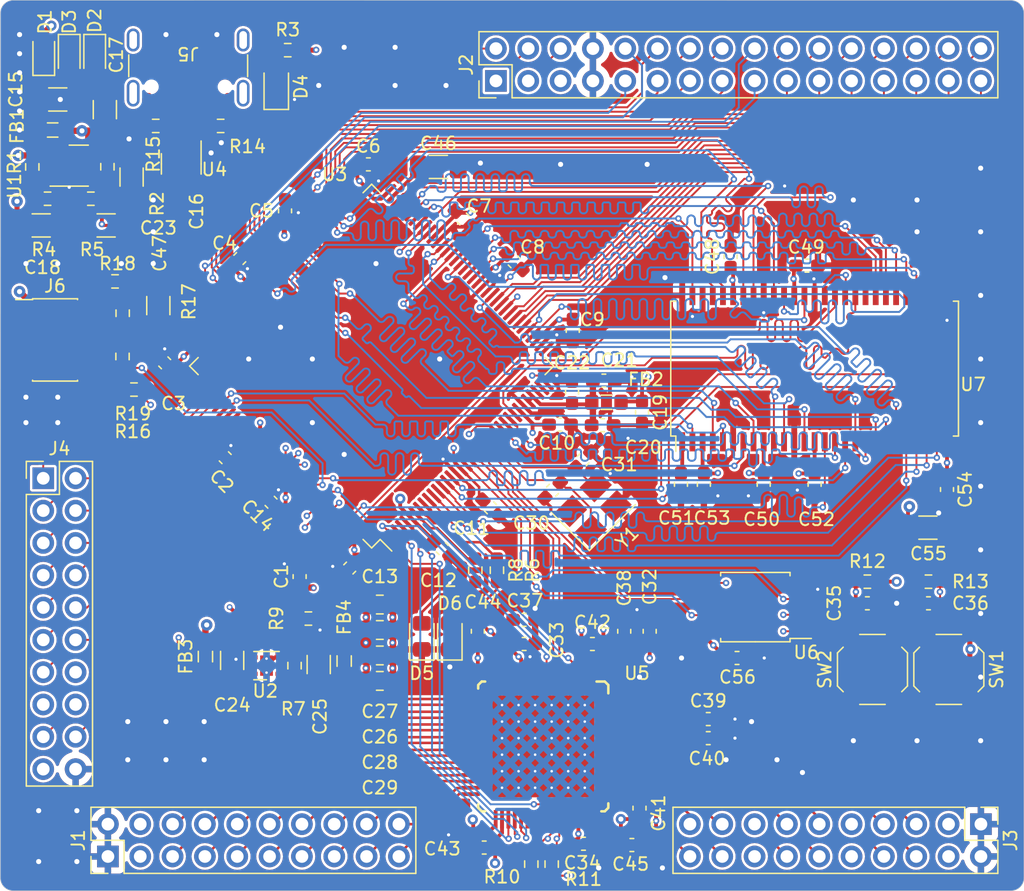
<source format=kicad_pcb>
(kicad_pcb (version 20221018) (generator pcbnew)
  (layers (0 "F.Cu" power) (1 "In1.Cu" power) (2 "In2.Cu" power) (31 "B.Cu" signal) (34 "B.Paste" user) (35 "F.Paste" user) (36 "B.SilkS" user "B.Silkscreen") (37 "F.SilkS" user "F.Silkscreen") (38 "B.Mask" user) (39 "F.Mask" user) (44 "Edge.Cuts" user))
  (net 0 "")
  (net 1 "+3.3V")
  (net 2 "GND")
  (net 3 "Net-(D1-K)")
  (net 4 "Net-(U1-IN)")
  (net 5 "+3.3VA")
  (net 6 "Net-(U1-EN)")
  (net 7 "Net-(U2-IN)")
  (net 8 "+5V")
  (net 9 "+5VA")
  (net 10 "GNDA")
  (net 11 "/HSE_IN")
  (net 12 "/HSE_OUT")
  (net 13 "/NRST")
  (net 14 "/BOOT0")
  (net 15 "Net-(U5-VCOMDA)")
  (net 16 "Net-(U5-VCOMAD)")
  (net 17 "Net-(U5-VREFAD2)")
  (net 18 "Net-(U5-VREFAD1)")
  (net 19 "Net-(C46-Pad1)")
  (net 20 "Net-(C47-Pad1)")
  (net 21 "VBUS")
  (net 22 "Net-(D6-A)")
  (net 23 "VDD")
  (net 24 "Net-(D4-A)")
  (net 25 "Net-(D5-A)")
  (net 26 "Net-(J6-SWDIO{slash}TMS)")
  (net 27 "Net-(J6-SWCLK{slash}TCK)")
  (net 28 "/PD13")
  (net 29 "/PG2")
  (net 30 "/PG3")
  (net 31 "/PG6")
  (net 32 "/PG7")
  (net 33 "/PG9")
  (net 34 "/PG10")
  (net 35 "/PB15")
  (net 36 "/PB14")
  (net 37 "/PB12")
  (net 38 "/PB11")
  (net 39 "/PB10")
  (net 40 "/PB9")
  (net 41 "/PB8")
  (net 42 "/PB2")
  (net 43 "/PB1")
  (net 44 "/PA11")
  (net 45 "/PA10")
  (net 46 "/PA9")
  (net 47 "/PA6")
  (net 48 "/PA3")
  (net 49 "/PA1")
  (net 50 "/PA0")
  (net 51 "/PG11")
  (net 52 "/PG12")
  (net 53 "/PG13")
  (net 54 "/PG14")
  (net 55 "/PD5")
  (net 56 "/PD6")
  (net 57 "/PD7")
  (net 58 "/PD11")
  (net 59 "/PD12")
  (net 60 "/PD4")
  (net 61 "/PC15")
  (net 62 "/PC14")
  (net 63 "/PC13")
  (net 64 "/PC8")
  (net 65 "/PC7")
  (net 66 "/PC6")
  (net 67 "/PC5")
  (net 68 "/PC4")
  (net 69 "/PC1")
  (net 70 "/Vout1+")
  (net 71 "/Vout2+")
  (net 72 "/Vout3+")
  (net 73 "/Vout4+")
  (net 74 "/Vout5+")
  (net 75 "/Vout6+")
  (net 76 "/Vout7+")
  (net 77 "/Vout8+")
  (net 78 "/Vin1+")
  (net 79 "/Vin2+")
  (net 80 "/Vin3+")
  (net 81 "/Vin4+")
  (net 82 "/Vin5+")
  (net 83 "/Vin6+")
  (net 84 "/Vin6-")
  (net 85 "/Vin5-")
  (net 86 "/Vin4-")
  (net 87 "/Vin3-")
  (net 88 "/Vin2-")
  (net 89 "/Vin1-")
  (net 90 "/Vout8-")
  (net 91 "/Vout7-")
  (net 92 "/Vout6-")
  (net 93 "/Vout5-")
  (net 94 "/Vout4-")
  (net 95 "/Vout3-")
  (net 96 "/Vout2-")
  (net 97 "/Vout1-")
  (net 98 "/CC1")
  (net 99 "/USB_CON_D-")
  (net 100 "/CC2")
  (net 101 "Net-(J6-SWO{slash}TDO)")
  (net 102 "/PC9")
  (net 103 "/PC10")
  (net 104 "/PC11")
  (net 105 "/PC12")
  (net 106 "/PD2")
  (net 107 "/PD3")
  (net 108 "/3v3_adj")
  (net 109 "/PA7")
  (net 110 "/5v_adj")
  (net 111 "/I2C1_SCL")
  (net 112 "/I2C1_SDA")
  (net 113 "/SWCLK")
  (net 114 "/SWDIO")
  (net 115 "/SWO")
  (net 118 "/SAI1_MCLK_A")
  (net 119 "/SAI1_SD_B")
  (net 120 "/SAI1_FS_A")
  (net 121 "/SAI1_SCK_A")
  (net 122 "/SAI1_SD_A")
  (net 123 "/RAM_A0")
  (net 124 "/RAM_A1")
  (net 125 "/RAM_A2")
  (net 126 "/RAM_A3")
  (net 127 "/RAM_A4")
  (net 128 "/RAM_A5")
  (net 129 "/QSPI_IO3")
  (net 130 "/QSPI_IO2")
  (net 131 "/SAI1_SCK_B")
  (net 132 "/SAI1_FS_B")
  (net 133 "/QSPI_CLK")
  (net 134 "/RAM_NWE")
  (net 135 "/RAM_NCS")
  (net 136 "/RAM_CKE")
  (net 137 "/QSPI_IO0")
  (net 138 "/RAM_D8")
  (net 139 "/RAM_D9")
  (net 140 "/QSPI_IO1")
  (net 141 "/RAM_NRAS")
  (net 142 "/RAM_A6")
  (net 143 "/RAM_A7")
  (net 144 "/RAM_A8")
  (net 145 "/RAM_A9")
  (net 146 "/RAM_A10")
  (net 147 "/RAM_A11")
  (net 148 "/RAM_D4")
  (net 149 "/RAM_D5")
  (net 150 "/RAM_D6")
  (net 151 "/RAM_D7")
  (net 152 "/QSPI_NCS")
  (net 153 "/RAM_D10")
  (net 154 "/RAM_D11")
  (net 155 "/RAM_D12")
  (net 156 "/RAM_D13")
  (net 157 "/RAM_D14")
  (net 158 "/RAM_D15")
  (net 159 "/RAM_D0")
  (net 160 "/RAM_D1")
  (net 161 "/RAM_BA0")
  (net 162 "/RAM_BA1")
  (net 163 "/RAM_CLK")
  (net 164 "/USB_D-")
  (net 165 "/USB_D+")
  (net 166 "/RAM_D2")
  (net 167 "/RAM_D3")
  (net 168 "/RAM_NCAS")
  (net 170 "/Codec_NRST")
  (net 171 "/RAM_DML")
  (net 172 "/RAM_DMH")
  (net 184 "/USB_CON_D+")
  (net 187 "Net-(J6-~{RESET})")
  (net 188 "/PE12")
  (net 189 "/PA8")
  (net 190 "/PB13")
  (footprint "Capacitor_SMD:C_0805_2012Metric_Pad1.18x1.45mm_HandSolder" (layer "F.Cu") (at 112.8 83.8)
    (fp_text reference "C26")
    (fp_text value "47u")
  )
  (footprint "Resistor_SMD:R_0603_1608Metric_Pad0.98x0.95mm_HandSolder" (layer "F.Cu") (at 151.1 80)
    (fp_text reference "R12")
    (fp_text value "10k")
  )
  (footprint "Diode_SMD:D_SOD-323" (layer "F.Cu") (at 86.4 38.6 90)
    (fp_text reference "D1")
    (fp_text value "BAT48JFILM")
  )
  (footprint "Capacitor_SMD:C_0603_1608Metric_Pad1.08x0.95mm_HandSolder" (layer "F.Cu") (at 128.8 100.6)
    (fp_text reference "C34")
    (fp_text value "1u")
  )
  (footprint "Capacitor_SMD:C_0603_1608Metric_Pad1.08x0.95mm_HandSolder" (layer "F.Cu") (at 142.955888 72.355888 -90)
    (fp_text reference "C50")
    (fp_text value "100n")
  )
  (footprint "Capacitor_SMD:C_0603_1608Metric_Pad1.08x0.95mm_HandSolder" (layer "F.Cu") (at 134 83.9 90)
    (fp_text reference "C32")
    (fp_text value "10u")
  )
  (footprint "Resistor_SMD:R_0603_1608Metric_Pad0.98x0.95mm_HandSolder" (layer "F.Cu") (at 107.189148 82.9 180)
    (fp_text reference "R9")
    (fp_text value "DNP")
  )
  (footprint "Capacitor_SMD:C_0603_1608Metric_Pad1.08x0.95mm_HandSolder" (layer "F.Cu") (at 151.1 81.7)
    (fp_text reference "C35")
    (fp_text value "100n")
  )
  (footprint "Capacitor_SMD:C_0603_1608Metric_Pad1.08x0.95mm_HandSolder" (layer "F.Cu") (at 140.8625 86)
    (fp_text reference "C56")
    (fp_text value "100n")
  )
  (footprint "Resistor_SMD:R_0603_1608Metric_Pad0.98x0.95mm_HandSolder" (layer "F.Cu") (at 95.195735 44.179191)
    (fp_text reference "R15")
    (fp_text value "5k1")
  )
  (footprint "MyLib:PAP0064J_fixed" (layer "F.Cu") (at 125.650001 92.949999 -90)
    (fp_text reference "U5" hide)
    (fp_text value "PCM3168APAP")
  )
  (footprint "Capacitor_SMD:C_0603_1608Metric_Pad1.08x0.95mm_HandSolder" (layer "F.Cu") (at 119.344788 51.493317 -45)
    (fp_text reference "C7")
    (fp_text value "100n")
  )
  (footprint "Oscillator:Oscillator_SMD_Abracon_ASE-4Pin_3.2x2.5mm_HandSoldering" (layer "F.Cu") (at 129.566222 74.250089 45)
    (fp_text reference "Y1")
    (fp_text value "16MHz")
  )
  (footprint "Capacitor_SMD:C_0603_1608Metric_Pad1.08x0.95mm_HandSolder" (layer "F.Cu") (at 120.5 83.9 90)
    (fp_text reference "C44")
    (fp_text value "1u")
  )
  (footprint "Capacitor_SMD:C_0603_1608Metric_Pad1.08x0.95mm_HandSolder" (layer "F.Cu") (at 100.655888 70.255888 135)
    (fp_text reference "C2")
    (fp_text value "100n")
  )
  (footprint "Connector_PinHeader_2.54mm:PinHeader_2x10_P2.54mm_Vertical" (layer "F.Cu") (at 91.44 101.6 90)
    (fp_text reference "J1")
    (fp_text value "Conn_02x10_Counter_Clockwise")
  )
  (footprint "Capacitor_SMD:C_0805_2012Metric_Pad1.18x1.45mm_HandSolder" (layer "F.Cu") (at 112.8 81.8)
    (fp_text reference "C27")
    (fp_text value "47u")
  )
  (footprint "Connector_PinHeader_2.54mm:PinHeader_2x10_P2.54mm_Vertical" (layer "F.Cu") (at 160.02 99.06 -90)
    (fp_text reference "J3")
    (fp_text value "Conn_02x10_Counter_Clockwise")
  )
  (footprint "Capacitor_SMD:C_1206_3216Metric_Pad1.33x1.80mm_HandSolder" (layer "F.Cu") (at 95.4 58.3 90)
    (fp_text reference "C47")
    (fp_text value "2u2")
  )
  (footprint "Capacitor_SMD:C_0603_1608Metric_Pad1.08x0.95mm_HandSolder" (layer "F.Cu") (at 146.955888 72.355888 -90)
    (fp_text reference "C52")
    (fp_text value "100n")
  )
  (footprint "Capacitor_SMD:C_0603_1608Metric_Pad1.08x0.95mm_HandSolder" (layer "F.Cu") (at 121.5 74.2 -45)
    (fp_text reference "C11")
    (fp_text value "100n")
  )
  (footprint "Capacitor_SMD:C_0603_1608Metric_Pad1.08x0.95mm_HandSolder" (layer "F.Cu") (at 124.1375 84.9)
    (fp_text reference "C33")
    (fp_text value "1u")
  )
  (footprint "Resistor_SMD:R_0603_1608Metric_Pad0.98x0.95mm_HandSolder" (layer "F.Cu") (at 91.4 47.3875 90)
    (fp_text reference "R2")
    (fp_text value "47k")
  )
  (footprint "Package_SON:VSON-8-1EP_3x3mm_P0.65mm_EP1.65x2.4mm" (layer "F.Cu") (at 88.4 47.3)
    (fp_text reference "U1")
    (fp_text value "TLV76733DRVR")
  )
  (footprint "Capacitor_SMD:C_0603_1608Metric_Pad1.08x0.95mm_HandSolder" (layer "F.Cu") (at 132 83.9 90)
    (fp_text reference "C38")
    (fp_text value "10u")
  )
  (footprint "Capacitor_SMD:C_0603_1608Metric_Pad1.08x0.95mm_HandSolder" (layer "F.Cu") (at 95.9 62.8 135)
    (fp_text reference "C3")
    (fp_text value "100n")
  )
  (footprint "Capacitor_SMD:C_1206_3216Metric_Pad1.33x1.80mm_HandSolder" (layer "F.Cu") (at 91.2 42.9 90)
    (fp_text reference "C17")
    (fp_text value "2u2")
  )
  (footprint "Resistor_SMD:R_0603_1608Metric_Pad0.98x0.95mm_HandSolder" (layer "F.Cu") (at 92.6 58.9 -90)
    (fp_text reference "R17")
    (fp_text value "49R9")
  )
  (footprint "Resistor_SMD:R_0603_1608Metric_Pad0.98x0.95mm_HandSolder" (layer "F.Cu") (at 100.295735 44.179191 180)
    (fp_text reference "R14")
    (fp_text value "5k1")
  )
  (footprint "Capacitor_SMD:C_0603_1608Metric_Pad1.08x0.95mm_HandSolder" (layer "F.Cu") (at 138.6 90.8)
    (fp_text reference "C39")
    (fp_text value "10u")
  )
  (footprint "Capacitor_SMD:C_0603_1608Metric_Pad1.08x0.95mm_HandSolder" (layer "F.Cu") (at 106.5 79.6 90)
    (fp_text reference "C1")
    (fp_text value "10u")
  )
  (footprint "Capacitor_SMD:C_0603_1608Metric_Pad1.08x0.95mm_HandSolder" (layer "F.Cu") (at 130.3 67.7)
    (fp_text reference "C20")
    (fp_text value "1u")
  )
  (footprint "Capacitor_SMD:C_0603_1608Metric_Pad1.08x0.95mm_HandSolder" (layer "F.Cu") (at 105.355888 50.855888 90)
    (fp_text reference "C5")
    (fp_text value "100n")
  )
  (footprint "Connector_USB:USB_C_Receptacle_GCT_USB4105-xx-A_16P_TopMnt_Horizontal" (layer "F.Cu") (at 97.745735 38.499191 180)
    (fp_text reference "J5")
    (fp_text value "USB_C_Receptacle_USB2.0_14P")
  )
  (footprint "Inductor_SMD:L_0805_2012Metric_Pad1.05x1.20mm_HandSolder" (layer "F.Cu") (at 110 86.24 -90)
    (fp_text reference "FB4")
    (fp_text value "120R")
  )
  (footprint "Capacitor_SMD:C_0603_1608Metric_Pad1.08x0.95mm_HandSolder" (layer "F.Cu") (at 138.255888 72.355888 -90)
    (fp_text reference "C53")
    (fp_text value "100n")
  )
  (footprint "Diode_SMD:D_SOD-323" (layer "F.Cu") (at 88.4 38.6 -90)
    (fp_text reference "D3")
    (fp_text value "BAT48JFILM")
  )
  (footprint "Inductor_SMD:L_0805_2012Metric_Pad1.05x1.20mm_HandSolder" (layer "F.Cu") (at 130.6 65.9)
    (fp_text reference "FB2")
    (fp_text value "120R")
  )
  (footprint "Package_TO_SOT_SMD:SOT-23-6" (layer "F.Cu") (at 97.2 47.1625 -90)
    (fp_text reference "U4")
    (fp_text value "USBLC6-2SC6")
  )
  (footprint "Capacitor_SMD:C_1206_3216Metric_Pad1.33x1.80mm_HandSolder" (layer "F.Cu") (at 87.5 42.1)
    (fp_text reference "C15")
    (fp_text value "2u2")
  )
  (footprint "Package_SON:WSON-6-1EP_2x2mm_P0.65mm_EP1x1.6mm_ThermalVias" (layer "F.Cu") (at 103.899999 86.6 180)
    (fp_text reference "U2")
    (fp_text value "TLV76750DRVx")
  )
  (footprint "Capacitor_SMD:C_0603_1608Metric_Pad1.08x0.95mm_HandSolder" (layer "F.Cu") (at 130.4 64.2)
    (fp_text reference "C21")
    (fp_text value "10n")
  )
  (footprint "LED_SMD:LED_0805_2012Metric_Pad1.15x1.40mm_HandSolder" (layer "F.Cu") (at 118.3 84.3 90)
    (fp_text reference "D6")
    (fp_text value "LED_A")
  )
  (footprint "Capacitor_SMD:C_1206_3216Metric_Pad1.33x1.80mm_HandSolder" (layer "F.Cu") (at 108 86.515 90)
    (fp_text reference "C25")
    (fp_text value "2u2")
  )
  (footprint "Capacitor_SMD:C_0603_1608Metric_Pad1.08x0.95mm_HandSolder" (layer "F.Cu") (at 110.435243 78.92906 -135)
    (fp_text reference "C13")
    (fp_text value "100n")
  )
  (footprint "Package_SO:TSOP-II-54_22.2x10.16mm_P0.8mm" (layer "F.Cu") (at 146.955888 63.255888 90)
    (fp_text reference "U7")
    (fp_text value "IS42S16400J-xT")
  )
  (footprint "Connector_PinHeader_2.54mm:PinHeader_2x16_P2.54mm_Vertical" (layer "F.Cu") (at 121.92 40.64 90)
    (fp_text reference "J2")
    (fp_text value "Conn_02x16_Counter_Clockwise")
  )
  (footprint "Resistor_SMD:R_0603_1608Metric_Pad0.98x0.95mm_HandSolder" (layer "F.Cu") (at 155.9 80)
    (fp_text reference "R13")
    (fp_text value "5k1")
  )
  (footprint "Resistor_SMD:R_0603_1608Metric_Pad0.98x0.95mm_HandSolder" (layer "F.Cu") (at 86.7 49.9 180)
    (fp_text reference "R4")
    (fp_text value "DNP")
  )
  (footprint "Package_SO:SOIC-8_5.23x5.23mm_P1.27mm" (layer "F.Cu") (at 142.3 82 180)
    (fp_text reference "U6")
    (fp_text value "W25Q128JVS")
  )
  (footprint "Capacitor_SMD:C_0603_1608Metric_Pad1.08x0.95mm_HandSolder" (layer "F.Cu") (at 111.9 47.2)
    (fp_text reference "C6")
    (fp_text value "100n")
  )
  (footprint "Capacitor_SMD:C_1206_3216Metric_Pad1.33x1.80mm_HandSolder" (layer "F.Cu") (at 86.2 52)
    (fp_text reference "C18")
    (fp_text value "2u2")
  )
  (footprint "Resistor_SMD:R_0603_1608Metric_Pad0.98x0.95mm_HandSolder" (layer "F.Cu") (at 124.7 102.2 -90)
    (fp_text reference "R10")
    (fp_text value "2k2")
  )
  (footprint "Resistor_SMD:R_0603_1608Metric_Pad0.98x0.95mm_HandSolder" (layer "F.Cu") (at 92 56.4)
    (fp_text reference "R18")
    (fp_text value "49R9")
  )
  (footprint "Capacitor_SMD:C_0603_1608Metric_Pad1.08x0.95mm_HandSolder" (layer "F.Cu") (at 104.255888 73.755888 135)
    (fp_text reference "C14")
    (fp_text value "100n")
  )
  (footprint "Capacitor_SMD:C_0603_1608Metric_Pad1.08x0.95mm_HandSolder" (layer "F.Cu") (at 101.8 54.6 45)
    (fp_text reference "C4")
    (fp_text value "100n")
  )
  (footprint "Capacitor_SMD:C_0603_1608Metric_Pad1.08x0.95mm_HandSolder" (layer "F.Cu") (at 126.366222 72.816406 -135)
    (fp_text reference "C30")
    (fp_text value "10p")
  )
  (footprint "Capacitor_SMD:C_1206_3216Metric_Pad1.33x1.80mm_HandSolder" (layer "F.Cu") (at 101.2 86.19 90)
    (fp_text reference "C24")
    (fp_text value "2u2")
  )
  (footprint "Capacitor_SMD:C_0603_1608Metric_Pad1.08x0.95mm_HandSolder" (layer "F.Cu") (at 140.355888 54.455888 90)
    (fp_text reference "C48")
    (fp_text value "100n")
  )
  (footprint "Package_QFP:LQFP-144_20x20mm_P0.5mm" (layer "F.Cu") (at 112.155888 63.055888 135)
    (fp_text reference "U3")
    (fp_text value "STM32H723ZGT6")
  )
  (footprint "Inductor_SMD:L_0805_2012Metric_Pad1.05x1.20mm_HandSolder" (layer "F.Cu") (at 99.1 85.89 90)
    (fp_text reference "FB3")
    (fp_text value "120R")
  )
  (footprint "Capacitor_SMD:C_0603_1608Metric_Pad1.08x0.95mm_HandSolder" (layer "F.Cu") (at 121 100.9 180)
    (fp_text reference "C43")
    (fp_text value "1u")
  )
  (footprint "Capacitor_SMD:C_0603_1608Metric_Pad1.08x0.95mm_HandSolder" (layer "F.Cu") (at 127.955888 60.255888 -90)
    (fp_text reference "C9")
    (fp_text value "100n")
  )
  (footprint "Capacitor_SMD:C_0805_2012Metric_Pad1.18x1.45mm_HandSolder" (layer "F.Cu") (at 112.8 85.8)
    (fp_text reference "C28")
    (fp_text value "47u")
  )
  (footprint "Capacitor_SMD:C_0603_1608Metric_Pad1.08x0.95mm_HandSolder" (layer "F.Cu") (at 123.355888 54.855888 -45)
    (fp_text reference "C8")
    (fp_text value "100n")
  )
  (footprint "Capacitor_SMD:C_0603_1608Metric_Pad1.08x0.95mm_HandSolder" (layer "F.Cu") (at 127.9 65.1 90)
    (fp_text reference "C22")
    (fp_text value "10n")
  )
  (footprint "Capacitor_SMD:C_0603_1608Metric_Pad1.08x0.95mm_HandSolder" (layer "F.Cu") (at 132.6 100.7)
    (fp_text reference "C45")
    (fp_text value "10u")
  )
  (footprint "Capacitor_SMD:C_1206_3216Metric_Pad1.33x1.80mm_HandSolder" (layer "F.Cu") (at 91.3 52 180)
    (fp_text reference "C23")
    (fp_text value "2u2")
  )
  (footprint "Capacitor_SMD:C_0603_1608Metric_Pad1.08x0.95mm_HandSolder" (layer "F.Cu") (at 146.355888 55.155888)
    (fp_text reference "C49")
    (fp_text value "100n")
  )
  (footprint "Resistor_SMD:R_0603_1608Metric_Pad0.98x0.95mm_HandSolder" (layer "F.Cu") (at 106.1 86.6 -90)
    (fp_text reference "R7")
    (fp_text value "0R")
  )
  (footprint "Resistor_SMD:R_0603_1608Metric_Pad0.98x0.95mm_HandSolder" (layer "F.Cu") (at 126.3 102.2 -90)
    (fp_text reference "R11")
    (fp_text value "2k2")
  )
  (footprint "Resistor_SMD:R_0603_1608Metric_Pad0.98x0.95mm_HandSolder" (layer "F.Cu") (at 122 79.1 -90)
    (fp_text reference "R6")
    (fp_text value "220")
  )
  (footprint "Connector_PinHeader_2.54mm:PinHeader_2x10_P2.54mm_Vertical" (layer "F.Cu") (at 86.36 71.875)
    (fp_text reference "J4")
    (fp_text value "Conn_02x10_Counter_Clockwise")
  )
  (footprint "Capacitor_SMD:C_0603_1608Metric_Pad1.08x0.95mm_HandSolder" (layer "F.Cu") (at 126.955888 67.655888)
    (fp_text reference "C10")
    (fp_text value "100n")
  )
  (footprint "Capacitor_SMD:C_0603_1608Metric_Pad1.08x0.95mm_HandSolder" (layer "F.Cu") (at 133.4 66.7 -90)
    (fp_text reference "C19")
    (fp_text value "1u")
  )
  (footprint "Resistor_SMD:R_0603_1608Metric_Pad0.98x0.95mm_HandSolder" (layer "F.Cu") (at 92.5875 62.3 -90)
    (fp_text reference "R19")
    (fp_text value "49R9")
  )
  (footprint "Resistor_SMD:R_0603_1608Metric_Pad0.98x0.95mm_HandSolder" (layer "F.Cu") (at 120.3 79.1 -90)
    (fp_text reference "R8")
    (fp_text value "220")
  )
  (footprint "Capacitor_SMD:C_0603_1608Metric_Pad1.08x0.95mm_HandSolder" (layer "F.Cu") (at 138.6 92.3)
    (fp_text reference "C40")
    (fp_text value "10u")
  )
  (footprint "Capacitor_SMD:C_0805_2012Metric_Pad1.18x1.45mm_HandSolder" (layer "F.Cu") (at 112.8 87.8)
    (fp_text reference "C29")
    (fp_text value "47u")
  )
  (footprint "LED_SMD:LED_0805_2012Metric_Pad1.15x1.40mm_HandSolder" (layer "F.Cu") (at 116.1 84.3 90)
    (fp_text reference "D5")
    (fp_text value "LED_B")
  )
  (footprint "Resistor_SMD:R_0603_1608Metric_Pad0.98x0.95mm_HandSolder" (layer "F.Cu") (at 90.1 49.9)
    (fp_text reference "R5")
    (fp_text value "47k")
  )
  (footprint "Capacitor_SMD:C_1206_3216Metric_Pad1.33x1.80mm_HandSolder" (layer "F.Cu") (at 93.3 48.2 -90)
    (fp_text reference "C16")
    (fp_text value "2u2")
  )
  (footprint "LED_SMD:LED_0805_2012Metric_Pad1.15x1.40mm_HandSolder" (layer "F.Cu") (at 104.665735 41.024191 90)
    (fp_text reference "D4")
    (fp_text value "LED_ON")
  )
  (footprint "Capacitor_SMD:C_0603_1608Metric_Pad1.08x0.95mm_HandSolder" (layer "F.Cu") (at 128.766222 70.416406 45)
    (fp_text reference "C31")
    (fp_text value "10p")
  )
  (footprint "Capacitor_SMD:C_0603_1608Metric_Pad1.08x0.95mm_HandSolder" (layer "F.Cu") (at 124.1375 82.999999)
    (fp_text reference "C37")
    (fp_text value "10u")
  )
  (footprint "Resistor_SMD:R_0603_1608Metric_Pad0.98x0.95mm_HandSolder" (layer "F.Cu") (at 105.565735 38.224191)
    (fp_text reference "R3")
    (fp_text value "220")
  )
  (footprint "Diode_SMD:D_SOD-323" (layer "F.Cu") (at 90.4 38.6 -90)
    (fp_text reference "D2")
    (fp_text value "BAT48JFILM")
  )
  (footprint "Resistor_SMD:R_0603_1608Metric_Pad0.98x0.95mm_HandSolder" (layer "F.Cu") (at 85.5 47.4 90)
    (fp_text reference "R1")
    (fp_text value "0R")
  )
  (footprint "Capacitor_SMD:C_0603_1608Metric_Pad1.08x0.95mm_HandSolder" (layer "F.Cu") (at 157.355888 72.755888 -90)
    (fp_text reference "C54")
    (fp_text value "100n")
  )
  (footprint "Inductor_SMD:L_0805_2012Metric_Pad1.05x1.20mm_HandSolder" (layer "F.Cu") (at 87.1 44.5 180)
    (fp_text reference "FB1")
    (fp_text value "120R")
  )
  (footprint "Resistor_SMD:R_0603_1608Metric_Pad0.98x0.95mm_HandSolder" (layer "F.Cu") (at 93.4875 64.9)
    (fp_text reference "R16")
    (fp_text value "49R9")
  )
  (footprint "Capacitor_SMD:C_0603_1608Metric_Pad1.08x0.95mm_HandSolder" (layer "F.Cu") (at 133.2 97.8 90)
    (fp_text reference "C41")
    (fp_text value "1u")
  )
  (footprint "Capacitor_SMD:C_0603_1608Metric_Pad1.08x0.95mm_HandSolder" (layer "F.Cu") (at 136.455888 72.355888 -90)
    (fp_text reference "C51")
    (fp_text value "100n")
  )
  (footprint "Capacitor_SMD:C_1206_3216Metric_Pad1.33x1.80mm_HandSolder" (layer "F.Cu") (at 117.4 47.4)
    (fp_text reference "C46")
    (fp_text value "2u2")
  )
  (footprint "Connector_PinHeader_1.27mm:PinHeader_2x05_P1.27mm_Vertical_SMD" (layer "F.Cu") (at 87.2875 61)
    (fp_text reference "J6")
    (fp_text value "Conn_ARM_JTAG_SWD_10")
  )
  (footprint "Button_Switch_SMD:SW_Push_1P1T_XKB_TS-1187A" (layer "F.Cu") (at 151.5 86.9 90)
    (fp_text reference "SW2")
    (fp_text value "RESET")
  )
  (footprint "Capacitor_SMD:C_0603_1608Metric_Pad1.08x0.95mm_HandSolder" (layer "F.Cu") (at 155.9 81.7 180)
    (fp_text reference "C36")
    (fp_text value "1u")
  )
  (footprint "Button_Switch_SMD:SW_Push_1P1T_XKB_TS-1187A" (layer "F.Cu") (at 157.5 86.9 -90)
    (fp_text reference "SW1")
    (fp_text value "BOOT")
  )
  (footprint "Capacitor_SMD:C_1206_3216Metric_Pad1.33x1.80mm_HandSolder" (layer "F.Cu") (at 155.855888 75.755888)
    (fp_text reference "C55")
    (fp_text value "2u2")
  )
  (footprint "Capacitor_SMD:C_0603_1608Metric_Pad1.08x0.95mm_HandSolder" (layer "F.Cu") (at 129.5 84.9)
    (fp_text reference "C42")
    (fp_text value "1u")
  )
  (footprint "Capacitor_SMD:C_0603_1608Metric_Pad1.08x0.95mm_HandSolder" (layer "F.Cu") (at 117.7 77.4 -45)
    (fp_text reference "C12")
    (fp_text value "100n")
  )
  (gr_line (start 162.4 104.292893) (end 83.992894 104.292892) (stroke (width 0.0381)) (layer "Edge.Cuts"))
  (gr_line (start 82.992894 103.292892) (end 83 35.3) (stroke (width 0.0381)) (layer "Edge.Cuts"))
  (gr_arc (start 83.992894 104.292892) (mid 83.285787 103.999999) (end 82.992894 103.292892) (stroke (width 0.0381)) (layer "Edge.Cuts"))
  (gr_line (start 84 34.3) (end 162.392893 34.307107) (stroke (width 0.0381)) (layer "Edge.Cuts"))
  (gr_arc (start 162.392893 34.307107) (mid 163.1 34.6) (end 163.392893 35.307107) (stroke (width 0.0381)) (layer "Edge.Cuts"))
  (gr_line (start 163.4 103.292893) (end 163.392893 35.307107) (stroke (width 0.0381)) (layer "Edge.Cuts"))
  (gr_arc (start 163.4 103.292893) (mid 163.107107 104) (end 162.4 104.292893) (stroke (width 0.0381)) (layer "Edge.Cuts"))
  (gr_arc (start 83 35.3) (mid 83.292893 34.592893) (end 84 34.3) (stroke (width 0.0381)) (layer "Edge.Cuts"))
  (segment (start 114.4 74.138834) (end 115.275997 75.014831) (width 0.3) (layer "F.Cu") (net 1))
  (segment (start 145.3 56.2) (end 145.355888 55.293388) (width 0.3) (layer "F.Cu") (net 1))
  (segment (start 101.855744 56.014829) (end 101.932849 56.014829) (width 0.3) (layer "F.Cu") (net 1))
  (segment (start 103.4 67.92269) (end 103.4 67.5) (width 0.3) (layer "F.Cu") (net 1))
  (segment (start 123.7 85.9) (end 123.900002 86.100002) (width 0.3) (layer "F.Cu") (net 1))
  (segment (start 118.6 69.5) (end 118.6 70.56066) (width 0.2) (layer "F.Cu") (net 1))
  (segment (start 105.4 72.993756) (end 105.4 73.4) (width 0.3) (layer "F.Cu") (net 1))
  (segment (start 128.400001 100.137499) (end 127.9375 100.6) (width 0.3) (layer "F.Cu") (net 1))
  (segment (start 159.15 84.125) (end 159.15 85.25) (width 0.4) (layer "F.Cu") (net 1))
  (segment (start 110.803546 76.782598) (end 110.803546 77.496454) (width 0.3) (layer "F.Cu") (net 1))
  (segment (start 140.555888 56.244112) (end 140.555888 55.518388) (width 0.3) (layer "F.Cu") (net 1))
  (segment (start 152.0125 80) (end 153.4 80) (width 0.3) (layer "F.Cu") (net 1))
  (segment (start 136.555888 69.005888) (end 136.555888 71.355888) (width 0.3) (layer "F.Cu") (net 1))
  (segment (start 86.95 46.325) (end 85.6625 46.325) (width 0.5) (layer "F.Cu") (net 1))
  (segment (start 123.275 85.475) (end 123.275 84.9) (width 0.3) (layer "F.Cu") (net 1))
  (segment (start 136.455888 71.493388) (end 139.318388 71.493388) (width 0.3) (layer "F.Cu") (net 1))
  (segment (start 111.6375 48.9375) (end 111.6375 49.2375) (width 0.3) (layer "F.Cu") (net 1))
  (segment (start 120.579298 56.400245) (end 121.679544 55.3) (width 0.3) (layer "F.Cu") (net 1))
  (segment (start 128.400001 99.816552) (end 128.400001 100.137499) (width 0.3) (layer "F.Cu") (net 1))
  (segment (start 134 84.7625) (end 134 86) (width 0.3) (layer "F.Cu") (net 1))
  (segment (start 124.8 67.743504) (end 124.8 68.3) (width 0.3) (layer "F.Cu") (net 1))
  (segment (start 159.375 83.9) (end 159.15 84.125) (width 0.4) (layer "F.Cu") (net 1))
  (segment (start 114.4 73.480888) (end 114.4 74.138834) (width 0.3) (layer "F.Cu") (net 1))
  (segment (start 127.4875 103.1125) (end 126.3 103.1125) (width 0.15) (layer "F.Cu") (net 1))
  (segment (start 126.771931 59.4) (end 126.9 59.4) (width 0.3) (layer "F.Cu") (net 1))
  (segment (start 145.355888 57.505888) (end 145.355888 56.355888) (width 0.3) (layer "F.Cu") (net 1))
  (segment (start 133.9 63.9) (end 133.4 64.4) (width 0.3) (layer "F.Cu") (net 1))
  (segment (start 97.41976 62.3) (end 97.4 62.3) (width 0.3) (layer "F.Cu") (net 1))
  (segment (start 107.5625 80.4625) (end 106.5 80.4625) (width 0.5) (layer "F.Cu") (net 1))
  (segment (start 121.9 55.3) (end 121.9 55.278161) (width 0.3) (layer "F.Cu") (net 1))
  (segment (start 133.4 64.4) (end 133.4 65.8375) (width 0.3) (layer "F.Cu") (net 1))
  (segment (start 120.6 72.56066) (end 120.6 73.3) (width 0.2) (layer "F.Cu") (net 1))
  (segment (start 128.400001 99.816552) (end 128.400001 98.674999) (width 0.3) (layer "F.Cu") (net 1))
  (segment (start 121.679544 55.3) (end 121.9 55.3) (width 0.3) (layer "F.Cu") (net 1))
  (segment (start 125.175492 60.996439) (end 126.771931 59.4) (width 0.3) (layer "F.Cu") (net 1))
  (segment (start 106.207352 72.186404) (end 105.4 72.993756) (width 0.3) (layer "F.Cu") (net 1))
  (segment (start 111.2 48.5) (end 111.0375 48.3375) (width 0.3) (layer "F.Cu") (net 1))
  (segment (start 145.706612 71.493388) (end 145.7 71.5) (width 0.3) (layer "F.Cu") (net 1))
  (segment (start 127.5 103.1) (end 127.4875 103.1125) (width 0.15) (layer "F.Cu") (net 1))
  (segment (start 123.7 85.9) (end 123.275 85.475) (width 0.3) (layer "F.Cu") (net 1))
  (segment (start 141.8 71.455888) (end 141.8375 71.493388) (width 0.3) (layer "F.Cu") (net 1))
  (segment (start 97.4 62.31976) (end 96.40988 63.30988) (width 0.3) (layer "F.Cu") (net 1))
  (segment (start 105.4 73.4) (end 105.4 73.831536) (width 0.3) (layer "F.Cu") (net 1))
  (segment (start 112.9 49.9) (end 113.470822 49.329178) (width 0.3) (layer "F.Cu") (net 1))
  (segment (start 145.3 56.3) (end 145.355888 56.244112) (width 0.3) (layer "F.Cu") (net 1))
  (segment (start 138.7 83.905) (end 138.7 84.7) (width 0.3) (layer "F.Cu") (net 1))
  (segment (start 127.4875 103.1125) (end 124.7 103.1125) (width 0.15) (layer "F.Cu") (net 1))
  (segment (start 159.15 85.25) (end 159.2 85.3) (width 0.4) (layer "F.Cu") (net 1))
  (segment (start 111.2 48.5) (end 111.6375 48.9375) (width 0.3) (layer "F.Cu") (net 1))
  (segment (start 138.155888 69.005888) (end 138.155888 71.293388) (width 0.3) (layer "F.Cu") (net 1))
  (segment (start 123.900002 86.100002) (end 123.900002 87.224999) (width 0.3) (layer "F.Cu") (net 1))
  (segment (start 159.15 85.35) (end 159.15 89.675) (width 0.4) (layer "F.Cu") (net 1))
  (segment (start 119.9 51) (end 118.908476 51) (width 0.3) (layer "F.Cu") (net 1))
  (segment (start 110.8 77.5) (end 110.803546 77.503546) (width 0.3) (layer "F.Cu") (net 1))
  (segment (start 97.4 62.3) (end 97.4 62.31976) (width 0.3) (layer "F.Cu") (net 1))
  (segment (start 105.3 52.8) (end 105.3 51.774276) (width 0.4) (layer "F.Cu") (net 1))
  (segment (start 154.4 74.1) (end 154.293388 74.206612) (width 0.3) (layer "F.Cu") (net 1))
  (segment (start 105.4 73.831536) (end 104.865768 74.365768) (width 0.3) (layer "F.Cu") (net 1))
  (segment (start 84.3 50.1) (end 84.3 51.6625) (width 0.4) (layer "F.Cu") (net 1))
  (segment (start 157.355888 69.005888) (end 157.355888 70.655888) (width 0.3) (layer "F.Cu") (net 1))
  (segment (start 139 85) (end 140 86) (width 0.3) (layer "F.Cu") (net 1))
  (segment (start 110.803546 77.503546) (end 110.803546 78.077603) (width 0.3) (layer "F.Cu") (net 1))
  (segment (start 146.955888 69.005888) (end 146.955888 71.493388) (width 0.3) (layer "F.Cu") (net 1))
  (segment (start 142.955888 69.005888) (end 142.955888 71.493388) (width 0.3) (layer "F.Cu") (net 1))
  (segment (start 110.803546 78.077603) (end 111.045123 78.31918) (width 0.3) (layer "F.Cu") (net 1))
  (segment (start 138.7 84.7) (end 139 85) (width 0.3) (layer "F.Cu") (net 1))
  (segment (start 113.470822 49.329178) (end 113.50823 49.329178) (width 0.3) (layer "F.Cu") (net 1))
  (segment (start 119.165084 71.125744) (end 120.6 72.56066) (width 0.2) (layer "F.Cu") (net 1))
  (segment (start 154.293388 74.206612) (end 154.293388 75.755888) (width 0.3) (layer "F.Cu") (net 1))
  (segment (start 105.385235 51.689041) (end 106.914459 53.218265) (width 0.3) (layer "F.Cu") (net 1))
  (segment (start 110.803546 77.496454) (end 110.8 77.5) (width 0.3) (layer "F.Cu") (net 1))
  (segment (start 140.555888 56.355888) (end 140.5 56.3) (width 0.3) (layer "F.Cu") (net 1))
  (segment (start 101.7 70.431536) (end 101.265768 70.865768) (width 0.3) (layer "F.Cu") (net 1))
  (segment (start 101.855744 56.014829) (end 101.855744 55.937724) (width 0.3) (layer "F.Cu") (net 1))
  (segment (start 139.318388 71.493388) (end 139.355888 71.455888) (width 0.3) (layer "F.Cu") (net 1))
  (segment (start 140.555888 57.505888) (end 140.555888 56.355888) (width 0.3) (layer "F.Cu") (net 1))
  (segment (start 124.887616 67.655888) (end 124.8 67.743504) (width 0.3) (layer "F.Cu") (net 1))
  (segment (start 118.908476 51) (end 117.043764 52.864712) (width 0.3) (layer "F.Cu") (net 1))
  (segment (start 146.955888 71.493388) (end 145.706612 71.493388) (width 0.3) (layer "F.Cu") (net 1))
  (segment (start 121.9 55.278161) (end 122.836128 54.342033) (width 0.3) (layer "F.Cu") (net 1))
  (segment (start 98.016214 61.703546) (end 97.41976 62.3) (width 0.3) (layer "F.Cu") (net 1))
  (segment (start 126.9 59.4) (end 127.949276 59.4) (width 0.3) (layer "F.Cu") (net 1))
  (segment (start 84.5 57.2) (end 85.3375 58.0375) (width 0.5) (layer "F.Cu") (net 1))
  (segment (start 111.0375 48.3375) (end 111.0375 47.2) (width 0.3) (layer "F.Cu") (net 1))
  (segment (start 111.6375 49.2375) (end 112.3 49.9) (width 0.3) (layer "F.Cu") (net 1))
  (segment (start 102.671818 68.65087) (end 101.7 69.622688) (width 0.3) (layer "F.Cu") (net 1))
  (segment (start 126.093388 67.655888) (end 125.944112 67.655888) (width 0.3) (layer "F.Cu") (net 1))
  (segment (start 84.4 46.5) (end 85.4875 46.5) (width 0.5) (layer "F.Cu") (net 1))
  (segment (start 124.887616 67.655888) (end 126.093388 67.655888) (width 0.3) (layer "F.Cu") (net 1))
  (segment (start 84.3 51.6625) (end 84.6375 52) (width 0.4) (layer "F.Cu") (net 1))
  (segment (start 112.3 49.9) (end 112.9 49.9) (width 0.3) (layer "F.Cu") (net 1))
  (segment (start 107.6 80.5) (end 107.5625 80.4625) (width 0.5) (layer "F.Cu") (net 1))
  (segment (start 107.8 38.2) (end 107.775809 38.224191) (width 0.4) (layer "F.Cu") (net 1))
  (segment (start 107.775809 38.224191) (end 106.478235 38.224191) (width 0.4) (layer "F.Cu") (net 1))
  (segment (start 102.671818 68.65087) (end 103.4 67.92269) (width 0.3) (layer "F.Cu") (net 1))
  (segment (start 123.761278 66.52955) (end 124.887616 67.655888) (width 0.3) (layer "F.Cu") (net 1))
  (segment (start 85.3375 58.0375) (end 85.3375 58.46) (width 0.5) (layer "F.Cu") (net 1))
  (segment (start 101.932849 56.014829) (end 103.025372 57.107352) (width 0.3) (layer "F.Cu") (net 1))
  (segment (start 133.4 65.8375) (end 131.8125 65.8375) (width 0.3) (layer "F.Cu") (net 1))
  (segment (start 159.15 89.675) (end 159.375 89.9) (width 0.4) (layer "F.Cu") (net 1))
  (segment (start 118.6 70.56066) (end 119.165084 71.125744) (width 0.2) (layer "F.Cu") (net 1))
  (segment (start 110.449993 76.429045) (end 110.803546 76.782598) (width 0.3) (layer "F.Cu") (net 1))
  (segment (start 101.855744 55.937724) (end 101.19012 55.2721) (width 0.3) (layer "F.Cu") (net 1))
  (segment (start 159.2 85.3) (end 159.15 85.35) (width 0.4) (layer "F.Cu") (net 1))
  (segment (start 157.355888 70.655888) (end 157.355888 71.693388) (width 0.3) (layer "F.Cu") (net 1))
  (segment (start 119.9 51) (end 118.851471 51) (width 0.3) (layer "F.Cu") (net 1))
  (segment (start 98.429178 61.703546) (end 98.016214 61.703546) (width 0.3) (layer "F.Cu") (net 1))
  (segment (start 140.5 56.3) (end 140.555888 56.244112) (width 0.3) (layer "F.Cu") (net 1))
  (segment (start 101.7 69.622688) (end 101.7 70.431536) (width 0.3) (layer "F.Cu") (net 1))
  (segment (start 141.8375 71.493388) (end 142.955888 71.493388) (width 0.3) (layer "F.Cu") (net 1))
  (segment (start 145.355888 56.244112) (end 145.3 56.2) (width 0.3) (layer "F.Cu") (net 1))
  (segment (start 115.275997 75.014831) (end 117.051284 76.79012) (width 0.3) (layer "F.Cu") (net 1))
  (segment (start 145.355888 56.355888) (end 145.3 56.3) (width 0.3) (layer "F.Cu") (net 1))
  (via (at 153.4 80) (size 0.8) (drill 0.4) (layers "F.Cu" "B.Cu") (net 1))
  (via (at 128.400001 99.816552) (size 0.5) (drill 0.25) (layers "F.Cu" "B.Cu") (net 1))
  (via (at 107.6 80.5) (size 0.45) (drill 0.25) (layers "F.Cu" "B.Cu") (net 1))
  (via (at 159.2 85.3) (size 0.8) (drill 0.4) (layers "F.Cu" "B.Cu") (net 1))
  (via (at 134 86) (size 0.5) (drill 0.25) (layers "F.Cu" "B.Cu") (net 1))
  (via (at 123.7 85.9) (size 0.5) (drill 0.25) (layers "F.Cu" "B.Cu") (net 1))
  (via (at 107.8 38.2) (size 0.5) (drill 0.25) (layers "F.Cu" "B.Cu") (net 1))
  (via (at 84.4 46.5) (size 0.9) (drill 0.4) (layers "F.Cu" "B.Cu") (net 1))
  (via (at 139 85) (size 0.5) (drill 0.25) (layers "F.Cu" "B.Cu") (net 1))
  (via (at 154.4 74.1) (size 0.9) (drill 0.4) (layers "F.Cu" "B.Cu") (net 1))
  (via (at 145.7 71.5) (size 0.5) (drill 0.25) (layers "F.Cu" "B.Cu") (net 1))
  (via (at 101.855744 56.014829) (size 0.5) (drill 0.25) (layers "F.Cu" "B.Cu") (net 1))
  (via (at 84.5 57.2) (size 0.9) (drill 0.4) (layers "F.Cu" "B.Cu") (net 1))
  (via (at 110.8 77.5) (size 0.5) (drill 0.25) (layers "F.Cu" "B.Cu") (net 1))
  (via (at 97.4 62.3) (size 0.5) (drill 0.25) (layers "F.Cu" "B.Cu") (net 1))
  (via (at 121.9 55.3) (size 0.5) (drill 0.25) (layers "F.Cu" "B.Cu") (net 1))
  (via (at 157.355888 70.655888) (size 0.5) (drill 0.25) (layers "F.Cu" "B.Cu") (net 1))
  (via (at 124.8 68.3) (size 0.5) (drill 0.25) (layers "F.Cu" "B.Cu") (net 1))
  (via (at 118.6 69.5) (size 0.5) (drill 0.25) (layers "F.Cu" "B.Cu") (net 1))
  (via (at 105.3 52.8) (size 0.5) (drill 0.25) (layers "F.Cu" "B.Cu") (net 1))
  (via (at 145.3 56.2) (size 0.5) (drill 0.25) (layers "F.Cu" "B.Cu") (net 1))
  (via (at 141.8 71.455888) (size 0.5) (drill 0.25) (layers "F.Cu" "B.Cu") (net 1))
  (via (at 114.4 73.480888) (size 0.8) (drill 0.4) (layers "F.Cu" "B.Cu") (net 1))
  (via (at 139.355888 71.455888) (size 0.5) (drill 0.25) (layers "F.Cu" "B.Cu") (net 1))
  (via (at 126.9 59.4) (size 0.5) (drill 0.25) (layers "F.Cu" "B.Cu") (net 1))
  (via (at 133.9 63.9) (size 0.5) (drill 0.25) (layers "F.Cu" "B.Cu") (net 1))
  (via (at 105.4 73.4) (size 0.5) (drill 0.25) (layers "F.Cu" "B.Cu") (net 1))
  (via (at 119.9 51) (size 0.5) (drill 0.25) (layers "F.Cu" "B.Cu") (net 1))
  (via (at 140.5 56.3) (size 0.5) (drill 0.25) (layers "F.Cu" "B.Cu") (net 1))
  (via (at 103.4 67.5) (size 0.5) (drill 0.25) (layers "F.Cu" "B.Cu") (net 1))
  (via (at 111.2 48.5) (size 0.5) (drill 0.25) (layers "F.Cu" "B.Cu") (net 1))
  (via (at 84.3 50.1) (size 0.9) (drill 0.4) (layers "F.Cu" "B.Cu") (net 1))
  (via (at 127.5 103.1) (size 0.5) (drill 0.25) (layers "F.Cu" "B.Cu") (net 1))
  (segment (start 101.208235 44.654191) (end 100.363235 45.499191) (width 0.3) (layer "F.Cu") (net 2))
  (segment (start 118.512385 52.103197) (end 119.954668 52.103197) (width 0.3) (layer "F.Cu") (net 2))
  (segment (start 127.4375 60.6) (end 127.955888 61.118388) (width 0.3) (layer "F.Cu") (net 2))
  (segment (start 125 82.999999) (end 125 84.9) (width 0.3) (layer "F.Cu") (net 2))
  (segment (start 104.904766 72.781884) (end 105.853799 71.832851) (width 0.3) (layer "F.Cu") (net 2))
  (segment (start 106.5 52.0967) (end 106.5 51.1375) (width 0.3) (layer "F.Cu") (net 2))
  (segment (start 130.875 67.4125) (end 130.875 64.5875) (width 0.3) (layer "F.Cu") (net 2))
  (segment (start 126.236676 74.694212) (end 126.236676 74.136676) (width 0.25) (layer "F.Cu") (net 2))
  (segment (start 101.5 85.327501) (end 101.499999 85.3275) (width 0.3) (layer "F.Cu") (net 2))
  (segment (start 156.718388 74.255888) (end 157.355888 73.618388) (width 0.3) (layer "F.Cu") (net 2))
  (segment (start 106.4 51) (end 106.3625 51) (width 0.3) (layer "F.Cu") (net 2))
  (segment (start 132.3 64.2) (end 132.6 63.9) (width 0.3) (layer "F.Cu") (net 2))
  (segment (start 89.85 47.625) (end 88.725 47.625) (width 0.3) (layer "F.Cu") (net 2))
  (segment (start 147.2 80.6) (end 147.204999 80.6) (width 0.3) (layer "F.Cu") (net 2))
  (segment (start 101.1 69.3) (end 101.315582 69.3) (width 0.3) (layer "F.Cu") (net 2))
  (segment (start 139.4625 92.3) (end 140.7 92.3) (width 0.3) (layer "F.Cu") (net 2))
  (segment (start 146.699999 80.095) (end 147.2 80.595001) (width 0.3) (layer "F.Cu") (net 2))
  (segment (start 104.549999 85.95) (end 103.899999 86.6) (width 0.3) (layer "F.Cu") (net 2))
  (segment (start 104.787499 85.95) (end 104.549999 85.95) (width 0.3) (layer "F.Cu") (net 2))
  (segment (start 108.101648 83.8) (end 108.101648 85.450851) (width 0.3) (layer "F.Cu") (net 2))
  (segment (start 144.6 48.9) (end 144.05 48.35) (width 0.2) (layer "F.Cu") (net 2))
  (segment (start 100.363235 45.499191) (end 100.345735 45.499191) (width 0.3) (layer "F.Cu") (net 2))
  (segment (start 136.855888 59.155888) (end 137.355888 59.155888) (width 0.3) (layer "F.Cu") (net 2))
  (segment (start 137.355888 59.155888) (end 137.855888 59.155888) (width 0.3) (layer "F.Cu") (net 2))
  (segment (start 101.5 86.1) (end 101.5 85.327501) (width 0.3) (layer "F.Cu") (net 2))
  (segment (start 109.1 78.813577) (end 109.825363 79.53894) (width 0.3) (layer "F.Cu") (net 2))
  (segment (start 131.1625 67.7) (end 133.2625 67.7) (width 0.3) (layer "F.Cu") (net 2))
  (segment (start 128.8625 68.7) (end 127.818388 67.655888) (width 0.3) (layer "F.Cu") (net 2))
  (segment (start 126.7 60.6) (end 126.279038 60.6) (width 0.3) (layer "F.Cu") (net 2))
  (segment (start 100.345735 45.516691) (end 99.563235 46.299191) (width 0.3) (layer "F.Cu") (net 2))
  (segment (start 133 83.0375) (end 133 82.2) (width 0.3) (layer "F.Cu") (net 2))
  (segment (start 99.545735 46.316691) (end 98.663235 47.199191) (width 0.3) (layer "F.Cu") (net 2))
  (segment (start 104.838653 72.781884) (end 104.904766 72.781884) (width 0.3) (layer "F.Cu") (net 2))
  (segment (start 145.9 80.095) (end 146.699999 80.095) (width 0.3) (layer "F.Cu") (net 2))
  (segment (start 126.279038 60.6) (end 125.529045 61.349993) (width 0.3) (layer "F.Cu") (net 2))
  (segment (start 132.3 68.730888) (end 132.269112 68.7) (width 0.3) (layer "F.Cu") (net 2))
  (segment (start 146.9 56.2) (end 146.955888 55.418388) (width 0.3) (layer "F.Cu") (net 2))
  (segment (start 87.6125 49.9) (end 89.1875 49.9) (width 0.3) (layer "F.Cu") (net 2))
  (segment (start 119.426315 72.094082) (end 119.514364 72.094082) (width 0.2) (layer "F.Cu") (net 2))
  (segment (start 145.6 72.8) (end 145.1 72.3) (width 0.3) (layer "F.Cu") (net 2))
  (segment (start 139.4625 90.8) (end 140.7 90.8) (width 0.3) (layer "F.Cu") (net 2))
  (segment (start 125 82.1) (end 125 82.999999) (width 0.25) (layer "F.Cu") (net 2))
  (segment (start 118.3 80.1) (end 118.30988 80.09012) (width 0.3) (layer "F.Cu") (net 2))
  (segment (start 146.955888 56.355888) (end 146.9 56.3) (width 0.3) (layer "F.Cu") (net 2))
  (segment (start 136.555888 57.505888) (end 136.555888 58.855888) (width 0.3) (layer "F.Cu") (net 2))
  (segment (start 145.6 72.8) (end 146.018388 73.218388) (width 0.3) (layer "F.Cu") (net 2))
  (segment (start 124.6 85.9) (end 124.400001 86.099999) (width 0.3) (layer "F.Cu") (net 2))
  (segment (start 147.6 80.995001) (end 147.6 84.1) (width 0.3) (layer "F.Cu") (net 2))
  (segment (start 147.204999 80.6) (end 147.6 80.995001) (width 0.3) (layer "F.Cu") (net 2))
  (segment (start 88.4 41.3375) (end 89.1625 42.1) (width 0.5) (layer "F.Cu") (net 2))
  (segment (start 145.1 70.6) (end 145.355888 70.344112) (width 0.3) (layer "F.Cu") (net 2))
  (segment (start 118.3 85.3) (end 118.3 86.7) (width 0.2) (layer "F.Cu") (net 2))
  (segment (start 95.40988 62.19012) (end 95.9 61.7) (width 0.3) (layer "F.Cu") (net 2))
  (segment (start 88.4 47.3) (end 88.4 49) (width 1) (layer "F.Cu") (net 2))
  (segment (start 94.120809 44.179191) (end 94.283235 44.179191) (width 0.3) (layer "F.Cu") (net 2))
  (segment (start 87.425 48.275) (end 88.4 47.3) (width 0.3) (layer "F.Cu") (net 2))
  (segment (start 95.9 61.7) (end 96.844414 60.755586) (width 0.3) (layer "F.Cu") (net 2))
  (segment (start 102.40988 55.39012) (end 102.40988 53.99012) (width 0.3) (layer "F.Cu") (net 2))
  (segment (start 146.955888 57.505888) (end 146.955888 56.355888) (width 0.3) (layer "F.Cu") (net 2))
  (segment (start 129.376102 69.976102) (end 130.9 71.5) (width 0.25) (layer "F.Cu") (net 2))
  (segment (start 102.4 55.4) (end 102.40988 55.39012) (width 0.3) (layer "F.Cu") (net 2))
  (segment (start 120.9 74.700191) (end 122.000191 74.700191) (width 0.2) (layer "F.Cu") (net 2))
  (segment (start 146.9 56.3) (end 146.955888 56.244112) (width 0.3) (layer "F.Cu") (net 2))
  (segment (start 130.9 71.5) (end 132.00574 72.60574) (width 0.25) (layer "F.Cu") (net 2))
  (segment (start 144.05 48.35) (end 143.072182 48.35) (width 0.2) (layer "F.Cu") (net 2))
  (segment (start 101.5 86.1) (end 102 86.6) (width 0.3) (layer "F.Cu") (net 2))
  (segment (start 147.6 84.1) (end 145.7 86) (width 0.3) (layer "F.Cu") (net 2))
  (segment (start 133 83.0375) (end 134 83.0375) (width 0.3) (layer "F.Cu") (net 2))
  (segment (start 139.355888 73.255888) (end 140 72.611776) (width 0.3) (layer "F.Cu") (net 2))
  (segment (start 101.315582 69.3) (end 102.318265 68.297317) (width 0.3) (layer "F.Cu") (net 2))
  (segment (start 126.236676 74.136676) (end 125.756342 73.656342) (width 0.25) (layer "F.Cu") (net 2))
  (segment (start 100.392016 69.3) (end 101.1 69.3) (width 0.3) (layer "F.Cu") (net 2))
  (segment (start 153.175 89.9) (end 153.4 89.675) (width 0.3) (layer "F.Cu") (net 2))
  (segment (start 112.7625 48.442168) (end 112.702334 48.502334) (width 0.5) (layer "F.Cu") (net 2))
  (segment (start 132.269112 68.7) (end 128.8625 68.7) (width 0.3) (layer "F.Cu") (net 2))
  (segment (start 103.012499 86.6) (end 103.899999 86.6) (width 0.3) (layer "F.Cu") (net 2))
  (segment (start 104.010132 72.781884) (end 103.646008 73.146008) (width 0.3) (layer "F.Cu") (net 2))
  (segment (start 106.3625 51) (end 105.355888 49.993388) (width 0.3) (layer "F.Cu") (net 2))
  (segment (start 107.268012 52.864712) (end 106.5 52.0967) (width 0.3) (layer "F.Cu") (net 2))
  (segment (start 122.807359 55.430888) (end 123.930888 55.430888) (width 0.3) (layer "F.Cu") (net 2))
  (segment (start 156.718388 74.618388) (end 156.7 74.6) (width 0.3) (layer "F.Cu") (net 2))
  (segment (start 99.545735 46.299191) (end 99.545735 46.316691) (width 0.3) (layer "F.Cu") (net 2))
  (segment (start 103.378925 56.753799) (end 102.40988 55.784755) (width 0.3) (layer "F.Cu") (net 2))
  (segment (start 141.718388 73.218388) (end 141.755888 73.255888) (width 0.3) (layer "F.Cu") (net 2))
  (segment (start 151.9625 81.7) (end 153.4 81.7) (width 0.3) (layer "F.Cu") (net 2))
  (segment (start 156.718388 74.581612) (end 156.718388 74.255888) (width 0.3) (layer "F.Cu") (net 2))
  (segment (start 101.208235 44.179191) (end 101.208235 44.654191) (width 0.3) (layer "F.Cu") (net 2))
  (segment (start 94.545735 42.179191) (end 94.545735 43.916691) (width 0.3) (layer "F.Cu") (net 2))
  (segment (start 119.967897 73.768088) (end 120.9 74.700191) (width 0.2) (layer "F.Cu") (net 2))
  (segment (start 102 86.6) (end 103.012499 86.6) (width 0.3) (layer "F.Cu") (net 2))
  (segment (start 89.0375 42.8375) (end 89 42.8) (width 0.3) (layer "F.Cu") (net 2))
  (segment (start 106.049191 42.049191) (end 104.665735 42.049191) (width 0.3) (layer "F.Cu") (net 2))
  (segment (start 87.7625 50.5375) (end 87.7625 52) (width 1) (layer "F.Cu") (net 2))
  (segment (start 95.19012 62.00988) (end 95.19012 62.09012) (width 0.3) (layer "F.Cu") (net 2))
  (segment (start 128.900002 98.674999) (end 128.900002 99.400002) (width 0.3) (layer "F.Cu") (net 2))
  (segment (start 140.555888 70.060888) (end 140.555888 69.005888) (width 0.3) (layer "F.Cu") (net 2))
  (segment (start 142.955888 73.218388) (end 141.793388 73.218388) (width 0.3) (layer "F.Cu") (net 2))
  (segment (start 118.811531 71.479298) (end 119.426315 72.094082) (width 0.2) (layer "F.Cu") (net 2))
  (segment (start 143.072182 48.35) (end 140.838556 50.583626) (width 0.2) (layer "F.Cu") (net 2))
  (segment (start 127.032904 66.770404) (end 127.818388 67.555888) (width 0.3) (layer "F.Cu") (net 2))
  (segment (start 100.345735 45.499191) (end 100.345735 45.516691) (width 0.3) (layer "F.Cu") (net 2))
  (segment (start 130.875 64.5875) (end 131.2625 64.2) (width 0.3) (layer "F.Cu") (net 2))
  (segment (start 140 70.616776) (end 140.555888 70.060888) (width 0.3) (layer "F.Cu") (net 2))
  (segment (start 136.555888 58.855888) (end 136.855888 59.155888) (width 0.3) (layer "F.Cu") (net 2))
  (segment (start 96.844414 60.755586) (end 98.188323 60.755586) (width 0.3) (layer "F.Cu") (net 2))
  (segment (start 132.00574 72.60574) (end 132.00574 73.366206) (width 0.25) (layer "F.Cu") (net 2))
  (segment (start 124.114831 66.175997) (end 124.709238 66.770404) (width 0.3) (layer "F.Cu") (net 2))
  (segment (start 124.400001 86.099999) (end 124.400001 87.224999) (width 0.3) (layer "F.Cu") (net 2))
  (segment (start 156.7 74.6) (end 156.718388 74.581612) (width 0.3) (layer "F.Cu") (net 2))
  (segment (start 128.900002 99.400002) (end 129.6625 100.1625) (width 0.3) (layer "F.Cu") (net 2))
  (segment (start 104.838653 72.781884) (end 104.010132 72.781884) (width 0.3) (layer "F.Cu") (net 2))
  (segment (start 106.5 78.7375) (end 105.4375 78.7375) (width 0.5) (layer "F.Cu") (net 2))
  (segment (start 156.718388 75.755888) (end 156.718388 74.618388) (width 0.3) (layer "F.Cu") (net 2))
  (segment (start 122.307359 55.930888) (end 122.807359 55.430888) (width 0.3) (layer "F.Cu") (net 2))
  (segment (start 153.4 81.7) (end 155.0375 81.7) (width 0.3) (layer "F.Cu") (net 2))
  (segment (start 118.30988 80.09012) (end 118.30988 78.00988) (width 0.3) (layer "F.Cu") (net 2))
  (segment (start 145.7 86) (end 143 86) (width 0.3) (layer "F.Cu") (net 2))
  (segment (start 154.9875 80.1) (end 154.9875 81.65) (width 0.3) (layer "F.Cu") (net 2))
  (segment (start 119.967897 72.547615) (end 119.967897 73.768088) (width 0.2) (layer "F.Cu") (net 2))
  (segment (start 143 86) (end 141.725 86) (width 0.3) (layer "F.Cu") (net 2))
  (segment (start 132.00574 73.366206) (end 131.316311 74.055635) (width 0.25) (layer "F.Cu") (net 2))
  (segment (start 145.355888 70.344112) (end 145.355888 69.005888) (width 0.3) (layer "F.Cu") (net 2))
  (segment (start 127.9 64.2375) (end 127.1375 64.2375) (width 0.25) (layer "F.Cu") (net 2))
  (segment (start 108.101648 83.8) (end 108.101648 82.9) (width 0.3) (layer "F.Cu") (net 2))
  (segment (start 89 42.8) (end 88.9625 42.8375) (width 0.3) (layer "F.Cu") (net 2))
  (segment (start 122.218856 55.930888) (end 121.755762 55.930888) (width 0.3) (layer "F.Cu") (net 2))
  (segment (start 146.018388 73.218388) (end 146.955888 73.218388) (width 0.3) (layer "F.Cu") (net 2))
  (segment (start 140 72.611776) (end 140 70.616776) (width 0.3) (layer "F.Cu") (net 2))
  (segment (start 129.6625 100.1625) (end 129.6625 100.6) (width 0.3) (layer "F.Cu") (net 2))
  (segment (start 126.7 60.6) (end 127.4375 60.6) (width 0.3) (layer "F.Cu") (net 2))
  (segment (start 117.397317 53.218265) (end 118.512385 52.103197) (width 0.3) (layer "F.Cu") (net 2))
  (segment (start 140.838556 50.583626) (end 140.838556 51.861444) (width 0.2) (layer "F.Cu") (net 2))
  (segment (start 87.7 42.1) (end 89.1625 42.1) (width 0.5) (layer "F.Cu") (net 2))
  (segment (start 105.4375 78.7375) (end 105.3 78.6) (width 0.5) (layer "F.Cu") (net 2))
  (segment (start 89.925 41.3375) (end 89.1625 42.1) (width 0.5) (layer "F.Cu") (net 2))
  (segment (start 157.355888 57.505888) (end 157.355888 59.455888) (width 0.3) (layer "F.Cu") (net 2))
  (segment (start 97.2 46.753456) (end 97.2 46.025) (width 0.3) (layer "F.Cu") (net 2))
  (segment (start 117.766116 70.368388) (end 117.766116 70.433883) (width 0.2) (layer "F.Cu") (net 2))
  (segment (start 121.755762 55.930888) (end 120.932851 56.753799) (width 0.3) (layer "F.Cu") (net 2))
  (segment (start 93.1 45.2) (end 94.120809 44.179191) (width 0.3) (layer "F.Cu") (net 2))
  (segment (start 100.046008 69.646008) (end 100.392016 69.3) (width 0.3) (layer "F.Cu") (net 2))
  (segment (start 98.663235 47.199191) (end 97.645735 47.199191) (width 0.3) (layer "F.Cu") (net 2))
  (segment (start 139.318388 73.218388) (end 139.355888 73.255888) (width 0.3) (layer "F.Cu") (net 2))
  (segment (start 95.29012 62.19012) (end 95.40988 62.19012) (width 0.3) (layer "F.Cu") (net 2))
  (segment (start 117.766116 70.433883) (end 118.811531 71.479298) (width 0.2) (layer "F.Cu") (net 2))
  (segment (start 140.4 52.3) (end 140.4 53.549276) (width 0.2) (layer "F.Cu") (net 2))
  (segment (start 88.4 49.9) (end 87.7625 50.5375) (width 1) (layer "F.Cu") (net 2))
  (segment (start 140.838556 51.861444) (end 140.4 52.3) (width 0.2) (layer "F.Cu") (net 2))
  (segment (start 112.7625 47.2) (end 112.7625 48.442168) (width 0.5) (layer "F.Cu") (net 2))
  (segment (start 132 83.0375) (end 133 83.0375) (width 0.3) (layer "F.Cu") (net 2))
  (segment (start 116.125 85.3) (end 118.3 85.3) (width 0.2) (layer "F.Cu") (net 2))
  (segment (start 102.40988 55.40988) (end 102.4 55.4) (width 0.3) (layer "F.Cu") (net 2))
  (segment (start 88.4 39.65) (end 88.4 41.3375) (width 0.5) (layer "F.Cu") (net 2))
  (segment (start 129.400001 100.337501) (end 129.6625 100.6) (width 0.25) (layer "F.Cu") (net 2))
  (segment (start 109.1 78.8) (end 109.1 78.813577) (width 0.3) (layer "F.Cu") (net 2))
  (segment (start 126.236676 74.694212) (end 127.566464 74.694212) (width 0.25) (layer "F.Cu") (net 2))
  (segment (start 124.709238 66.770404) (end 127.032904 66.770404) (width 0.3) (layer "F.Cu") (net 2))
  (segment (start 106.1 42.1) (end 106.049191 42.049191) (width 0.3) (layer "F.Cu") (net 2))
  (segment (start 102.40988 55.784755) (end 102.40988 55.40988) (width 0.3) (layer "F.Cu") (net 2))
  (segment (start 147.2 80.595001) (end 147.2 80.6) (width 0.3) (layer "F.Cu") (net 2))
  (segment (start 99.563235 46.299191) (end 99.545735 46.299191) (width 0.3) (layer "F.Cu") (net 2))
  (segment (start 136.455888 73.218388) (end 139.318388 73.218388) (width 0.3) (layer "F.Cu") (net 2))
  (segment (start 131.2625 64.2) (end 132.3 64.2) (width 0.3) (layer "F.Cu") (net 2))
  (segment (start 119.514364 72.094082) (end 119.967897 72.547615) (width 0.2) (layer "F.Cu") (net 2))
  (segment (start 100.945735 42.179191) (end 100.945735 43.916691) (width 0.3) (layer "F.Cu") (net 2))
  (segment (start 146.955888 56.244112) (end 146.9 56.2) (width 0.3) (layer "F.Cu") (net 2))
  (segment (start 98.188323 60.755586) (end 98.782731 61.349993) (width 0.3) (layer "F.Cu") (net 2))
  (segment (start 106.5 51.1375) (end 106.4 51.0375) (width 0.3) (layer "F.Cu") (net 2))
  (segment (start 95.19012 62.09012) (end 95.29012 62.19012) (width 0.3) (layer "F.Cu") (net 2))
  (segment (start 127.1375 64.2375) (end 126.7 63.8) (width 0.25) (layer "F.Cu") (net 2))
  (segment (start 106.4 51.0375) (end 106.4 51) (width 0.3) (layer "F.Cu") (net 2))
  (segment (start 88.4 49) (end 88.4 49.9) (width 1) (layer "F.Cu") (net 2))
  (segment (start 86.95 48.275) (end 87.425 48.275) (width 0.3) (layer "F.Cu") (net 2))
  (segment (start 153.4 89.675) (end 153.4 81.7) (width 0.3) (layer "F.Cu") (net 2))
  (segment (start 97.645735 47.199191) (end 97.2 46.753456) (width 0.3) (layer "F.Cu") (net 2))
  (segment (start 145.1 72.3) (end 145.1 70.6) (width 0.3) (layer "F.Cu") (net 2))
  (segment (start 138.155888 58.855888) (end 138.155888 57.505888) (width 0.3) (layer "F.Cu") (net 2))
  (segment (start 142.955888 57.505888) (end 142.955888 58.855888) (width 0.3) (layer "F.Cu") (net 2))
  (segment (start 137.855888 59.155888) (end 138.155888 58.855888) (width 0.3) (layer "F.Cu") (net 2))
  (segment (start 129.400001 98.674999) (end 129.400001 100.337501) (width 0.25) (layer "F.Cu") (net 2))
  (segment (start 91.4 41.3375) (end 89.925 41.3375) (width 0.5) (layer "F.Cu") (net 2))
  (segment (start 122.218856 55.930888) (end 122.307359 55.930888) (width 0.3) (layer "F.Cu") (net 2))
  (segment (start 141.793388 73.218388) (end 141.755888 73.255888) (width 0.3) (layer "F.Cu") (net 2))
  (via (at 136.5 86) (size 0.9) (drill 0.4) (layers "F.Cu" "B.Cu") (net 2))
  (via (at 93.1 45.2) (size 0.9) (drill 0.4) (layers "F.Cu" "B.Cu") (net 2))
  (via (at 99.545735 46.299191) (size 0.9) (drill 0.4) (layers "F.Cu" "B.Cu") (net 2))
  (via (at 84.5 43) (size 0.9) (drill 0.4) (layers "F.Cu" "B.Cu") (net 2))
  (via (at 117.766116 70.368388) (size 0.5) (drill 0.25) (layers "F.Cu" "B.Cu") (net 2))
  (via (at 118 41) (size 0.9) (drill 0.4) (layers "F.Cu" "B.Cu") (net 2))
  (via (at 109.1 78.8) (size 0.5) (drill 0.25) (layers "F.Cu" "B.Cu") (net 2))
  (via (at 85 55) (size 0.9) (drill 0.4) (layers "F.Cu" "B.Cu") (net 2))
  (via (at 124.6 85.9) (size 0.5) (drill 0.25) (layers "F.Cu" "B.Cu") (net 2))
  (via (at 102.5 62.5) (size 0.9) (drill 0.4) (layers "F.Cu" "B.Cu") (net 2))
  (via (at 133 82.2) (size 0.5) (drill 0.25) (layers "F.Cu" "B.Cu") (net 2))
  (via (at 96 91) (size 0.9) (drill 0.4) (layers "F.Cu" "B.Cu") (net 2))
  (via (at 101.5 86.1) (size 0.5) (drill 0.25) (layers "F.Cu" "B.Cu") (net 2))
  (via (at 160 67.5) (size 0.9) (drill 0.4) (layers "F.Cu" "B.Cu") (net 2))
  (via (at 155 92.5) (size 0.9) (drill 0.4) (layers "F.Cu" "B.Cu") (net 2))
  (via (at 105 60) (size 0.9) (drill 0.4) (layers "F.Cu" "B.Cu") (net 2))
  (via (at 84.5 38.5) (size 0.9) (drill 0.4) (layers "F.Cu" "B.Cu") (net 2))
  (via (at 140 94) (size 0.9) (drill 0.4) (layers "F.Cu" "B.Cu") (net 2))
  (via (at 100.345735 45.499191) (size 0.9) (drill 0.4) (layers "F.Cu" "B.Cu") (net 2))
  (via (at 142 91) (size 0.9) (drill 0.4) (layers "F.Cu" "B.Cu") (net 2))
  (via (at 135 102.5) (size 0.9) (drill 0.4) (layers "F.Cu" "B.Cu") (net 2))
  (via (at 160 82.5) (size 0.9) (drill 0.4) (layers "F.Cu" "B.Cu") (net 2))
  (via (at 110 38) (size 0.9) (drill 0.4) (layers "F.Cu" "B.Cu") (net 2))
  (via (at 160 72.5) (size 0.9) (drill 0.4) (layers "F.Cu" "B.Cu") (net 2))
  (via (at 118.3 86.7) (size 0.8) (drill 0.4) (layers "F.Cu" "B.Cu") (net 2))
  (via (at 160 77.5) (size 0.9) (drill 0.4) (layers "F.Cu" "B.Cu") (net 2))
  (via (at 92.5 55) (size 0.9) (drill 0.4) (layers "F.Cu" "B.Cu") (net 2))
  (via (at 118.2 99.9) (size 0.5) (drill 0.25) (layers "F.Cu" "B.Cu") (net 2))
  (via (at 160 52.5) (size 0.9) (drill 0.4) (layers "F.Cu" "B.Cu") (net 2))
  (via (at 84.5 44.5) (size 0.9) (drill 0.4) (layers "F.Cu" "B.Cu") (net 2))
  (via (at 160 47.5) (size 0.9) (drill 0.4) (layers "F.Cu" "B.Cu") (net 2))
  (via (at 110 70) (size 0.9) (drill 0.4) (layers "F.Cu" "B.Cu") (net 2))
  (via (at 117.5 62.5) (size 0.9) (drill 0.4) (layers "F.Cu" "B.Cu") (net 2))
  (via (at 93 94) (size 0.9) (drill 0.4) (layers "F.Cu" "B.Cu") (net 2))
  (via (at 114 38) (size 0.9) (drill 0.4) (layers "F.Cu" "B.Cu") (net 2))
  (via (at 160 92.5) (size 0.9) (drill 0.4) (layers "F.Cu" "B.Cu") (net 2))
  (via (at 122.218856 55.930888) (size 0.5) (drill 0.25) (layers "F.Cu" "B.Cu") (net 2))
  (via (at 156.7 74.6) (size 0.9) (drill 0.4) (layers "F.Cu" "B.Cu") (net 2))
  (via (at 144 94) (size 0.9) (drill 0.4) (layers "F.Cu" "B.Cu") (net 2))
  (via (at 85 67.5) (size 0.9) (drill 0.4) (layers "F.Cu" "B.Cu") (net 2))
  (via (at 87.7 42.1) (size 0.9) (drill 0.4) (layers "F.Cu" "B.Cu") (net 2))
  (via (at 112.702334 48.502334) (size 0.45) (drill 0.25) (layers "F.Cu" "B.Cu") (net 2))
  (via (at 141.755888 73.255888) (size 0.5) (drill 0.25) (layers "F.Cu" "B.Cu") (net 2))
  (via (at 120.7 47.1) (size 0.9) (drill 0.4) (layers "F.Cu" "B.Cu") (net 2))
  (via (at 135.2 56.1) (size 0.9) (drill 0.4) (layers "F.Cu" "B.Cu") (net 2))
  (via (at 160 62.5) (size 0.9) (drill 0.4) (layers "F.Cu" "B.Cu") (net 2))
  (via (at 126.236676 74.694212) (size 0.5) (drill 0.25) (layers "F.Cu" "B.Cu") (net 2))
  (via (at 133.8 47.2) (size 0.9) (drill 0.4) (layers "F.Cu" "B.Cu") (net 2))
  (via (at 107.5 67.5) (size 0.9) (drill 0.4) (layers "F.Cu" "B.Cu") (net 2))
  (via (at 144.6 48.9) (size 0.5) (drill 0.25) (layers "F.Cu" "B.Cu") (net 2))
  (via (at 140.7 92.3) (size 0.5) (drill 0.25) (layers "F.Cu" "B.Cu") (net 2))
  (via (at 89 98) (size 0.9) (drill 0.4) (layers "F.Cu" "B.Cu") (net 2))
  (via (at 95 55) (size 0.9) (drill 0.4) (layers "F.Cu" "B.Cu") (net 2))
  (via (at 106.4 51) (size 0.5) (drill 0.25) (layers "F.Cu" "B.Cu") (net 2))
  (via (at 96 94) (size 0.9) (drill 0.4) (layers "F.Cu" "B.Cu") (net 2))
  (via (at 130.9 71.5) (size 0.5) (drill 0.25) (layers "F.Cu" "B.Cu") (net 2))
  (via (at 143 86) (size 0.5) (drill 0.25) (layers "F.Cu" "B.Cu") (net 2))
  (via (at 155 52.5) (size 0.9) (drill 0.4) (layers "F.Cu" "B.Cu") (net 2))
  (via (at 142.955888 58.855888) (size 0.5) (drill 0.25) (layers "F.Cu" "B.Cu") (net 2))
  (via (at 86 98) (size 0.9) (drill 0.4) (layers "F.Cu" "B.Cu") (net 2))
  (via (at 107.5 62.5) (size 0.9) (drill 0.4) (layers "F.Cu" "B.Cu") (net 2))
  (via (at 114 41) (size 0.9) (drill 0.4) (layers "F.Cu" "B.Cu") (net 2))
  (via (at 104.838653 72.781884) (size 0.5) (drill 0.25) (layers "F.Cu" "B.Cu") (net 2))
  (via (at 130 102.5) (size 0.9) (drill 0.4) (layers "F.Cu" "B.Cu") (net 2))
  (via (at 87.5 67.5) (size 0.9) (drill 0.4) (layers "F.Cu" "B.Cu") (net 2))
  (via (at 137.355888 59.155888) (size 0.5) (drill 0.25) (layers "F.Cu" "B.Cu") (net 2))
  (via (at 95 52.5) (size 0.9) (drill 0.4) (layers "F.Cu" "B.Cu") (net 2))
  (via (at 153.4 81.7) (size 0.8) (drill 0.4) (layers "F.Cu" "B.Cu") (net 2))
  (via (at 146.9 56.2) (size 0.5) (drill 0.25) (layers "F.Cu" "B.Cu") (net 2))
  (via (at 87.5 65.5) (size 0.9) (drill 0.4) (layers "F.Cu" "B.Cu") (net 2))
  (via (at 108.101648 83.8) (size 0.5) (drill 0.25) (layers "F.Cu" "B.Cu") (net 2))
  (via (at 112.5 55) (size 0.9) (drill 0.4) (layers "F.Cu" "B.Cu") (net 2))
  (via (at 93 91) (size 0.9) (drill 0.4) (layers "F.Cu" "B.Cu") (net 2))
  (via (at 99 91) (size 0.9) (drill 0.4) (layers "F.Cu" "B.Cu") (net 2))
  (via (at 145.6 72.8) (size 0.5) (drill 0.25) (layers "F.Cu" "B.Cu") (net 2))
  (via (at 126.7 63.8) (size 0.5) (drill 0.25) (layers "F.Cu" "B.Cu") (net 2))
  (via (at 150 92.5) (size 0.9) (drill 0.4) (layers "F.Cu" "B.Cu") (net 2))
  (via (at 101.1 69.3) (size 0.5) (drill 0.25) (layers "F.Cu" "B.Cu") (net 2))
  (via (at 85 65.5) (size 0.9) (drill 0.4) (layers "F.Cu" "B.Cu") (net 2))
  (via (at 84.5 41.5) (size 0.9) (drill 0.4) (layers "F.Cu" "B.Cu") (net 2))
  (via (at 84.5 40) (size 0.9) (drill 0.4) (layers "F.Cu" "B.Cu") (net 2))
  (via (at 150 50) (size 0.9) (drill 0.4) (layers "F.Cu" "B.Cu") (net 2))
  (via (at 146 95) (size 0.9) (drill 0.4) (layers "F.Cu" "B.Cu") (net 2))
  (via (at 139.355888 73.255888) (size 0.5) (drill 0.25) (layers "F.Cu" "B.Cu") (net 2))
  (via (at 155 50) (size 0.9) (drill 0.4) (layers "F.Cu" "B.Cu") (net 2))
  (via (at 157.355888 59.455888) (size 0.5) (drill 0.25) (layers "F.Cu" "B.Cu") (net 2))
  (via (at 127 47.2) (size 0.9) (drill 0.4) (layers "F.Cu" "B.Cu") (net 2))
  (via (at 100 37) (size 0.9) (drill 0.4) (layers "F.Cu" "B.Cu") (net 2))
  (via (at 108 41) (size 0.9) (drill 0.4) (layers "F.Cu" "B.Cu") (net 2))
  (via (at 102.4 55.4) (size 0.5) (drill 0.25) (layers "F.Cu" "B.Cu") (net 2))
  (via (at 96 37) (size 0.9) (drill 0.4) (layers "F.Cu" "B.Cu") (net 2))
  (via (at 160 87.5) (size 0.9) (drill 0.4) (layers "F.Cu" "B.Cu") (net 2))
  (via (at 160 57.5) (size 0.9) (drill 0.4) (layers "F.Cu" "B.Cu") (net 2))
  (via (at 147.2 80.6) (size 0.5) (drill 0.25) (layers "F.Cu" "B.Cu") (net 2))
  (via (at 140.7 90.8) (size 0.5) (drill 0.25) (layers "F.Cu" "B.Cu") (net 2))
  (via (at 132.3 68.730888) (size 0.5) (drill 0.25) (layers "F.Cu" "B.Cu") (net 2))
  (via (at 95.9 61.7) (size 0.5) (drill 0.25) (layers "F.Cu" "B.Cu") (net 2))
  (via (at 89 102) (size 0.9) (drill 0.4) (layers "F.Cu" "B.Cu") (net 2))
  (via (at 132.6 63.9) (size 0.5) (drill 0.25) (layers "F.Cu" "B.Cu") (net 2))
  (via (at 125 82.1) (size 0.8) (drill 0.4) (layers "F.Cu" "B.Cu") (net 2))
  (via (at 86 102) (size 0.9) (drill 0.4) (layers "F.Cu" "B.Cu") (net 2))
  (via (at 118.3 80.1) (size 0.5) (drill 0.25) (layers "F.Cu" "B.Cu") (net 2))
  (via (at 84.5 37) (size 0.9) (drill 0.4) (layers "F.Cu" "B.Cu") (net 2))
  (via (at 105.3 78.6) (size 0.45) (drill 0.25) (layers "F.Cu" "B.Cu") (net 2))
  (via (at 133.2 87.5) (size 0.9) (drill 0.4) (layers "F.Cu" "B.Cu") (net 2))
  (via (at 87.5 55) (size 0.9) (drill 0.4) (layers "F.Cu" "B.Cu") (net 2))
  (via (at 126.7 60.6) (size 0.5) (drill 0.25) (layers "F.Cu" "B.Cu") (net 2))
  (via (at 106.1 42.1) (size 0.5) (drill 0.25) (layers "F.Cu" "B.Cu") (net 2))
  (via (at 88.4 49) (size 0.5) (drill 0.25) (layers "F.Cu" "B.Cu") (net 2))
  (via (at 95 50) (size 0.9) (drill 0.4) (layers "F.Cu" "B.Cu") (net 2))
  (via (at 99 94) (size 0.9) (drill 0.4) (layers "F.Cu" "B.Cu") (net 2))
  (segment (start 86.4 39.65) (end 86.4 39.55) (width 0.5) (layer "F.Cu") (net 3))
  (segment (start 85.95 44.5) (end 85.95 42.1875) (width 0.5) (layer "F.Cu") (net 3))
  (segment (start 86.4 39.55) (end 88.4 37.55) (width 0.5) (layer "F.Cu") (net 3))
  (segment (start 88.4 37.55) (end 90.4 37.55) (width 0.5) (layer "F.Cu") (net 3))
  (segment (start 85.95 42.1875) (end 86.0375 42.1) (width 0.5) (layer "F.Cu") (net 3))
  (segment (start 86.0375 40.0125) (end 86.4 39.65) (width 0.5) (layer "F.Cu") (net 3))
  (segment (start 86.0375 42.1) (end 86.0375 40.0125) (width 0.5) (layer "F.Cu") (net 3))
  (segment (start 99.1 83.5) (end 99.1 84.74) (width 0.5) (layer "F.Cu") (net 4))
  (segment (start 99.2 83.4) (end 99.1 83.5) (width 0.5) (layer "F.Cu") (net 4))
  (segment (start 89.9 44.5625) (end 88.3125 44.5625) (width 0.5) (layer "F.Cu") (net 4))
  (segment (start 89.9 44.5625) (end 89.9 46.275) (width 0.5) (layer "F.Cu") (net 4))
  (segment (start 91.25 46.325) (end 89.85 46.325) (width 0.5) (layer "F.Cu") (net 4))
  (segment (start 91.4 46.475) (end 92.875 46.475) (width 0.3) (layer "F.Cu") (net 4))
  (segment (start 89.4 44.5625) (end 91.3 44.5625) (width 0.5) (layer "F.Cu") (net 4))
  (segment (start 91.3 44.5625) (end 91.4 44.4625) (width 0.5) (layer "F.Cu") (net 4))
  (segment (start 89.9 46.275) (end 89.85 46.325) (width 0.5) (layer "F.Cu") (net 4))
  (via (at 89.4 44.5625) (size 0.9) (drill 0.4) (layers "F.Cu" "B.Cu") (net 4))
  (via (at 99.2 83.4) (size 0.9) (drill 0.4) (layers "F.Cu" "B.Cu") (net 4))
  (segment (start 125.416345 66.063298) (end 129.286702 66.063298) (width 0.3) (layer "F.Cu") (net 5))
  (segment (start 124.821938 65.46889) (end 125.416345 66.063298) (width 0.3) (layer "F.Cu") (net 5))
  (segment (start 124.468385 65.822443) (end 124.821938 65.46889) (width 0.3) (layer "F.Cu") (net 5))
  (segment (start 129.5375 64.2) (end 129.5375 67.6) (width 0.5) (layer "F.Cu") (net 5))
  (segment (start 89.85 48.275) (end 91.375 48.275) (width 0.3) (layer "F.Cu") (net 6))
  (segment (start 90.9625 51.9) (end 90.9625 51.5) (width 0.3) (layer "F.Cu") (net 6))
  (segment (start 103.012499 84.012499) (end 101 82) (width 0.3) (layer "F.Cu") (net 6))
  (segment (start 92.8625 52) (end 91.0625 52) (width 0.25) (layer "F.Cu") (net 6))
  (segment (start 90.9625 51.5) (end 90.9625 49.95) (width 0.3) (layer "F.Cu") (net 6))
  (segment (start 91.0125 48.6875) (end 91.4 48.3) (width 0.3) (layer "F.Cu") (net 6))
  (segment (start 91.0125 49.9) (end 91.0125 48.6875) (width 0.3) (layer "F.Cu") (net 6))
  (segment (start 91.0625 52) (end 90.9625 51.9) (width 0.25) (layer "F.Cu") (net 6))
  (segment (start 103.012499 85.95) (end 103.012499 84.012499) (width 0.3) (layer "F.Cu") (net 6))
  (via (at 101 82) (size 0.45) (drill 0.25) (layers "F.Cu" "B.Cu") (net 6))
  (via (at 90.9625 51.9) (size 0.5) (drill 0.25) (layers "F.Cu" "B.Cu") (net 6))
  (segment (start 101.2 87.7525) (end 100.412499 87.7525) (width 0.3) (layer "F.Cu") (net 7))
  (segment (start 103.012499 87.25) (end 102.509999 87.7525) (width 0.3) (layer "F.Cu") (net 7))
  (segment (start 102.509999 87.7525) (end 101.2 87.7525) (width 0.3) (layer "F.Cu") (net 7))
  (segment (start 100.412499 87.7525) (end 99.712499 87.0525) (width 0.3) (layer "F.Cu") (net 7))
  (segment (start 98.3 88.9) (end 97 87.6) (width 0.3) (layer "F.Cu") (net 8))
  (segment (start 104.787499 87.25) (end 104.787499 88.312501) (width 0.3) (layer "F.Cu") (net 8))
  (segment (start 106.765 88.0775) (end 106.0775 87.39) (width 0.5) (layer "F.Cu") (net 8))
  (segment (start 110 87.39) (end 109.3125 88.0775) (width 0.5) (layer "F.Cu") (net 8))
  (segment (start 104.989999 87.39) (end 104.849999 87.25) (width 0.5) (layer "F.Cu") (net 8))
  (segment (start 106.0775 87.39) (end 104.989999 87.39) (width 0.5) (layer "F.Cu") (net 8))
  (segment (start 97 87.6) (end 97 84.4) (width 0.3) (layer "F.Cu") (net 8))
  (segment (start 109.3125 88.0775) (end 106.765 88.0775) (width 0.5) (layer "F.Cu") (net 8))
  (segment (start 104.2 88.9) (end 98.3 88.9) (width 0.3) (layer "F.Cu") (net 8))
  (segment (start 104.787499 88.312501) (end 104.2 88.9) (width 0.3) (layer "F.Cu") (net 8))
  (via (at 97 84.4) (size 0.5) (drill 0.25) (layers "F.Cu" "B.Cu") (net 8))
  (segment (start 120.5 87.9) (end 120.5 86) (width 0.3) (layer "F.Cu") (net 9))
  (segment (start 121.8625 102.116687) (end 121.8625 100.9) (width 0.3) (layer "F.Cu") (net 9))
  (segment (start 111.7 82.8) (end 111.7625 82.8625) (width 0.5) (layer "F.Cu") (net 9))
  (segment (start 111.7625 84.8625) (end 111.7625 86.7375) (width 0.5) (layer "F.Cu") (net 9))
  (segment (start 111.7625 82.7375) (end 111.7 82.8) (width 0.5) (layer "F.Cu") (net 9))
  (segment (start 111.7625 82.8625) (end 111.7625 84.7375) (width 0.5) (layer "F.Cu") (net 9))
  (segment (start 111.899999 83.89) (end 111.9375 83.927501) (width 0.5) (layer "F.Cu") (net 9))
  (segment (start 111.899999 85.39) (end 111.9375 85.427501) (width 0.5) (layer "F.Cu") (net 9))
  (segment (start 122.6 88.5) (end 121.1 88.5) (width 0.3) (layer "F.Cu") (net 9))
  (segment (start 110 85.09) (end 111.41 85.09) (width 1) (layer "F.Cu") (net 9))
  (segment (start 128.400001 87.224999) (end 128.400001 85.599999) (width 0.3) (layer "F.Cu") (net 9))
  (segment (start 128.400001 85.599999) (end 128.6375 85.3625) (width 0.3) (layer "F.Cu") (net 9))
  (segment (start 111.7 86.8) (end 111.7625 86.8625) (width 0.5) (layer "F.Cu") (net 9))
  (segment (start 121.8625 100.287499) (end 122.4 99.749999) (width 0.3) (layer "F.Cu") (net 9))
  (segment (start 122.900001 88.199999) (end 122.6 88.5) (width 0.3) (layer "F.Cu") (net 9))
  (segment (start 121.851567 102.12762) (end 121.8625 102.116687) (width 0.3) (layer "F.Cu") (net 9))
  (segment (start 131.7375 98.6625) (end 131.7375 100.7) (width 0.3) (layer "F.Cu") (net 9))
  (segment (start 111.9375 83.852499) (end 111.899999 83.89) (width 0.5) (layer "F.Cu") (net 9))
  (segment (start 122.4 99.749999) (end 122.4 98.674999) (width 0.3) (layer "F.Cu") (net 9))
  (segment (start 128.641854 83.841579) (end 128.641579 83.841579) (width 0.3) (layer "F.Cu") (net 9))
  (segment (start 111.9375 85.352499) (end 111.899999 85.39) (width 0.5) (layer "F.Cu") (net 9))
  (segment (start 121.8625 100.9) (end 121.8625 100.287499) (width 0.3) (layer "F.Cu") (net 9))
  (segment (start 111.41 85.09) (end 111.7 84.8) (width 1) (layer "F.Cu") (net 9))
  (segment (start 111.7625 86.7375) (end 111.7 86.8) (width 0.5) (layer "F.Cu") (net 9))
  (segment (start 111.7625 84.7375) (end 111.7 84.8) (width 0.5) (layer "F.Cu") (net 9))
  (segment (start 111.7625 81.8) (end 111.7625 82.7375) (width 0.5) (layer "F.Cu") (net 9))
  (segment (start 122.900001 87.224999) (end 122.900001 88.199999) (width 0.3) (layer "F.Cu") (net 9))
  (segment (start 111.7625 86.8625) (end 111.7625 87.8) (width 0.5) (layer "F.Cu") (net 9))
  (segment (start 128.6375 83.845933) (end 128.641854 83.841579) (width 0.3) (layer "F.Cu") (net 9))
  (segment (start 121.1 88.5) (end 120.5 87.9) (width 0.3) (layer "F.Cu") (net 9))
  (segment (start 133.2 98.6625) (end 131.7375 98.6625) (width 0.3) (layer "F.Cu") (net 9))
  (segment (start 128.6375 84.9) (end 128.6375 83.845933) (width 0.3) (layer "F.Cu") (net 9))
  (segment (start 120.5 86) (end 120.5 84.7625) (width 0.3) (layer "F.Cu") (net 9))
  (segment (start 133.2 98.6625) (end 131.375001 96.837501) (width 0.3) (layer "F.Cu") (net 9))
  (segment (start 131.375001 96.837501) (end 131.375001 96.699999) (width 0.3) (layer "F.Cu") (net 9))
  (segment (start 128.6375 85.3625) (end 128.6375 84.9) (width 0.3) (layer "F.Cu") (net 9))
  (segment (start 111.7 84.8) (end 111.7625 84.8625) (width 0.5) (layer "F.Cu") (net 9))
  (via (at 111.7 82.8) (size 0.45) (drill 0.25) (layers "F.Cu" "B.Cu") (net 9))
  (via (at 121.851567 102.12762) (size 0.8) (drill 0.4) (layers "F.Cu" "B.Cu") (net 9))
  (via (at 111.7 84.8) (size 0.45) (drill 0.25) (layers "F.Cu" "B.Cu") (net 9))
  (via (at 128.641854 83.841579) (size 0.5) (drill 0.25) (layers "F.Cu" "B.Cu") (net 9))
  (via (at 131.7375 98.6625) (size 0.8) (drill 0.4) (layers "F.Cu" "B.Cu") (net 9))
  (via (at 111.7 86.8) (size 0.45) (drill 0.25) (layers "F.Cu" "B.Cu") (net 9))
  (via (at 120.5 86) (size 0.5) (drill 0.25) (layers "F.Cu" "B.Cu") (net 9))
  (segment (start 121.8875 84.2875) (end 121.8875 87.212498) (width 0.3) (layer "F.Cu") (net 10))
  (segment (start 128.900002 86.149999) (end 130.150001 84.9) (width 0.3) (layer "F.Cu") (net 10))
  (segment (start 121.3625 83.9) (end 121.5 83.9) (width 0.3) (layer "F.Cu") (net 10))
  (segment (start 113.8375 86.8375) (end 113.8 86.8) (width 0.5) (layer "F.Cu") (net 10))
  (segment (start 113.8375 82.8375) (end 113.8 82.8) (width 0.5) (layer "F.Cu") (net 10))
  (segment (start 113.8375 82.7625) (end 113.8375 81.8) (width 0.5) (layer "F.Cu") (net 10))
  (segment (start 113.8375 84.7625) (end 113.8375 82.8375) (width 0.5) (layer "F.Cu") (net 10))
  (segment (start 134.5 98.8) (end 134.5 98.2375) (width 0.3) (layer "F.Cu") (net 10))
  (segment (start 121.900001 99.137499) (end 120.1375 100.9) (width 0.3) (layer "F.Cu") (net 10))
  (segment (start 113.8 86.8) (end 113.8375 86.7625) (width 0.5) (layer "F.Cu") (net 10))
  (segment (start 131.375001 96.2) (end 132.4625 96.2) (width 0.3) (layer "F.Cu") (net 10))
  (segment (start 120.1375 98.7375) (end 120.1375 100.9) (width 0.3) (layer "F.Cu") (net 10))
  (segment (start 121.8875 87.212498) (end 121.900001 87.224999) (width 0.3) (layer "F.Cu") (net 10))
  (segment (start 113.8375 87.8) (end 113.8375 86.8375) (width 0.5) (layer "F.Cu") (net 10))
  (segment (start 120.5 83.0375) (end 121.3625 83.9) (width 0.3) (layer "F.Cu") (net 10))
  (segment (start 121.5 83.9) (end 121.8875 84.2875) (width 0.3) (layer "F.Cu") (net 10))
  (segment (start 128.900002 87.224999) (end 128.900002 86.149999) (width 0.3) (layer "F.Cu") (net 10))
  (segment (start 132.4625 96.2) (end 133.2 96.9375) (width 0.3) (layer "F.Cu") (net 10))
  (segment (start 134.5 98.2375) (end 133.2 96.9375) (width 0.3) (layer "F.Cu") (net 10))
  (segment (start 134.5 98.8) (end 134.5 99.6625) (width 0.3) (layer "F.Cu") (net 10))
  (segment (start 113.8 84.8) (end 113.8375 84.7625) (width 0.5) (layer "F.Cu") (net 10))
  (segment (start 134.5 99.6625) (end 133.4625 100.7) (width 0.3) (layer "F.Cu") (net 10))
  (segment (start 113.8375 86.7625) (end 113.8375 84.8375) (width 0.5) (layer "F.Cu") (net 10))
  (segment (start 130.3625 83.7625) (end 130.3625 84.9) (width 0.3) (layer "F.Cu") (net 10))
  (segment (start 113.8375 84.8375) (end 113.8 84.8) (width 0.5) (layer "F.Cu") (net 10))
  (segment (start 120.1 98.7) (end 120.1375 98.7375) (width 0.3) (layer "F.Cu") (net 10))
  (segment (start 113.8 82.8) (end 113.8375 82.7625) (width 0.5) (layer "F.Cu") (net 10))
  (via (at 113.8 82.8) (size 0.45) (drill 0.25) (layers "F.Cu" "B.Cu") (net 10))
  (via (at 113.8 86.8) (size 0.45) (drill 0.25) (layers "F.Cu" "B.Cu") (net 10))
  (via (at 113.8 84.8) (size 0.45) (drill 0.25) (layers "F.Cu" "B.Cu") (net 10))
  (via (at 121.5 83.9) (size 0.5) (drill 0.25) (layers "F.Cu" "B.Cu") (net 10))
  (via (at 130.3625 83.7625) (size 0.5) (drill 0.25) (layers "F.Cu" "B.Cu") (net 10))
  (via (at 120.1 98.7) (size 0.8) (drill 0.4) (layers "F.Cu" "B.Cu") (net 10))
  (via (at 134.5 98.8) (size 0.5) (drill 0.25) (layers "F.Cu" "B.Cu") (net 10))
  (segment (start 121.286404 69.004424) (end 124.298386 72.016406) (width 0.15) (layer "F.Cu") (net 11))
  (segment (start 129.371768 74.23241) (end 129.371768 76.000178) (width 0.15) (layer "F.Cu") (net 11))
  (segment (start 124.298386 72.016406) (end 126.785982 72.016406) (width 0.15) (layer "F.Cu") (net 11))
  (segment (start 127.755764 72.616406) (end 129.371768 74.23241) (width 0.15) (layer "F.Cu") (net 11))
  (segment (start 126.785982 72.016406) (end 127.385982 72.616406) (width 0.15) (layer "F.Cu") (net 11))
  (segment (start 127.385982 72.616406) (end 127.755764 72.616406) (width 0.15) (layer "F.Cu") (net 11))
  (segment (start 124.009041 71.019953) (end 128.119953 71.019953) (width 0.15) (layer "F.Cu") (net 12))
  (segment (start 121.639958 68.65087) (end 124.009041 71.019953) (width 0.15) (layer "F.Cu") (net 12))
  (segment (start 128.119953 71.019953) (end 129.6 72.5) (width 0.15) (layer "F.Cu") (net 12))
  (segment (start 94.8 66.1) (end 94.4 65.7) (width 0.15) (layer "F.Cu") (net 13))
  (segment (start 150.2375 81.7) (end 150.2375 83.2875) (width 0.3) (layer "F.Cu") (net 13))
  (segment (start 94.4 65.7) (end 94.4 64.9) (width 0.15) (layer "F.Cu") (net 13))
  (segment (start 150.2375 83.2875) (end 149.625 83.9) (width 0.3) (layer "F.Cu") (net 13))
  (segment (start 149.625 83.9) (end 149.625 89.9) (width 0.3) (layer "F.Cu") (net 13))
  (segment (start 150.1875 80.7875) (end 150.2 80.8) (width 0.3) (layer "F.Cu") (net 13))
  (segment (start 150.1875 80) (end 150.1875 80.7875) (width 0.3) (layer "F.Cu") (net 13))
  (segment (start 150.1875 80.8125) (end 150.1875 81.65) (width 0.3) (layer "F.Cu") (net 13))
  (segment (start 121.993511 68.297317) (end 121.474103 67.777909) (width 0.15) (layer "F.Cu") (net 13))
  (segment (start 150.2 80.8) (end 150.1875 80.8125) (width 0.3) (layer "F.Cu") (net 13))
  (segment (start 120.422091 67.777909) (end 119.8 68.4) (width 0.15) (layer "F.Cu") (net 13))
  (segment (start 121.474103 67.777909) (end 120.422091 67.777909) (width 0.15) (layer "F.Cu") (net 13))
  (via (at 119.8 68.4) (size 0.5) (drill 0.25) (layers "F.Cu" "B.Cu") (net 13))
  (via (at 94.8 66.1) (size 0.5) (drill 0.25) (layers "F.Cu" "B.Cu") (net 13))
  (via (at 150.2 80.8) (size 0.5) (drill 0.25) (layers "F.Cu" "B.Cu") (net 13))
  (segment (start 155.625 83.9) (end 155.625 89.9) (width 0.15) (layer "F.Cu") (net 14))
  (segment (start 155.625 83.9) (end 156.8125 82.7125) (width 0.15) (layer "F.Cu") (net 14))
  (segment (start 156.8125 80.7875) (end 156.8125 80.1) (width 0.15) (layer "F.Cu") (net 14))
  (segment (start 108.738722 74.661278) (end 109.6 73.8) (width 0.15) (layer "F.Cu") (net 14))
  (segment (start 156.8 80.8) (end 156.8125 80.7875) (width 0.15) (layer "F.Cu") (net 14))
  (segment (start 156.8125 82.7125) (end 156.8125 80.8125) (width 0.15) (layer "F.Cu") (net 14))
  (segment (start 156.8125 80.8125) (end 156.8 80.8) (width 0.15) (layer "F.Cu") (net 14))
  (via (at 109.6 73.8) (size 0.5) (drill 0.25) (layers "F.Cu" "B.Cu") (net 14))
  (via (at 156.8 80.8) (size 0.5) (drill 0.25) (layers "F.Cu" "B.Cu") (net 14))
  (segment (start 122.4 85.399932) (end 122.4 87.224999) (width 0.3) (layer "F.Cu") (net 15))
  (segment (start 123.275 82.999999) (end 122.3875 83.887499) (width 0.3) (layer "F.Cu") (net 15))
  (segment (start 122.3875 83.887499) (end 122.3875 85.387432) (width 0.3) (layer "F.Cu") (net 15))
  (segment (start 122.3875 85.387432) (end 122.4 85.399932) (width 0.3) (layer "F.Cu") (net 15))
  (segment (start 129.8 86.1) (end 131.3 86.1) (width 0.3) (layer "F.Cu") (net 16))
  (segment (start 131.3 86.1) (end 132 85.4) (width 0.3) (layer "F.Cu") (net 16))
  (segment (start 132 85.4) (end 132 84.7625) (width 0.3) (layer "F.Cu") (net 16))
  (segment (start 129.400001 87.224999) (end 129.400001 86.499999) (width 0.3) (layer "F.Cu") (net 16))
  (segment (start 129.400001 86.499999) (end 129.8 86.1) (width 0.3) (layer "F.Cu") (net 16))
  (segment (start 131.375001 91.2) (end 137.3375 91.2) (width 0.3) (layer "F.Cu") (net 17))
  (segment (start 137.3375 91.2) (end 137.7375 90.8) (width 0.3) (layer "F.Cu") (net 17))
  (segment (start 137.137499 91.699999) (end 137.7375 92.3) (width 0.3) (layer "F.Cu") (net 18))
  (segment (start 131.375001 91.699999) (end 137.137499 91.699999) (width 0.3) (layer "F.Cu") (net 18))
  (segment (start 113.861783 49.682731) (end 115.8375 47.707014) (width 0.3) (layer "F.Cu") (net 19))
  (segment (start 115.8375 47.707014) (end 115.8375 47.5) (width 0.3) (layer "F.Cu") (net 19))
  (segment (start 98.002345 59.8625) (end 99.136284 60.996439) (width 0.3) (layer "F.Cu") (net 20))
  (segment (start 95.4 59.8625) (end 98.002345 59.8625) (width 0.3) (layer "F.Cu") (net 20))
  (segment (start 96.422953 47.099191) (end 95.645735 47.099191) (width 0.3) (layer "F.Cu") (net 21))
  (segment (start 100.145735 42.179191) (end 100.145735 41.639496) (width 0.3) (layer "F.Cu") (net 21))
  (segment (start 95.9 40.104191) (end 99.304191 40.104191) (width 0.5) (layer "F.Cu") (net 21))
  (segment (start 100.145735 41.639496) (end 99.304191 40.797952) (width 0.3) (layer "F.Cu") (net 21))
  (segment (start 95.495809 39.7) (end 95.9 40.104191) (width 0.5) (layer "F.Cu") (net 21))
  (segment (start 95.270735 46.724191) (end 95.270735 42.254191) (width 0.3) (layer "F.Cu") (net 21))
  (segment (start 99.304191 40.797952) (end 99.304191 40.104191) (width 0.3) (layer "F.Cu") (net 21))
  (segment (start 95.645735 47.099191) (end 95.270735 46.724191) (width 0.3) (layer "F.Cu") (net 21))
  (segment (start 90.4 39.65) (end 90.45 39.7) (width 0.5) (layer "F.Cu") (net 21))
  (segment (start 97.2 47.876238) (end 96.422953 47.099191) (width 0.3) (layer "F.Cu") (net 21))
  (segment (start 95.9 41.085231) (end 95.9 40.104191) (width 0.3) (layer "F.Cu") (net 21))
  (segment (start 95.345735 42.179191) (end 95.345735 41.639496) (width 0.3) (layer "F.Cu") (net 21))
  (segment (start 95.345735 41.639496) (end 95.9 41.085231) (width 0.3) (layer "F.Cu") (net 21))
  (segment (start 90.45 39.7) (end 95.495809 39.7) (width 0.5) (layer "F.Cu") (net 21))
  (segment (start 122 80.6) (end 120.7 81.9) (width 0.2) (layer "F.Cu") (net 22))
  (segment (start 118.3 82.6) (end 118.3 83.475) (width 0.2) (layer "F.Cu") (net 22))
  (segment (start 119 81.9) (end 118.3 82.6) (width 0.2) (layer "F.Cu") (net 22))
  (segment (start 120.7 81.9) (end 119 81.9) (width 0.2) (layer "F.Cu") (net 22))
  (segment (start 122 80.0125) (end 122 80.6) (width 0.2) (layer "F.Cu") (net 22))
  (segment (start 121.555 40.275) (end 121.92 40.64) (width 0.15) (layer "F.Cu") (net 23))
  (segment (start 86.4 37.55) (end 86.4 36.9) (width 0.5) (layer "F.Cu") (net 23))
  (segment (start 86.4 36.9) (end 87 36.3) (width 0.5) (layer "F.Cu") (net 23))
  (via (at 87 36.3) (size 0.8) (drill 0.4) (layers "F.Cu" "B.Cu") (net 23))
  (segment (start 104.653235 38.224191) (end 104.653235 39.986691) (width 0.3) (layer "F.Cu") (net 24))
  (segment (start 119.8 81) (end 120.3 80.5) (width 0.2) (layer "F.Cu") (net 25))
  (segment (start 120.3 80.5) (end 120.3 80.0125) (width 0.2) (layer "F.Cu") (net 25))
  (segment (start 116.1 82.4) (end 117.5 81) (width 0.2) (layer "F.Cu") (net 25))
  (segment (start 117.5 81) (end 119.8 81) (width 0.2) (layer "F.Cu") (net 25))
  (segment (start 116.1 83.475) (end 116.1 82.4) (width 0.2) (layer "F.Cu") (net 25))
  (segment (start 89.2375 58.25) (end 91.0875 56.4) (width 0.15) (layer "F.Cu") (net 26))
  (segment (start 89.2375 58.46) (end 89.2375 58.25) (width 0.15) (layer "F.Cu") (net 26))
  (segment (start 92.6 57.9875) (end 90.7875 59.8) (width 0.15) (layer "F.Cu") (net 27))
  (segment (start 90.7875 59.8) (end 89.3075 59.8) (width 0.15) (layer "F.Cu") (net 27))
  (segment (start 107.102158 48.797842) (end 107.9 48) (width 0.15) (layer "F.Cu") (net 28))
  (segment (start 107.621566 52.511158) (end 107.102158 51.99175) (width 0.15) (layer "F.Cu") (net 28))
  (segment (start 107.102158 51.99175) (end 107.102158 48.797842) (width 0.15) (layer "F.Cu") (net 28))
  (via (at 107.9 48) (size 0.5) (drill 0.25) (layers "F.Cu" "B.Cu") (net 28))
  (segment (start 141 42.725026) (end 141 39.34) (width 0.15) (layer "B.Cu") (net 28))
  (segment (start 139.875026 43.85) (end 141 42.725026) (width 0.15) (layer "B.Cu") (net 28))
  (segment (start 141 39.34) (end 142.24 38.1) (width 0.15) (layer "B.Cu") (net 28))
  (segment (start 112.05 43.85) (end 139.875026 43.85) (width 0.15) (layer "B.Cu") (net 28))
  (segment (start 107.9 48) (end 112.05 43.85) (width 0.15) (layer "B.Cu") (net 28))
  (segment (start 105.853799 54.278925) (end 105.853799 54.172861) (width 0.15) (layer "F.Cu") (net 29))
  (segment (start 135.577177 44.4625) (end 137.133789 42.905888) (width 0.15) (layer "F.Cu") (net 29))
  (segment (start 139.7 41.5) (end 139.7 40.64) (width 0.15) (layer "F.Cu") (net 29))
  (segment (start 138.294112 42.905888) (end 139.7 41.5) (width 0.15) (layer "F.Cu") (net 29))
  (segment (start 137.133789 42.905888) (end 138.294112 42.905888) (width 0.15) (layer "F.Cu") (net 29))
  (segment (start 103.7 50.3) (end 109.5375 44.4625) (width 0.15) (layer "F.Cu") (net 29))
  (segment (start 109.5375 44.4625) (end 135.577177 44.4625) (width 0.15) (layer "F.Cu") (net 29))
  (segment (start 103.7 52.019062) (end 103.7 50.3) (width 0.15) (layer "F.Cu") (net 29))
  (segment (start 105.853799 54.172861) (end 103.7 52.019062) (width 0.15) (layer "F.Cu") (net 29))
  (segment (start 109.3875 44.1125) (end 135.432203 44.1125) (width 0.15) (layer "F.Cu") (net 30))
  (segment (start 135.432203 44.1125) (end 136.988815 42.555888) (width 0.15) (layer "F.Cu") (net 30))
  (segment (start 136.988815 42.555888) (end 137.244112 42.555888) (width 0.15) (layer "F.Cu") (net 30))
  (segment (start 138.4 39.4) (end 139.7 38.1) (width 0.15) (layer "F.Cu") (net 30))
  (segment (start 104.775 53.685052) (end 103.344974 52.255026) (width 0.15) (layer "F.Cu") (net 30))
  (segment (start 103.344974 50.155026) (end 109.3875 44.1125) (width 0.15) (layer "F.Cu") (net 30))
  (segment (start 104.775 53.907233) (end 104.775 53.685052) (width 0.15) (layer "F.Cu") (net 30))
  (segment (start 103.344974 52.255026) (end 103.344974 50.155026) (width 0.15) (layer "F.Cu") (net 30))
  (segment (start 105.500245 54.632478) (end 104.775 53.907233) (width 0.15) (layer "F.Cu") (net 30))
  (segment (start 137.244112 42.555888) (end 138.4 41.4) (width 0.15) (layer "F.Cu") (net 30))
  (segment (start 138.4 41.4) (end 138.4 39.4) (width 0.15) (layer "F.Cu") (net 30))
  (segment (start 102.95 52.355026) (end 102.95 50.045149) (width 0.15) (layer "F.Cu") (net 31))
  (segment (start 109.232649 43.7625) (end 134.0375 43.7625) (width 0.15) (layer "F.Cu") (net 31))
  (segment (start 134.0375 43.7625) (end 137.16 40.64) (width 0.15) (layer "F.Cu") (net 31))
  (segment (start 102.95 50.045149) (end 109.232649 43.7625) (width 0.15) (layer "F.Cu") (net 31))
  (segment (start 104.439585 55.693139) (end 103.657103 54.910657) (width 0.15) (layer "F.Cu") (net 31))
  (segment (start 103.657103 53.062129) (end 102.95 52.355026) (width 0.15) (layer "F.Cu") (net 31))
  (segment (start 103.657103 54.910657) (end 103.657103 53.062129) (width 0.15) (layer "F.Cu") (net 31))
  (segment (start 109.087675 43.4125) (end 133.892526 43.4125) (width 0.15) (layer "F.Cu") (net 32))
  (segment (start 133.892526 43.4125) (end 135.9 41.405026) (width 0.15) (layer "F.Cu") (net 32))
  (segment (start 102.6 52.5) (end 102.6 49.900175) (width 0.15) (layer "F.Cu") (net 32))
  (segment (start 135.9 41.405026) (end 135.9 39.36) (width 0.15) (layer "F.Cu") (net 32))
  (segment (start 135.9 39.36) (end 137.16 38.1) (width 0.15) (layer "F.Cu") (net 32))
  (segment (start 102.6 49.900175) (end 109.087675 43.4125) (width 0.15) (layer "F.Cu") (net 32))
  (segment (start 104.086032 56.046692) (end 103.307103 55.267763) (width 0.15) (layer "F.Cu") (net 32))
  (segment (start 103.307103 53.207103) (end 102.6 52.5) (width 0.15) (layer "F.Cu") (net 32))
  (segment (start 103.307103 55.267763) (end 103.307103 53.207103) (width 0.15) (layer "F.Cu") (net 32))
  (segment (start 90.144009 83.3) (end 87.635 83.3) (width 0.15) (layer "F.Cu") (net 33))
  (segment (start 101.807541 72.462991) (end 100.981018 72.462991) (width 0.15) (layer "F.Cu") (net 33))
  (segment (start 87.635 83.3) (end 86.36 84.575) (width 0.15) (layer "F.Cu") (net 33))
  (segment (start 102.862991 70.581018) (end 102.862991 71.407541) (width 0.15) (layer "F.Cu") (net 33))
  (segment (start 103.732478 69.711531) (end 102.862991 70.581018) (width 0.15) (layer "F.Cu") (net 33))
  (segment (start 100.981018 72.462991) (end 90.144009 83.3) (width 0.15) (layer "F.Cu") (net 33))
  (segment (start 102.862991 71.407541) (end 101.807541 72.462991) (width 0.15) (layer "F.Cu") (net 33))
  (segment (start 103.212991 71.587009) (end 90.225 84.575) (width 0.15) (layer "F.Cu") (net 34))
  (segment (start 104.086032 70.065084) (end 103.212991 70.938125) (width 0.15) (layer "F.Cu") (net 34))
  (segment (start 90.225 84.575) (end 88.9 84.575) (width 0.15) (layer "F.Cu") (net 34))
  (segment (start 103.212991 70.938125) (end 103.212991 71.587009) (width 0.15) (layer "F.Cu") (net 34))
  (segment (start 109.742886 50.389838) (end 108.924011 49.570963) (width 0.15) (layer "F.Cu") (net 35))
  (segment (start 108.95 49.544975) (end 108.95 46.039948) (width 0.15) (layer "F.Cu") (net 35))
  (segment (start 108.95 46.039948) (end 109.827448 45.1625) (width 0.15) (layer "F.Cu") (net 35))
  (segment (start 142.989086 43.605888) (end 144.78 41.814974) (width 0.15) (layer "F.Cu") (net 35))
  (segment (start 108.924011 49.570963) (end 108.95 49.544975) (width 0.15) (layer "F.Cu") (net 35))
  (segment (start 109.827448 45.1625) (end 135.867125 45.1625) (width 0.15) (layer "F.Cu") (net 35))
  (segment (start 135.867125 45.1625) (end 137.423737 43.605888) (width 0.15) (layer "F.Cu") (net 35))
  (segment (start 144.78 41.814974) (end 144.78 40.64) (width 0.15) (layer "F.Cu") (net 35))
  (segment (start 137.423737 43.605888) (end 142.989086 43.605888) (width 0.15) (layer "F.Cu") (net 35))
  (segment (start 109.3 49.239845) (end 109.3 46.184922) (width 0.15) (layer "F.Cu") (net 36))
  (segment (start 146.1 39.32) (end 147.32 38.1) (width 0.15) (layer "F.Cu") (net 36))
  (segment (start 146.1 42.705026) (end 146.1 39.32) (width 0.15) (layer "F.Cu") (net 36))
  (segment (start 144.849138 43.955888) (end 146.1 42.705026) (width 0.15) (layer "F.Cu") (net 36))
  (segment (start 137.568711 43.955888) (end 144.849138 43.955888) (width 0.15) (layer "F.Cu") (net 36))
  (segment (start 109.3 46.184922) (end 109.972422 45.5125) (width 0.15) (layer "F.Cu") (net 36))
  (segment (start 109.972422 45.5125) (end 136.012099 45.5125) (width 0.15) (layer "F.Cu") (net 36))
  (segment (start 136.012099 45.5125) (end 137.568711 43.955888) (width 0.15) (layer "F.Cu") (net 36))
  (segment (start 110.096439 50.036284) (end 109.3 49.239845) (width 0.15) (layer "F.Cu") (net 36))
  (segment (start 148.6 42.745026) (end 148.6 39.36) (width 0.15) (layer "F.Cu") (net 37))
  (segment (start 110 46.8) (end 110.5875 46.2125) (width 0.15) (layer "F.Cu") (net 37))
  (segment (start 146.689138 44.655888) (end 148.6 42.745026) (width 0.15) (layer "F.Cu") (net 37))
  (segment (start 137.858659 44.655888) (end 146.689138 44.655888) (width 0.15) (layer "F.Cu") (net 37))
  (segment (start 110.803546 49.329178) (end 110 48.525632) (width 0.15) (layer "F.Cu") (net 37))
  (segment (start 110.5875 46.2125) (end 136.302047 46.2125) (width 0.15) (layer "F.Cu") (net 37))
  (segment (start 110 48.525632) (end 110 46.8) (width 0.15) (layer "F.Cu") (net 37))
  (segment (start 136.302047 46.2125) (end 137.858659 44.655888) (width 0.15) (layer "F.Cu") (net 37))
  (segment (start 148.6 39.36) (end 149.86 38.1) (width 0.15) (layer "F.Cu") (net 37))
  (segment (start 134.344819 48.664702) (end 138.003633 45.005888) (width 0.15) (layer "F.Cu") (net 38))
  (segment (start 114.215337 50.036284) (end 115.586919 48.664702) (width 0.15) (layer "F.Cu") (net 38))
  (segment (start 146.834112 45.005888) (end 149.86 41.98) (width 0.15) (layer "F.Cu") (net 38))
  (segment (start 115.586919 48.664702) (end 134.344819 48.664702) (width 0.15) (layer "F.Cu") (net 38))
  (segment (start 149.86 41.98) (end 149.86 40.64) (width 0.15) (layer "F.Cu") (net 38))
  (segment (start 138.003633 45.005888) (end 146.834112 45.005888) (width 0.15) (layer "F.Cu") (net 38))
  (segment (start 134.489793 49.014702) (end 138.148607 45.355888) (width 0.15) (layer "F.Cu") (net 39))
  (segment (start 138.148607 45.355888) (end 148.649138 45.355888) (width 0.15) (layer "F.Cu") (net 39))
  (segment (start 115.910467 49.014702) (end 134.489793 49.014702) (width 0.15) (layer "F.Cu") (net 39))
  (segment (start 148.649138 45.355888) (end 151.1 42.905026) (width 0.15) (layer "F.Cu") (net 39))
  (segment (start 151.1 42.905026) (end 151.1 39.4) (width 0.15) (layer "F.Cu") (net 39))
  (segment (start 114.56889 50.356279) (end 115.910467 49.014702) (width 0.15) (layer "F.Cu") (net 39))
  (segment (start 151.1 39.4) (end 152.4 38.1) (width 0.15) (layer "F.Cu") (net 39))
  (segment (start 90.5 90.595) (end 88.9 92.195) (width 0.15) (layer "F.Cu") (net 40))
  (segment (start 90.5 88.2) (end 90.5 90.595) (width 0.15) (layer "F.Cu") (net 40))
  (segment (start 101.85 76.85) (end 90.5 88.2) (width 0.15) (layer "F.Cu") (net 40))
  (segment (start 107.907718 76.85) (end 101.85 76.85) (width 0.15) (layer "F.Cu") (net 40))
  (segment (start 109.389333 75.368385) (end 107.907718 76.85) (width 0.15) (layer "F.Cu") (net 40))
  (segment (start 101.5 76.5) (end 89.6 88.4) (width 0.15) (layer "F.Cu") (net 41))
  (segment (start 87.555 91) (end 86.36 92.195) (width 0.15) (layer "F.Cu") (net 41))
  (segment (start 107.55061 76.5) (end 101.5 76.5) (width 0.15) (layer "F.Cu") (net 41))
  (segment (start 89.6 88.4) (end 88.2 88.4) (width 0.15) (layer "F.Cu") (net 41))
  (segment (start 88.2 88.4) (end 87.555 89.045) (width 0.15) (layer "F.Cu") (net 41))
  (segment (start 109.035779 75.014831) (end 107.55061 76.5) (width 0.15) (layer "F.Cu") (net 41))
  (segment (start 87.555 89.045) (end 87.555 91) (width 0.15) (layer "F.Cu") (net 41))
  (segment (start 150.369138 46.055888) (end 153.7 42.725026) (width 0.15) (layer "F.Cu") (net 42))
  (segment (start 128.38703 56.107412) (end 138.438555 46.055888) (width 0.15) (layer "F.Cu") (net 42))
  (segment (start 138.438555 46.055888) (end 150.369138 46.055888) (width 0.15) (layer "F.Cu") (net 42))
  (segment (start 125.36226 56.107412) (end 128.38703 56.107412) (width 0.15) (layer "F.Cu") (net 42))
  (segment (start 153.7 42.725026) (end 153.7 39.34) (width 0.15) (layer "F.Cu") (net 42))
  (segment (start 124.867159 56.602513) (end 125.36226 56.107412) (width 0.15) (layer "F.Cu") (net 42))
  (segment (start 121.993511 57.814459) (end 123.205457 56.602513) (width 0.15) (layer "F.Cu") (net 42))
  (segment (start 153.7 39.34) (end 154.94 38.1) (width 0.15) (layer "F.Cu") (net 42))
  (segment (start 123.205457 56.602513) (end 124.867159 56.602513) (width 0.15) (layer "F.Cu") (net 42))
  (segment (start 128.532004 56.457412) (end 138.583529 46.405888) (width 0.15) (layer "F.Cu") (net 43))
  (segment (start 122.347064 58.110473) (end 123.505024 56.952513) (width 0.15) (layer "F.Cu") (net 43))
  (segment (start 138.583529 46.405888) (end 150.514112 46.405888) (width 0.15) (layer "F.Cu") (net 43))
  (segment (start 125.012133 56.952513) (end 125.507234 56.457412) (width 0.15) (layer "F.Cu") (net 43))
  (segment (start 150.514112 46.405888) (end 154.94 41.98) (width 0.15) (layer "F.Cu") (net 43))
  (segment (start 123.505024 56.952513) (end 125.012133 56.952513) (width 0.15) (layer "F.Cu") (net 43))
  (segment (start 154.94 41.98) (end 154.94 40.64) (width 0.15) (layer "F.Cu") (net 43))
  (segment (start 125.507234 56.457412) (end 128.532004 56.457412) (width 0.15) (layer "F.Cu") (net 43))
  (segment (start 87 70) (end 86.36 70.64) (width 0.15) (layer "F.Cu") (net 44))
  (segment (start 98.782731 64.761783) (end 93.544514 70) (width 0.15) (layer "F.Cu") (net 44))
  (segment (start 86.36 70.64) (end 86.36 71.875) (width 0.15) (layer "F.Cu") (net 44))
  (segment (start 93.544514 70) (end 87 70) (width 0.15) (layer "F.Cu") (net 44))
  (segment (start 100.550498 59.582226) (end 97.848785 56.880513) (width 0.15) (layer "F.Cu") (net 45))
  (segment (start 110.525305 39.5) (end 119.2 39.5) (width 0.15) (layer "F.Cu") (net 45))
  (segment (start 97.848785 56.880513) (end 97.848785 52.17652) (width 0.15) (layer "F.Cu") (net 45))
  (segment (start 97.848785 52.17652) (end 110.525305 39.5) (width 0.15) (layer "F.Cu") (net 45))
  (segment (start 120.6 38.1) (end 121.92 38.1) (width 0.15) (layer "F.Cu") (net 45))
  (segment (start 119.2 39.5) (end 120.6 38.1) (width 0.15) (layer "F.Cu") (net 45))
  (segment (start 122.7975 42.0125) (end 123.2 41.61) (width 0.15) (layer "F.Cu") (net 46))
  (segment (start 98.198785 56.393759) (end 98.198785 52.321494) (width 0.15) (layer "F.Cu") (net 46))
  (segment (start 108.507779 42.0125) (end 122.7975 42.0125) (width 0.15) (layer "F.Cu") (net 46))
  (segment (start 99.975378 58.170353) (end 98.198785 56.393759) (width 0.15) (layer "F.Cu") (net 46))
  (segment (start 123.2 41.61) (end 123.2 39.36) (width 0.15) (layer "F.Cu") (net 46))
  (segment (start 98.198785 52.321494) (end 108.507779 42.0125) (width 0.15) (layer "F.Cu") (net 46))
  (segment (start 100.904051 59.228673) (end 99.975378 58.3) (width 0.15) (layer "F.Cu") (net 46))
  (segment (start 123.2 39.36) (end 124.46 38.1) (width 0.15) (layer "F.Cu") (net 46))
  (segment (start 99.975378 58.3) (end 99.975378 58.170353) (width 0.15) (layer "F.Cu") (net 46))
  (segment (start 124.114831 59.865066) (end 126.122485 57.857412) (width 0.15) (layer "F.Cu") (net 47))
  (segment (start 160.02 41.98) (end 160.02 40.64) (width 0.15) (layer "F.Cu") (net 47))
  (segment (start 154.194112 47.805888) (end 160.02 41.98) (width 0.15) (layer "F.Cu") (net 47))
  (segment (start 126.122485 57.857412) (end 129.1119 57.857412) (width 0.15) (layer "F.Cu") (net 47))
  (segment (start 139.163424 47.805888) (end 154.194112 47.805888) (width 0.15) (layer "F.Cu") (net 47))
  (segment (start 129.1119 57.857412) (end 139.163424 47.805888) (width 0.15) (layer "F.Cu") (net 47))
  (segment (start 103.562991 71.295231) (end 103.562991 71.731983) (width 0.15) (layer "F.Cu") (net 51))
  (segment (start 87.775 85.7) (end 86.36 87.115) (width 0.15) (layer "F.Cu") (net 51))
  (segment (start 104.439585 70.418637) (end 103.562991 71.295231) (width 0.15) (layer "F.Cu") (net 51))
  (segment (start 103.562991 71.731983) (end 89.594974 85.7) (width 0.15) (layer "F.Cu") (net 51))
  (segment (start 89.594974 85.7) (end 87.775 85.7) (width 0.15) (layer "F.Cu") (net 51))
  (segment (start 104.793139 70.772191) (end 105.4 70.16533) (width 0.15) (layer "F.Cu") (net 52))
  (segment (start 105.4 70.16533) (end 105.4 69.5) (width 0.15) (layer "F.Cu") (net 52))
  (segment (start 105.4 70.271394) (end 105.185697 70.485697) (width 0.15) (layer "F.Cu") (net 52))
  (segment (start 105.4 69.6) (end 105.4 70.271394) (width 0.15) (layer "F.Cu") (net 52))
  (segment (start 105.4 69.5) (end 105.4 69.6) (width 0.15) (layer "F.Cu") (net 52))
  (via (at 105.4 69.5) (size 0.5) (drill 0.25) (layers "F.Cu" "B.Cu") (net 52))
  (segment (start 105.174256 71.125744) (end 106.4 69.9) (width 0.15) (layer "F.Cu") (net 53))
  (via (at 106.4 69.9) (size 0.5) (drill 0.25) (layers "F.Cu" "B.Cu") (net 53))
  (segment (start 106.179543 70.8) (end 106.9 70.8) (width 0.15) (layer "F.Cu") (net 54))
  (segment (start 105.500245 71.479298) (end 106.179543 70.8) (width 0.15) (layer "F.Cu") (net 54))
  (via (at 106.9 70.8) (size 0.5) (drill 0.25) (layers "F.Cu" "B.Cu") (net 54))
  (segment (start 101.445305 68.463171) (end 101.964712 67.943764) (width 0.15) (layer "F.Cu") (net 55))
  (segment (start 99.931829 68.463171) (end 101.445305 68.463171) (width 0.15) (layer "F.Cu") (net 55))
  (segment (start 88.9 79.495) (end 99.931829 68.463171) (width 0.15) (layer "F.Cu") (net 55))
  (segment (start 99.327009 71.762991) (end 90.29 80.8) (width 0.15) (layer "F.Cu") (net 56))
  (segment (start 90.29 80.8) (end 87.595 80.8) (width 0.15) (layer "F.Cu") (net 56))
  (segment (start 102.162991 69.866805) (end 102.162991 71.117593) (width 0.15) (layer "F.Cu") (net 56))
  (segment (start 103.025372 69.004424) (end 102.162991 69.866805) (width 0.15) (layer "F.Cu") (net 56))
  (segment (start 87.595 80.8) (end 86.36 82.035) (width 0.15) (layer "F.Cu") (net 56))
  (segment (start 101.517593 71.762991) (end 99.327009 71.762991) (width 0.15) (layer "F.Cu") (net 56))
  (segment (start 102.162991 71.117593) (end 101.517593 71.762991) (width 0.15) (layer "F.Cu") (net 56))
  (segment (start 99.724496 72.112991) (end 89.802487 82.035) (width 0.15) (layer "F.Cu") (net 57))
  (segment (start 102.512991 70.223911) (end 102.512991 71.262567) (width 0.15) (layer "F.Cu") (net 57))
  (segment (start 103.378925 69.357977) (end 102.512991 70.223911) (width 0.15) (layer "F.Cu") (net 57))
  (segment (start 101.662567 72.112991) (end 99.724496 72.112991) (width 0.15) (layer "F.Cu") (net 57))
  (segment (start 89.802487 82.035) (end 88.9 82.035) (width 0.15) (layer "F.Cu") (net 57))
  (segment (start 102.512991 71.262567) (end 101.662567 72.112991) (width 0.15) (layer "F.Cu") (net 57))
  (segment (start 135.722151 44.8125) (end 137.278763 43.255888) (width 0.15) (layer "F.Cu") (net 58))
  (segment (start 108.328673 51.804051) (end 107.809265 51.284643) (width 0.15) (layer "F.Cu") (net 58))
  (segment (start 109.682474 44.8125) (end 135.722151 44.8125) (width 0.15) (layer "F.Cu") (net 58))
  (segment (start 143.5 39.38) (end 144.78 38.1) (width 0.15) (layer "F.Cu") (net 58))
  (segment (start 107.809265 50.190735) (end 108.6 49.4) (width 0.15) (layer "F.Cu") (net 58))
  (segment (start 108.6 49.4) (end 108.6 45.894974) (width 0.15) (layer "F.Cu") (net 58))
  (segment (start 137.278763 43.255888) (end 142.844112 43.255888) (width 0.15) (layer "F.Cu") (net 58))
  (segment (start 107.809265 51.284643) (end 107.809265 50.190735) (width 0.15) (layer "F.Cu") (net 58))
  (segment (start 143.5 42.6) (end 143.5 39.38) (width 0.15) (layer "F.Cu") (net 58))
  (segment (start 142.844112 43.255888) (end 143.5 42.6) (width 0.15) (layer "F.Cu") (net 58))
  (segment (start 108.6 45.894974) (end 109.682474 44.8125) (width 0.15) (layer "F.Cu") (net 58))
  (segment (start 107.455712 49.444288) (end 107.455712 51.638198) (width 0.15) (layer "F.Cu") (net 59))
  (segment (start 107.455712 51.638198) (end 107.975119 52.157605) (width 0.15) (layer "F.Cu") (net 59))
  (segment (start 107.9 49) (end 107.455712 49.444288) (width 0.15) (layer "F.Cu") (net 59))
  (via (at 107.9 49) (size 0.5) (drill 0.25) (layers "F.Cu" "B.Cu") (net 59))
  (segment (start 112.7 44.2) (end 140.02 44.2) (width 0.15) (layer "B.Cu") (net 59))
  (segment (start 142.24 41.98) (end 142.24 40.64) (width 0.15) (layer "B.Cu") (net 59))
  (segment (start 140.02 44.2) (end 142.24 41.98) (width 0.15) (layer "B.Cu") (net 59))
  (segment (start 107.9 49) (end 112.7 44.2) (width 0.15) (layer "B.Cu") (net 59))
  (segment (start 89.44 78.2) (end 99.533936 68.106064) (width 0.15) (layer "F.Cu") (net 60))
  (segment (start 87.655 78.2) (end 89.44 78.2) (width 0.15) (layer "F.Cu") (net 60))
  (segment (start 100.69512 68.106064) (end 100.698674 68.109618) (width 0.15) (layer "F.Cu") (net 60))
  (segment (start 86.36 79.495) (end 87.655 78.2) (width 0.15) (layer "F.Cu") (net 60))
  (segment (start 101.09175 68.109618) (end 101.611158 67.59021) (width 0.15) (layer "F.Cu") (net 60))
  (segment (start 99.533936 68.106064) (end 100.69512 68.106064) (width 0.15) (layer "F.Cu") (net 60))
  (segment (start 100.698674 68.109618) (end 101.09175 68.109618) (width 0.15) (layer "F.Cu") (net 60))
  (segment (start 120.7125 76.9) (end 122 78.1875) (width 0.2) (layer "F.Cu") (net 62))
  (segment (start 117.5 75.4) (end 119 76.9) (width 0.2) (layer "F.Cu") (net 62))
  (segment (start 115.983103 74.307725) (end 117.075378 75.4) (width 0.2) (layer "F.Cu") (net 62))
  (segment (start 119 76.9) (end 120.7125 76.9) (width 0.2) (layer "F.Cu") (net 62))
  (segment (start 117.075378 75.4) (end 117.5 75.4) (width 0.2) (layer "F.Cu") (net 62))
  (segment (start 117.3 75.8) (end 119.6875 78.1875) (width 0.2) (layer "F.Cu") (net 63))
  (segment (start 119.6875 78.1875) (end 120.4 78.1875) (width 0.2) (layer "F.Cu") (net 63))
  (segment (start 115.62955 74.661278) (end 116.768272 75.8) (width 0.2) (layer "F.Cu") (net 63))
  (segment (start 116.768272 75.8) (end 117.3 75.8) (width 0.2) (layer "F.Cu") (net 63))
  (segment (start 99.678768 56.121232) (end 100.782536 57.225) (width 0.15) (layer "F.Cu") (net 64))
  (segment (start 100.782536 57.225) (end 101.0217 57.225) (width 0.15) (layer "F.Cu") (net 64))
  (segment (start 101.0217 57.225) (end 101.964712 58.168012) (width 0.15) (layer "F.Cu") (net 64))
  (via (at 99.678768 56.121232) (size 0.5) (drill 0.25) (layers "F.Cu" "B.Cu") (net 64))
  (segment (start 99.678768 56.121232) (end 99.678768 55.421232) (width 0.15) (layer "B.Cu") (net 64))
  (segment (start 111.6 43.5) (end 131.9 43.5) (width 0.15) (layer "B.Cu") (net 64))
  (segment (start 133.4 42) (end 133.4 39.42) (width 0.15) (layer "B.Cu") (net 64))
  (segment (start 131.9 43.5) (end 133.4 42) (width 0.15) (layer "B.Cu") (net 64))
  (segment (start 133.4 39.42) (end 132.08 38.1) (width 0.15) (layer "B.Cu") (net 64))
  (segment (start 99.678768 55.421232) (end 111.6 43.5) (width 0.15) (layer "B.Cu") (net 64))
  (segment (start 133.4 39.32) (end 134.62 38.1) (width 0.15) (layer "F.Cu") (net 65))
  (segment (start 99.598785 55.298785) (end 99.598785 51.911442) (width 0.15) (layer "F.Cu") (net 65))
  (segment (start 108.797727 42.7125) (end 132.242995 42.7125) (width 0.15) (layer "F.Cu") (net 65))
  (segment (start 132.242995 42.7125) (end 133.4 41.555495) (width 0.15) (layer "F.Cu") (net 65))
  (segment (start 99.598785 51.911442) (end 108.797727 42.7125) (width 0.15) (layer "F.Cu") (net 65))
  (segment (start 101.503806 57) (end 101.3 57) (width 0.15) (layer "F.Cu") (net 65))
  (segment (start 133.4 41.555495) (end 133.4 39.32) (width 0.15) (layer "F.Cu") (net 65))
  (segment (start 101.3 57) (end 99.598785 55.298785) (width 0.15) (layer "F.Cu") (net 65))
  (segment (start 102.318265 57.814459) (end 101.503806 57) (width 0.15) (layer "F.Cu") (net 65))
  (segment (start 99.948785 52.056416) (end 108.942701 43.0625) (width 0.15) (layer "F.Cu") (net 66))
  (segment (start 102.671818 57.460906) (end 101.810912 56.6) (width 0.15) (layer "F.Cu") (net 66))
  (segment (start 134.62 41.580001) (end 134.62 40.64) (width 0.15) (layer "F.Cu") (net 66))
  (segment (start 101.810912 56.6) (end 101.4 56.6) (width 0.15) (layer "F.Cu") (net 66))
  (segment (start 99.948785 55.148785) (end 99.948785 52.056416) (width 0.15) (layer "F.Cu") (net 66))
  (segment (start 133.137501 43.0625) (end 134.62 41.580001) (width 0.15) (layer "F.Cu") (net 66))
  (segment (start 108.942701 43.0625) (end 133.137501 43.0625) (width 0.15) (layer "F.Cu") (net 66))
  (segment (start 101.4 56.6) (end 99.948785 55.148785) (width 0.15) (layer "F.Cu") (net 66))
  (segment (start 152.209138 46.755888) (end 156.2 42.765026) (width 0.15) (layer "F.Cu") (net 67))
  (segment (start 138.728503 46.755888) (end 152.209138 46.755888) (width 0.15) (layer "F.Cu") (net 67))
  (segment (start 125.652208 56.807412) (end 128.676978 56.807412) (width 0.15) (layer "F.Cu") (net 67))
  (segment (start 124.103908 58.355712) (end 125.652208 56.807412) (width 0.15) (layer "F.Cu") (net 67))
  (segment (start 156.2 39.38) (end 157.48 38.1) (width 0.15) (layer "F.Cu") (net 67))
  (segment (start 123.573578 58.355712) (end 124.103908 58.355712) (width 0.15) (layer "F.Cu") (net 67))
  (segment (start 123.054171 58.875119) (end 123.573578 58.355712) (width 0.15) (layer "F.Cu") (net 67))
  (segment (start 156.2 42.765026) (end 156.2 39.38) (width 0.15) (layer "F.Cu") (net 67))
  (segment (start 128.676978 56.807412) (end 138.728503 46.755888) (width 0.15) (layer "F.Cu") (net 67))
  (segment (start 128.821953 57.157412) (end 138.873477 47.105888) (width 0.15) (layer "F.Cu") (net 68))
  (segment (start 123.407725 59.228673) (end 123.927133 58.709265) (width 0.15) (layer "F.Cu") (net 68))
  (segment (start 125.797182 57.157412) (end 128.821953 57.157412) (width 0.15) (layer "F.Cu") (net 68))
  (segment (start 157.48 41.98) (end 157.48 40.64) (width 0.15) (layer "F.Cu") (net 68))
  (segment (start 123.927133 58.709265) (end 124.245329 58.709265) (width 0.15) (layer "F.Cu") (net 68))
  (segment (start 124.245329 58.709265) (end 125.797182 57.157412) (width 0.15) (layer "F.Cu") (net 68))
  (segment (start 152.354112 47.105888) (end 157.48 41.98) (width 0.15) (layer "F.Cu") (net 68))
  (segment (start 138.873477 47.105888) (end 152.354112 47.105888) (width 0.15) (layer "F.Cu") (net 68))
  (segment (start 116.0218 99.06) (end 114.3 99.06) (width 0.2) (layer "F.Cu") (net 70))
  (segment (start 119.325 96.225) (end 118.8568 96.225) (width 0.2) (layer "F.Cu") (net 70))
  (segment (start 118.8568 96.225) (end 116.0218 99.06) (width 0.2) (layer "F.Cu") (net 70))
  (segment (start 115.872286 95.225) (end 112.037286 99.06) (width 0.2) (layer "F.Cu") (net 71))
  (segment (start 118.8125 95.225) (end 115.872286 95.225) (width 0.2) (layer "F.Cu") (net 71))
  (segment (start 118.8375 95.2) (end 118.8125 95.225) (width 0.2) (layer "F.Cu") (net 71))
  (segment (start 119.925001 95.2) (end 118.8375 95.2) (width 0.2) (layer "F.Cu") (net 71))
  (segment (start 114.332287 94.224999) (end 109.497286 99.06) (width 0.2) (layer "F.Cu") (net 72))
  (segment (start 118.8375 94.199999) (end 118.8125 94.224999) (width 0.2) (layer "F.Cu") (net 72))
  (segment (start 119.925001 94.199999) (end 118.8375 94.199999) (width 0.2) (layer "F.Cu") (net 72))
  (segment (start 118.8125 94.224999) (end 114.332287 94.224999) (width 0.2) (layer "F.Cu") (net 72))
  (segment (start 119.925001 93.199999) (end 118.8375 93.199999) (width 0.2) (layer "F.Cu") (net 73))
  (segment (start 118.812499 93.225) (end 112.792286 93.225) (width 0.2) (layer "F.Cu") (net 73))
  (segment (start 112.792286 93.225) (end 106.957286 99.06) (width 0.2) (layer "F.Cu") (net 73))
  (segment (start 118.8375 93.199999) (end 118.812499 93.225) (width 0.2) (layer "F.Cu") (net 73))
  (segment (start 118.8375 92.199998) (end 118.812499 92.224999) (width 0.2) (layer "F.Cu") (net 74))
  (segment (start 118.812499 92.224999) (end 111.252287 92.224999) (width 0.2) (layer "F.Cu") (net 74))
  (segment (start 111.252287 92.224999) (end 104.417286 99.06) (width 0.2) (layer "F.Cu") (net 74))
  (segment (start 119.925001 92.199998) (end 118.8375 92.199998) (width 0.2) (layer "F.Cu") (net 74))
  (segment (start 109.712286 91.225) (end 118.8125 91.225) (width 0.2) (layer "F.Cu") (net 75))
  (segment (start 118.8125 91.225) (end 118.8375 91.2) (width 0.2) (layer "F.Cu") (net 75))
  (segment (start 101.877286 99.06) (end 109.712286 91.225) (width 0.2) (layer "F.Cu") (net 75))
  (segment (start 118.8375 91.2) (end 119.925001 91.2) (width 0.2) (layer "F.Cu") (net 75))
  (segment (start 108.172287 90.224999) (end 118.8125 90.224999) (width 0.2) (layer "F.Cu") (net 76))
  (segment (start 99.337286 99.06) (end 108.172287 90.224999) (width 0.2) (layer "F.Cu") (net 76))
  (segment (start 118.8375 90.199999) (end 119.925001 90.199999) (width 0.2) (layer "F.Cu") (net 76))
  (segment (start 118.8125 90.224999) (end 118.8375 90.199999) (width 0.2) (layer "F.Cu") (net 76))
  (segment (start 106.632287 89.224999) (end 118.8125 89.224999) (width 0.2) (layer "F.Cu") (net 77))
  (segment (start 118.8375 89.199999) (end 119.925001 89.199999) (width 0.2) (layer "F.Cu") (net 77))
  (segment (start 118.8125 89.224999) (end 118.8375 89.199999) (width 0.2) (layer "F.Cu") (net 77))
  (segment (start 96.797286 99.06) (end 106.632287 89.224999) (width 0.2) (layer "F.Cu") (net 77))
  (segment (start 134.0432 95.225) (end 137.16 98.3418) (width 0.2) (layer "F.Cu") (net 78))
  (segment (start 132.462502 95.2) (end 132.487502 95.225) (width 0.2) (layer "F.Cu") (net 78))
  (segment (start 132.487502 95.225) (end 134.0432 95.225) (width 0.2) (layer "F.Cu") (net 78))
  (segment (start 131.375001 95.2) (end 132.462502 95.2) (width 0.2) (layer "F.Cu") (net 78))
  (segment (start 132.487502 94.224999) (end 134.587713 94.224999) (width 0.2) (layer "F.Cu") (net 79))
  (segment (start 132.462502 94.199999) (end 132.487502 94.224999) (width 0.2) (layer "F.Cu") (net 79))
  (segment (start 131.375001 94.199999) (end 132.462502 94.199999) (width 0.2) (layer "F.Cu") (net 79))
  (segment (start 134.587713 94.224999) (end 139.422714 99.06) (width 0.2) (layer "F.Cu") (net 79))
  (segment (start 131.375001 93.199999) (end 132.462502 93.199999) (width 0.2) (layer "F.Cu") (net 80))
  (segment (start 132.487503 93.225) (end 134.990686 93.225) (width 0.2) (layer "F.Cu") (net 80))
  (segment (start 138.040686 96.275) (end 141.995 96.275) (width 0.2) (layer "F.Cu") (net 80))
  (segment (start 134.990686 93.225) (end 138.040686 96.275) (width 0.2) (layer "F.Cu") (net 80))
  (segment (start 132.462502 93.199999) (end 132.487503 93.225) (width 0.2) (layer "F.Cu") (net 80))
  (segment (start 141.995 96.275) (end 144.78 99.06) (width 0.2) (layer "F.Cu") (net 80))
  (segment (start 144.0932 95.375) (end 147.32 98.6018) (width 0.2) (layer "F.Cu") (net 81))
  (segment (start 138.640686 95.375) (end 144.0932 95.375) (width 0.2) (layer "F.Cu") (net 81))
  (segment (start 131.400002 92.224999) (end 135.490685 92.224999) (width 0.2) (layer "F.Cu") (net 81))
  (segment (start 135.490685 92.224999) (end 138.640686 95.375) (width 0.2) (layer "F.Cu") (net 81))
  (segment (start 131.375001 90.199999) (end 132.462502 90.199999) (width 0.2) (layer "F.Cu") (net 82))
  (segment (start 135.5068 88.875) (end 142.0932 88.875) (width 0.2) (layer "F.Cu") (net 82))
  (segment (start 142.0932 88.875) (end 152.2782 99.06) (width 0.2) (layer "F.Cu") (net 82))
  (segment (start 134.156801 90.224999) (end 135.5068 88.875) (width 0.2) (layer "F.Cu") (net 82))
  (segment (start 132.462502 90.199999) (end 132.487502 90.224999) (width 0.2) (layer "F.Cu") (net 82))
  (segment (start 132.487502 90.224999) (end 134.156801 90.224999) (width 0.2) (layer "F.Cu") (net 82))
  (segment (start 143.627734 88.02502) (end 154.662714 99.06) (width 0.2) (layer "F.Cu") (net 83))
  (segment (start 133.954747 89.224999) (end 135.154727 88.02502) (width 0.2) (layer "F.Cu") (net 83))
  (segment (start 135.154727 88.02502) (end 143.627734 88.02502) (width 0.2) (layer "F.Cu") (net 83))
  (segment (start 132.462502 89.199999) (end 132.487502 89.224999) (width 0.2) (layer "F.Cu") (net 83))
  (segment (start 132.487502 89.224999) (end 133.954747 89.224999) (width 0.2) (layer "F.Cu") (net 83))
  (segment (start 131.375001 89.199999) (end 132.462502 89.199999) (width 0.2) (layer "F.Cu") (net 83))
  (segment (start 134.141116 89.674998) (end 135.341115 88.475) (width 0.2) (layer "F.Cu") (net 84))
  (segment (start 135.341115 88.475) (end 143.441346 88.475) (width 0.2) (layer "F.Cu") (net 84))
  (segment (start 132.462502 89.699998) (end 132.487502 89.674998) (width 0.2) (layer "F.Cu") (net 84))
  (segment (start 132.487502 89.674998) (end 134.141116 89.674998) (width 0.2) (layer "F.Cu") (net 84))
  (segment (start 131.375001 89.699998) (end 132.462502 89.699998) (width 0.2) (layer "F.Cu") (net 84))
  (segment (start 143.441346 88.475) (end 153.7 98.733654) (width 0.2) (layer "F.Cu") (net 84))
  (segment (start 153.7 98.733654) (end 153.7 100.4) (width 0.2) (layer "F.Cu") (net 84))
  (segment (start 153.7 100.4) (end 154.9 101.6) (width 0.2) (layer "F.Cu") (net 84))
  (segment (start 131.375001 90.699998) (end 132.462502 90.699998) (width 0.2) (layer "F.Cu") (net 85))
  (segment (start 151.1 98.5182) (end 151.1 100.3) (width 0.2) (layer "F.Cu") (net 85))
  (segment (start 135.6932 89.325) (end 141.9068 89.325) (width 0.2) (layer "F.Cu") (net 85))
  (segment (start 141.9068 89.325) (end 151.1 98.5182) (width 0.2) (layer "F.Cu") (net 85))
  (segment (start 132.487502 90.674998) (end 134.343202 90.674998) (width 0.2) (layer "F.Cu") (net 85))
  (segment (start 134.343202 90.674998) (end 135.6932 89.325) (width 0.2) (layer "F.Cu") (net 85))
  (segment (start 151.1 100.3) (end 152.4 101.6) (width 0.2) (layer "F.Cu") (net 85))
  (segment (start 132.462502 90.699998) (end 132.487502 90.674998) (width 0.2) (layer "F.Cu") (net 85))
  (segment (start 143.9068 95.825) (end 146 97.9182) (width 0.2) (layer "F.Cu") (net 86))
  (segment (start 135.374999 92.674999) (end 138.525 95.825) (width 0.2) (layer "F.Cu") (net 86))
  (segment (start 146 97.9182) (end 146 100.28) (width 0.2) (layer "F.Cu") (net 86))
  (segment (start 138.525 95.825) (end 143.9068 95.825) (width 0.2) (layer "F.Cu") (net 86))
  (segment (start 146 100.28) (end 147.32 101.6) (width 0.2) (layer "F.Cu") (net 86))
  (segment (start 131.400001 92.674999) (end 135.374999 92.674999) (width 0.2) (layer "F.Cu") (net 86))
  (segment (start 141.825 96.725) (end 143.5 98.4) (width 0.2) (layer "F.Cu") (net 87))
  (segment (start 137.925 96.725) (end 141.825 96.725) (width 0.2) (layer "F.Cu") (net 87))
  (segment (start 134.874999 93.674999) (end 137.925 96.725) (width 0.2) (layer "F.Cu") (net 87))
  (segment (start 143.5 98.4) (end 143.5 100.32) (width 0.2) (layer "F.Cu") (net 87))
  (segment (start 131.375001 93.7) (end 132.462502 93.7) (width 0.2) (layer "F.Cu") (net 87))
  (segment (start 132.487503 93.674999) (end 134.874999 93.674999) (width 0.2) (layer "F.Cu") (net 87))
  (segment (start 143.5 100.32) (end 144.78 101.6) (width 0.2) (layer "F.Cu") (net 87))
  (segment (start 132.462502 93.7) (end 132.487503 93.674999) (width 0.2) (layer "F.Cu") (net 87))
  (segment (start 132.487502 94.674998) (end 134.401344 94.674998) (width 0.2) (layer "F.Cu") (net 88))
  (segment (start 138.4 100.3) (end 139.7 101.6) (width 0.2) (layer "F.Cu") (net 88))
  (segment (start 138.4 98.673654) (end 138.4 100.3) (width 0.2) (layer "F.Cu") (net 88))
  (segment (start 132.462502 94.699998) (end 132.487502 94.674998) (width 0.2) (layer "F.Cu") (net 88))
  (segment (start 134.401344 94.674998) (end 138.4 98.673654) (width 0.2) (layer "F.Cu") (net 88))
  (segment (start 131.375001 94.699998) (end 132.462502 94.699998) (width 0.2) (layer "F.Cu") (net 88))
  (segment (start 135.8 97.6182) (end 135.8 100.24) (width 0.2) (layer "F.Cu") (net 89))
  (segment (start 131.375001 95.699999) (end 132.462502 95.699999) (width 0.2) (layer "F.Cu") (net 89))
  (segment (start 132.487502 95.674999) (end 133.856799 95.674999) (width 0.2) (layer "F.Cu") (net 89))
  (segment (start 133.856799 95.674999) (end 135.8 97.6182) (width 0.2) (layer "F.Cu") (net 89))
  (segment (start 132.462502 95.699999) (end 132.487502 95.674999) (width 0.2) (layer "F.Cu") (net 89))
  (segment (start 135.8 100.24) (end 137.16 101.6) (width 0.2) (layer "F.Cu") (net 89))
  (segment (start 96.52 101.6) (end 97.8 100.32) (width 0.2) (layer "F.Cu") (net 90))
  (segment (start 97.8 98.693654) (end 106.818656 89.674998) (width 0.2) (layer "F.Cu") (net 90))
  (segment (start 118.8375 89.699998) (end 119.925001 89.699998) (width 0.2) (layer "F.Cu") (net 90))
  (segment (start 118.8125 89.674998) (end 118.8375 89.699998) (width 0.2) (layer "F.Cu") (net 90))
  (segment (start 97.8 100.32) (end 97.8 98.693654) (width 0.2) (layer "F.Cu") (net 90))
  (segment (start 106.818656 89.674998) (end 118.8125 89.674998) (width 0.2) (layer "F.Cu") (net 90))
  (segment (start 100.3 98.662972) (end 108.262974 90.699998) (width 0.2) (layer "F.Cu") (net 91))
  (segment (start 99.06 101.6) (end 100.3 100.36) (width 0.2) (layer "F.Cu") (net 91))
  (segment (start 100.3 100.36) (end 100.3 98.662972) (width 0.2) (layer "F.Cu") (net 91))
  (segment (start 108.262974 90.699998) (end 119.925001 90.699998) (width 0.2) (layer "F.Cu") (net 91))
  (segment (start 102.9 98.602972) (end 109.827973 91.674999) (width 0.2) (layer "F.Cu") (net 92))
  (segment (start 118.8375 91.699999) (end 119.925001 91.699999) (width 0.2) (layer "F.Cu") (net 92))
  (segment (start 102.9 100.2) (end 102.9 98.602972) (width 0.2) (layer "F.Cu") (net 92))
  (segment (start 109.827973 91.674999) (end 118.8125 91.674999) (width 0.2) (layer "F.Cu") (net 92))
  (segment (start 118.8125 91.674999) (end 118.8375 91.699999) (width 0.2) (layer "F.Cu") (net 92))
  (segment (start 101.6 101.5) (end 102.9 100.2) (width 0.2) (layer "F.Cu") (net 92))
  (segment (start 119.925001 92.699999) (end 118.8375 92.699999) (width 0.2) (layer "F.Cu") (net 93))
  (segment (start 118.812499 92.674998) (end 111.367974 92.674998) (width 0.2) (layer "F.Cu") (net 93))
  (segment (start 105.4 98.642972) (end 105.4 100.35) (width 0.2) (layer "F.Cu") (net 93))
  (segment (start 111.367974 92.674998) (end 105.4 98.642972) (width 0.2) (layer "F.Cu") (net 93))
  (segment (start 105.4 100.35) (end 104.15 101.6) (width 0.2) (layer "F.Cu") (net 93))
  (segment (start 118.8375 92.699999) (end 118.812499 92.674998) (width 0.2) (layer "F.Cu") (net 93))
  (segment (start 119.925001 93.7) (end 118.8375 93.7) (width 0.2) (layer "F.Cu") (net 94))
  (segment (start 112.907973 93.674999) (end 107.9 98.682972) (width 0.2) (layer "F.Cu") (net 94))
  (segment (start 107.9 100.38) (end 106.68 101.6) (width 0.2) (layer "F.Cu") (net 94))
  (segment (start 118.812499 93.674999) (end 112.907973 93.674999) (width 0.2) (layer "F.Cu") (net 94))
  (segment (start 107.9 98.682972) (end 107.9 100.38) (width 0.2) (layer "F.Cu") (net 94))
  (segment (start 118.8375 93.7) (end 118.812499 93.674999) (width 0.2) (layer "F.Cu") (net 94))
  (segment (start 114.518656 94.674998) (end 110.5 98.693654) (width 0.2) (layer "F.Cu") (net 95))
  (segment (start 119.925001 94.699998) (end 118.8375 94.699998) (width 0.2) (layer "F.Cu") (net 95))
  (segment (start 110.5 100.3) (end 109.22 101.58) (width 0.2) (layer "F.Cu") (net 95))
  (segment (start 110.5 98.693654) (end 110.5 100.3) (width 0.2) (layer "F.Cu") (net 95))
  (segment (start 118.8125 94.674998) (end 114.518656 94.674998) (width 0.2) (layer "F.Cu") (net 95))
  (segment (start 118.8375 94.699998) (end 118.8125 94.674998) (width 0.2) (layer "F.Cu") (net 95))
  (segment (start 118.8125 95.674999) (end 116.058655 95.674999) (width 0.2) (layer "F.Cu") (net 96))
  (segment (start 118.8375 95.699999) (end 118.8125 95.674999) (width 0.2) (layer "F.Cu") (net 96))
  (segment (start 113 98.733654) (end 113 100.36) (width 0.2) (layer "F.Cu") (net 96))
  (segment (start 116.058655 95.674999) (end 113 98.733654) (width 0.2) (layer "F.Cu") (net 96))
  (segment (start 119.925001 95.699999) (end 118.8375 95.699999) (width 0.2) (layer "F.Cu") (net 96))
  (segment (start 113 100.36) (end 111.76 101.6) (width 0.2) (layer "F.Cu") (net 96))
  (segment (start 119.325 96.674999) (end 119.043201 96.674999) (width 0.2) (layer "F.Cu") (net 97))
  (segment (start 119.043201 96.674999) (end 114.3 101.4182) (width 0.2) (layer "F.Cu") (net 97))
  (segment (start 98.995735 43.791691) (end 99.383235 44.179191) (width 0.3) (layer "F.Cu") (net 98))
  (segment (start 98.995735 42.179191) (end 98.995735 43.791691) (width 0.3) (layer "F.Cu") (net 98))
  (segment (start 98.495735 42.786601) (end 98.495735 42.179191) (width 0.2) (layer "F.Cu") (net 99))
  (segment (start 97.495735 43.041692) (end 97.470735 43.066692) (width 0.2) (layer "F.Cu") (net 99))
  (segment (start 97.763325 43.054191) (end 98.228145 43.054191) (width 0.2) (layer "F.Cu") (net 99))
  (segment (start 97.495735 42.786601) (end 97.763325 43.054191) (width 0.2) (layer "F.Cu") (net 99))
  (segment (start 97.470735 43.066692) (end 97.470735 44.924191) (width 0.2) (layer "F.Cu") (net 99))
  (segment (start 98.228145 43.054191) (end 98.495735 42.786601) (width 0.2) (layer "F.Cu") (net 99))
  (segment (start 97.8 45.675) (end 98.15 46.025) (width 0.2) (layer "F.Cu") (net 99))
  (segment (start 97.470735 44.924191) (end 97.8 45.253456) (width 0.2) (layer "F.Cu") (net 99))
  (segment (start 97.495735 42.179191) (end 97.495735 43.041692) (width 0.2) (layer "F.Cu") (net 99))
  (segment (start 97.495735 42.179191) (end 97.495735 42.786601) (width 0.2) (layer "F.Cu") (net 99))
  (segment (start 97.8 45.253456) (end 97.8 45.675) (width 0.2) (layer "F.Cu") (net 99))
  (segment (start 95.995735 44.066691) (end 95.995735 42.179191) (width 0.3) (layer "F.Cu") (net 100))
  (segment (start 92.2 61) (end 92.5875 61.3875) (width 0.15) (layer "F.Cu") (net 101))
  (segment (start 89.2375 61) (end 92.2 61) (width 0.15) (layer "F.Cu") (net 101))
  (segment (start 99.073785 56.273785) (end 100.4 57.6) (width 0.15) (layer "F.Cu") (net 102))
  (segment (start 99.073785 55.17255) (end 99.073785 56.273785) (width 0.15) (layer "F.Cu") (net 102))
  (segment (start 100.689592 57.6) (end 101.611158 58.521566) (width 0.15) (layer "F.Cu") (net 102))
  (segment (start 100.4 57.6) (end 100.689592 57.6) (width 0.15) (layer "F.Cu") (net 102))
  (via (at 99.073785 55.17255) (size 0.5) (drill 0.25) (layers "F.Cu" "B.Cu") (net 102))
  (segment (start 99.073785 55.17255) (end 99.32745 55.17255) (width 0.15) (layer "B.Cu") (net 102))
  (segment (start 132.08 41.82) (end 132.08 40.64) (width 0.15) (layer "B.Cu") (net 102))
  (segment (start 130.75 43.15) (end 132.08 41.82) (width 0.15) (layer "B.Cu") (net 102))
  (segment (start 111.35 43.15) (end 130.75 43.15) (width 0.15) (layer "B.Cu") (net 102))
  (segment (start 99.32745 55.17255) (end 111.35 43.15) (width 0.15) (layer "B.Cu") (net 102))
  (segment (start 99.136284 65.115337) (end 92.376621 71.875) (width 0.15) (layer "F.Cu") (net 103))
  (segment (start 92.376621 71.875) (end 88.9 71.875) (width 0.15) (layer "F.Cu") (net 103))
  (segment (start 91.668728 73.29) (end 99.489838 65.46889) (width 0.15) (layer "F.Cu") (net 104))
  (segment (start 87.485 73.29) (end 91.668728 73.29) (width 0.15) (layer "F.Cu") (net 104))
  (segment (start 86.36 74.415) (end 87.485 73.29) (width 0.15) (layer "F.Cu") (net 104))
  (segment (start 88.9 74.415) (end 91.250834 74.415) (width 0.15) (layer "F.Cu") (net 105))
  (segment (start 91.250834 74.415) (end 99.843391 65.822443) (width 0.15) (layer "F.Cu") (net 105))
  (segment (start 87.615 75.7) (end 90.6 75.7) (width 0.15) (layer "F.Cu") (net 106))
  (segment (start 98.897489 67.402511) (end 100.384643 67.402511) (width 0.15) (layer "F.Cu") (net 106))
  (segment (start 90.6 75.7) (end 98.897489 67.402511) (width 0.15) (layer "F.Cu") (net 106))
  (segment (start 86.36 76.955) (end 87.615 75.7) (width 0.15) (layer "F.Cu") (net 106))
  (segment (start 100.384643 67.402511) (end 100.904051 66.883103) (width 0.15) (layer "F.Cu") (net 106))
  (segment (start 100.738198 67.756064) (end 101.257605 67.236657) (width 0.15) (layer "F.Cu") (net 107))
  (segment (start 99.243936 67.756064) (end 100.738198 67.756064) (width 0.15) (layer "F.Cu") (net 107))
  (segment (start 90.045 76.955) (end 99.243936 67.756064) (width 0.15) (layer "F.Cu") (net 107))
  (segment (start 88.9 76.955) (end 90.045 76.955) (width 0.15) (layer "F.Cu") (net 107))
  (segment (start 86.1875 47.625) (end 85.5 48.3125) (width 0.3) (layer "F.Cu") (net 108))
  (segment (start 85.5 48.3125) (end 85.5 49.6125) (width 0.3) (layer "F.Cu") (net 108))
  (segment (start 86.95 47.625) (end 86.1875 47.625) (width 0.3) (layer "F.Cu") (net 108))
  (segment (start 158.8 42.705026) (end 158.8 39.32) (width 0.15) (layer "F.Cu") (net 109))
  (segment (start 128.966927 57.507412) (end 139.018451 47.455888) (width 0.15) (layer "F.Cu") (net 109))
  (segment (start 154.049138 47.455888) (end 158.8 42.705026) (width 0.15) (layer "F.Cu") (net 109))
  (segment (start 139.018451 47.455888) (end 154.049138 47.455888) (width 0.15) (layer "F.Cu") (net 109))
  (segment (start 158.8 39.32) (end 160.02 38.1) (width 0.15) (layer "F.Cu") (net 109))
  (segment (start 123.867342 59.582226) (end 125.942156 57.507412) (width 0.15) (layer "F.Cu") (net 109))
  (segment (start 125.942156 57.507412) (end 128.966927 57.507412) (width 0.15) (layer "F.Cu") (net 109))
  (segment (start 106.2 85.402501) (end 106.276648 85.479149) (width 0.3) (layer "F.Cu") (net 110))
  (segment (start 105.2875 86.6) (end 106.2 85.6875) (width 0.3) (layer "F.Cu") (net 110))
  (segment (start 106.2 82.976648) (end 106.2 85.402501) (width 0.3) (layer "F.Cu") (net 110))
  (segment (start 104.787499 86.6) (end 105.2875 86.6) (width 0.3) (layer "F.Cu") (net 110))
  (segment (start 106.276648 82.9) (end 106.2 82.976648) (width 0.3) (layer "F.Cu") (net 110))
  (segment (start 126.053771 100.146226) (end 126.053771 100.024997) (width 0.15) (layer "F.Cu") (net 111))
  (segment (start 107.103555 74.825735) (end 107.975119 73.954171) (width 0.15) (layer "F.Cu") (net 111))
  (segment (start 126.400002 99.678766) (end 126.400002 98.674999) (width 0.15) (layer "F.Cu") (net 111))
  (segment (start 125.7875 100.2) (end 124.7 101.2875) (width 0.15) (layer "F.Cu") (net 111))
  (segment (start 107.068199 74.825735) (end 107.103555 74.825735) (width 0.15) (layer "F.Cu") (net 111))
  (segment (start 125.999997 100.2) (end 126.053771 100.146226) (width 0.15) (layer "F.Cu") (net 111))
  (segment (start 125.999997 100.2) (end 125.7875 100.2) (width 0.15) (layer "F.Cu") (net 111))
  (segment (start 126.053771 100.024997) (end 126.400002 99.678766) (width 0.15) (layer "F.Cu") (net 111))
  (via (at 125.999997 100.2) (size 0.5) (drill 0.25) (layers "F.Cu" "B.Cu") (net 111))
  (via (at 107.068199 74.825735) (size 0.5) (drill 0.25) (layers "F.Cu" "B.Cu") (net 111))
  (segment (start 126.900001 99.999999) (end 126.900001 98.674999) (width 0.15) (layer "F.Cu") (net 112))
  (segment (start 106.916152 75.74669) (end 106.916152 75.720246) (width 0.15) (layer "F.Cu") (net 112))
  (segment (start 126.7 100.2) (end 126.900001 99.999999) (width 0.15) (layer "F.Cu") (net 112))
  (segment (start 126.7 100.2) (end 126.7 100.8875) (width 0.15) (layer "F.Cu") (net 112))
  (segment (start 126.7 100.8875) (end 126.3 101.2875) (width 0.15) (layer "F.Cu") (net 112))
  (segment (start 106.916152 75.720246) (end 108.328673 74.307725) (width 0.15) (layer "F.Cu") (net 112))
  (via (at 106.916152 75.74669) (size 0.5) (drill 0.25) (layers "F.Cu" "B.Cu") (net 112))
  (via (at 126.7 100.2) (size 0.5) (drill 0.25) (layers "F.Cu" "B.Cu") (net 112))
  (segment (start 97.837408 65) (end 98.429178 64.40823) (width 0.15) (layer "F.Cu") (net 113))
  (segment (start 93.7 61.7) (end 97 65) (width 0.15) (layer "F.Cu") (net 113))
  (segment (start 92.6 59.8125) (end 93.7 60.9125) (width 0.15) (layer "F.Cu") (net 113))
  (segment (start 97 65) (end 97.837408 65) (width 0.15) (layer "F.Cu") (net 113))
  (segment (start 93.7 60.9125) (end 93.7 61.7) (width 0.15) (layer "F.Cu") (net 113))
  (segment (start 92.9125 56.4) (end 94.9125 58.4) (width 0.15) (layer "F.Cu") (net 114))
  (segment (start 94.9125 58.4) (end 97.246952 58.4) (width 0.15) (layer "F.Cu") (net 114))
  (segment (start 97.246952 58.4) (end 99.489838 60.642886) (width 0.15) (layer "F.Cu") (net 114))
  (segment (start 108.274103 72.374103) (end 108.3 72.4) (width 0.15) (layer "F.Cu") (net 115))
  (segment (start 94.1 63.2) (end 92.6 63.2) (width 0.15) (layer "F.Cu") (net 115))
  (segment (start 106.914459 72.893511) (end 107.433867 72.374103) (width 0.15) (layer "F.Cu") (net 115))
  (segment (start 107.433867 72.374103) (end 108.274103 72.374103) (width 0.15) (layer "F.Cu") (net 115))
  (via (at 94.1 63.2) (size 0.5) (drill 0.25) (layers "F.Cu" "B.Cu") (net 115))
  (via (at 108.3 72.4) (size 0.5) (drill 0.25) (layers "F.Cu" "B.Cu") (net 115))
  (segment (start 108.3 70.7) (end 104.3 66.7) (width 0.15) (layer "B.Cu") (net 115))
  (segment (start 97.6 66.7) (end 94.1 63.2) (width 0.15) (layer "B.Cu") (net 115))
  (segment (start 104.3 66.7) (end 97.6 66.7) (width 0.15) (layer "B.Cu") (net 115))
  (segment (start 108.3 72.4) (end 108.3 70.7) (width 0.15) (layer "B.Cu") (net 115))
  (segment (start 115.328211 78.6) (end 113.510809 76.782598) (width 0.15) (layer "F.Cu") (net 118))
  (segment (start 125.900001 97.75) (end 125.900001 98.674999) (width 0.15) (layer "F.Cu") (net 118))
  (segment (start 113.510809 76.782598) (end 113.50823 76.782598) (width 0.15) (layer "F.Cu") (net 118))
  (segment (start 125.650001 97.5) (end 125.900001 97.75) (width 0.15) (layer "F.Cu") (net 118))
  (segment (start 117.5 78.6) (end 115.328211 78.6) (width 0.15) (layer "F.Cu") (net 118))
  (segment (start 124.9 97.5) (end 125.650001 97.5) (width 0.15) (layer "F.Cu") (net 118))
  (via (at 124.9 97.5) (size 0.5) (drill 0.25) (layers "F.Cu" "B.Cu") (net 118))
  (via (at 117.5 78.6) (size 0.5) (drill 0.25) (layers "F.Cu" "B.Cu") (net 118))
  (segment (start 121.5 97.5) (end 117.5 93.5) (width 0.15) (layer "B.Cu") (net 118))
  (segment (start 124.9 97.5) (end 121.5 97.5) (width 0.15) (layer "B.Cu") (net 118))
  (segment (start 117.5 93.5) (end 117.5 78.6) (width 0.15) (layer "B.Cu") (net 118))
  (segment (start 113 75.625) (end 113.057738 75.625) (width 0.15) (layer "F.Cu") (net 119))
  (segment (start 113.057738 75.625) (end 113.861783 76.429045) (width 0.15) (layer "F.Cu") (net 119))
  (segment (start 125.9 85.9) (end 125.900001 87.224999) (width 0.15) (layer "F.Cu") (net 119))
  (via (at 113 75.625) (size 0.5) (drill 0.25) (layers "F.Cu" "B.Cu") (net 119))
  (via (at 125.9 85.9) (size 0.5) (drill 0.25) (layers "F.Cu" "B.Cu") (net 119))
  (segment (start 115.825 75.625) (end 125.9 85.7) (width 0.15) (layer "B.Cu") (net 119))
  (segment (start 125.9 85.7) (end 125.9 85.9) (width 0.15) (layer "B.Cu") (net 119))
  (segment (start 113 75.625) (end 115.825 75.625) (width 0.15) (layer "B.Cu") (net 119))
  (segment (start 122.919494 100.203778) (end 122.900001 100.184285) (width 0.15) (layer "F.Cu") (net 120))
  (segment (start 122.900001 100.184285) (end 122.900001 98.674999) (width 0.15) (layer "F.Cu") (net 120))
  (segment (start 115.3 77.2) (end 114.215337 76.115337) (width 0.15) (layer "F.Cu") (net 120))
  (via (at 115.3 77.2) (size 0.5) (drill 0.25) (layers "F.Cu" "B.Cu") (net 120))
  (via (at 122.919494 100.203778) (size 0.5) (drill 0.25) (layers "F.Cu" "B.Cu") (net 120))
  (segment (start 115.3 92.784922) (end 115.3 77.2) (width 0.15) (layer "B.Cu") (net 120))
  (segment (start 122.919494 100.203778) (end 122.718856 100.203778) (width 0.15) (layer "B.Cu") (net 120))
  (segment (start 122.718856 100.203778) (end 115.3 92.784922) (width 0.15) (layer "B.Cu") (net 120))
  (segment (start 123.600857 100.043317) (end 123.4 99.84246) (width 0.15) (layer "F.Cu") (net 121))
  (segment (start 115.842897 76.995945) (end 114.56889 75.721938) (width 0.15) (layer "F.Cu") (net 121))
  (segment (start 115.978768 77.760528) (end 115.842897 77.624657) (width 0.15) (layer "F.Cu") (net 121))
  (segment (start 115.842897 77.624657) (end 115.842897 76.995945) (width 0.15) (layer "F.Cu") (net 121))
  (segment (start 123.4 99.84246) (end 123.4 98.674999) (width 0.15) (layer "F.Cu") (net 121))
  (segment (start 115.978768 77.821232) (end 115.978768 77.760528) (width 0.15) (layer "F.Cu") (net 121))
  (via (at 115.978768 77.821232) (size 0.5) (drill 0.25) (layers "F.Cu" "B.Cu") (net 121))
  (via (at 123.600857 100.043317) (size 0.5) (drill 0.25) (layers "F.Cu" "B.Cu") (net 121))
  (segment (start 122.55 98.65) (end 121.660052 98.65) (width 0.15) (layer "B.Cu") (net 121))
  (segment (start 123.600857 99.700857) (end 122.55 98.65) (width 0.15) (layer "B.Cu") (net 121))
  (segment (start 115.978768 92.968716) (end 115.978768 77.821232) (width 0.15) (layer "B.Cu") (net 121))
  (segment (start 121.660052 98.65) (end 115.978768 92.968716) (width 0.15) (layer "B.Cu") (net 121))
  (segment (start 123.600857 100.043317) (end 123.600857 99.700857) (width 0.15) (layer "B.Cu") (net 121))
  (segment (start 124.293906 100.141738) (end 124.293906 99.993903) (width 0.15) (layer "F.Cu") (net 122))
  (segment (start 123.900002 99.599999) (end 123.900002 98.674999) (width 0.15) (layer "F.Cu") (net 122))
  (segment (start 116.192897 77.292897) (end 116.192897 76.638839) (width 0.15) (layer "F.Cu") (net 122))
  (segment (start 124.293906 99.993903) (end 123.900002 99.599999) (width 0.15) (layer "F.Cu") (net 122))
  (segment (start 116.9 78) (end 116.192897 77.292897) (width 0.15) (layer "F.Cu") (net 122))
  (segment (start 116.192897 76.638839) (end 114.922443 75.368385) (width 0.15) (layer "F.Cu") (net 122))
  (via (at 116.9 78) (size 0.5) (drill 0.25) (layers "F.Cu" "B.Cu") (net 122))
  (via (at 124.293906 100.141738) (size 0.5) (drill 0.25) (layers "F.Cu" "B.Cu") (net 122))
  (segment (start 124.293906 99.493906) (end 123.1 98.3) (width 0.15) (layer "B.Cu") (net 122))
  (segment (start 124.293906 100.141738) (end 124.293906 99.493906) (width 0.15) (layer "B.Cu") (net 122))
  (segment (start 123.1 98.3) (end 121.805026 98.3) (width 0.15) (layer "B.Cu") (net 122))
  (segment (start 121.805026 98.3) (end 116.9 93.394974) (width 0.15) (layer "B.Cu") (net 122))
  (segment (start 116.9 93.394974) (end 116.9 78) (width 0.15) (layer "B.Cu") (net 122))
  (segment (start 154.155888 69.005888) (end 154.155888 72.055888) (width 0.15) (layer "F.Cu") (net 123))
  (segment (start 118.6 75.7) (end 118.6 75.510408) (width 0.15) (layer "F.Cu") (net 123))
  (segment (start 118.6 75.510408) (end 116.69021 73.600618) (width 0.15) (layer "F.Cu") (net 123))
  (via (at 118.6 75.7) (size 0.5) (drill 0.25) (layers "F.Cu" "B.Cu") (net 123))
  (via (at 154.155888 72.055888) (size 0.5) (drill 0.25) (layers "F.Cu" "B.Cu") (net 123))
  (segment (start 124.455888 77.763417) (end 124.455888 78.604786) (width 0.15) (layer "B.Cu") (net 123))
  (segment (start 123.855888 78.604786) (end 123.855888 77.763417) (width 0.15) (layer "B.Cu") (net 123))
  (segment (start 125.248368 77.570928) (end 125.463408 77.570928) (width 0.15) (layer "B.Cu") (net 123))
  (segment (start 121.055888 77.955888) (end 122.955888 77.955888) (width 0.15) (layer "B.Cu") (net 123))
  (segment (start 124.048358 77.570947) (end 124.263418 77.570947) (width 0.15) (layer "B.Cu") (net 123))
  (segment (start 127.043213 77.955888) (end 148.844112 77.955888) (width 0.15) (layer "B.Cu") (net 123))
  (segment (start 123.255888 78.255888) (end 123.255888 78.604786) (width 0.15) (layer "B.Cu") (net 123))
  (segment (start 118.8 75.7) (end 121.055888 77.955888) (width 0.15) (layer "B.Cu") (net 123))
  (segment (start 126.255888 78.604786) (end 126.255888 77.768562) (width 0.15) (layer "B.Cu") (net 123))
  (segment (start 125.055888 78.604786) (end 125.055888 77.763408) (width 0.15) (layer "B.Cu") (net 123))
  (segment (start 118.6 75.7) (end 118.8 75.7) (width 0.15) (layer "B.Cu") (net 123))
  (segment (start 126.855888 77.768562) (end 126.855888 77.768563) (width 0.15) (layer "B.Cu") (net 123))
  (segment (start 154.155888 72.644112) (end 154.155888 72.055888) (width 0.15) (layer "B.Cu") (net 123))
  (segment (start 126.443213 77.581237) (end 126.668563 77.581237) (width 0.15) (layer "B.Cu") (net 123))
  (segment (start 125.655888 77.763408) (end 125.655888 78.604786) (width 0.15) (layer "B.Cu") (net 123))
  (segment (start 148.844112 77.955888) (end 154.155888 72.644112) (width 0.15) (layer "B.Cu") (net 123))
  (arc (start 126.855888 77.768563) (mid 126.910754 77.901022) (end 127.043213 77.955888) (width 0.15) (layer "B.Cu") (net 123))
  (arc (start 122.955888 77.955888) (mid 123.16802 78.043756) (end 123.255888 78.255888) (width 0.15) (layer "B.Cu") (net 123))
  (arc (start 125.655888 78.604786) (mid 125.743756 78.816918) (end 125.955888 78.904786) (width 0.15) (layer "B.Cu") (net 123))
  (arc (start 123.855888 77.763417) (mid 123.912261 77.62732) (end 124.048358 77.570947) (width 0.15) (layer "B.Cu") (net 123))
  (arc (start 123.255888 78.604786) (mid 123.343756 78.816918) (end 123.555888 78.904786) (width 0.15) (layer "B.Cu") (net 123))
  (arc (start 126.668563 77.581237) (mid 126.801022 77.636103) (end 126.855888 77.768562) (width 0.15) (layer "B.Cu") (net 123))
  (arc (start 126.255888 77.768562) (mid 126.310754 77.636103) (end 126.443213 77.581237) (width 0.15) (layer "B.Cu") (net 123))
  (arc (start 124.455888 78.604786) (mid 124.543756 78.816918) (end 124.755888 78.904786) (width 0.15) (layer "B.Cu") (net 123))
  (arc (start 124.755888 78.904786) (mid 124.96802 78.816918) (end 125.055888 78.604786) (width 0.15) (layer "B.Cu") (net 123))
  (arc (start 125.955888 78.904786) (mid 126.16802 78.816918) (end 126.255888 78.604786) (width 0.15) (layer "B.Cu") (net 123))
  (arc (start 124.263418 77.570947) (mid 124.399515 77.62732) (end 124.455888 77.763417) (width 0.15) (layer "B.Cu") (net 123))
  (arc (start 123.555888 78.904786) (mid 123.76802 78.816918) (end 123.855888 78.604786) (width 0.15) (layer "B.Cu") (net 123))
  (arc (start 125.463408 77.570928) (mid 125.599512 77.627304) (end 125.655888 77.763408) (width 0.15) (layer "B.Cu") (net 123))
  (arc (start 125.055888 77.763408) (mid 125.112264 77.627304) (end 125.248368 77.570928) (width 0.15) (layer "B.Cu") (net 123))
  (segment (start 154.955888 69.005888) (end 154.955888 71.355888) (width 0.15) (layer "F.Cu") (net 124))
  (segment (start 119.671232 75.828768) (end 119.625468 75.828768) (width 0.15) (layer "F.Cu") (net 124))
  (segment (start 119.625468 75.828768) (end 117.043764 73.247064) (width 0.15) (layer "F.Cu") (net 124))
  (via (at 119.671232 75.828768) (size 0.5) (drill 0.25) (layers "F.Cu" "B.Cu") (net 124))
  (via (at 154.955888 71.355888) (size 0.5) (drill 0.25) (layers "F.Cu" "B.Cu") (net 124))
  (segment (start 119.671232 75.828768) (end 119.76184 75.828768) (width 0.15) (layer "B.Cu") (net 124))
  (segment (start 130.1051 77.604312) (end 130.256676 77.604312) (width 0.15) (layer "B.Cu") (net 124))
  (segment (start 148.313425 77.155888) (end 154.113425 71.355888) (width 0.15) (layer "B.Cu") (net 124))
  (segment (start 131.3051 77.604312) (end 131.456676 77.604312) (width 0.15) (layer "B.Cu") (net 124))
  (segment (start 119.76184 75.828768) (end 121.08896 77.155888) (width 0.15) (layer "B.Cu") (net 124))
  (segment (start 132.504972 77.604056) (end 132.656804 77.604056) (width 0.15) (layer "B.Cu") (net 124))
  (segment (start 133.104972 77.155888) (end 148.313425 77.155888) (width 0.15) (layer "B.Cu") (net 124))
  (segment (start 127.704056 77.604056) (end 127.856804 77.604056) (width 0.15) (layer "B.Cu") (net 124))
  (segment (start 121.08896 77.155888) (end 127.255888 77.155888) (width 0.15) (layer "B.Cu") (net 124))
  (segment (start 129.880888 76.807134) (end 129.880888 77.3801) (width 0.15) (layer "B.Cu") (net 124))
  (segment (start 130.480888 77.3801) (end 130.480888 76.807134) (width 0.15) (layer "B.Cu") (net 124))
  (segment (start 129.280888 77.3801) (end 129.280888 76.807134) (width 0.15) (layer "B.Cu") (net 124))
  (segment (start 128.080888 77.379972) (end 128.080888 76.807134) (width 0.15) (layer "B.Cu") (net 124))
  (segment (start 128.9051 77.604312) (end 129.056676 77.604312) (width 0.15) (layer "B.Cu") (net 124))
  (segment (start 131.080888 76.807134) (end 131.080888 77.3801) (width 0.15) (layer "B.Cu") (net 124))
  (segment (start 132.280888 76.807138) (end 132.280888 77.379972) (width 0.15) (layer "B.Cu") (net 124))
  (segment (start 131.680888 77.3801) (end 131.680888 76.807138) (width 0.15) (layer "B.Cu") (net 124))
  (segment (start 128.680888 76.807134) (end 128.680888 77.3801) (width 0.15) (layer "B.Cu") (net 124))
  (segment (start 154.113425 71.355888) (end 154.955888 71.355888) (width 0.15) (layer "B.Cu") (net 124))
  (arc (start 132.880888 77.379972) (mid 132.946521 77.221521) (end 133.104972 77.155888) (width 0.15) (layer "B.Cu") (net 124))
  (arc (start 129.880888 77.3801) (mid 129.946558 77.538642) (end 130.1051 77.604312) (width 0.15) (layer "B.Cu") (net 124))
  (arc (start 128.080888 76.807134) (mid 128.168756 76.595002) (end 128.380888 76.507134) (width 0.15) (layer "B.Cu") (net 124))
  (arc (start 128.680888 77.3801) (mid 128.746558 77.538642) (end 128.9051 77.604312) (width 0.15) (layer "B.Cu") (net 124))
  (arc (start 130.480888 76.807134) (mid 130.568756 76.595002) (end 130.780888 76.507134) (width 0.15) (layer "B.Cu") (net 124))
  (arc (start 131.680888 76.807138) (mid 131.768756 76.595006) (end 131.980888 76.507138) (width 0.15) (layer "B.Cu") (net 124))
  (arc (start 129.280888 76.807134) (mid 129.368756 76.595002) (end 129.580888 76.507134) (width 0.15) (layer "B.Cu") (net 124))
  (arc (start 131.456676 77.604312) (mid 131.615218 77.538642) (end 131.680888 77.3801) (width 0.15) (layer "B.Cu") (net 124))
  (arc (start 131.980888 76.507138) (mid 132.19302 76.595006) (end 132.280888 76.807138) (width 0.15) (layer "B.Cu") (net 124))
  (arc (start 127.479972 77.379972) (mid 127.545605 77.538423) (end 127.704056 77.604056) (width 0.15) (layer "B.Cu") (net 124))
  (arc (start 128.380888 76.507134) (mid 128.59302 76.595002) (end 128.680888 76.807134) (width 0.15) (layer "B.Cu") (net 124))
  (arc (start 127.856804 77.604056) (mid 128.015255 77.538423) (end 128.080888 77.379972) (width 0.15) (layer "B.Cu") (net 124))
  (arc (start 130.256676 77.604312) (mid 130.415218 77.538642) (end 130.480888 77.3801) (width 0.15) (layer "B.Cu") (net 124))
  (arc (start 129.580888 76.507134) (mid 129.79302 76.595002) (end 129.880888 76.807134) (width 0.15) (layer "B.Cu") (net 124))
  (arc (start 131.080888 77.3801) (mid 131.146558 77.538642) (end 131.3051 77.604312) (width 0.15) (layer "B.Cu") (net 124))
  (arc (start 132.280888 77.379972) (mid 132.346521 77.538423) (end 132.504972 77.604056) (width 0.15) (layer "B.Cu") (net 124))
  (arc (start 129.056676 77.604312) (mid 129.215218 77.538642) (end 129.280888 77.3801) (width 0.15) (layer "B.Cu") (net 124))
  (arc (start 127.255888 77.155888) (mid 127.414339 77.221521) (end 127.479972 77.379972) (width 0.15) (layer "B.Cu") (net 124))
  (arc (start 132.656804 77.604056) (mid 132.815255 77.538423) (end 132.880888 77.379972) (width 0.15) (layer "B.Cu") (net 124))
  (arc (start 130.780888 76.507134) (mid 130.99302 76.595002) (end 131.080888 76.807134) (width 0.15) (layer "B.Cu") (net 124))
  (segment (start 120.8 76.1) (end 120.684927 76.1) (width 0.15) (layer "F.Cu") (net 125))
  (segment (start 120.684927 76.1) (end 117.478438 72.893511) (width 0.15) (layer "F.Cu") (net 125))
  (segment (start 155.755888 70.855888) (end 155.755888 69.005888) (width 0.15) (layer "F.Cu") (net 125))
  (via (at 120.8 76.1) (size 0.5) (drill 0.25) (layers "F.Cu" "B.Cu") (net 125))
  (via (at 155.755888 70.855888) (size 0.5) (drill 0.25) (layers "F.Cu" "B.Cu") (net 125))
  (segment (start 120.8 76.1) (end 120.855888 76.155888) (width 0.15) (layer "B.Cu") (net 125))
  (segment (start 148.005888 76.155888) (end 153.330888 70.830888) (width 0.15) (layer "B.Cu") (net 125))
  (segment (start 134.955888 75.890214) (end 134.955888 76.491239) (width 0.15) (layer "B.Cu") (net 125))
  (segment (start 136.755888 76.491239) (end 136.755888 75.890214) (width 0.15) (layer "B.Cu") (net 125))
  (segment (start 135.555888 76.491239) (end 135.555888 75.890202) (width 0.15) (layer "B.Cu") (net 125))
  (segment (start 155.780888 70.830888) (end 155.755888 70.855888) (width 0.15) (layer "B.Cu") (net 125))
  (segment (start 135.821573 75.624517) (end 135.890203 75.624517) (width 0.15) (layer "B.Cu") (net 125))
  (segment (start 137.955888 76.491239) (end 137.955888 75.890214) (width 0.15) (layer "B.Cu") (net 125))
  (segment (start 134.621561 75.624541) (end 134.690215 75.624541) (width 0.15) (layer "B.Cu") (net 125))
  (segment (start 139.455888 76.155888) (end 148.005888 76.155888) (width 0.15) (layer "B.Cu") (net 125))
  (segment (start 134.355888 76.455888) (end 134.355888 75.890214) (width 0.15) (layer "B.Cu") (net 125))
  (segment (start 139.155888 76.491239) (end 139.155888 76.455888) (width 0.15) (layer "B.Cu") (net 125))
  (segment (start 138.555888 75.890214) (end 138.555888 76.491239) (width 0.15) (layer "B.Cu") (net 125))
  (segment (start 137.021561 75.624541) (end 137.090215 75.624541) (width 0.15) (layer "B.Cu") (net 125))
  (segment (start 120.855888 76.155888) (end 133.455888 76.155888) (width 0.15) (layer "B.Cu") (net 125))
  (segment (start 136.155888 75.890202) (end 136.155888 76.491239) (width 0.15) (layer "B.Cu") (net 125))
  (segment (start 138.221561 75.624541) (end 138.290215 75.624541) (width 0.15) (layer "B.Cu") (net 125))
  (segment (start 133.755888 76.455888) (end 133.755888 76.491239) (width 0.15) (layer "B.Cu") (net 125))
  (segment (start 134.355888 76.491239) (end 134.355888 76.455888) (width 0.15) (layer "B.Cu") (net 125))
  (segment (start 153.330888 70.830888) (end 155.780888 70.830888) (width 0.15) (layer "B.Cu") (net 125))
  (segment (start 137.355888 75.890214) (end 137.355888 76.491239) (width 0.15) (layer "B.Cu") (net 125))
  (arc (start 136.755888 75.890214) (mid 136.833702 75.702355) (end 137.021561 75.624541) (width 0.15) (layer "B.Cu") (net 125))
  (arc (start 137.955888 75.890214) (mid 138.033702 75.702355) (end 138.221561 75.624541) (width 0.15) (layer "B.Cu") (net 125))
  (arc (start 138.290215 75.624541) (mid 138.478074 75.702355) (end 138.555888 75.890214) (width 0.15) (layer "B.Cu") (net 125))
  (arc (start 138.855888 76.791239) (mid 139.06802 76.703371) (end 139.155888 76.491239) (width 0.15) (layer "B.Cu") (net 125))
  (arc (start 137.655888 76.791239) (mid 137.86802 76.703371) (end 137.955888 76.491239) (width 0.15) (layer "B.Cu") (net 125))
  (arc (start 135.255888 76.791239) (mid 135.46802 76.703371) (end 135.555888 76.491239) (width 0.15) (layer "B.Cu") (net 125))
  (arc (start 139.155888 76.455888) (mid 139.243756 76.243756) (end 139.455888 76.155888) (width 0.15) (layer "B.Cu") (net 125))
  (arc (start 134.355888 75.890214) (mid 134.433702 75.702355) (end 134.621561 75.624541) (width 0.15) (layer "B.Cu") (net 125))
  (arc (start 134.955888 76.491239) (mid 135.043756 76.703371) (end 135.255888 76.791239) (width 0.15) (layer "B.Cu") (net 125))
  (arc (start 133.455888 76.155888) (mid 133.66802 76.243756) (end 133.755888 76.455888) (width 0.15) (layer "B.Cu") (net 125))
  (arc (start 136.455888 76.791239) (mid 136.66802 76.703371) (end 136.755888 76.491239) (width 0.15) (layer "B.Cu") (net 125))
  (arc (start 133.755888 76.491239) (mid 133.843756 76.703371) (end 134.055888 76.791239) (width 0.15) (layer "B.Cu") (net 125))
  (arc (start 137.355888 76.491239) (mid 137.443756 76.703371) (end 137.655888 76.791239) (width 0.15) (layer "B.Cu") (net 125))
  (arc (start 135.890203 75.624517) (mid 136.078071 75.702334) (end 136.155888 75.890202) (width 0.15) (layer "B.Cu") (net 125))
  (arc (start 137.090215 75.624541) (mid 137.278074 75.702355) (end 137.355888 75.890214) (width 0.15) (layer "B.Cu") (net 125))
  (arc (start 134.690215 75.624541) (mid 134.878074 75.702355) (end 134.955888 75.890214) (width 0.15) (layer "B.Cu") (net 125))
  (arc (start 134.055888 76.791239) (mid 134.26802 76.703371) (end 134.355888 76.491239) (width 0.15) (layer "B.Cu") (net 125))
  (arc (start 138.555888 76.491239) (mid 138.643756 76.703371) (end 138.855888 76.791239) (width 0.15) (layer "B.Cu") (net 125))
  (arc (start 135.555888 75.890202) (mid 135.633705 75.702334) (end 135.821573 75.624517) (width 0.15) (layer "B.Cu") (net 125))
  (arc (start 136.155888 76.491239) (mid 136.243756 76.703371) (end 136.455888 76.791239) (width 0.15) (layer "B.Cu") (net 125))
  (segment (start 120.350192 75.250191) (end 118.746232 73.646231) (width 0.15) (layer "F.Cu") (net 126))
  (segment (start 118.746232 73.646231) (end 118.746232 73.53532) (width 0.15) (layer "F.Cu") (net 126))
  (segment (start 118.746232 73.53532) (end 117.75087 72.539958) (width 0.15) (layer "F.Cu") (net 126))
  (segment (start 120.914667 75.250191) (end 120.350192 75.250191) (width 0.15) (layer "F.Cu") (net 126))
  (segment (start 156.555888 69.005888) (end 156.555888 70.255888) (width 0.15) (layer "F.Cu") (net 126))
  (via (at 120.914667 75.250191) (size 0.5) (drill 0.25) (layers "F.Cu" "B.Cu") (net 126))
  (via (at 156.555888 70.255888) (size 0.5) (drill 0.25) (layers "F.Cu" "B.Cu") (net 126))
  (segment (start 131.755888 75.506534) (end 131.755888 74.84414) (width 0.15) (layer "B.Cu") (net 126))
  (segment (start 128.755888 74.84414) (end 128.755888 75.506534) (width 0.15) (layer "B.Cu") (net 126))
  (segment (start 129.006534 75.75718) (end 129.105242 75.75718) (width 0.15) (layer "B.Cu") (net 126))
  (segment (start 132.955888 75.506534) (end 132.955888 74.84414) (width 0.15) (layer "B.Cu") (net 126))
  (segment (start 129.955888 74.84414) (end 129.955888 75.506534) (width 0.15) (layer "B.Cu") (net 126))
  (segment (start 133.555888 74.84414) (end 133.555888 74.955888) (width 0.15) (layer "B.Cu") (net 126))
  (segment (start 131.155888 74.84414) (end 131.155888 75.506534) (width 0.15) (layer "B.Cu") (net 126))
  (segment (start 128.155888 74.955888) (end 128.155888 74.84414) (width 0.15) (layer "B.Cu") (net 126))
  (segment (start 131.406534 75.75718) (end 131.505242 75.75718) (width 0.15) (layer "B.Cu") (net 126))
  (segment (start 147.755888 75.255888) (end 152.755888 70.255888) (width 0.15) (layer "B.Cu") (net 126))
  (segment (start 132.355888 74.84414) (end 132.355888 75.506534) (width 0.15) (layer "B.Cu") (net 126))
  (segment (start 152.755888 70.255888) (end 156.555888 70.255888) (width 0.15) (layer "B.Cu") (net 126))
  (segment (start 130.206534 75.75718) (end 130.305242 75.75718) (width 0.15) (layer "B.Cu") (net 126))
  (segment (start 132.606534 75.75718) (end 132.705242 75.75718) (width 0.15) (layer "B.Cu") (net 126))
  (segment (start 129.355888 75.506534) (end 129.355888 74.84414) (width 0.15) (layer "B.Cu") (net 126))
  (segment (start 130.555888 75.506534) (end 130.555888 74.84414) (width 0.15) (layer "B.Cu") (net 126))
  (segment (start 133.855888 75.255888) (end 147.755888 75.255888) (width 0.15) (layer "B.Cu") (net 126))
  (segment (start 120.914667 75.250191) (end 120.920364 75.255888) (width 0.15) (layer "B.Cu") (net 126))
  (segment (start 120.920364 75.255888) (end 127.855888 75.255888) (width 0.15) (layer "B.Cu") (net 126))
  (arc (start 132.355888 75.506534) (mid 132.429301 75.683767) (end 132.606534 75.75718) (width 0.15) (layer "B.Cu") (net 126))
  (arc (start 128.155888 74.84414) (mid 128.243756 74.632008) (end 128.455888 74.54414) (width 0.15) (layer "B.Cu") (net 126))
  (arc (start 129.655888 74.54414) (mid 129.86802 74.632008) (end 129.955888 74.84414) (width 0.15) (layer "B.Cu") (net 126))
  (arc (start 132.705242 75.75718) (mid 132.882475 75.683767) (end 132.955888 75.506534) (width 0.15) (layer "B.Cu") (net 126))
  (arc (start 132.055888 74.54414) (mid 132.26802 74.632008) (end 132.355888 74.84414) (width 0.15) (layer "B.Cu") (net 126))
  (arc (start 127.855888 75.255888) (mid 128.06802 75.16802) (end 128.155888 74.955888) (width 0.15) (layer "B.Cu") (net 126))
  (arc (start 132.955888 74.84414) (mid 133.043756 74.632008) (end 133.255888 74.54414) (width 0.15) (layer "B.Cu") (net 126))
  (arc (start 130.855888 74.54414) (mid 131.06802 74.632008) (end 131.155888 74.84414) (width 0.15) (layer "B.Cu") (net 126))
  (arc (start 133.555888 74.955888) (mid 133.643756 75.16802) (end 133.855888 75.255888) (width 0.15) (layer "B.Cu") (net 126))
  (arc (start 130.305242 75.75718) (mid 130.482475 75.683767) (end 130.555888 75.506534) (width 0.15) (layer "B.Cu") (net 126))
  (arc (start 129.355888 74.84414) (mid 129.443756 74.632008) (end 129.655888 74.54414) (width 0.15) (layer "B.Cu") (net 126))
  (arc (start 128.755888 75.506534) (mid 128.829301 75.683767) (end 129.006534 75.75718) (width 0.15) (layer "B.Cu") (net 126))
  (arc (start 131.755888 74.84414) (mid 131.843756 74.632008) (end 132.055888 74.54414) (width 0.15) (layer "B.Cu") (net 126))
  (arc (start 131.505242 75.75718) (mid 131.682475 75.683767) (end 131.755888 75.506534) (width 0.15) (layer "B.Cu") (net 126))
  (arc (start 128.455888 74.54414) (mid 128.66802 74.632008) (end 128.755888 74.84414) (width 0.15) (layer "B.Cu") (net 126))
  (arc (start 129.105242 75.75718) (mid 129.282475 75.683767) (end 129.355888 75.506534) (width 0.15) (layer "B.Cu") (net 126))
  (arc (start 129.955888 75.506534) (mid 130.029301 75.683767) (end 130.206534 75.75718) (width 0.15) (layer "B.Cu") (net 126))
  (arc (start 133.255888 74.54414) (mid 133.46802 74.632008) (end 133.555888 74.84414) (width 0.15) (layer "B.Cu") (net 126))
  (arc (start 130.555888 74.84414) (mid 130.643756 74.632008) (end 130.855888 74.54414) (width 0.15) (layer "B.Cu") (net 126))
  (arc (start 131.155888 75.506534) (mid 131.229301 75.683767) (end 131.406534 75.75718) (width 0.15) (layer "B.Cu") (net 126))
  (segment (start 156.555888 59.525) (end 156.480888 59.525) (width 0.15) (layer "F.Cu") (net 127))
  (segment (start 156.630888 59.525) (end 156.555888 59.525) (width 0.15) (layer "F.Cu") (net 127))
  (segment (start 119.244851 73.344851) (end 118.104424 72.204424) (width 0.15) (layer "F.Cu") (net 127))
  (segment (start 156.555888 57.505888) (end 156.555888 58.8) (width 0.15) (layer "F.Cu") (net 127))
  (segment (start 135.5 68.527776) (end 135.5 73) (width 0.15) (layer "F.Cu") (net 127))
  (segment (start 156.890708 60.29241) (end 156.890708 60.55759) (width 0.15) (layer "F.Cu") (net 127))
  (segment (start 156.555888 60.125) (end 156.723298 60.125) (width 0.15) (layer "F.Cu") (net 127))
  (segment (start 119.244851 73.370988) (end 119.244851 73.344851) (width 0.15) (layer "F.Cu") (net 127))
  (segment (start 139.327776 64.7) (end 135.5 68.527776) (width 0.15) (layer "F.Cu") (net 127))
  (segment (start 156.555888 60.89241) (end 156.555888 62.344112) (width 0.15) (layer "F.Cu") (net 127))
  (segment (start 135.5 73) (end 135 73.5) (width 0.15) (layer "F.Cu") (net 127))
  (segment (start 156.555888 62.344112) (end 154.2 64.7) (width 0.15) (layer "F.Cu") (net 127))
  (segment (start 156.405888 59.6) (end 156.405888 60.05) (width 0.15) (layer "F.Cu") (net 127))
  (segment (start 156.480888 60.125) (end 156.555888 60.125) (width 0.15) (layer "F.Cu") (net 127))
  (segment (start 154.2 64.7) (end 139.327776 64.7) (width 0.15) (layer "F.Cu") (net 127))
  (segment (start 156.705888 58.95) (end 156.705888 59.45) (width 0.15) (layer "F.Cu") (net 127))
  (via (at 119.244851 73.370988) (size 0.5) (drill 0.25) (layers "F.Cu" "B.Cu") (net 127))
  (via (at 135 73.5) (size 0.5) (drill 0.25) (layers "F.Cu" "B.Cu") (net 127))
  (arc (start 156.723298 60.725) (mid 156.604921 60.774033) (end 156.555888 60.89241) (width 0.15) (layer "F.Cu") (net 127))
  (arc (start 156.630888 58.875) (mid 156.683921 58.896967) (end 156.705888 58.95) (width 0.15) (layer "F.Cu") (net 127))
  (arc (start 156.480888 59.525) (mid 156.427855 59.546967) (end 156.405888 59.6) (width 0.15) (layer "F.Cu") (net 127))
  (arc (start 156.555888 58.8) (mid 156.577855 58.853033) (end 156.630888 58.875) (width 0.15) (layer "F.Cu") (net 127))
  (arc (start 156.705888 59.45) (mid 156.683921 59.503033) (end 156.630888 59.525) (width 0.15) (layer "F.Cu") (net 127))
  (arc (start 156.890708 60.55759) (mid 156.841675 60.675967) (end 156.723298 60.725) (width 0.15) (layer "F.Cu") (net 127))
  (arc (start 156.405888 60.05) (mid 156.427855 60.103033) (end 156.480888 60.125) (width 0.15) (layer "F.Cu") (net 127))
  (arc (start 156.723298 60.125) (mid 156.841675 60.174033) (end 156.890708 60.29241) (width 0.15) (layer "F.Cu") (net 127))
  (segment (start 119.244851 73.370988) (end 119.351855 73.477992) (width 0.15) (layer "B.Cu") (net 127))
  (segment (start 134.977992 73.477992) (end 135 73.5) (width 0.15) (layer "B.Cu") (net 127))
  (segment (start 119.351855 73.477992) (end 134.977992 73.477992) (width 0.15) (layer "B.Cu") (net 127))
  (segment (start 154 63.7) (end 139.4 63.7) (width 0.15) (layer "F.Cu") (net 128))
  (segment (start 155.258065 59.6) (end 155.852165 59.6) (width 0.15) (layer "F.Cu") (net 128))
  (segment (start 134.9 68.2) (end 134.9 72.7) (width 0.15) (layer "F.Cu") (net 128))
  (segment (start 155.755888 57.505888) (end 155.755888 58.7) (width 0.15) (layer "F.Cu") (net 128))
  (segment (start 155.948441 59.696276) (end 155.948441 60.103724) (width 0.15) (layer "F.Cu") (net 128))
  (segment (start 155.852165 60.2) (end 155.258065 60.2) (width 0.15) (layer "F.Cu") (net 128))
  (segment (start 119.286546 72.644082) (end 119.269208 72.644082) (width 0.15) (layer "F.Cu") (net 128))
  (segment (start 155.455888 59) (end 155.258065 59) (width 0.15) (layer "F.Cu") (net 128))
  (segment (start 139.4 63.7) (end 134.9 68.2) (width 0.15) (layer "F.Cu") (net 128))
  (segment (start 155.258065 60.8) (end 155.455888 60.8) (width 0.15) (layer "F.Cu") (net 128))
  (segment (start 155.755888 61.944112) (end 154 63.7) (width 0.15) (layer "F.Cu") (net 128))
  (segment (start 119.269208 72.644082) (end 118.457977 71.832851) (width 0.15) (layer "F.Cu") (net 128))
  (segment (start 155.755888 61.1) (end 155.755888 61.944112) (width 0.15) (layer "F.Cu") (net 128))
  (via (at 119.286546 72.644082) (size 0.5) (drill 0.25) (layers "F.Cu" "B.Cu") (net 128))
  (via (at 134.9 72.7) (size 0.5) (drill 0.25) (layers "F.Cu" "B.Cu") (net 128))
  (arc (start 154.958065 60.5) (mid 155.045933 60.712132) (end 155.258065 60.8) (width 0.15) (layer "F.Cu") (net 128))
  (arc (start 154.958065 59.3) (mid 155.045933 59.512132) (end 155.258065 59.6) (width 0.15) (layer "F.Cu") (net 128))
  (arc (start 155.948441 60.103724) (mid 155.920242 60.171801) (end 155.852165 60.2) (width 0.15) (layer "F.Cu") (net 128))
  (arc (start 155.258065 59) (mid 155.045933 59.087868) (end 154.958065 59.3) (width 0.15) (layer "F.Cu") (net 128))
  (arc (start 155.755888 58.7) (mid 155.66802 58.912132) (end 155.455888 59) (width 0.15) (layer "F.Cu") (net 128))
  (arc (start 155.258065 60.2) (mid 155.045933 60.287868) (end 154.958065 60.5) (width 0.15) (layer "F.Cu") (net 128))
  (arc (start 155.852165 59.6) (mid 155.920242 59.628199) (end 155.948441 59.696276) (width 0.15) (layer "F.Cu") (net 128))
  (arc (start 155.455888 60.8) (mid 155.66802 60.887868) (end 155.755888 61.1) (width 0.15) (layer "F.Cu") (net 128))
  (segment (start 119.421232 72.778768) (end 134.821232 72.778768) (width 0.15) (layer "B.Cu") (net 128))
  (segment (start 119.286546 72.644082) (end 119.421232 72.778768) (width 0.15) (layer "B.Cu") (net 128))
  (segment (start 134.821232 72.778768) (end 134.9 72.7) (width 0.15) (layer "B.Cu") (net 128))
  (segment (start 125.1 80.4) (end 123.9 79.2) (width 0.15) (layer "F.Cu") (net 129))
  (segment (start 137.3 82.635) (end 138.7 82.635) (width 0.15) (layer "F.Cu") (net 129))
  (segment (start 123.9 79.2) (end 123.9 75.153554) (width 0.15) (layer "F.Cu") (net 129))
  (segment (start 123.9 75.153554) (end 119.518637 70.772191) (width 0.15) (layer "F.Cu") (net 129))
  (via (at 137.3 82.635) (size 0.5) (drill 0.25) (layers "F.Cu" "B.Cu") (net 129))
  (via (at 125.1 80.4) (size 0.5) (drill 0.25) (layers "F.Cu" "B.Cu") (net 129))
  (segment (start 125.1 80.4) (end 125.8 81.1) (width 0.15) (layer "B.Cu") (net 129))
  (segment (start 125.8 81.1) (end 135.765 81.1) (width 0.15) (layer "B.Cu") (net 129))
  (segment (start 135.765 81.1) (end 137.3 82.635) (width 0.15) (layer "B.Cu") (net 129))
  (segment (start 120.391598 70.938044) (end 119.872191 70.418637) (width 0.15) (layer "F.Cu") (net 130))
  (segment (start 122.1 72.784922) (end 122.1 72.6) (width 0.15) (layer "F.Cu") (net 130))
  (segment (start 144.5 81.365) (end 145.9 81.365) (width 0.15) (layer "F.Cu") (net 130))
  (segment (start 124.6 75.284922) (end 122.1 72.784922) (width 0.15) (layer "F.Cu") (net 130))
  (segment (start 125.1 79.6) (end 124.6 79.1) (width 0.15) (layer "F.Cu") (net 130))
  (segment (start 120.438044 70.938044) (end 120.391598 70.938044) (width 0.15) (layer "F.Cu") (net 130))
  (segment (start 122.1 72.6) (end 120.438044 70.938044) (width 0.15) (layer "F.Cu") (net 130))
  (segment (start 124.6 79.1) (end 124.6 75.284922) (width 0.15) (layer "F.Cu") (net 130))
  (via (at 125.1 79.6) (size 0.5) (drill 0.25) (layers "F.Cu" "B.Cu") (net 130))
  (via (at 144.5 81.365) (size 0.5) (drill 0.25) (layers "F.Cu" "B.Cu") (net 130))
  (segment (start 126.386717 79.1) (end 125.886717 79.6) (width 0.15) (layer "B.Cu") (net 130))
  (segment (start 144.5 81.365) (end 142.235 79.1) (width 0.15) (layer "B.Cu") (net 130))
  (segment (start 125.886717 79.6) (end 125.1 79.6) (width 0.15) (layer "B.Cu") (net 130))
  (segment (start 142.235 79.1) (end 126.386717 79.1) (width 0.15) (layer "B.Cu") (net 130))
  (segment (start 122.9 72.694974) (end 122.9 73.089948) (width 0.15) (layer "F.Cu") (net 131))
  (segment (start 120.225744 70.065084) (end 121.025 70.86434) (width 0.15) (layer "F.Cu") (net 131))
  (segment (start 121.069365 70.86434) (end 122.9 72.694974) (width 0.15) (layer "F.Cu") (net 131))
  (segment (start 121.025 70.86434) (end 121.069365 70.86434) (width 0.15) (layer "F.Cu") (net 131))
  (segment (start 122.9 73.089948) (end 126.425 76.614948) (width 0.15) (layer "F.Cu") (net 131))
  (segment (start 126.425 76.614948) (end 126.425 87.200001) (width 0.15) (layer "F.Cu") (net 131))
  (segment (start 120.579298 69.711531) (end 121.375 70.507233) (width 0.15) (layer "F.Cu") (net 132))
  (segment (start 126.900001 76.594975) (end 126.900001 87.224999) (width 0.15) (layer "F.Cu") (net 132))
  (segment (start 123.25 72.944974) (end 126.900001 76.594975) (width 0.15) (layer "F.Cu") (net 132))
  (segment (start 121.375 70.507233) (end 121.375 70.675) (width 0.15) (layer "F.Cu") (net 132))
  (segment (start 123.25 72.55) (end 123.25 72.944974) (width 0.15) (layer "F.Cu") (net 132))
  (segment (start 121.375 70.675) (end 123.25 72.55) (width 0.15) (layer "F.Cu") (net 132))
  (segment (start 123.6 72.025126) (end 123.6 72.8) (width 0.15) (layer "F.Cu") (net 133))
  (segment (start 132.165 81.365) (end 138.7 81.365) (width 0.15) (layer "F.Cu") (net 133))
  (segment (start 120.932851 69.357977) (end 123.6 72.025126) (width 0.15) (layer "F.Cu") (net 133))
  (segment (start 123.6 72.8) (end 132.165 81.365) (width 0.15) (layer "F.Cu") (net 133))
  (segment (start 148.555888 69.005888) (end 148.555888 70.255888) (width 0.15) (layer "F.Cu") (net 134))
  (segment (start 123.455888 69.080888) (end 123.455888 69.052588) (width 0.15) (layer "F.Cu") (net 134))
  (segment (start 123.455888 69.052588) (end 122.347064 67.943764) (width 0.15) (layer "F.Cu") (net 134))
  (via (at 148.555888 70.255888) (size 0.5) (drill 0.25) (layers "F.Cu" "B.Cu") (net 134))
  (via (at 123.455888 69.080888) (size 0.5) (drill 0.25) (layers "F.Cu" "B.Cu") (net 134))
  (segment (start 132.532183 70.503299) (end 132.479593 70.503299) (width 0.15) (layer "B.Cu") (net 134))
  (segment (start 140.432171 69.608453) (end 140.179605 69.608453) (width 0.15) (layer "B.Cu") (net 134))
  (segment (start 139.232171 69.608453) (end 138.979605 69.608453) (width 0.15) (layer "B.Cu") (net 134))
  (segment (start 133.232171 69.608453) (end 132.979605 69.608453) (width 0.15) (layer "B.Cu") (net 134))
  (segment (start 133.405888 70.229594) (end 133.405888 69.78217) (width 0.15) (layer "B.Cu") (net 134))
  (segment (start 126.805888 69.78217) (end 126.805888 70.229606) (width 0.15) (layer "B.Cu") (net 134))
  (segment (start 127.732171 70.503323) (end 127.679605 70.503323) (width 0.15) (layer "B.Cu") (net 134))
  (segment (start 148.255888 69.955888) (end 144.347357 69.955888) (width 0.15) (layer "B.Cu") (net 134))
  (segment (start 134.432171 69.608453) (end 134.179605 69.608453) (width 0.15) (layer "B.Cu") (net 134))
  (segment (start 126.532171 70.503323) (end 126.479605 70.503323) (width 0.15) (layer "B.Cu") (net 134))
  (segment (start 135.632171 69.608453) (end 135.379605 69.608453) (width 0.15) (layer "B.Cu") (net 134))
  (segment (start 141.007179 70.353307) (end 140.804597 70.353307) (width 0.15) (layer "B.Cu") (net 134))
  (segment (start 148.555888 70.255888) (end 148.255888 69.955888) (width 0.15) (layer "B.Cu") (net 134))
  (segment (start 139.405888 70.229594) (end 139.405888 69.78217) (width 0.15) (layer "B.Cu") (net 134))
  (segment (start 144.347357 69.955888) (end 144.336753 69.945284) (width 0.15) (layer "B.Cu") (net 134))
  (segment (start 127.232171 69.608453) (end 126.979605 69.608453) (width 0.15) (layer "B.Cu") (net 134))
  (segment (start 128.932171 70.503323) (end 128.879605 70.503323) (width 0.15) (layer "B.Cu") (net 134))
  (segment (start 132.032171 69.608453) (end 131.779605 69.608453) (width 0.15) (layer "B.Cu") (net 134))
  (segment (start 138.205888 70.229594) (end 138.205888 69.78217) (width 0.15) (layer "B.Cu") (net 134))
  (segment (start 134.005888 69.78217) (end 134.005888 70.229594) (width 0.15) (layer "B.Cu") (net 134))
  (segment (start 137.005888 70.229594) (end 137.005888 69.78217) (width 0.15) (layer "B.Cu") (net 134))
  (segment (start 131.005888 70.229606) (end 131.005888 69.78217) (width 0.15) (layer "B.Cu") (net 134))
  (segment (start 124.930888 69.805888) (end 124.480888 69.805888) (width 0.15) (layer "B.Cu") (net 134))
  (segment (start 124.330888 69.955888) (end 123.455888 69.080888) (width 0.15) (layer "B.Cu") (net 134))
  (segment (start 132.205888 70.229594) (end 132.205888 69.78217) (width 0.15) (layer "B.Cu") (net 134))
  (segment (start 144.03239 69.608892) (end 143.779386 69.608892) (width 0.15) (layer "B.Cu") (net 134))
  (segment (start 135.805888 70.229594) (end 135.805888 69.78217) (width 0.15) (layer "B.Cu") (net 134))
  (segment (start 140.005888 69.78217) (end 140.005888 70.229594) (width 0.15) (layer "B.Cu") (net 134))
  (segment (start 138.532183 70.503299) (end 138.479593 70.503299) (width 0.15) (layer "B.Cu") (net 134))
  (segment (start 141.205888 69.782182) (end 141.205888 70.154598) (width 0.15) (layer "B.Cu") (net 134))
  (segment (start 133.732183 70.503299) (end 133.679593 70.503299) (width 0.15) (layer "B.Cu") (net 134))
  (segment (start 129.805888 70.229606) (end 129.805888 69.78217) (width 0.15) (layer "B.Cu") (net 134))
  (segment (start 128.005888 69.78217) (end 128.005888 70.229606) (width 0.15) (layer "B.Cu") (net 134))
  (segment (start 126.032171 69.608453) (end 125.779605 69.608453) (width 0.15) (layer "B.Cu") (net 134))
  (segment (start 141.805888 70.653863) (end 141.805888 69.782182) (width 0.15) (layer "B.Cu") (net 134))
  (segment (start 137.605888 69.78217) (end 137.605888 70.229594) (width 0.15) (layer "B.Cu") (net 134))
  (segment (start 134.605888 70.229594) (end 134.605888 69.78217) (width 0.15) (layer "B.Cu") (net 134))
  (segment (start 134.932183 70.503299) (end 134.879593 70.503299) (width 0.15) (layer "B.Cu") (net 134))
  (segment (start 139.732183 70.503299) (end 139.679593 70.503299) (width 0.15) (layer "B.Cu") (net 134))
  (segment (start 131.605888 69.78217) (end 131.605888 70.229606) (width 0.15) (layer "B.Cu") (net 134))
  (segment (start 125.605888 69.78217) (end 125.605888 70.229606) (width 0.15) (layer "B.Cu") (net 134))
  (segment (start 136.832171 69.608453) (end 136.579605 69.608453) (width 0.15) (layer "B.Cu") (net 134))
  (segment (start 142.832171 69.608453) (end 142.579605 69.608453) (width 0.15) (layer "B.Cu") (net 134))
  (segment (start 126.205888 70.229606) (end 126.205888 69.78217) (width 0.15) (layer "B.Cu") (net 134))
  (segment (start 128.605888 70.229606) (end 128.605888 69.78217) (width 0.15) (layer "B.Cu") (net 134))
  (segment (start 136.132183 70.503299) (end 136.079593 70.503299) (width 0.15) (layer "B.Cu") (net 134))
  (segment (start 127.405888 70.229606) (end 127.405888 69.78217) (width 0.15) (layer "B.Cu") (net 134))
  (segment (start 138.805888 69.78217) (end 138.805888 70.229594) (width 0.15) (layer "B.Cu") (net 134))
  (segment (start 130.832171 69.608453) (end 130.579605 69.608453) (width 0.15) (layer "B.Cu") (net 134))
  (segment (start 143.005888 70.353856) (end 143.005888 69.78217) (width 0.15) (layer "B.Cu") (net 134))
  (segment (start 132.805888 69.78217) (end 132.805888 70.229594) (width 0.15) (layer "B.Cu") (net 134))
  (segment (start 144.336753 69.945284) (end 144.305739 69.945284) (width 0.15) (layer "B.Cu") (net 134))
  (segment (start 135.205888 69.78217) (end 135.205888 70.229594) (width 0.15) (layer "B.Cu") (net 134))
  (segment (start 128.432171 69.608453) (end 128.179605 69.608453) (width 0.15) (layer "B.Cu") (net 134))
  (segment (start 125.005888 70.229606) (end 125.005888 69.880888) (width 0.15) (layer "B.Cu") (net 134))
  (segment (start 125.332171 70.503323) (end 125.279605 70.503323) (width 0.15) (layer "B.Cu") (net 134))
  (segment (start 142.405888 69.78217) (end 142.405888 70.653863) (width 0.15) (layer "B.Cu") (net 134))
  (segment (start 130.405888 69.78217) (end 130.405888 70.229606) (width 0.15) (layer "B.Cu") (net 134))
  (segment (start 129.632171 69.608453) (end 129.379605 69.608453) (width 0.15) (layer "B.Cu") (net 134))
  (segment (start 130.132171 70.503323) (end 130.079605 70.503323) (width 0.15) (layer "B.Cu") (net 134))
  (segment (start 137.332183 70.503299) (end 137.279593 70.503299) (width 0.15) (layer "B.Cu") (net 134))
  (segment (start 143.605888 69.78239) (end 143.605888 70.353856) (width 0.15) (layer "B.Cu") (net 134))
  (segment (start 140.605888 70.154598) (end 140.605888 69.78217) (width 0.15) (layer "B.Cu") (net 134))
  (segment (start 138.032171 69.608453) (end 137.779605 69.608453) (width 0.15) (layer "B.Cu") (net 134))
  (segment (start 131.332171 70.503323) (end 131.279605 70.503323) (width 0.15) (layer "B.Cu") (net 134))
  (segment (start 136.405888 69.78217) (end 136.405888 70.229594) (width 0.15) (layer "B.Cu") (net 134))
  (segment (start 129.205888 69.78217) (end 129.205888 70.229606) (width 0.15) (layer "B.Cu") (net 134))
  (segment (start 141.632183 69.608477) (end 141.379593 69.608477) (width 0.15) (layer "B.Cu") (net 134))
  (arc (start 129.805888 69.78217) (mid 129.755007 69.659334) (end 129.632171 69.608453) (width 0.15) (layer "B.Cu") (net 134))
  (arc (start 125.279605 70.503323) (mid 125.086058 70.423153) (end 125.005888 70.229606) (width 0.15) (layer "B.Cu") (net 134))
  (arc (start 131.279605 70.503323) (mid 131.086058 70.423153) (end 131.005888 70.229606) (width 0.15) (layer "B.Cu") (net 134))
  (arc (start 139.679593 70.503299) (mid 139.486054 70.423133) (end 139.405888 70.229594) (width 0.15) (layer "B.Cu") (net 134))
  (arc (start 132.979605 69.608453) (mid 132.856769 69.659334) (end 132.805888 69.78217) (width 0.15) (layer "B.Cu") (net 134))
  (arc (start 126.205888 69.78217) (mid 126.155007 69.659334) (end 126.032171 69.608453) (width 0.15) (layer "B.Cu") (net 134))
  (arc (start 126.805888 70.229606) (mid 126.725718 70.423153) (end 126.532171 70.503323) (width 0.15) (layer "B.Cu") (net 134))
  (arc (start 140.005888 70.229594) (mid 139.925722 70.423133) (end 139.732183 70.503299) (width 0.15) (layer "B.Cu") (net 134))
  (arc (start 132.205888 69.78217) (mid 132.155007 69.659334) (end 132.032171 69.608453) (width 0.15) (layer "B.Cu") (net 134))
  (arc (start 141.205888 70.154598) (mid 141.147687 70.295106) (end 141.007179 70.353307) (width 0.15) (layer "B.Cu") (net 134))
  (arc (start 130.579605 69.608453) (mid 130.456769 69.659334) (end 130.405888 69.78217) (width 0.15) (layer "B.Cu") (net 134))
  (arc (start 129.205888 70.229606) (mid 129.125718 70.423153) (end 128.932171 70.503323) (width 0.15) (layer "B.Cu") (net 134))
  (arc (start 133.405888 69.78217) (mid 133.355007 69.659334) (end 133.232171 69.608453) (width 0.15) (layer "B.Cu") (net 134))
  (arc (start 141.379593 69.608477) (mid 141.256765 69.659354) (end 141.205888 69.782182) (width 0.15) (layer "B.Cu") (net 134))
  (arc (start 139.405888 69.78217) (mid 139.355007 69.659334) (end 139.232171 69.608453) (width 0.15) (layer "B.Cu") (net 134))
  (arc (start 127.679605 70.503323) (mid 127.486058 70.423153) (end 127.405888 70.229606) (width 0.15) (layer "B.Cu") (net 134))
  (arc (start 143.005888 69.78217) (mid 142.955007 69.659334) (end 142.832171 69.608453) (width 0.15) (layer "B.Cu") (net 134))
  (arc (start 128.605888 69.78217) (mid 128.555007 69.659334) (end 128.432171 69.608453) (width 0.15) (layer "B.Cu") (net 134))
  (arc (start 143.605888 70.353856) (mid 143.51802 70.565988) (end 143.305888 70.653856) (width 0.15) (layer "B.Cu") (net 134))
  (arc (start 131.779605 69.608453) (mid 131.656769 69.659334) (end 131.605888 69.78217) (width 0.15) (layer "B.Cu") (net 134))
  (arc (start 125.005888 69.880888) (mid 124.983921 69.827855) (end 124.930888 69.805888) (width 0.15) (layer "B.Cu") (net 134))
  (arc (start 127.405888 69.78217) (mid 127.355007 69.659334) (end 127.232171 69.608453) (width 0.15) (layer "B.Cu") (net 134))
  (arc (start 129.379605 69.608453) (mid 129.256769 69.659334) (end 129.205888 69.78217) (width 0.15) (layer "B.Cu") (net 134))
  (arc (start 138.479593 70.503299) (mid 138.286054 70.423133) (end 138.205888 70.229594) (width 0.15) (layer "B.Cu") (net 134))
  (arc (start 143.305888 70.653856) (mid 143.093756 70.565988) (end 143.005888 70.353856) (width 0.15) (layer "B.Cu") (net 134))
  (arc (start 134.179605 69.608453) (mid 134.056769 69.659334) (end 134.005888 69.78217) (width 0.15) (layer "B.Cu") (net 134))
  (arc (start 144.205888 69.78239) (mid 144.155072 69.659708) (end 144.03239 69.608892) (width 0.15) (layer "B.Cu") (net 134))
  (arc (start 138.979605 69.608453) (mid 138.856769 69.659334) (end 138.805888 69.78217) (width 0.15) (layer "B.Cu") (net 134))
  (arc (start 140.179605 69.608453) (mid 140.056769 69.659334) (end 140.005888 69.78217) (width 0.15) (layer "B.Cu") (net 134))
  (arc (start 134.605888 69.78217) (mid 134.555007 69.659334) (end 134.432171 69.608453) (width 0.15) (layer "B.Cu") (net 134))
  (arc (start 144.305739 69.945284) (mid 144.232001 69.877963) (end 144.205888 69.78239) (width 0.15) (layer "B.Cu") (net 134))
  (arc (start 137.005888 69.78217) (mid 136.955007 69.659334) (end 136.832171 69.608453) (width 0.15) (layer "B.Cu") (net 134))
  (arc (start 126.979605 69.608453) (mid 126.856769 69.659334) (end 126.805888 69.78217) (width 0.15) (layer "B.Cu") (net 134))
  (arc (start 138.205888 69.78217) (mid 138.155007 69.659334) (end 138.032171 69.608453) (width 0.15) (layer "B.Cu") (net 134))
  (arc (start 124.405888 69.880888) (mid 124.383921 69.933921) (end 124.330888 69.955888) (width 0.15) (layer "B.Cu") (net 134))
  (arc (start 140.605888 69.78217) (mid 140.555007 69.659334) (end 140.432171 69.608453) (width 0.15) (layer "B.Cu") (net 134))
  (arc (start 137.605888 70.229594) (mid 137.525722 70.423133) (end 137.332183 70.503299) (width 0.15) (layer "B.Cu") (net 134))
  (arc (start 131.605888 70.229606) (mid 131.525718 70.423153) (end 131.332171 70.503323) (width 0.15) (layer "B.Cu") (net 134))
  (arc (start 128.879605 70.503323) (mid 128.686058 70.423153) (end 128.605888 70.229606) (width 0.15) (layer "B.Cu") (net 134))
  (arc (start 137.779605 69.608453) (mid 137.656769 69.659334) (end 137.605888 69.78217) (width 0.15) (layer "B.Cu") (net 134))
  (arc (start 136.405888 70.229594) (mid 136.325722 70.423133) (end 136.132183 70.503299) (width 0.15) (layer "B.Cu") (net 134))
  (arc (start 135.205888 70.229594) (mid 135.125722 70.423133) (end 134.932183 70.503299) (width 0.15) (layer "B.Cu") (net 134))
  (arc (start 136.079593 70.503299) (mid 135.886054 70.423133) (end 135.805888 70.229594) (width 0.15) (layer "B.Cu") (net 134))
  (arc (start 134.879593 70.503299) (mid 134.686054 70.423133) (end 134.605888 70.229594) (width 0.15) (layer "B.Cu") (net 134))
  (arc (start 141.805888 69.782182) (mid 141.755011 69.659354) (end 141.632183 69.608477) (width 0.15) (layer "B.Cu") (net 134))
  (arc (start 143.779386 69.608892) (mid 143.656704 69.659708) (end 143.605888 69.78239) (width 0.15) (layer "B.Cu") (net 134))
  (arc (start 124.480888 69.805888) (mid 124.427855 69.827855) (end 124.405888 69.880888) (width 0.15) (layer "B.Cu") (net 134))
  (arc (start 142.405888 70.653863) (mid 142.31802 70.865995) (end 142.105888 70.953863) (width 0.15) (layer "B.Cu") (net 134))
  (arc (start 125.779605 69.608453) (mid 125.656769 69.659334) (end 125.605888 69.78217) (width 0.15) (layer "B.Cu") (net 134))
  (arc (start 126.479605 70.503323) (mid 126.286058 70.423153) (end 126.205888 70.229606) (width 0.15) (layer "B.Cu") (net 134))
  (arc (start 134.005888 70.229594) (mid 133.925722 70.423133) (end 133.732183 70.503299) (width 0.15) (layer "B.Cu") (net 134))
  (arc (start 128.179605 69.608453) (mid 128.056769 69.659334) (end 128.005888 69.78217) (width 0.15) (layer "B.Cu") (net 134))
  (arc (start 125.605888 70.229606) (mid 125.525718 70.423153) (end 125.332171 70.503323) (width 0.15) (layer "B.Cu") (net 134))
  (arc (start 138.805888 70.229594) (mid 138.725722 70.423133) (end 138.532183 70.503299) (width 0.15) (layer "B.Cu") (net 134))
  (arc (start 130.079605 70.503323) (mid 129.886058 70.423153) (end 129.805888 70.229606) (width 0.15) (layer "B.Cu") (net 134))
  (arc (start 140.804597 70.353307) (mid 140.664089 70.295106) (end 140.605888 70.154598) (width 0.15) (layer "B.Cu") (net 134))
  (arc (start 130.405888 70.229606) (mid 130.325718 70.423153) (end 130.132171 70.503323) (width 0.15) (layer "B.Cu") (net 134))
  (arc (start 128.005888 70.229606) (mid 127.925718 70.423153) (end 127.732171 70.503323) (width 0.15) (layer "B.Cu") (net 134))
  (arc (start 133.679593 70.503299) (mid 133.486054 70.423133) (end 133.405888 70.229594) (width 0.15) (layer "B.Cu") (net 134))
  (arc (start 132.479593 70.503299) (mid 132.286054 70.423133) (end 132.205888 70.229594) (width 0.15) (layer "B.Cu") (net 134))
  (arc (start 135.805888 69.78217) (mid 135.755007 69.659334) (end 135.632171 69.608453) (width 0.15) (layer "B.Cu") (net 134))
  (arc (start 137.279593 70.503299) (mid 137.086054 70.423133) (end 137.005888 70.229594) (width 0.15) (layer "B.Cu") (net 134))
  (arc (start 135.379605 69.608453) (mid 135.256769 69.659334) (end 135.205888 69.78217) (width 0.15) (layer "B.Cu") (net 134))
  (arc (start 142.105888 70.953863) (mid 141.893756 70.865995) (end 141.805888 70.653863) (width 0.15) (layer "B.Cu") (net 134))
  (arc (start 142.579605 69.608453) (mid 142.456769 69.659334) (end 142.405888 69.78217) (width 0.15) (layer "B.Cu") (net 134))
  (arc (start 131.005888 69.78217) (mid 130.955007 69.659334) (end 130.832171 69.608453) (width 0.15) (layer "B.Cu") (net 134))
  (arc (start 132.805888 70.229594) (mid 132.725722 70.423133) (end 132.532183 70.503299) (width 0.15) (layer "B.Cu") (net 134))
  (arc (start 136.579605 69.608453) (mid 136.456769 69.659334) (end 136.405888 69.78217) (width 0.15) (layer "B.Cu") (net 134))
  (segment (start 150.955888 69.005888) (end 150.955888 70.355888) (width 0.15) (layer "F.Cu") (net 135))
  (segment (start 123.6 68.2) (end 123.6 67.782486) (width 0.15) (layer "F.Cu") (net 135))
  (segment (start 123.6 67.782486) (end 123.054171 67.236657) (width 0.15) (layer "F.Cu") (net 135))
  (segment (start 124.655888 69.255888) (end 123.6 68.2) (width 0.15) (layer "F.Cu") (net 135))
  (via (at 124.655888 69.255888) (size 0.5) (drill 0.25) (layers "F.Cu" "B.Cu") (net 135))
  (via (at 150.955888 70.355888) (size 0.5) (drill 0.25) (layers "F.Cu" "B.Cu") (net 135))
  (segment (start 148.755888 68.555888) (end 148.755888 68.955888) (width 0.15) (layer "B.Cu") (net 135))
  (segment (start 147.555888 68.555888) (end 147.555888 69.430888) (width 0.15) (layer "B.Cu") (net 135))
  (segment (start 143.955888 68.555888) (end 143.955888 68.955888) (width 0.15) (layer "B.Cu") (net 135))
  (segment (start 145.155888 68.555888) (end 145.155888 69.430888) (width 0.15) (layer "B.Cu") (net 135))
  (segment (start 147.730888 69.605888) (end 147.980888 69.605888) (width 0.15) (layer "B.Cu") (net 135))
  (segment (start 146.355888 68.555888) (end 146.355888 69.430888) (width 0.15) (layer "B.Cu") (net 135))
  (segment (start 124.655888 69.255888) (end 125.355888 69.255888) (width 0.15) (layer "B.Cu") (net 135))
  (segment (start 149.855888 69.255888) (end 150.955888 70.355888) (width 0.15) (layer "B.Cu") (net 135))
  (segment (start 129.255888 68.955888) (end 129.255888 68.610039) (width 0.15) (layer "B.Cu") (net 135))
  (segment (start 142.755888 68.555888) (end 142.755888 68.955888) (width 0.15) (layer "B.Cu") (net 135))
  (segment (start 125.655888 68.955888) (end 125.655888 68.610039) (width 0.15) (layer "B.Cu") (net 135))
  (segment (start 141.555888 68.555888) (end 141.555888 68.955888) (width 0.15) (layer "B.Cu") (net 135))
  (segment (start 144.555888 68.955888) (end 144.555888 68.555888) (width 0.15) (layer "B.Cu") (net 135))
  (segment (start 148.155888 69.430888) (end 148.155888 68.555888) (width 0.15) (layer "B.Cu") (net 135))
  (segment (start 146.530888 69.605888) (end 146.780888 69.605888) (width 0.15) (layer "B.Cu") (net 135))
  (segment (start 130.455888 68.955888) (end 130.455888 68.610039) (width 0.15) (layer "B.Cu") (net 135))
  (segment (start 131.055888 68.610039) (end 131.055888 68.955888) (width 0.15) (layer "B.Cu") (net 135))
  (segment (start 145.755888 69.430888) (end 145.755888 68.555888) (width 0.15) (layer "B.Cu") (net 135))
  (segment (start 128.055888 68.955888) (end 128.055888 68.610039) (width 0.15) (layer "B.Cu") (net 135))
  (segment (start 146.955888 69.430888) (end 146.955888 68.555888) (width 0.15) (layer "B.Cu") (net 135))
  (segment (start 129.855888 68.610039) (end 129.855888 68.955888) (width 0.15) (layer "B.Cu") (net 135))
  (segment (start 126.255888 68.610039) (end 126.255888 68.955888) (width 0.15) (layer "B.Cu") (net 135))
  (segment (start 140.355888 68.555888) (end 140.355888 68.955888) (width 0.15) (layer "B.Cu") (net 135))
  (segment (start 149.055888 69.255888) (end 149.855888 69.255888) (width 0.15) (layer "B.Cu") (net 135))
  (segment (start 142.155888 68.955888) (end 142.155888 68.555888) (width 0.15) (layer "B.Cu") (net 135))
  (segment (start 126.855888 68.955888) (end 126.855888 68.610039) (width 0.15) (layer "B.Cu") (net 135))
  (segment (start 143.355888 68.955888) (end 143.355888 68.555888) (width 0.15) (layer "B.Cu") (net 135))
  (segment (start 128.655888 68.610039) (end 128.655888 68.955888) (width 0.15) (layer "B.Cu") (net 135))
  (segment (start 131.355888 69.255888) (end 139.455888 69.255888) (width 0.15) (layer "B.Cu") (net 135))
  (segment (start 140.955888 68.955888) (end 140.955888 68.555888) (width 0.15) (layer "B.Cu") (net 135))
  (segment (start 139.755888 68.955888) (end 139.755888 68.555888) (width 0.15) (layer "B.Cu") (net 135))
  (segment (start 145.330888 69.605888) (end 145.580888 69.605888) (width 0.15) (layer "B.Cu") (net 135))
  (segment (start 127.455888 68.610039) (end 127.455888 68.955888) (width 0.15) (layer "B.Cu") (net 135))
  (arc (start 141.255888 68.255888) (mid 141.46802 68.343756) (end 141.555888 68.555888) (width 0.15) (layer "B.Cu") (net 135))
  (arc (start 129.255888 68.610039) (mid 129.343756 68.397907) (end 129.555888 68.310039) (width 0.15) (layer "B.Cu") (net 135))
  (arc (start 147.555888 69.430888) (mid 147.607144 69.554632) (end 147.730888 69.605888) (width 0.15) (layer "B.Cu") (net 135))
  (arc (start 144.855888 68.255888) (mid 145.06802 68.343756) (end 145.155888 68.555888) (width 0.15) (layer "B.Cu") (net 135))
  (arc (start 126.555888 69.255888) (mid 126.76802 69.16802) (end 126.855888 68.955888) (width 0.15) (layer "B.Cu") (net 135))
  (arc (start 148.455888 68.255888) (mid 148.66802 68.343756) (end 148.755888 68.555888) (width 0.15) (layer "B.Cu") (net 135))
  (arc (start 146.355888 69.430888) (mid 146.407144 69.554632) (end 146.530888 69.605888) (width 0.15) (layer "B.Cu") (net 135))
  (arc (start 129.555888 68.310039) (mid 129.76802 68.397907) (end 129.855888 68.610039) (width 0.15) (layer "B.Cu") (net 135))
  (arc (start 127.455888 68.955888) (mid 127.543756 69.16802) (end 127.755888 69.255888) (width 0.15) (layer "B.Cu") (net 135))
  (arc (start 148.155888 68.555888) (mid 148.243756 68.343756) (end 148.455888 68.255888) (width 0.15) (layer "B.Cu") (net 135))
  (arc (start 128.055888 68.610039) (mid 128.143756 68.397907) (end 128.355888 68.310039) (width 0.15) (layer "B.Cu") (net 135))
  (arc (start 147.980888 69.605888) (mid 148.104632 69.554632) (end 148.155888 69.430888) (width 0.15) (layer "B.Cu") (net 135))
  (arc (start 128.955888 69.255888) (mid 129.16802 69.16802) (end 129.255888 68.955888) (width 0.15) (layer "B.Cu") (net 135))
  (arc (start 142.155888 68.555888) (mid 142.243756 68.343756) (end 142.455888 68.255888) (width 0.15) (layer "B.Cu") (net 135))
  (arc (start 128.355888 68.310039) (mid 128.56802 68.397907) (end 128.655888 68.610039) (width 0.15) (layer "B.Cu") (net 135))
  (arc (start 148.755888 68.955888) (mid 148.843756 69.16802) (end 149.055888 69.255888) (width 0.15) (layer "B.Cu") (net 135))
  (arc (start 144.555888 68.555888) (mid 144.643756 68.343756) (end 144.855888 68.255888) (width 0.15) (layer "B.Cu") (net 135))
  (arc (start 129.855888 68.955888) (mid 129.943756 69.16802) (end 130.155888 69.255888) (width 0.15) (layer "B.Cu") (net 135))
  (arc (start 128.655888 68.955888) (mid 128.743756 69.16802) (end 128.955888 69.255888) (width 0.15) (layer "B.Cu") (net 135))
  (arc (start 125.355888 69.255888) (mid 125.56802 69.16802) (end 125.655888 68.955888) (width 0.15) (layer "B.Cu") (net 135))
  (arc (start 140.955888 68.555888) (mid 141.043756 68.343756) (end 141.255888 68.255888) (width 0.15) (layer "B.Cu") (net 135))
  (arc (start 145.580888 69.605888) (mid 145.704632 69.554632) (end 145.755888 69.430888) (width 0.15) (layer "B.Cu") (net 135))
  (arc (start 141.555888 68.955888) (mid 141.643756 69.16802) (end 141.855888 69.255888) (width 0.15) (layer "B.Cu") (net 135))
  (arc (start 131.055888 68.955888) (mid 131.143756 69.16802) (end 131.355888 69.255888) (width 0.15) (layer "B.Cu") (net 135))
  (arc (start 147.255888 68.255888) (mid 147.46802 68.343756) (end 147.555888 68.555888) (width 0.15) (layer "B.Cu") (net 135))
  (arc (start 139.755888 68.555888) (mid 139.843756 68.343756) (end 140.055888 68.255888) (width 0.15) (layer "B.Cu") (net 135))
  (arc (start 143.955888 68.955888) (mid 144.043756 69.16802) (end 144.255888 69.255888) (width 0.15) (layer "B.Cu") (net 135))
  (arc (start 127.155888 68.310039) (mid 127.36802 68.397907) (end 127.455888 68.610039) (width 0.15) (layer "B.Cu") (net 135))
  (arc (start 125.655888 68.610039) (mid 125.743756 68.397907) (end 125.955888 68.310039) (width 0.15) (layer "B.Cu") (net 135))
  (arc (start 127.755888 69.255888) (mid 127.96802 69.16802) (end 128.055888 68.955888) (width 0.15) (layer "B.Cu") (net 135))
  (arc (start 143.355888 68.555888) (mid 143.443756 68.343756) (end 143.655888 68.255888) (width 0.15) (layer "B.Cu") (net 135))
  (arc (start 139.455888 69.255888) (mid 139.66802 69.16802) (end 139.755888 68.955888) (width 0.15) (layer "B.Cu") (net 135))
  (arc (start 141.855888 69.255888) (mid 142.06802 69.16802) (end 142.155888 68.955888) (width 0.15) (layer "B.Cu") (net 135))
  (arc (start 145.155888 69.430888) (mid 145.207144 69.554632) (end 145.330888 69.605888) (width 0.15) (layer "B.Cu") (net 135))
  (arc (start 140.655888 69.255888) (mid 140.86802 69.16802) (end 140.955888 68.955888) (width 0.15) (layer "B.Cu") (net 135))
  (arc (start 146.055888 68.255888) (mid 146.26802 68.343756) (end 146.355888 68.555888) (width 0.15) (layer "B.Cu") (net 135))
  (arc (start 143.055888 69.255888) (mid 143.26802 69.16802) (end 143.355888 68.955888) (width 0.15) (layer "B.Cu") (net 135))
  (arc (start 130.155888 69.255888) (mid 130.36802 69.16802) (end 130.455888 68.955888) (width 0.15) (layer "B.Cu") (net 135))
  (arc (start 146.955888 68.555888) (mid 147.043756 68.343756) (end 147.255888 68.255888) (width 0.15) (layer "B.Cu") (net 135))
  (arc (start 140.355888 68.955888) (mid 140.443756 69.16802) (end 140.655888 69.255888) (width 0.15) (layer "B.Cu") (net 135))
  (arc (start 143.655888 68.255888) (mid 143.86802 68.343756) (end 143.955888 68.555888) (width 0.15) (layer "B.Cu") (net 135))
  (arc (start 130.755888 68.310039) (mid 130.96802 68.397907) (end 131.055888 68.610039) (width 0.15) (layer "B.Cu") (net 135))
  (arc (start 126.255888 68.955888) (mid 126.343756 69.16802) (end 126.555888 69.255888) (width 0.15) (layer "B.Cu") (net 135))
  (arc (start 142.455888 68.255888) (mid 142.66802 68.343756) (end 142.755888 68.555888) (width 0.15) (layer "B.Cu") (net 135))
  (arc (start 145.755888 68.555888) (mid 145.843756 68.343756) (end 146.055888 68.255888) (width 0.15) (layer "B.Cu") (net 135))
  (arc (start 140.055888 68.255888) (mid 140.26802 68.343756) (end 140.355888 68.555888) (width 0.15) (layer "B.Cu") (net 135))
  (arc (start 146.780888 69.605888) (mid 146.904632 69.554632) (end 146.955888 69.430888) (width 0.15) (layer "B.Cu") (net 135))
  (arc (start 142.755888 68.955888) (mid 142.843756 69.16802) (end 143.055888 69.255888) (width 0.15) (layer "B.Cu") (net 135))
  (arc (start 130.455888 68.610039) (mid 130.543756 68.397907) (end 130.755888 68.310039) (width 0.15) (layer "B.Cu") (net 135))
  (arc (start 126.855888 68.610039) (mid 126.943756 68.397907) (end 127.155888 68.310039) (width 0.15) (layer "B.Cu") (net 135))
  (arc (start 125.955888 68.310039) (mid 126.16802 68.397907) (end 126.255888 68.610039) (width 0.15) (layer "B.Cu") (net 135))
  (arc (start 144.255888 69.255888) (mid 144.46802 69.16802) (end 144.555888 68.955888) (width 0.15) (layer "B.Cu") (net 135))
  (segment (start 142.1 62.99038) (end 142.1 61.759637) (width 0.15) (layer "F.Cu") (net 136))
  (segment (start 148.847739 61.776528) (end 149.088396 62.017185) (width 0.15) (layer "F.Cu") (net 136))
  (segment (start 149.51266 62.017185) (end 149.512662 62.017182) (width 0.15) (layer "F.Cu") (net 136))
  (segment (start 122.5 65.975378) (end 122.5 65.1) (width 0.15) (layer "F.Cu") (net 136))
  (segment (start 149.815508 58.9) (end 149.855888 58.9) (width 0.15) (layer "F.Cu") (net 136))
  (segment (start 150.155888 60.044112) (end 150.155888 59.8) (width 0.15) (layer "F.Cu") (net 136))
  (segment (start 133.6 63) (end 134.2 62.4) (width 0.15) (layer "F.Cu") (net 136))
  (segment (start 149.855888 59.5) (end 149.815508 59.5) (width 0.15) (layer "F.Cu") (net 136))
  (segment (start 122.5 65.1) (end 124.6 63) (width 0.15) (layer "F.Cu") (net 136))
  (segment (start 150.155888 58.6) (end 150.155888 57.95) (width 0.15) (layer "F.Cu") (net 136))
  (segment (start 145.1 61.80962) (end 145.1 62.99038) (width 0.15) (layer "F.Cu") (net 136))
  (segment (start 149.031331 60.263058) (end 149.272004 60.503731) (width 0.15) (layer "F.Cu") (net 136))
  (segment (start 149.512662 61.592918) (end 148.607065 60.687322) (width 0.15) (layer "F.Cu") (net 136))
  (segment (start 149.272004 60.503731) (end 149.272003 60.503731) (width 0.15) (layer "F.Cu") (net 136))
  (segment (start 144.5 62.99038) (end 144.5 61.80962) (width 0.15) (layer "F.Cu") (net 136))
  (segment (start 141.5 61.759637) (end 141.5 62.99038) (width 0.15) (layer "F.Cu") (net 136))
  (segment (start 148.607066 60.263058) (end 148.607066 60.263057) (width 0.15) (layer "F.Cu") (net 136))
  (segment (start 146.9 62.99038) (end 146.9 61.759637) (width 0.15) (layer "F.Cu") (net 136))
  (segment (start 142.7 61.759637) (end 142.7 62.99038) (width 0.15) (layer "F.Cu") (net 136))
  (segment (start 140.9 62.1) (end 140.9 61.759637) (width 0.15) (layer "F.Cu") (net 136))
  (segment (start 149.696269 60.503731) (end 150.155888 60.044112) (width 0.15) (layer "F.Cu") (net 136))
  (segment (start 147.8 62.4) (end 148.423474 61.776527) (width 0.15) (layer "F.Cu") (net 136))
  (segment (start 143.3 62.99038) (end 143.3 61.80962) (width 0.15) (layer "F.Cu") (net 136))
  (segment (start 124.6 63) (end 133.6 63) (width 0.15) (layer "F.Cu") (net 136))
  (segment (start 143.9 61.80962) (end 143.9 62.99038) (width 0.15) (layer "F.Cu") (net 136))
  (segment (start 148.423474 61.776527) (end 148.423475 61.776528) (width 0.15) (layer "F.Cu") (net 136))
  (segment (start 146.3 61.80962) (end 146.3 62.99038) (width 0.15) (layer "F.Cu") (net 136))
  (segment (start 145.7 62.99038) (end 145.7 61.80962) (width 0.15) (layer "F.Cu") (net 136))
  (segment (start 147.5 61.759637) (end 147.5 62.1) (width 0.15) (layer "F.Cu") (net 136))
  (segment (start 148.607065 60.263058) (end 148.607066 60.263058) (width 0.15) (layer "F.Cu") (net 136))
  (segment (start 123.407725 66.883103) (end 122.5 65.975378) (width 0.15) (layer "F.Cu") (net 136))
  (segment (start 150.155888 57.95) (end 150.155888 57.505888) (width 0.15) (layer "F.Cu") (net 136))
  (segment (start 134.2 62.4) (end 140.6 62.4) (width 0.15) (layer "F.Cu") (net 136))
  (arc (start 148.607066 60.263057) (mid 148.819199 60.175189) (end 149.031331 60.263058) (width 0.15) (layer "F.Cu") (net 136))
  (arc (start 147.5 62.1) (mid 147.587868 62.312132) (end 147.8 62.4) (width 0.15) (layer "F.Cu") (net 136))
  (arc (start 149.088396 62.017185) (mid 149.300528 62.105053) (end 149.51266 62.017185) (width 0.15) (layer "F.Cu") (net 136))
  (arc (start 140.6 62.4) (mid 140.812132 62.312132) (end 140.9 62.1) (width 0.15) (layer "F.Cu") (net 136))
  (arc (start 145.4 63.29038) (mid 145.612132 63.202512) (end 145.7 62.99038) (width 0.15) (layer "F.Cu") (net 136))
  (arc (start 150.155888 59.8) (mid 150.06802 59.587868) (end 149.855888 59.5) (width 0.15) (layer "F.Cu") (net 136))
  (arc (start 148.423475 61.776528) (mid 148.635607 61.68866) (end 148.847739 61.776528) (width 0.15) (layer "F.Cu") (net 136))
  (arc (start 142.4 61.459637) (mid 142.612132 61.547505) (end 142.7 61.759637) (width 0.15) (layer "F.Cu") (net 136))
  (arc (start 149.855888 58.9) (mid 150.068028 58.812136) (end 150.155888 58.6) (width 0.15) (layer "F.Cu") (net 136))
  (arc (start 146.6 63.29038) (mid 146.812132 63.202512) (end 146.9 62.99038) (width 0.15) (layer "F.Cu") (net 136))
  (arc (start 144.8 61.50962) (mid 145.012132 61.597488) (end 145.1 61.80962) (width 0.15) (layer "F.Cu") (net 136))
  (arc (start 142.1 61.759637) (mid 142.187868 61.547505) (end 142.4 61.459637) (width 0.15) (layer "F.Cu") (net 136))
  (arc (start 144.2 63.29038) (mid 144.412132 63.202512) (end 144.5 62.99038) (width 0.15) (layer "F.Cu") (net 136))
  (arc (start 141.5 62.99038) (mid 141.587868 63.202512) (end 141.8 63.29038) (width 0.15) (layer "F.Cu") (net 136))
  (arc (start 140.9 61.759637) (mid 140.987868 61.547505) (end 141.2 61.459637) (width 0.15) (layer "F.Cu") (net 136))
  (arc (start 149.815508 59.5) (mid 149.603376 59.412132) (end 149.515508 59.2) (width 0.15) (layer "F.Cu") (net 136))
  (arc (start 145.1 62.99038) (mid 145.187868 63.202512) (end 145.4 63.29038) (width 0.15) (layer "F.Cu") (net 136))
  (arc (start 141.8 63.29038) (mid 142.012132 63.202512) (end 142.1 62.99038) (width 0.15) (layer "F.Cu") (net 136))
  (arc (start 149.272003 60.503731) (mid 149.484136 60.591599) (end 149.696269 60.503731) (width 0.15) (layer "F.Cu") (net 136))
  (arc (start 143.3 61.80962) (mid 143.387868 61.597488) (end 143.6 61.50962) (width 0.15) (layer "F.Cu") (net 136))
  (arc (start 149.512662 62.017182) (mid 149.60053 61.80505) (end 149.512662 61.592918) (width 0.15) (layer "F.Cu") (net 136))
  (arc (start 142.7 62.99038) (mid 142.787868 63.202512) (end 143 63.29038) (width 0.15) (layer "F.Cu") (net 136))
  (arc (start 143.9 62.99038) (mid 143.987868 63.202512) (end 144.2 63.29038) (width 0.15) (layer "F.Cu") (net 136))
  (arc (start 147.2 61.459637) (mid 147.412132 61.547505) (end 147.5 61.759637) (width 0.15) (layer "F.Cu") (net 136))
  (arc (start 149.515508 59.2) (mid 149.603376 58.987868) (end 149.815508 58.9) (width 0.15) (layer "F.Cu") (net 136))
  (arc (start 141.2 61.459637) (mid 141.412132 61.547505) (end 141.5 61.759637) (width 0.15) (layer "F.Cu") (net 136))
  (arc (start 143 63.29038) (mid 143.212132 63.202512) (end 143.3 62.99038) (width 0.15) (layer "F.Cu") (net 136))
  (arc (start 148.607065 60.687322) (mid 148.519197 60.47519) (end 148.607065 60.263058) (width 0.15) (layer "F.Cu") (net 136))
  (arc (start 146.3 62.99038) (mid 146.387868 63.202512) (end 146.6 63.29038) (width 0.15) (layer "F.Cu") (net 136))
  (arc (start 145.7 61.80962) (mid 145.787868 61.597488) (end 146 61.50962) (width 0.15) (layer "F.Cu") (net 136))
  (arc (start 146.9 61.759637) (mid 146.987868 61.547505) (end 147.2 61.459637) (width 0.15) (layer "F.Cu") (net 136))
  (arc (start 144.5 61.80962) (mid 144.587868 61.597488) (end 144.8 61.50962) (width 0.15) (layer "F.Cu") (net 136))
  (arc (start 143.6 61.50962) (mid 143.812132 61.597488) (end 143.9 61.80962) (width 0.15) (layer "F.Cu") (net 136))
  (arc (start 146 61.50962) (mid 146.212132 61.597488) (end 146.3 61.80962) (width 0.15) (layer "F.Cu") (net 136))
  (segment (start 124.771552 63.8) (end 125.274368 63.8) (width 0.15) (layer "F.Cu") (net 137))
  (segment (start 125.274368 63.8) (end 125.882598 64.40823) (width 0.15) (layer "F.Cu") (net 137))
  (segment (start 140 80.1) (end 138.705 80.1) (width 0.15) (layer "F.Cu") (net 137))
  (via (at 140 80.1) (size 0.5) (drill 0.25) (layers "F.Cu" "B.Cu") (net 137))
  (via (at 124.771552 63.8) (size 0.5) (drill 0.25) (layers "F.Cu" "B.Cu") (net 137))
  (segment (start 146.155888 59.422379) (end 146.155888 57.505888) (width 0.15) (layer "F.Cu") (net 138))
  (segment (start 146.134781 59.443486) (end 146.155888 59.422379) (width 0.15) (layer "F.Cu") (net 138))
  (segment (start 127.082412 58.382412) (end 124.821938 60.642886) (width 0.15) (layer "F.Cu") (net 138))
  (via (at 127.082412 58.382412) (size 0.5) (drill 0.25) (layers "F.Cu" "B.Cu") (net 138))
  (via (at 146.134781 59.443486) (size 0.5) (drill 0.25) (layers "F.Cu" "B.Cu") (net 138))
  (segment (start 141.516248 58.916248) (end 141.516249 58.916249) (width 0.15) (layer "B.Cu") (net 138))
  (segment (start 136.8 59.082412) (end 136.8 58.082412) (width 0.15) (layer "B.Cu") (net 138))
  (segment (start 133.2 59.082412) (end 133.2 58.082412) (width 0.15) (layer "B.Cu") (net 138))
  (segment (start 146.072183 59.380888) (end 146.134781 59.443486) (width 0.15) (layer "B.Cu") (net 138))
  (segment (start 138.6 58.082412) (end 138.6 59.082412) (width 0.15) (layer "B.Cu") (net 138))
  (segment (start 144.043351 59.380888) (end 146.072183 59.380888) (width 0.15) (layer "B.Cu") (net 138))
  (segment (start 135.6 59.082412) (end 135.6 58.082412) (width 0.15) (layer "B.Cu") (net 138))
  (segment (start 129 58.082412) (end 129 59.082412) (width 0.15) (layer "B.Cu") (net 138))
  (segment (start 141.516249 58.916249) (end 141.980888 59.380888) (width 0.15) (layer "B.Cu") (net 138))
  (segment (start 139.2 59.082412) (end 139.2 58.082412) (width 0.15) (layer "B.Cu") (net 138))
  (segment (start 143.955888 59.293424) (end 143.955888 59.293425) (width 0.15) (layer "B.Cu") (net 138))
  (segment (start 140.420887 58.738818) (end 140.932885 58.226819) (width 0.15) (layer "B.Cu") (net 138))
  (segment (start 137.4 58.082412) (end 137.4 58.507412) (width 0.15) (layer "B.Cu") (net 138))
  (segment (start 133.8 58.082412) (end 133.8 59.082412) (width 0.15) (layer "B.Cu") (net 138))
  (segment (start 140.845151 59.163082) (end 141.091984 58.916248) (width 0.15) (layer "B.Cu") (net 138))
  (segment (start 143.443351 59.205961) (end 143.868425 59.205961) (width 0.15) (layer "B.Cu") (net 138))
  (segment (start 136.2 58.082412) (end 136.2 59.082412) (width 0.15) (layer "B.Cu") (net 138))
  (segment (start 137.525 58.632412) (end 137.875 58.632412) (width 0.15) (layer "B.Cu") (net 138))
  (segment (start 139.440818 57.784878) (end 140.384878 57.784878) (width 0.15) (layer "B.Cu") (net 138))
  (segment (start 143.355888 59.468351) (end 143.355888 59.293424) (width 0.15) (layer "B.Cu") (net 138))
  (segment (start 129.6 59.082412) (end 129.6 58.082412) (width 0.15) (layer "B.Cu") (net 138))
  (segment (start 130.8 59.082412) (end 130.8 58.082412) (width 0.15) (layer "B.Cu") (net 138))
  (segment (start 127.082412 58.382412) (end 127.5 58.382412) (width 0.15) (layer "B.Cu") (net 138))
  (segment (start 134.4 59.082412) (end 134.4 58.082412) (width 0.15) (layer "B.Cu") (net 138))
  (segment (start 141.980888 59.380888) (end 142.630888 59.380888) (width 0.15) (layer "B.Cu") (net 138))
  (segment (start 132.6 58.082412) (end 132.6 59.082412) (width 0.15) (layer "B.Cu") (net 138))
  (segment (start 131.4 58.082412) (end 131.4 59.082412) (width 0.15) (layer "B.Cu") (net 138))
  (segment (start 130.2 58.082412) (end 130.2 59.082412) (width 0.15) (layer "B.Cu") (net 138))
  (segment (start 132 59.082412) (end 132 58.082412) (width 0.15) (layer "B.Cu") (net 138))
  (segment (start 140.490945 57.784877) (end 140.490944 57.784878) (width 0.15) (layer "B.Cu") (net 138))
  (segment (start 142.805814 59.555814) (end 143.268425 59.555814) (width 0.15) (layer "B.Cu") (net 138))
  (segment (start 127.8 58.682412) (end 127.8 59.082412) (width 0.15) (layer "B.Cu") (net 138))
  (segment (start 138 58.507412) (end 138 58.082412) (width 0.15) (layer "B.Cu") (net 138))
  (segment (start 140.59701 57.784878) (end 140.932885 58.120753) (width 0.15) (layer "B.Cu") (net 138))
  (segment (start 135 58.082412) (end 135 59.082412) (width 0.15) (layer "B.Cu") (net 138))
  (segment (start 140.845152 59.163081) (end 140.845151 59.163082) (width 0.15) (layer "B.Cu") (net 138))
  (segment (start 128.4 59.082412) (end 128.4 58.082412) (width 0.15) (layer "B.Cu") (net 138))
  (arc (start 129.3 59.382412) (mid 129.512132 59.294544) (end 129.6 59.082412) (width 0.15) (layer "B.Cu") (net 138))
  (arc (start 137.1 57.782412) (mid 137.312132 57.87028) (end 137.4 58.082412) (width 0.15) (layer "B.Cu") (net 138))
  (arc (start 138.6 59.082412) (mid 138.687868 59.294544) (end 138.9 59.382412) (width 0.15) (layer "B.Cu") (net 138))
  (arc (start 139.2 58.082412) (mid 139.268093 57.892087) (end 139.440818 57.784878) (width 0.15) (layer "B.Cu") (net 138))
  (arc (start 131.7 59.382412) (mid 131.912132 59.294544) (end 132 59.082412) (width 0.15) (layer "B.Cu") (net 138))
  (arc (start 134.7 57.782412) (mid 134.912132 57.87028) (end 135 58.082412) (width 0.15) (layer "B.Cu") (net 138))
  (arc (start 127.5 58.382412) (mid 127.712132 58.47028) (end 127.8 58.682412) (width 0.15) (layer "B.Cu") (net 138))
  (arc (start 135.3 59.382412) (mid 135.512132 59.294544) (end 135.6 59.082412) (width 0.15) (layer "B.Cu") (net 138))
  (arc (start 138.3 57.782412) (mid 138.512132 57.87028) (end 138.6 58.082412) (width 0.15) (layer "B.Cu") (net 138))
  (arc (start 137.875 58.632412) (mid 137.963388 58.5958) (end 138 58.507412) (width 0.15) (layer "B.Cu") (net 138))
  (arc (start 140.932885 58.120753) (mid 140.954852 58.173786) (end 140.932885 58.226819) (width 0.15) (layer "B.Cu") (net 138))
  (arc (start 133.8 59.082412) (mid 133.887868 59.294544) (end 134.1 59.382412) (width 0.15) (layer "B.Cu") (net 138))
  (arc (start 130.5 59.382412) (mid 130.712132 59.294544) (end 130.8 59.082412) (width 0.15) (layer "B.Cu") (net 138))
  (arc (start 130.8 58.082412) (mid 130.887868 57.87028) (end 131.1 57.782412) (width 0.15) (layer "B.Cu") (net 138))
  (arc (start 140.420887 58.738818) (mid 140.333019 58.95095) (end 140.420887 59.163082) (width 0.15) (layer "B.Cu") (net 138))
  (arc (start 129.6 58.082412) (mid 129.687868 57.87028) (end 129.9 57.782412) (width 0.15) (layer "B.Cu") (net 138))
  (arc (start 140.490944 57.784878) (mid 140.543977 57.762911) (end 140.59701 57.784878) (width 0.15) (layer "B.Cu") (net 138))
  (arc (start 132.6 59.082412) (mid 132.687868 59.294544) (end 132.9 59.382412) (width 0.15) (layer "B.Cu") (net 138))
  (arc (start 138.9 59.382412) (mid 139.112132 59.294544) (end 139.2 59.082412) (width 0.15) (layer "B.Cu") (net 138))
  (arc (start 133.5 57.782412) (mid 133.712132 57.87028) (end 133.8 58.082412) (width 0.15) (layer "B.Cu") (net 138))
  (arc (start 140.420887 59.163082) (mid 140.63302 59.25095) (end 140.845152 59.163081) (width 0.15) (layer "B.Cu") (net 138))
  (arc (start 134.1 59.382412) (mid 134.312132 59.294544) (end 134.4 59.082412) (width 0.15) (layer "B.Cu") (net 138))
  (arc (start 142.630888 59.380888) (mid 142.692734 59.406505) (end 142.718351 59.468351) (width 0.15) (layer "B.Cu") (net 138))
  (arc (start 143.868425 59.205961) (mid 143.930271 59.231578) (end 143.955888 59.293424) (width 0.15) (layer "B.Cu") (net 138))
  (arc (start 136.5 59.382412) (mid 136.712132 59.294544) (end 136.8 59.082412) (width 0.15) (layer "B.Cu") (net 138))
  (arc (start 143.355888 59.293424) (mid 143.381505 59.231578) (end 143.443351 59.205961) (width 0.15) (layer "B.Cu") (net 138))
  (arc (start 136.2 59.082412) (mid 136.287868 59.294544) (end 136.5 59.382412) (width 0.15) (layer "B.Cu") (net 138))
  (arc (start 131.1 57.782412) (mid 131.312132 57.87028) (end 131.4 58.082412) (width 0.15) (layer "B.Cu") (net 138))
  (arc (start 137.4 58.507412) (mid 137.436612 58.5958) (end 137.525 58.632412) (width 0.15) (layer "B.Cu") (net 138))
  (arc (start 133.2 58.082412) (mid 133.287868 57.87028) (end 133.5 57.782412) (width 0.15) (layer "B.Cu") (net 138))
  (arc (start 129.9 57.782412) (mid 130.112132 57.87028) (end 130.2 58.082412) (width 0.15) (layer "B.Cu") (net 138))
  (arc (start 132.3 57.782412) (mid 132.512132 57.87028) (end 132.6 58.082412) (width 0.15) (layer "B.Cu") (net 138))
  (arc (start 128.4 58.082412) (mid 128.487868 57.87028) (end 128.7 57.782412) (width 0.15) (layer "B.Cu") (net 138))
  (arc (start 143.955888 59.293425) (mid 143.981505 59.355271) (end 144.043351 59.380888) (width 0.15) (layer "B.Cu") (net 138))
  (arc (start 132.9 59.382412) (mid 133.112132 59.294544) (end 133.2 59.082412) (width 0.15) (layer "B.Cu") (net 138))
  (arc (start 134.4 58.082412) (mid 134.487868 57.87028) (end 134.7 57.782412) (width 0.15) (layer "B.Cu") (net 138))
  (arc (start 128.7 57.782412) (mid 128.912132 57.87028) (end 129 58.082412) (width 0.15) (layer "B.Cu") (net 138))
  (arc (start 130.2 59.082412) (mid 130.287868 59.294544) (end 130.5 59.382412) (width 0.15) (layer "B.Cu") (net 138))
  (arc (start 142.718351 59.468351) (mid 142.743968 59.530197) (end 142.805814 59.555814) (width 0.15) (layer "B.Cu") (net 138))
  (arc (start 135 59.082412) (mid 135.087868 59.294544) (end 135.3 59.382412) (width 0.15) (layer "B.Cu") (net 138))
  (arc (start 135.9 57.782412) (mid 136.112132 57.87028) (end 136.2 58.082412) (width 0.15) (layer "B.Cu") (net 138))
  (arc (start 128.1 59.382412) (mid 128.312132 59.294544) (end 128.4 59.082412) (width 0.15) (layer "B.Cu") (net 138))
  (arc (start 138 58.082412) (mid 138.087868 57.87028) (end 138.3 57.782412) (width 0.15) (layer "B.Cu") (net 138))
  (arc (start 136.8 58.082412) (mid 136.887868 57.87028) (end 137.1 57.782412) (width 0.15) (layer "B.Cu") (net 138))
  (arc (start 129 59.082412) (mid 129.087868 59.294544) (end 129.3 59.382412) (width 0.15) (layer "B.Cu") (net 138))
  (arc (start 132 58.082412) (mid 132.087868 57.87028) (end 132.3 57.782412) (width 0.15) (layer "B.Cu") (net 138))
  (arc (start 131.4 59.082412) (mid 131.487868 59.294544) (end 131.7 59.382412) (width 0.15) (layer "B.Cu") (net 138))
  (arc (start 143.268425 59.555814) (mid 143.330271 59.530197) (end 143.355888 59.468351) (width 0.15) (layer "B.Cu") (net 138))
  (arc (start 127.8 59.082412) (mid 127.887868 59.294544) (end 128.1 59.382412) (width 0.15) (layer "B.Cu") (net 138))
  (arc (start 135.6 58.082412) (mid 135.687868 57.87028) (end 135.9 57.782412) (width 0.15) (layer "B.Cu") (net 138))
  (arc (start 140.384878 57.784878) (mid 140.437913 57.806846) (end 140.490945 57.784877) (width 0.15) (layer "B.Cu") (net 138))
  (arc (start 141.091984 58.916248) (mid 141.304116 58.82838) (end 141.516248 58.916248) (width 0.15) (layer "B.Cu") (net 138))
  (segment (start 125.31118 59.41118) (end 125.31118 59.446538) (width 0.15) (layer "F.Cu") (net 139))
  (segment (start 144.555888 57.505888) (end 144.555888 58.5) (width 0.15) (layer "F.Cu") (net 139))
  (segment (start 125.31118 59.446538) (end 124.468385 60.289333) (width 0.15) (layer "F.Cu") (net 139))
  (segment (start 144.555888 58.5) (end 144.555888 58.755888) (width 0.15) (layer "F.Cu") (net 139))
  (via (at 125.31118 59.41118) (size 0.5) (drill 0.25) (layers "F.Cu" "B.Cu") (net 139))
  (via (at 144.555888 58.755888) (size 0.5) (drill 0.25) (layers "F.Cu" "B.Cu") (net 139))
  (segment (start 148.05 59.410013) (end 148.05 58.189987) (width 0.15) (layer "B.Cu") (net 139))
  (segment (start 125.31118 58.78882) (end 125.31118 59.41118) (width 0.15) (layer "B.Cu") (net 139))
  (segment (start 148.65 58.189987) (end 148.65 59.410013) (width 0.15) (layer "B.Cu") (net 139))
  (segment (start 147.45 58.189987) (end 147.45 59.410013) (width 0.15) (layer "B.Cu") (net 139))
  (segment (start 154 57.8) (end 153.6 57.4) (width 0.15) (layer "B.Cu") (net 139))
  (segment (start 126.7 57.4) (end 125.31118 58.78882) (width 0.15) (layer "B.Cu") (net 139))
  (segment (start 146.85 58.5) (end 146.85 58.189987) (width 0.15) (layer "B.Cu") (net 139))
  (segment (start 154 58.4) (end 154 57.8) (width 0.15) (layer "B.Cu") (net 139))
  (segment (start 146.25 58.189987) (end 146.25 58.5) (width 0.15) (layer "B.Cu") (net 139))
  (segment (start 145.65 58.883643) (end 145.65 58.883642) (width 0.15) (layer "B.Cu") (net 139))
  (segment (start 144.555888 58.755888) (end 144.6 58.8) (width 0.15) (layer "B.Cu") (net 139))
  (segment (start 149.25 59.410013) (end 149.25 58.190013) (width 0.15) (layer "B.Cu") (net 139))
  (segment (start 144.983642 58.883642) (end 144.983642 58.883643) (width 0.15) (layer "B.Cu") (net 139))
  (segment (start 153.6 58.8) (end 154 58.4) (width 0.15) (layer "B.Cu") (net 139))
  (segment (start 149.85 58.190013) (end 149.85 58.5) (width 0.15) (layer "B.Cu") (net 139))
  (segment (start 145.067284 58.967285) (end 145.566358 58.967285) (width 0.15) (layer "B.Cu") (net 139))
  (segment (start 145.65 58.883642) (end 145.65 58.189987) (width 0.15) (layer "B.Cu") (net 139))
  (segment (start 144.6 58.8) (end 144.9 58.8) (width 0.15) (layer "B.Cu") (net 139))
  (segment (start 153.6 57.4) (end 126.7 57.4) (width 0.15) (layer "B.Cu") (net 139))
  (segment (start 150.15 58.8) (end 153.6 58.8) (width 0.15) (layer "B.Cu") (net 139))
  (arc (start 146.25 58.5) (mid 146.337868 58.712132) (end 146.55 58.8) (width 0.15) (layer "B.Cu") (net 139))
  (arc (start 147.15 57.889987) (mid 147.362132 57.977855) (end 147.45 58.189987) (width 0.15) (layer "B.Cu") (net 139))
  (arc (start 144.983642 58.883643) (mid 145.00814 58.942787) (end 145.067284 58.967285) (width 0.15) (layer "B.Cu") (net 139))
  (arc (start 149.85 58.5) (mid 149.937868 58.712132) (end 150.15 58.8) (width 0.15) (layer "B.Cu") (net 139))
  (arc (start 146.85 58.189987) (mid 146.937868 57.977855) (end 147.15 57.889987) (width 0.15) (layer "B.Cu") (net 139))
  (arc (start 145.95 57.889987) (mid 146.162132 57.977855) (end 146.25 58.189987) (width 0.15) (layer "B.Cu") (net 139))
  (arc (start 148.35 57.889987) (mid 148.562132 57.977855) (end 148.65 58.189987) (width 0.15) (layer "B.Cu") (net 139))
  (arc (start 148.95 59.710013) (mid 149.162132 59.622145) (end 149.25 59.410013) (width 0.15) (layer "B.Cu") (net 139))
  (arc (start 147.75 59.710013) (mid 147.962132 59.622145) (end 148.05 59.410013) (width 0.15) (layer "B.Cu") (net 139))
  (arc (start 145.566358 58.967285) (mid 145.625502 58.942787) (end 145.65 58.883643) (width 0.15) (layer "B.Cu") (net 139))
  (arc (start 145.65 58.189987) (mid 145.737868 57.977855) (end 145.95 57.889987) (width 0.15) (layer "B.Cu") (net 139))
  (arc (start 149.25 58.190013) (mid 149.337868 57.977881) (end 149.55 57.890013) (width 0.15) (layer "B.Cu") (net 139))
  (arc (start 147.45 59.410013) (mid 147.537868 59.622145) (end 147.75 59.710013) (width 0.15) (layer "B.Cu") (net 139))
  (arc (start 149.55 57.890013) (mid 149.762132 57.977881) (end 149.85 58.190013) (width 0.15) (layer "B.Cu") (net 139))
  (arc (start 146.55 58.8) (mid 146.762132 58.712132) (end 146.85 58.5) (width 0.15) (layer "B.Cu") (net 139))
  (arc (start 148.65 59.410013) (mid 148.737868 59.622145) (end 148.95 59.710013) (width 0.15) (layer "B.Cu") (net 139))
  (arc (start 144.9 58.8) (mid 144.959144 58.824498) (end 144.983642 58.883642) (width 0.15) (layer "B.Cu") (net 139))
  (arc (start 148.05 58.189987) (mid 148.137868 57.977855) (end 148.35 57.889987) (width 0.15) (layer "B.Cu") (net 139))
  (segment (start 122.700618 58.499382) (end 123.6 57.6) (width 0.15) (layer "F.Cu") (net 140))
  (segment (start 144.5 82.6) (end 145.865 82.6) (width 0.15) (layer "F.Cu") (net 140))
  (via (at 144.5 82.6) (size 0.5) (drill 0.25) (layers "F.Cu" "B.Cu") (net 140))
  (via (at 123.6 57.6) (size 0.5) (drill 0.25) (layers "F.Cu" "B.Cu") (net 140))
  (segment (start 121.639958 57.471818) (end 120.655888 58.455888) (width 0.15) (layer "F.Cu") (net 141))
  (segment (start 150.155888 66.6) (end 150.155888 65.655888) (width 0.15) (layer "F.Cu") (net 141))
  (segment (start 150.155888 69.005888) (end 150.155888 66.6) (width 0.15) (layer "F.Cu") (net 141))
  (via (at 120.655888 58.455888) (size 0.5) (drill 0.25) (layers "F.Cu" "B.Cu") (net 141))
  (via (at 150.155888 65.655888) (size 0.5) (drill 0.25) (layers "F.Cu" "B.Cu") (net 141))
  (segment (start 147.071564 63.561512) (end 147.071562 63.561511) (width 0.15) (layer "B.Cu") (net 141))
  (segment (start 123.9 60.905888) (end 123.9 60.819824) (width 0.15) (layer "B.Cu") (net 141))
  (segment (start 148.910043 63.420094) (end 147.920097 64.410045) (width 0.15) (layer "B.Cu") (net 141))
  (segment (start 149.758576 64.268627) (end 148.768627 65.258576) (width 0.15) (layer "B.Cu") (net 141))
  (segment (start 140.100863 61.205888) (end 140.354047 60.952704) (width 0.15) (layer "B.Cu") (net 141))
  (segment (start 124.8 61.205888) (end 126.65 61.205888) (width 0.15) (layer "B.Cu") (net 141))
  (segment (start 148.06151 62.571561) (end 147.071564 63.561512) (width 0.15) (layer "B.Cu") (net 141))
  (segment (start 126.65 61.205888) (end 140.100863 61.205888) (width 0.15) (layer "B.Cu") (net 141))
  (segment (start 149.9 65.4) (end 150.155888 65.655888) (width 0.15) (layer "B.Cu") (net 141))
  (segment (start 147.920097 64.410045) (end 147.920095 64.410044) (width 0.15) (layer "B.Cu") (net 141))
  (segment (start 148.768627 65.258576) (end 148.768627 65.258577) (width 0.15) (layer "B.Cu") (net 141))
  (segment (start 148.485778 62.99583) (end 148.485778 62.995829) (width 0.15) (layer "B.Cu") (net 141))
  (segment (start 146.505869 61.581606) (end 146.788712 61.298764) (width 0.15) (layer "B.Cu") (net 141))
  (segment (start 147.212977 61.723028) (end 146.223031 62.712979) (width 0.15) (layer "B.Cu") (net 141))
  (segment (start 140.354047 60.952704) (end 145.452704 60.952704) (width 0.15) (layer "B.Cu") (net 141))
  (segment (start 120.655888 58.455888) (end 123.405888 61.205888) (width 0.15) (layer "B.Cu") (net 141))
  (segment (start 149.192892 65.682842) (end 149.475734 65.399999) (width 0.15) (layer "B.Cu") (net 141))
  (segment (start 123.405888 61.205888) (end 123.6 61.205888) (width 0.15) (layer "B.Cu") (net 141))
  (segment (start 149.475734 65.399999) (end 149.475735 65.399999) (width 0.15) (layer "B.Cu") (net 141))
  (segment (start 124.5 60.819824) (end 124.5 60.905888) (width 0.15) (layer "B.Cu") (net 141))
  (segment (start 147.637245 62.147297) (end 147.637245 62.147296) (width 0.15) (layer "B.Cu") (net 141))
  (segment (start 146.788712 61.298764) (end 146.788712 61.298763) (width 0.15) (layer "B.Cu") (net 141))
  (segment (start 147.495827 63.985776) (end 148.485778 62.99583) (width 0.15) (layer "B.Cu") (net 141))
  (segment (start 146.647294 63.137243) (end 147.637245 62.147297) (width 0.15) (layer "B.Cu") (net 141))
  (segment (start 149.334311 63.844363) (end 149.334311 63.844362) (width 0.15) (layer "B.Cu") (net 141))
  (segment (start 145.452704 60.952704) (end 146.081605 61.581606) (width 0.15) (layer "B.Cu") (net 141))
  (segment (start 146.223031 62.712979) (end 146.223029 62.712978) (width 0.15) (layer "B.Cu") (net 141))
  (segment (start 148.34436 64.834309) (end 149.334311 63.844363) (width 0.15) (layer "B.Cu") (net 141))
  (arc (start 146.223029 62.712978) (mid 146.135162 62.925112) (end 146.22303 63.137243) (width 0.15) (layer "B.Cu") (net 141))
  (arc (start 147.637245 62.147296) (mid 147.849378 62.059428) (end 148.06151 62.147297) (width 0.15) (layer "B.Cu") (net 141))
  (arc (start 148.910043 62.99583) (mid 148.997911 63.207962) (end 148.910043 63.420094) (width 0.15) (layer "B.Cu") (net 141))
  (arc (start 147.071563 63.985776) (mid 147.283695 64.073644) (end 147.495827 63.985776) (width 0.15) (layer "B.Cu") (net 141))
  (arc (start 149.334311 63.844362) (mid 149.546444 63.756494) (end 149.758576 63.844363) (width 0.15) (layer "B.Cu") (net 141))
  (arc (start 123.6 61.205888) (mid 123.812132 61.11802) (end 123.9 60.905888) (width 0.15) (layer "B.Cu") (net 141))
  (arc (start 146.22303 63.137243) (mid 146.435162 63.225111) (end 146.647294 63.137243) (width 0.15) (layer "B.Cu") (net 141))
  (arc (start 123.9 60.819824) (mid 123.987868 60.607692) (end 124.2 60.519824) (width 0.15) (layer "B.Cu") (net 141))
  (arc (start 147.920095 64.410044) (mid 147.832228 64.622178) (end 147.920096 64.834309) (width 0.15) (layer "B.Cu") (net 141))
  (arc (start 149.758576 63.844363) (mid 149.846444 64.056495) (end 149.758576 64.268627) (width 0.15) (layer "B.Cu") (net 141))
  (arc (start 149.475735 65.399999) (mid 149.687867 65.31213) (end 149.9 65.4) (width 0.15) (layer "B.Cu") (net 141))
  (arc (start 124.5 60.905888) (mid 124.587868 61.11802) (end 124.8 61.205888) (width 0.15) (layer "B.Cu") (net 141))
  (arc (start 148.485778 62.995829) (mid 148.697911 62.907961) (end 148.910043 62.99583) (width 0.15) (layer "B.Cu") (net 141))
  (arc (start 147.212977 61.298764) (mid 147.300845 61.510896) (end 147.212977 61.723028) (width 0.15) (layer "B.Cu") (net 141))
  (arc (start 146.788712 61.298763) (mid 147.000845 61.210895) (end 147.212977 61.298764) (width 0.15) (layer "B.Cu") (net 141))
  (arc (start 148.768627 65.258577) (mid 148.680758 65.470709) (end 148.768628 65.682842) (width 0.15) (layer "B.Cu") (net 141))
  (arc (start 148.768628 65.682842) (mid 148.98076 65.77071) (end 149.192892 65.682842) (width 0.15) (layer "B.Cu") (net 141))
  (arc (start 147.920096 64.834309) (mid 148.132228 64.922177) (end 148.34436 64.834309) (width 0.15) (layer "B.Cu") (net 141))
  (arc (start 147.071562 63.561511) (mid 146.983695 63.773645) (end 147.071563 63.985776) (width 0.15) (layer "B.Cu") (net 141))
  (arc (start 124.2 60.519824) (mid 124.412132 60.607692) (end 124.5 60.819824) (width 0.15) (layer "B.Cu") (net 141))
  (arc (start 148.06151 62.147297) (mid 148.149378 62.359429) (end 148.06151 62.571561) (width 0.15) (layer "B.Cu") (net 141))
  (arc (start 146.081605 61.581606) (mid 146.293737 61.669474) (end 146.505869 61.581606) (width 0.15) (layer "B.Cu") (net 141))
  (segment (start 154.955888 55.955888) (end 154.955888 57.505888) (width 0.15) (layer "F.Cu") (net 142))
  (segment (start 121.937868 56.455888) (end 121.286404 57.107352) (width 0.15) (layer "F.Cu") (net 142))
  (segment (start 123.055888 56.030888) (end 122.630888 56.455888) (width 0.15) (layer "F.Cu") (net 142))
  (segment (start 154.755888 55.755888) (end 154.955888 55.955888) (width 0.15) (layer "F.Cu") (net 142))
  (segment (start 122.630888 56.455888) (end 121.937868 56.455888) (width 0.15) (layer "F.Cu") (net 142))
  (via (at 154.755888 55.755888) (size 0.5) (drill 0.25) (layers "F.Cu" "B.Cu") (net 142))
  (via (at 123.055888 56.030888) (size 0.5) (drill 0.25) (layers "F.Cu" "B.Cu") (net 142))
  (segment (start 134.125 55.3) (end 144.798752 55.3) (width 0.15) (layer "B.Cu") (net 142))
  (segment (start 129.625 55.198194) (end 129.625 55.963579) (width 0.15) (layer "B.Cu") (net 142))
  (segment (start 124.296262 55.103737) (end 124.726869 55.103737) (width 0.15) (layer "B.Cu") (net 142))
  (segment (start 127.825 55.963553) (end 127.825 55.198194) (width 0.15) (layer "B.Cu") (net 142))
  (segment (start 125.425 55.963553) (end 125.425 55.198194) (width 0.15) (layer "B.Cu") (net 142))
  (segment (start 123.8 55.3) (end 124.1 55.3) (width 0.15) (layer "B.Cu") (net 142))
  (segment (start 129.126806 55.096388) (end 129.523194 55.096388) (width 0.15) (layer "B.Cu") (net 142))
  (segment (start 130.326806 55.096388) (end 130.723194 55.096388) (width 0.15) (layer "B.Cu") (net 142))
  (segment (start 126.625 55.963553) (end 126.625 55.198194) (width 0.15) (layer "B.Cu") (net 142))
  (segment (start 129.025 55.963553) (end 129.025 55.198194) (width 0.15) (layer "B.Cu") (net 142))
  (segment (start 128.425 55.198194) (end 128.425 55.963553) (width 0.15) (layer "B.Cu") (net 142))
  (segment (start 124.198131 55.201869) (end 124.198131 55.201868) (width 0.15) (layer "B.Cu") (net 142))
  (segment (start 132.625 55.963579) (end 132.625 55.198194) (width 0.15) (layer "B.Cu") (net 142))
  (segment (start 126.025 55.198194) (end 126.025 55.963553) (width 0.15) (layer "B.Cu") (net 142))
  (segment (start 132.025 55.198194) (end 132.025 55.963579) (width 0.15) (layer "B.Cu") (net 142))
  (segment (start 127.225 55.198194) (end 127.225 55.963553) (width 0.15) (layer "B.Cu") (net 142))
  (segment (start 125.526806 55.096388) (end 125.923194 55.096388) (width 0.15) (layer "B.Cu") (net 142))
  (segment (start 131.526806 55.096388) (end 131.923194 55.096388) (width 0.15) (layer "B.Cu") (net 142))
  (segment (start 130.225 55.963579) (end 130.225 55.198194) (width 0.15) (layer "B.Cu") (net 142))
  (segment (start 124.825 55.201868) (end 124.825 55.201869) (width 0.15) (layer "B.Cu") (net 142))
  (segment (start 154.334451 55.334451) (end 154.755888 55.755888) (width 0.15) (layer "B.Cu") (net 142))
  (segment (start 144.798752 55.3) (end 144.833203 55.334451) (width 0.15) (layer "B.Cu") (net 142))
  (segment (start 127.926806 55.096388) (end 128.323194 55.096388) (width 0.15) (layer "B.Cu") (net 142))
  (segment (start 130.825 55.198194) (end 130.825 55.963579) (width 0.15) (layer "B.Cu") (net 142))
  (segment (start 144.833203 55.334451) (end 154.334451 55.334451) (width 0.15) (layer "B.Cu") (net 142))
  (segment (start 123.055888 56.030888) (end 123.069112 56.030888) (width 0.15) (layer "B.Cu") (net 142))
  (segment (start 131.425 55.963579) (end 131.425 55.198194) (width 0.15) (layer "B.Cu") (net 142))
  (segment (start 133.225 55.198194) (end 133.225 55.963553) (width 0.15) (layer "B.Cu") (net 142))
  (segment (start 133.825 55.963553) (end 133.825 55.6) (width 0.15) (layer "B.Cu") (net 142))
  (segment (start 124.825 55.201869) (end 124.825 55.963553) (width 0.15) (layer "B.Cu") (net 142))
  (segment (start 123.069112 56.030888) (end 123.8 55.3) (width 0.15) (layer "B.Cu") (net 142))
  (segment (start 126.726806 55.096388) (end 127.123194 55.096388) (width 0.15) (layer "B.Cu") (net 142))
  (segment (start 132.726806 55.096388) (end 133.123194 55.096388) (width 0.15) (layer "B.Cu") (net 142))
  (arc (start 129.025 55.198194) (mid 129.054818 55.126206) (end 129.126806 55.096388) (width 0.15) (layer "B.Cu") (net 142))
  (arc (start 126.025 55.963553) (mid 126.112868 56.175685) (end 126.325 56.263553) (width 0.15) (layer "B.Cu") (net 142))
  (arc (start 128.725 56.263553) (mid 128.937132 56.175685) (end 129.025 55.963553) (width 0.15) (layer "B.Cu") (net 142))
  (arc (start 131.425 55.198194) (mid 131.454818 55.126206) (end 131.526806 55.096388) (width 0.15) (layer "B.Cu") (net 142))
  (arc (start 132.625 55.198194) (mid 132.654818 55.126206) (end 132.726806 55.096388) (width 0.15) (layer "B.Cu") (net 142))
  (arc (start 131.125 56.263579) (mid 131.337132 56.175711) (end 131.425 55.963579) (width 0.15) (layer "B.Cu") (net 142))
  (arc (start 130.723194 55.096388) (mid 130.795182 55.126206) (end 130.825 55.198194) (width 0.15) (layer "B.Cu") (net 142))
  (arc (start 133.525 56.263553) (mid 133.737132 56.175685) (end 133.825 55.963553) (width 0.15) (layer "B.Cu") (net 142))
  (arc (start 125.125 56.263553) (mid 125.337132 56.175685) (end 125.425 55.963553) (width 0.15) (layer "B.Cu") (net 142))
  (arc (start 127.525 56.263553) (mid 127.737132 56.175685) (end 127.825 55.963553) (width 0.15) (layer "B.Cu") (net 142))
  (arc (start 130.225 55.198194) (mid 130.254818 55.126206) (end 130.326806 55.096388) (width 0.15) (layer "B.Cu") (net 142))
  (arc (start 128.323194 55.096388) (mid 128.395182 55.126206) (end 128.425 55.198194) (width 0.15) (layer "B.Cu") (net 142))
  (arc (start 129.625 55.963579) (mid 129.712868 56.175711) (end 129.925 56.263579) (width 0.15) (layer "B.Cu") (net 142))
  (arc (start 125.425 55.198194) (mid 125.454818 55.126206) (end 125.526806 55.096388) (width 0.15) (layer "B.Cu") (net 142))
  (arc (start 129.925 56.263579) (mid 130.137132 56.175711) (end 130.225 55.963579) (width 0.15) (layer "B.Cu") (net 142))
  (arc (start 131.923194 55.096388) (mid 131.995182 55.126206) (end 132.025 55.198194) (width 0.15) (layer "B.Cu") (net 142))
  (arc (start 125.923194 55.096388) (mid 125.995182 55.126206) (end 126.025 55.198194) (width 0.15) (layer "B.Cu") (net 142))
  (arc (start 127.825 55.198194) (mid 127.854818 55.126206) (end 127.926806 55.096388) (width 0.15) (layer "B.Cu") (net 142))
  (arc (start 133.225 55.963553) (mid 133.312868 56.175685) (end 133.525 56.263553) (width 0.15) (layer "B.Cu") (net 142))
  (arc (start 128.425 55.963553) (mid 128.512868 56.175685) (end 128.725 56.263553) (width 0.15) (layer "B.Cu") (net 142))
  (arc (start 126.325 56.263553) (mid 126.537132 56.175685) (end 126.625 55.963553) (width 0.15) (layer "B.Cu") (net 142))
  (arc (start 124.198131 55.201868) (mid 124.226873 55.132479) (end 124.296262 55.103737) (width 0.15) (layer "B.Cu") (net 142))
  (arc (start 124.825 55.963553) (mid 124.912868 56.175685) (end 125.125 56.263553) (width 0.15) (layer "B.Cu") (net 142))
  (arc (start 129.523194 55.096388) (mid 129.595182 55.126206) (end 129.625 55.198194) (width 0.15) (layer "B.Cu") (net 142))
  (arc (start 124.726869 55.103737) (mid 124.796258 55.132479) (end 124.825 55.201868) (width 0.15) (layer "B.Cu") (net 142))
  (arc (start 124.1 55.3) (mid 124.169389 55.271258) (end 124.198131 55.201869) (width 0.15) (layer "B.Cu") (net 142))
  (arc (start 133.123194 55.096388) (mid 133.195182 55.126206) (end 133.225 55.198194) (width 0.15) (layer "B.Cu") (net 142))
  (arc (start 130.825 55.963579) (mid 130.912868 56.175711) (end 131.125 56.263579) (width 0.15) (layer "B.Cu") (net 142))
  (arc (start 132.325 56.263579) (mid 132.537132 56.175711) (end 132.625 55.963579) (width 0.15) (layer "B.Cu") (net 142))
  (arc (start 132.025 55.963579) (mid 132.112868 56.175711) (end 132.325 56.263579) (width 0.15) (layer "B.Cu") (net 142))
  (arc (start 126.625 55.198194) (mid 126.654818 55.126206) (end 126.726806 55.096388) (width 0.15) (layer "B.Cu") (net 142))
  (arc (start 133.825 55.6) (mid 133.912868 55.387868) (end 134.125 55.3) (width 0.15) (layer "B.Cu") (net 142))
  (arc (start 127.123194 55.096388) (mid 127.195182 55.126206) (end 127.225 55.198194) (width 0.15) (layer "B.Cu") (net 142))
  (arc (start 127.225 55.963553) (mid 127.312868 56.175685) (end 127.525 56.263553) (width 0.15) (layer "B.Cu") (net 142))
  (segment (start 154.155888 54.855888) (end 154.155888 57.505888) (width 0.15) (layer "F.Cu") (net 143))
  (segment (start 121.696961 54.610832) (end 121.661604 54.610832) (width 0.15) (layer "F.Cu") (net 143))
  (segment (start 153.955888 54.655888) (end 154.155888 54.855888) (width 0.15) (layer "F.Cu") (net 143))
  (segment (start 121.661604 54.610832) (end 120.225744 56.046692) (width 0.15) (layer "F.Cu") (net 143))
  (via (at 121.696961 54.610832) (size 0.5) (drill 0.25) (layers "F.Cu" "B.Cu") (net 143))
  (via (at 153.955888 54.655888) (size 0.5) (drill 0.25) (layers "F.Cu" "B.Cu") (net 143))
  (segment (start 147.395169 54.984451) (end 147.666607 54.984451) (width 0.15) (layer "B.Cu") (net 143))
  (segment (start 126.816113 54.395662) (end 126.816113 54.395663) (width 0.15) (layer "B.Cu") (net 143))
  (segment (start 131.616113 54.395662) (end 131.616113 54.395663) (width 0.15) (layer "B.Cu") (net 143))
  (segment (start 124.416113 54.395662) (end 124.416113 54.395663) (width 0.15) (layer "B.Cu") (net 143))
  (segment (start 131.016113 54.395663) (end 131.016113 54.395662) (width 0.15) (layer "B.Cu") (net 143))
  (segment (start 139.416141 54.395635) (end 139.416141 54.395634) (width 0.15) (layer "B.Cu") (net 143))
  (segment (start 147.230888 54.391618) (end 147.230888 54.82017) (width 0.15) (layer "B.Cu") (net 143))
  (segment (start 126.476338 54.135437) (end 126.555888 54.135437) (width 0.15) (layer "B.Cu") (net 143))
  (segment (start 148.693461 54.655888) (end 148.755888 54.655888) (width 0.15) (layer "B.Cu") (net 143))
  (segment (start 125.016113 54.395663) (end 125.016113 54.395662) (width 0.15) (layer "B.Cu") (net 143))
  (segment (start 131.276338 54.135437) (end 131.355888 54.135437) (width 0.15) (layer "B.Cu") (net 143))
  (segment (start 145.430888 54.82017) (end 145.430888 54.391606) (width 0.15) (layer "B.Cu") (net 143))
  (segment (start 134.876346 54.13543) (end 134.955888 54.13543) (width 0.15) (layer "B.Cu") (net 143))
  (segment (start 137.016113 54.395663) (end 137.016113 54.395662) (width 0.15) (layer "B.Cu") (net 143))
  (segment (start 132.816141 54.395634) (end 132.816141 54.395635) (width 0.15) (layer "B.Cu") (net 143))
  (segment (start 137.616113 54.395662) (end 137.616113 54.395663) (width 0.15) (layer "B.Cu") (net 143))
  (segment (start 131.876338 54.655888) (end 131.955888 54.655888) (width 0.15) (layer "B.Cu") (net 143))
  (segment (start 135.476346 54.655888) (end 135.555888 54.655888) (width 0.15) (layer "B.Cu") (net 143))
  (segment (start 138.816141 54.395634) (end 138.816141 54.395635) (width 0.15) (layer "B.Cu") (net 143))
  (segment (start 138.216141 54.395635) (end 138.216141 54.395634) (width 0.15) (layer "B.Cu") (net 143))
  (segment (start 140.276394 54.655888) (end 140.355888 54.655888) (width 0.15) (layer "B.Cu") (net 143))
  (segment (start 144.830888 54.393309) (end 144.830888 54.82017) (width 0.15) (layer "B.Cu") (net 143))
  (segment (start 139.676394 54.135381) (end 139.755888 54.135381) (width 0.15) (layer "B.Cu") (net 143))
  (segment (start 148.093461 54.130742) (end 148.168315 54.130742) (width 0.15) (layer "B.Cu") (net 143))
  (segment (start 129.476346 54.655888) (end 129.555888 54.655888) (width 0.15) (layer "B.Cu") (net 143))
  (segment (start 133.416141 54.395635) (end 133.416141 54.395634) (width 0.15) (layer "B.Cu") (net 143))
  (segment (start 140.016141 54.395634) (end 140.016141 54.395635) (width 0.15) (layer "B.Cu") (net 143))
  (segment (start 121.741102 54.654973) (end 123.596957 54.654973) (width 0.15) (layer "B.Cu") (net 143))
  (segment (start 142.076346 54.13543) (end 142.155888 54.13543) (width 0.15) (layer "B.Cu") (net 143))
  (segment (start 127.076338 54.655888) (end 127.155888 54.655888) (width 0.15) (layer "B.Cu") (net 143))
  (segment (start 130.076346 54.13543) (end 130.155888 54.13543) (width 0.15) (layer "B.Cu") (net 143))
  (segment (start 139.076394 54.655888) (end 139.155888 54.655888) (width 0.15) (layer "B.Cu") (net 143))
  (segment (start 124.076338 54.135437) (end 124.155888 54.135437) (width 0.15) (layer "B.Cu") (net 143))
  (segment (start 134.016141 54.395634) (end 134.016141 54.395635) (width 0.15) (layer "B.Cu") (net 143))
  (segment (start 145.695169 54.127325) (end 145.766607 54.127325) (width 0.15) (layer "B.Cu") (net 143))
  (segment (start 147.830888 54.82017) (end 147.830888 54.393315) (width 0.15) (layer "B.Cu") (net 143))
  (segment (start 142.676346 54.655888) (end 142.755888 54.655888) (width 0.15) (layer "B.Cu") (net 143))
  (segment (start 127.676346 54.13543) (end 127.755888 54.13543) (width 0.15) (layer "B.Cu") (net 143))
  (segment (start 140.616141 54.395635) (end 140.616141 54.395634) (width 0.15) (layer "B.Cu") (net 143))
  (segment (start 133.676394 54.135381) (end 133.755888 54.135381) (width 0.15) (layer "B.Cu") (net 143))
  (segment (start 134.276394 54.655888) (end 134.355888 54.655888) (width 0.15) (layer "B.Cu") (net 143))
  (segment (start 146.630888 54.82017) (end 146.630888 54.391618) (width 0.15) (layer "B.Cu") (net 143))
  (segment (start 130.676346 54.655888) (end 130.755888 54.655888) (width 0.15) (layer "B.Cu") (net 143))
  (segment (start 132.476394 54.135381) (end 132.555888 54.135381) (width 0.15) (layer "B.Cu") (net 143))
  (segment (start 144.995169 54.984451) (end 145.266607 54.984451) (width 0.15) (layer "B.Cu") (net 143))
  (segment (start 143.276338 54.135437) (end 143.355888 54.135437) (width 0.15) (layer "B.Cu") (net 143))
  (segment (start 133.076394 54.655888) (end 133.155888 54.655888) (width 0.15) (layer "B.Cu") (net 143))
  (segment (start 138.476394 54.135381) (end 138.555888 54.135381) (width 0.15) (layer "B.Cu") (net 143))
  (segment (start 146.030888 54.391606) (end 146.030888 54.82017) (width 0.15) (layer "B.Cu") (net 143))
  (segment (start 141.476394 54.655888) (end 141.555888 54.655888) (width 0.15) (layer "B.Cu") (net 143))
  (segment (start 125.616113 54.395662) (end 125.616113 54.395663) (width 0.15) (layer "B.Cu") (net 143))
  (segment (start 148.755888 54.655888) (end 153.955888 54.655888) (width 0.15) (layer "B.Cu") (net 143))
  (segment (start 125.876338 54.655888) (end 125.955888 54.655888) (width 0.15) (layer "B.Cu") (net 143))
  (segment (start 141.216141 54.395634) (end 141.216141 54.395635) (width 0.15) (layer "B.Cu") (net 143))
  (segment (start 146.895157 54.127349) (end 146.966619 54.127349) (width 0.15) (layer "B.Cu") (net 143))
  (segment (start 128.276346 54.655888) (end 128.355888 54.655888) (width 0.15) (layer "B.Cu") (net 143))
  (segment (start 123.816113 54.395663) (end 123.816113 54.395662) (width 0.15) (layer "B.Cu") (net 143))
  (segment (start 121.696961 54.610832) (end 121.741102 54.654973) (width 0.15) (layer "B.Cu") (net 143))
  (segment (start 124.676338 54.655888) (end 124.755888 54.655888) (width 0.15) (layer "B.Cu") (net 143))
  (segment (start 136.076346 54.13543) (end 136.155888 54.13543) (width 0.15) (layer "B.Cu") (net 143))
  (segment (start 125.276338 54.135437) (end 125.355888 54.135437) (width 0.15) (layer "B.Cu") (net 143))
  (segment (start 140.876394 54.135381) (end 140.955888 54.135381) (width 0.15) (layer "B.Cu") (net 143))
  (segment (start 137.876338 54.655888) (end 137.955888 54.655888) (width 0.15) (layer "B.Cu") (net 143))
  (segment (start 143.616113 54.395662) (end 143.616113 54.395663) (width 0.15) (layer "B.Cu") (net 143))
  (segment (start 146.195169 54.984451) (end 146.466607 54.984451) (width 0.15) (layer "B.Cu") (net 143))
  (segment (start 143.016113 54.395663) (end 143.016113 54.395662) (width 0.15) (layer "B.Cu") (net 143))
  (segment (start 136.676346 54.655888) (end 136.755888 54.655888) (width 0.15) (layer "B.Cu") (net 143))
  (segment (start 137.276338 54.135437) (end 137.355888 54.135437) (width 0.15) (layer "B.Cu") (net 143))
  (segment (start 126.216113 54.395663) (end 126.216113 54.395662) (width 0.15) (layer "B.Cu") (net 143))
  (segment (start 144.481046 54.13073) (end 144.568309 54.13073) (width 0.15) (layer "B.Cu") (net 143))
  (segment (start 132.216141 54.395635) (end 132.216141 54.395634) (width 0.15) (layer "B.Cu") (net 143))
  (segment (start 128.876346 54.13543) (end 128.955888 54.13543) (width 0.15) (layer "B.Cu") (net 143))
  (segment (start 143.876338 54.655888) (end 143.955888 54.655888) (width 0.15) (layer "B.Cu") (net 143))
  (arc (start 139.755888 54.135381) (mid 139.939915 54.211607) (end 140.016141 54.395634) (width 0.15) (layer "B.Cu") (net 143))
  (arc (start 124.155888 54.135437) (mid 124.339895 54.211655) (end 124.416113 54.395662) (width 0.15) (layer "B.Cu") (net 143))
  (arc (start 147.230888 54.82017) (mid 147.279005 54.936334) (end 147.395169 54.984451) (width 0.15) (layer "B.Cu") (net 143))
  (arc (start 134.016141 54.395635) (mid 134.092367 54.579662) (end 134.276394 54.655888) (width 0.15) (layer "B.Cu") (net 143))
  (arc (start 124.755888 54.655888) (mid 124.939895 54.57967) (end 125.016113 54.395663) (width 0.15) (layer "B.Cu") (net 143))
  (arc (start 123.596957 54.654973) (mid 123.753773 54.56468) (end 123.816113 54.395663) (width 0.15) (layer "B.Cu") (net 143))
  (arc (start 132.216141 54.395634) (mid 132.292367 54.211607) (end 132.476394 54.135381) (width 0.15) (layer "B.Cu") (net 143))
  (arc (start 144.218467 54.393309) (mid 144.295375 54.207638) (end 144.481046 54.13073) (width 0.15) (layer "B.Cu") (net 143))
  (arc (start 137.955888 54.655888) (mid 138.139915 54.579662) (end 138.216141 54.395635) (width 0.15) (layer "B.Cu") (net 143))
  (arc (start 129.555888 54.655888) (mid 129.739898 54.579669) (end 129.816117 54.395659) (width 0.15) (layer "B.Cu") (net 143))
  (arc (start 132.816141 54.395635) (mid 132.892367 54.579662) (end 133.076394 54.655888) (width 0.15) (layer "B.Cu") (net 143))
  (arc (start 147.666607 54.984451) (mid 147.782771 54.936334) (end 147.830888 54.82017) (width 0.15) (layer "B.Cu") (net 143))
  (arc (start 136.416117 54.395659) (mid 136.492336 54.579669) (end 136.676346 54.655888) (width 0.15) (layer "B.Cu") (net 143))
  (arc (start 148.430888 54.393315) (mid 148.507794 54.578982) (end 148.693461 54.655888) (width 0.15) (layer "B.Cu") (net 143))
  (arc (start 128.016117 54.395659) (mid 128.092336 54.579669) (end 128.276346 54.655888) (width 0.15) (layer "B.Cu") (net 143))
  (arc (start 138.816141 54.395635) (mid 138.892367 54.579662) (end 139.076394 54.655888) (width 0.15) (layer "B.Cu") (net 143))
  (arc (start 147.830888 54.393315) (mid 147.907794 54.207648) (end 148.093461 54.130742) (width 0.15) (layer "B.Cu") (net 143))
  (arc (start 141.816117 54.395659) (mid 141.892336 54.211649) (end 142.076346 54.13543) (width 0.15) (layer "B.Cu") (net 143))
  (arc (start 125.355888 54.135437) (mid 125.539895 54.211655) (end 125.616113 54.395662) (width 0.15) (layer "B.Cu") (net 143))
  (arc (start 143.616113 54.395663) (mid 143.692331 54.57967) (end 143.876338 54.655888) (width 0.15) (layer "B.Cu") (net 143))
  (arc (start 142.755888 54.655888) (mid 142.939895 54.57967) (end 143.016113 54.395663) (width 0.15) (layer "B.Cu") (net 143))
  (arc (start 144.830888 54.82017) (mid 144.879005 54.936334) (end 144.995169 54.984451) (width 0.15) (layer "B.Cu") (net 143))
  (arc (start 124.416113 54.395663) (mid 124.492331 54.57967) (end 124.676338 54.655888) (width 0.15) (layer "B.Cu") (net 143))
  (arc (start 135.555888 54.655888) (mid 135.739898 54.579669) (end 135.816117 54.395659) (width 0.15) (layer "B.Cu") (net 143))
  (arc (start 146.030888 54.82017) (mid 146.079005 54.936334) (end 146.195169 54.984451) (width 0.15) (layer "B.Cu") (net 143))
  (arc (start 139.155888 54.655888) (mid 139.339915 54.579662) (end 139.416141 54.395635) (width 0.15) (layer "B.Cu") (net 143))
  (arc (start 146.966619 54.127349) (mid 147.153485 54.204752) (end 147.230888 54.391618) (width 0.15) (layer "B.Cu") (net 143))
  (arc (start 125.016113 54.395662) (mid 125.092331 54.211655) (end 125.276338 54.135437) (width 0.15) (layer "B.Cu") (net 143))
  (arc (start 135.216117 54.395659) (mid 135.292336 54.579669) (end 135.476346 54.655888) (width 0.15) (layer "B.Cu") (net 143))
  (arc (start 125.616113 54.395663) (mid 125.692331 54.57967) (end 125.876338 54.655888) (width 0.15) (layer "B.Cu") (net 143))
  (arc (start 130.755888 54.655888) (mid 130.939895 54.57967) (end 131.016113 54.395663) (width 0.15) (layer "B.Cu") (net 143))
  (arc (start 145.430888 54.391606) (mid 145.508294 54.204731) (end 145.695169 54.127325) (width 0.15) (layer "B.Cu") (net 143))
  (arc (start 136.155888 54.13543) (mid 136.339898 54.211649) (end 136.416117 54.395659) (width 0.15) (layer "B.Cu") (net 143))
  (arc (start 140.016141 54.395635) (mid 140.092367 54.579662) (end 140.276394 54.655888) (width 0.15) (layer "B.Cu") (net 143))
  (arc (start 136.755888 54.655888) (mid 136.939895 54.57967) (end 137.016113 54.395663) (width 0.15) (layer "B.Cu") (net 143))
  (arc (start 128.355888 54.655888) (mid 128.539898 54.579669) (end 128.616117 54.395659) (width 0.15) (layer "B.Cu") (net 143))
  (arc (start 134.955888 54.13543) (mid 135.139898 54.211649) (end 135.216117 54.395659) (width 0.15) (layer "B.Cu") (net 143))
  (arc (start 126.816113 54.395663) (mid 126.892331 54.57967) (end 127.076338 54.655888) (width 0.15) (layer "B.Cu") (net 143))
  (arc (start 126.555888 54.135437) (mid 126.739895 54.211655) (end 126.816113 54.395662) (width 0.15) (layer "B.Cu") (net 143))
  (arc (start 140.616141 54.395634) (mid 140.692367 54.211607) (end 140.876394 54.135381) (width 0.15) (layer "B.Cu") (net 143))
  (arc (start 144.568309 54.13073) (mid 144.75398 54.207638) (end 144.830888 54.393309) (width 0.15) (layer "B.Cu") (net 143))
  (arc (start 146.466607 54.984451) (mid 146.582771 54.936334) (end 146.630888 54.82017) (width 0.15) (layer "B.Cu") (net 143))
  (arc (start 137.616113 54.395663) (mid 137.692331 54.57967) (end 137.876338 54.655888) (width 0.15) (layer "B.Cu") (net 143))
  (arc (start 139.416141 54.395634) (mid 139.492367 54.211607) (end 139.676394 54.135381) (width 0.15) (layer "B.Cu") (net 143))
  (arc (start 132.555888 54.135381) (mid 132.739915 54.211607) (end 132.816141 54.395634) (width 0.15) (layer "B.Cu") (net 143))
  (arc (start 138.216141 54.395634) (mid 138.292367 54.211607) (end 138.476394 54.135381) (width 0.15) (layer "B.Cu") (net 143))
  (arc (start 134.355888 54.655888) (mid 134.539898 54.579669) (end 134.616117 54.395659) (width 0.15) (layer "B.Cu") (net 143))
  (arc (start 133.755888 54.135381) (mid 133.939915 54.211607) (end 134.016141 54.395634) (width 0.15) (layer "B.Cu") (net 143))
  (arc (start 131.355888 54.135437) (mid 131.539895 54.211655) (end 131.616113 54.395662) (width 0.15) (layer "B.Cu") (net 143))
  (arc (start 133.155888 54.655888) (mid 133.339915 54.579662) (end 133.416141 54.395635) (width 0.15) (layer "B.Cu") (net 143))
  (arc (start 123.816113 54.395662) (mid 123.892331 54.211655) (end 124.076338 54.135437) (width 0.15) (layer "B.Cu") (net 143))
  (arc (start 127.155888 54.655888) (mid 127.339898 54.579669) (end 127.416117 54.395659) (width 0.15) (layer "B.Cu") (net 143))
  (arc (start 140.355888 54.655888) (mid 140.539915 54.579662) (end 140.616141 54.395635) (width 0.15) (layer "B.Cu") (net 143))
  (arc (start 145.266607 54.984451) (mid 145.382771 54.936334) (end 145.430888 54.82017) (width 0.15) (layer "B.Cu") (net 143))
  (arc (start 138.555888 54.135381) (mid 138.739915 54.211607) (end 138.816141 54.395634) (width 0.15) (layer "B.Cu") (net 143))
  (arc (start 126.216113 54.395662) (mid 126.292331 54.211655) (end 126.476338 54.135437) (width 0.15) (layer "B.Cu") (net 143))
  (arc (start 141.216141 54.395635) (mid 141.292367 54.579662) (end 141.476394 54.655888) (width 0.15) (layer "B.Cu") (net 143))
  (arc (start 129.816117 54.395659) (mid 129.892336 54.211649) (end 130.076346 54.13543) (width 0.15) (layer "B.Cu") (net 143))
  (arc (start 143.355888 54.135437) (mid 143.539895 54.211655) (end 143.616113 54.395662) (width 0.15) (layer "B.Cu") (net 143))
  (arc (start 127.416117 54.395659) (mid 127.492336 54.211649) (end 127.676346 54.13543) (width 0.15) (layer "B.Cu") (net 143))
  (arc (start 130.416117 54.395659) (mid 130.492336 54.579669) (end 130.676346 54.655888) (width 0.15) (layer "B.Cu") (net 143))
  (arc (start 129.216117 54.395659) (mid 129.292336 54.579669) (end 129.476346 54.655888) (width 0.15) (layer "B.Cu") (net 143))
  (arc (start 128.955888 54.13543) (mid 129.139898 54.211649) (end 129.216117 54.395659) (width 0.15) (layer "B.Cu") (net 143))
  (arc (start 127.755888 54.13543) (mid 127.939898 54.211649) (end 128.016117 54.395659) (width 0.15) (layer "B.Cu") (net 143))
  (arc (start 125.955888 54.655888) (mid 126.139895 54.57967) (end 126.216113 54.395663) (width 0.15) (layer "B.Cu") (net 143))
  (arc (start 148.168315 54.130742) (mid 148.353982 54.207648) (end 148.430888 54.393315) (width 0.15) (layer "B.Cu") (net 143))
  (arc (start 130.155888 54.13543) (mid 130.339898 54.211649) (end 130.416117 54.395659) (width 0.15) (layer "B.Cu") (net 143))
  (arc (start 143.955888 54.655888) (mid 144.141559 54.57898) (end 144.218467 54.393309) (width 0.15) (layer "B.Cu") (net 143))
  (arc (start 142.155888 54.13543) (mid 142.339898 54.211649) (end 142.416117 54.395659) (width 0.15) (layer "B.Cu") (net 143))
  (arc (start 143.016113 54.395662) (mid 143.092331 54.211655) (end 143.276338 54.135437) (width 0.15) (layer "B.Cu") (net 143))
  (arc (start 134.616117 54.395659) (mid 134.692336 54.211649) (end 134.876346 54.13543) (width 0.15) (layer "B.Cu") (net 143))
  (arc (start 128.616117 54.395659) (mid 128.692336 54.211649) (end 128.876346 54.13543) (width 0.15) (layer "B.Cu") (net 143))
  (arc (start 140.955888 54.135381) (mid 141.139915 54.211607) (end 141.216141 54.395634) (width 0.15) (layer "B.Cu") (net 143))
  (arc (start 137.016113 54.395662) (mid 137.092331 54.211655) (end 137.276338 54.135437) (width 0.15) (layer "B.Cu") (net 143))
  (arc (start 145.766607 54.127325) (mid 145.953482 54.204731) (end 146.030888 54.391606) (width 0.15) (layer "B.Cu") (net 143))
  (arc (start 142.416117 54.395659) (mid 142.492336 54.579669) (end 142.676346 54.655888) (width 0.15) (layer "B.Cu") (net 143))
  (arc (start 141.555888 54.655888) (mid 141.739898 54.579669) (end 141.816117 54.395659) (width 0.15) (layer "B.Cu") (net 143))
  (arc (start 146.630888 54.391618) (mid 146.708291 54.204752) (end 146.895157 54.127349) (width 0.15) (layer "B.Cu") (net 143))
  (arc (start 131.016113 54.395662) (mid 131.092331 54.211655) (end 131.276338 54.135437) (width 0.15) (layer "B.Cu") (net 143))
  (arc (start 133.416141 54.395634) (mid 133.492367 54.211607) (end 133.676394 54.135381) (width 0.15) (layer "B.Cu") (net 143))
  (arc (start 131.616113 54.395663) (mid 131.692331 54.57967) (end 131.876338 54.655888) (width 0.15) (layer "B.Cu") (net 143))
  (arc (start 137.355888 54.135437) (mid 137.539895 54.211655) (end 137.616113 54.395662) (width 0.15) (layer "B.Cu") (net 143))
  (arc (start 135.816117 54.395659) (mid 135.892336 54.211649) (end 136.076346 54.13543) (width 0.15) (layer "B.Cu") (net 143))
  (arc (start 131.955888 54.655888) (mid 132.139915 54.579662) (end 132.216141 54.395635) (width 0.15) (layer "B.Cu") (net 143))
  (segment (start 121.750343 53.850343) (end 121.714987 53.850343) (width 0.15) (layer "F.Cu") (net 144))
  (segment (start 153.355888 54.055888) (end 153.355888 57.505888) (width 0.15) (layer "F.Cu") (net 144))
  (segment (start 121.714987 53.850343) (end 119.872191 55.693139) (width 0.15) (layer "F.Cu") (net 144))
  (segment (start 153.255888 53.955888) (end 153.355888 54.055888) (width 0.15) (layer "F.Cu") (net 144))
  (via (at 121.750343 53.850343) (size 0.5) (drill 0.25) (layers "F.Cu" "B.Cu") (net 144))
  (via (at 153.255888 53.955888) (size 0.5) (drill 0.25) (layers "F.Cu" "B.Cu") (net 144))
  (segment (start 142.523412 53.538364) (end 142.523412 53.538363) (width 0.15) (layer "B.Cu") (net 144))
  (segment (start 140.340936 53.320839) (end 140.505888 53.320839) (width 0.15) (layer "B.Cu") (net 144))
  (segment (start 123.549579 53.318505) (end 123.712197 53.318505) (width 0.15) (layer "B.Cu") (net 144))
  (segment (start 143.123412 53.538363) (end 143.123412 53.538364) (width 0.15) (layer "B.Cu") (net 144))
  (segment (start 149.130888 53.537169) (end 149.130888 54.025468) (width 0.15) (layer "B.Cu") (net 144))
  (segment (start 148.743326 53.31845) (end 148.912169 53.31845) (width 0.15) (layer "B.Cu") (net 144))
  (segment (start 144.323412 53.538363) (end 144.323412 53.538364) (width 0.15) (layer "B.Cu") (net 144))
  (segment (start 141.923412 53.538363) (end 141.923412 53.538364) (width 0.15) (layer "B.Cu") (net 144))
  (segment (start 128.940872 53.755888) (end 129.105888 53.755888) (width 0.15) (layer "B.Cu") (net 144))
  (segment (start 127.740872 53.755888) (end 127.905888 53.755888) (width 0.15) (layer "B.Cu") (net 144))
  (segment (start 137.340936 53.755888) (end 137.505888 53.755888) (width 0.15) (layer "B.Cu") (net 144))
  (segment (start 139.523412 53.538363) (end 139.523412 53.538364) (width 0.15) (layer "B.Cu") (net 144))
  (segment (start 133.140908 53.320867) (end 133.305888 53.320867) (width 0.15) (layer "B.Cu") (net 144))
  (segment (start 142.740936 53.320839) (end 142.905888 53.320839) (width 0.15) (layer "B.Cu") (net 144))
  (segment (start 140.123412 53.538364) (end 140.123412 53.538363) (width 0.15) (layer "B.Cu") (net 144))
  (segment (start 144.540936 53.755888) (end 144.705888 53.755888) (width 0.15) (layer "B.Cu") (net 144))
  (segment (start 130.140872 53.755888) (end 130.305888 53.755888) (width 0.15) (layer "B.Cu") (net 144))
  (segment (start 139.140936 53.320839) (end 139.305888 53.320839) (width 0.15) (layer "B.Cu") (net 144))
  (segment (start 134.123412 53.538364) (end 134.123412 53.538363) (width 0.15) (layer "B.Cu") (net 144))
  (segment (start 131.340872 53.755888) (end 131.505888 53.755888) (width 0.15) (layer "B.Cu") (net 144))
  (segment (start 136.740936 53.320839) (end 136.905888 53.320839) (width 0.15) (layer "B.Cu") (net 144))
  (segment (start 137.940936 53.320839) (end 138.105888 53.320839) (width 0.15) (layer "B.Cu") (net 144))
  (segment (start 153.055888 53.755888) (end 153.255888 53.955888) (width 0.15) (layer "B.Cu") (net 144))
  (segment (start 127.140872 53.320904) (end 127.305888 53.320904) (width 0.15) (layer "B.Cu") (net 144))
  (segment (start 138.540936 53.755888) (end 138.705888 53.755888) (width 0.15) (layer "B.Cu") (net 144))
  (segment (start 146.340936 53.320839) (end 146.505888 53.320839) (width 0.15) (layer "B.Cu") (net 144))
  (segment (start 132.923398 53.538378) (end 132.923398 53.538377) (width 0.15) (layer "B.Cu") (net 144))
  (segment (start 121.750343 53.850343) (end 121.844798 53.755888) (width 0.15) (layer "B.Cu") (net 144))
  (segment (start 139.740936 53.755888) (end 139.905888 53.755888) (width 0.15) (layer "B.Cu") (net 144))
  (segment (start 147.540936 53.320839) (end 147.705888 53.320839) (width 0.15) (layer "B.Cu") (net 144))
  (segment (start 126.540872 53.755888) (end 126.705888 53.755888) (width 0.15) (layer "B.Cu") (net 144))
  (segment (start 133.740908 53.755888) (end 133.905888 53.755888) (width 0.15) (layer "B.Cu") (net 144))
  (segment (start 141.323412 53.538364) (end 141.323412 53.538363) (width 0.15) (layer "B.Cu") (net 144))
  (segment (start 145.523412 53.538363) (end 145.523412 53.538364) (width 0.15) (layer "B.Cu") (net 144))
  (segment (start 129.540872 53.320904) (end 129.705888 53.320904) (width 0.15) (layer "B.Cu") (net 144))
  (segment (start 144.923412 53.538364) (end 144.923412 53.538363) (width 0.15) (layer "B.Cu") (net 144))
  (segment (start 149.730888 54.025468) (end 149.730888 53.536308) (width 0.15) (layer "B.Cu") (net 144))
  (segment (start 131.723398 53.538378) (end 131.723398 53.538377) (width 0.15) (layer "B.Cu") (net 144))
  (segment (start 137.723412 53.538364) (end 137.723412 53.538363) (width 0.15) (layer "B.Cu") (net 144))
  (segment (start 143.940936 53.320839) (end 144.105888 53.320839) (width 0.15) (layer "B.Cu") (net 144))
  (segment (start 150.330888 53.536308) (end 150.330888 54.024589) (width 0.15) (layer "B.Cu") (net 144))
  (segment (start 123.930888 53.537196) (end 123.930888 53.537197) (width 0.15) (layer "B.Cu") (net 144))
  (segment (start 128.340872 53.320904) (end 128.505888 53.320904) (width 0.15) (layer "B.Cu") (net 144))
  (segment (start 146.940936 53.755888) (end 147.105888 53.755888) (width 0.15) (layer "B.Cu") (net 144))
  (segment (start 140.723412 53.538363) (end 140.723412 53.538364) (width 0.15) (layer "B.Cu") (net 144))
  (segment (start 138.923412 53.538364) (end 138.923412 53.538363) (width 0.15) (layer "B.Cu") (net 144))
  (segment (start 147.923412 53.538363) (end 147.923412 53.538364) (width 0.15) (layer "B.Cu") (net 144))
  (segment (start 132.540908 53.755888) (end 132.705888 53.755888) (width 0.15) (layer "B.Cu") (net 144))
  (segment (start 146.723412 53.538363) (end 146.723412 53.538364) (width 0.15) (layer "B.Cu") (net 144))
  (segment (start 141.540936 53.320839) (end 141.705888 53.320839) (width 0.15) (layer "B.Cu") (net 144))
  (segment (start 135.540936 53.320839) (end 135.705888 53.320839) (width 0.15) (layer "B.Cu") (net 144))
  (segment (start 124.740872 53.320904) (end 124.905888 53.320904) (width 0.15) (layer "B.Cu") (net 144))
  (segment (start 149.950468 53.316728) (end 150.111308 53.316728) (width 0.15) (layer "B.Cu") (net 144))
  (segment (start 122.99324 54.293241) (end 123.062212 54.293241) (width 0.15) (layer "B.Cu") (net 144))
  (segment (start 133.523398 53.538377) (end 133.523398 53.538378) (width 0.15) (layer "B.Cu") (net 144))
  (segment (start 151.255888 53.755888) (end 153.055888 53.755888) (width 0.15) (layer "B.Cu") (net 144))
  (segment (start 121.844798 53.755888) (end 122.455888 53.755888) (width 0.15) (layer "B.Cu") (net 144))
  (segment (start 132.323398 53.538377) (end 132.323398 53.538378) (width 0.15) (layer "B.Cu") (net 144))
  (segment (start 138.323412 53.538363) (end 138.323412 53.538364) (width 0.15) (layer "B.Cu") (net 144))
  (segment (start 123.330888 54.024564) (end 123.330888 53.537196) (width 0.15) (layer "B.Cu") (net 144))
  (segment (start 123.330888 54.024565) (end 123.330888 54.024564) (width 0.15) (layer "B.Cu") (net 144))
  (segment (start 125.340872 53.755888) (end 125.505888 53.755888) (width 0.15) (layer "B.Cu") (net 144))
  (segment (start 145.740936 53.755888) (end 145.905888 53.755888) (width 0.15) (layer "B.Cu") (net 144))
  (segment (start 124.149579 53.755888) (end 124.305888 53.755888) (width 0.15) (layer "B.Cu") (net 144))
  (segment (start 136.523412 53.538364) (end 136.523412 53.538363) (width 0.15) (layer "B.Cu") (net 144))
  (segment (start 122.724564 54.024564) (end 122.724564 54.024565) (width 0.15) (layer "B.Cu") (net 144))
  (segment (start 151.199589 53.755888) (end 151.255888 53.755888) (width 0.15) (layer "B.Cu") (net 144))
  (segment (start 134.723412 53.538363) (end 134.723412 53.538364) (width 0.15) (layer "B.Cu") (net 144))
  (segment (start 143.723412 53.538364) (end 143.723412 53.538363) (width 0.15) (layer "B.Cu") (net 144))
  (segment (start 148.140936 53.755888) (end 148.305888 53.755888) (width 0.15) (layer "B.Cu") (net 144))
  (segment (start 147.323412 53.538364) (end 147.323412 53.538363) (width 0.15) (layer "B.Cu") (net 144))
  (segment (start 146.123412 53.538364) (end 146.123412 53.538363) (width 0.15) (layer "B.Cu") (net 144))
  (segment (start 136.140936 53.755888) (end 136.305888 53.755888) (width 0.15) (layer "B.Cu") (net 144))
  (segment (start 150.599589 54.29329) (end 150.662187 54.29329) (width 0.15) (layer "B.Cu") (net 144))
  (segment (start 131.940908 53.320867) (end 132.105888 53.320867) (width 0.15) (layer "B.Cu") (net 144))
  (segment (start 140.940936 53.755888) (end 141.105888 53.755888) (width 0.15) (layer "B.Cu") (net 144))
  (segment (start 135.923412 53.538363) (end 135.923412 53.538364) (width 0.15) (layer "B.Cu") (net 144))
  (segment (start 149.400467 54.295047) (end 149.461309 54.295047) (width 0.15) (layer "B.Cu") (net 144))
  (segment (start 145.140936 53.320839) (end 145.305888 53.320839) (width 0.15) (layer "B.Cu") (net 144))
  (segment (start 143.340936 53.755888) (end 143.505888 53.755888) (width 0.15) (layer "B.Cu") (net 144))
  (segment (start 134.940936 53.755888) (end 135.105888 53.755888) (width 0.15) (layer "B.Cu") (net 144))
  (segment (start 137.123412 53.538363) (end 137.123412 53.538364) (width 0.15) (layer "B.Cu") (net 144))
  (segment (start 134.340936 53.320839) (end 134.505888 53.320839) (width 0.15) (layer "B.Cu") (net 144))
  (segment (start 135.323412 53.538364) (end 135.323412 53.538363) (width 0.15) (layer "B.Cu") (net 144))
  (segment (start 130.740872 53.320904) (end 130.905888 53.320904) (width 0.15) (layer "B.Cu") (net 144))
  (segment (start 125.940872 53.320904) (end 126.105888 53.320904) (width 0.15) (layer "B.Cu") (net 144))
  (segment (start 142.140936 53.755888) (end 142.305888 53.755888) (width 0.15) (layer "B.Cu") (net 144))
  (arc (start 142.305888 53.755888) (mid 142.459701 53.692177) (end 142.523412 53.538364) (width 0.15) (layer "B.Cu") (net 144))
  (arc (start 136.305888 53.755888) (mid 136.459701 53.692177) (end 136.523412 53.538364) (width 0.15) (layer "B.Cu") (net 144))
  (arc (start 146.723412 53.538364) (mid 146.787123 53.692177) (end 146.940936 53.755888) (width 0.15) (layer "B.Cu") (net 144))
  (arc (start 141.105888 53.755888) (mid 141.259701 53.692177) (end 141.323412 53.538364) (width 0.15) (layer "B.Cu") (net 144))
  (arc (start 130.52338 53.538396) (mid 130.587082 53.384606) (end 130.740872 53.320904) (width 0.15) (layer "B.Cu") (net 144))
  (arc (start 139.905888 53.755888) (mid 140.059701 53.692177) (end 140.123412 53.538364) (width 0.15) (layer "B.Cu") (net 144))
  (arc (start 124.305888 53.755888) (mid 124.459678 53.692186) (end 124.52338 53.538396) (width 0.15) (layer "B.Cu") (net 144))
  (arc (start 136.523412 53.538363) (mid 136.587123 53.38455) (end 136.740936 53.320839) (width 0.15) (layer "B.Cu") (net 144))
  (arc (start 140.505888 53.320839) (mid 140.659701 53.38455) (end 140.723412 53.538363) (width 0.15) (layer "B.Cu") (net 144))
  (arc (start 142.523412 53.538363) (mid 142.587123 53.38455) (end 142.740936 53.320839) (width 0.15) (layer "B.Cu") (net 144))
  (arc (start 128.505888 53.320904) (mid 128.659678 53.384606) (end 128.72338 53.538396) (width 0.15) (layer "B.Cu") (net 144))
  (arc (start 144.323412 53.538364) (mid 144.387123 53.692177) (end 144.540936 53.755888) (width 0.15) (layer "B.Cu") (net 144))
  (arc (start 122.455888 53.755888) (mid 122.645871 53.834581) (end 122.724564 54.024564) (width 0.15) (layer "B.Cu") (net 144))
  (arc (start 141.705888 53.320839) (mid 141.859701 53.38455) (end 141.923412 53.538363) (width 0.15) (layer "B.Cu") (net 144))
  (arc (start 144.923412 53.538363) (mid 144.987123 53.38455) (end 145.140936 53.320839) (width 0.15) (layer "B.Cu") (net 144))
  (arc (start 123.712197 53.318505) (mid 123.866835 53.382558) (end 123.930888 53.537196) (width 0.15) (layer "B.Cu") (net 144))
  (arc (start 139.305888 53.320839) (mid 139.459701 53.38455) (end 139.523412 53.538363) (width 0.15) (layer "B.Cu") (net 144))
  (arc (start 129.92338 53.538396) (mid 129.987082 53.692186) (end 130.140872 53.755888) (width 0.15) (layer "B.Cu") (net 144))
  (arc (start 127.52338 53.538396) (mid 127.587082 53.692186) (end 127.740872 53.755888) (width 0.15) (layer "B.Cu") (net 144))
  (arc (start 128.12338 53.538396) (mid 128.187082 53.384606) (end 128.340872 53.320904) (width 0.15) (layer "B.Cu") (net 144))
  (arc (start 125.12338 53.538396) (mid 125.187082 53.692186) (end 125.340872 53.755888) (width 0.15) (layer "B.Cu") (net 144))
  (arc (start 150.111308 53.316728) (mid 150.266575 53.381041) (end 150.330888 53.536308) (width 0.15) (layer "B.Cu") (net 144))
  (arc (start 143.505888 53.755888) (mid 143.659701 53.692177) (end 143.723412 53.538364) (width 0.15) (layer "B.Cu") (net 144))
  (arc (start 132.323398 53.538378) (mid 132.387105 53.692181) (end 132.540908 53.755888) (width 0.15) (layer "B.Cu") (net 144))
  (arc (start 133.305888 53.320867) (mid 133.459691 53.384574) (end 133.523398 53.538377) (width 0.15) (layer "B.Cu") (net 144))
  (arc (start 125.505888 53.755888) (mid 125.659678 53.692186) (end 125.72338 53.538396) (width 0.15) (layer "B.Cu") (net 144))
  (arc (start 138.923412 53.538363) (mid 138.987123 53.38455) (end 139.140936 53.320839) (width 0.15) (layer "B.Cu") (net 144))
  (arc (start 130.305888 53.755888) (mid 130.459678 53.692186) (end 130.52338 53.538396) (width 0.15) (layer "B.Cu") (net 144))
  (arc (start 150.662187 54.29329) (mid 150.852187 54.214589) (end 150.930888 54.024589) (width 0.15) (layer "B.Cu") (net 144))
  (arc (start 126.705888 53.755888) (mid 126.859678 53.692186) (end 126.92338 53.538396) (width 0.15) (layer "B.Cu") (net 144))
  (arc (start 150.930888 54.024589) (mid 151.009589 53.834589) (end 151.199589 53.755888) (width 0.15) (layer "B.Cu") (net 144))
  (arc (start 123.930888 53.537197) (mid 123.994941 53.691835) (end 124.149579 53.755888) (width 0.15) (layer "B.Cu") (net 144))
  (arc (start 134.723412 53.538364) (mid 134.787123 53.692177) (end 134.940936 53.755888) (width 0.15) (layer "B.Cu") (net 144))
  (arc (start 147.705888 53.320839) (mid 147.859701 53.38455) (end 147.923412 53.538363) (width 0.15) (layer "B.Cu") (net 144))
  (arc (start 144.705888 53.755888) (mid 144.859701 53.692177) (end 144.923412 53.538364) (width 0.15) (layer "B.Cu") (net 144))
  (arc (start 132.923398 53.538377) (mid 132.987105 53.384574) (end 133.140908 53.320867) (width 0.15) (layer "B.Cu") (net 144))
  (arc (start 132.705888 53.755888) (mid 132.859691 53.692181) (end 132.923398 53.538378) (width 0.15) (layer "B.Cu") (net 144))
  (arc (start 135.323412 53.538363) (mid 135.387123 53.38455) (end 135.540936 53.320839) (width 0.15) (layer "B.Cu") (net 144))
  (arc (start 131.505888 53.755888) (mid 131.659691 53.692181) (end 131.723398 53.538378) (width 0.15) (layer "B.Cu") (net 144))
  (arc (start 144.105888 53.320839) (mid 144.259701 53.38455) (end 144.323412 53.538363) (width 0.15) (layer "B.Cu") (net 144))
  (arc (start 138.105888 53.320839) (mid 138.259701 53.38455) (end 138.323412 53.538363) (width 0.15) (layer "B.Cu") (net 144))
  (arc (start 148.912169 53.31845) (mid 149.066827 53.382511) (end 149.130888 53.537169) (width 0.15) (layer "B.Cu") (net 144))
  (arc (start 140.123412 53.538363) (mid 140.187123 53.38455) (end 140.340936 53.320839) (width 0.15) (layer "B.Cu") (net 144))
  (arc (start 141.323412 53.538363) (mid 141.387123 53.38455) (end 141.540936 53.320839) (width 0.15) (layer "B.Cu") (net 144))
  (arc (start 145.305888 53.320839) (mid 145.459701 53.38455) (end 145.523412 53.538363) (width 0.15) (layer "B.Cu") (net 144))
  (arc (start 147.105888 53.755888) (mid 147.259701 53.692177) (end 147.323412 53.538364) (width 0.15) (layer "B.Cu") (net 144))
  (arc (start 146.505888 53.320839) (mid 146.659701 53.38455) (end 146.723412 53.538363) (width 0.15) (layer "B.Cu") (net 144))
  (arc (start 143.723412 53.538363) (mid 143.787123 53.38455) (end 143.940936 53.320839) (width 0.15) (layer "B.Cu") (net 144))
  (arc (start 132.105888 53.320867) (mid 132.259691 53.384574) (end 132.323398 53.538377) (width 0.15) (layer "B.Cu") (net 144))
  (arc (start 145.523412 53.538364) (mid 145.587123 53.692177) (end 145.740936 53.755888) (width 0.15) (layer "B.Cu") (net 144))
  (arc (start 131.723398 53.538377) (mid 131.787105 53.384574) (end 131.940908 53.320867) (width 0.15) (layer "B.Cu") (net 144))
  (arc (start 123.330888 53.537196) (mid 123.394941 53.382558) (end 123.549579 53.318505) (width 0.15) (layer "B.Cu") (net 144))
  (arc (start 135.923412 53.538364) (mid 135.987123 53.692177) (end 136.140936 53.755888) (width 0.15) (layer "B.Cu") (net 144))
  (arc (start 147.323412 53.538363) (mid 147.387123 53.38455) (end 147.540936 53.320839) (width 0.15) (layer "B.Cu") (net 144))
  (arc (start 142.905888 53.320839) (mid 143.059701 53.38455) (end 143.123412 53.538363) (width 0.15) (layer "B.Cu") (net 144))
  (arc (start 147.923412 53.538364) (mid 147.987123 53.692177) (end 148.140936 53.755888) (width 0.15) (layer "B.Cu") (net 144))
  (arc (start 129.105888 53.755888) (mid 129.259678 53.692186) (end 129.32338 53.538396) (width 0.15) (layer "B.Cu") (net 144))
  (arc (start 124.905888 53.320904) (mid 125.059678 53.384606) (end 125.12338 53.538396) (width 0.15) (layer "B.Cu") (net 144))
  (arc (start 137.123412 53.538364) (mid 137.187123 53.692177) (end 137.340936 53.755888) (width 0.15) (layer "B.Cu") (net 144))
  (arc (start 143.123412 53.538364) (mid 143.187123 53.692177) (end 143.340936 53.755888) (width 0.15) (layer "B.Cu") (net 144))
  (arc (start 125.72338 53.538396) (mid 125.787082 53.384606) (end 125.940872 53.320904) (width 0.15) (layer "B.Cu") (net 144))
  (arc (start 133.905888 53.755888) (mid 134.059701 53.692177) (end 134.123412 53.538364) (width 0.15) (layer "B.Cu") (net 144))
  (arc (start 141.923412 53.538364) (mid 141.987123 53.692177) (end 142.140936 53.755888) (width 0.15) (layer "B.Cu") (net 144))
  (arc (start 124.52338 53.538396) (mid 124.587082 53.384606) (end 124.740872 53.320904) (width 0.15) (layer "B.Cu") (net 144))
  (arc (start 146.123412 53.538363) (mid 146.187123 53.38455) (end 146.340936 53.320839) (width 0.15) (layer "B.Cu") (net 144))
  (arc (start 138.323412 53.538364) (mid 138.387123 53.692177) (end 138.540936 53.755888) (width 0.15) (layer "B.Cu") (net 144))
  (arc (start 130.905888 53.320904) (mid 131.059678 53.384606) (end 131.12338 53.538396) (width 0.15) (layer "B.Cu") (net 144))
  (arc (start 138.705888 53.755888) (mid 138.859701 53.692177) (end 138.923412 53.538364) (width 0.15) (layer "B.Cu") (net 144))
  (arc (start 126.105888 53.320904) (mid 126.259678 53.384606) (end 126.32338 53.538396) (width 0.15) (layer "B.Cu") (net 144))
  (arc (start 126.92338 53.538396) (mid 126.987082 53.384606) (end 127.140872 53.320904) (width 0.15) (layer "B.Cu") (net 144))
  (arc (start 149.730888 53.536308) (mid 149.795201 53.381041) (end 149.950468 53.316728) (width 0.15) (layer "B.Cu") (net 144))
  (arc (start 131.12338 53.538396) (mid 131.187082 53.692186) (end 131.340872 53.755888) (width 0.15) (layer "B.Cu") (net 144))
  (arc (start 145.905888 53.755888) (mid 146.059701 53.692177) (end 146.123412 53.538364) (width 0.15) (layer "B.Cu") (net 144))
  (arc (start 148.524607 53.537169) (mid 148.588668 53.382511) (end 148.743326 53.31845) (width 0.15) (layer "B.Cu") (net 144))
  (arc (start 134.505888 53.320839) (mid 134.659701 53.38455) (end 134.723412 53.538363) (width 0.15) (layer "B.Cu") (net 144))
  (arc (start 126.32338 53.538396) (mid 126.387082 53.692186) (end 126.540872 53.755888) (width 0.15) (layer "B.Cu") (net 144))
  (arc (start 129.705888 53.320904) (mid 129.859678 53.384606) (end 129.92338 53.538396) (width 0.15) (layer "B.Cu") (net 144))
  (arc (start 139.523412 53.538364) (mid 139.587123 53.692177) (end 139.740936 53.755888) (width 0.15) (layer "B.Cu") (net 144))
  (arc (start 134.123412 53.538363) (mid 134.187123 53.38455) (end 134.340936 53.320839) (width 0.15) (layer "B.Cu") (net 144))
  (arc (start 133.523398 53.538378) (mid 133.587105 53.692181) (end 133.740908 53.755888) (width 0.15) (layer "B.Cu") (net 144))
  (arc (start 136.905888 53.320839) (mid 137.059701 53.38455) (end 137.123412 53.538363) (width 0.15) (layer "B.Cu") (net 144))
  (arc (start 150.330888 54.024589) (mid 150.409589 54.214589) (end 150.599589 54.29329) (width 0.15) (layer "B.Cu") (net 144))
  (arc (start 137.723412 53.538363) (mid 137.787123 53.38455) (end 137.940936 53.320839) (width 0.15) (layer "B.Cu") (net 144))
  (arc (start 128.72338 53.538396) (mid 128.787082 53.692186) (end 128.940872 53.755888) (width 0.15) (layer "B.Cu") (net 144))
  (arc (start 122.724564 54.024565) (mid 122.803257 54.214548) (end 122.99324 54.293241) (width 0.15) (layer "B.Cu") (net 144))
  (arc (start 123.062212 54.293241) (mid 123.252195 54.214548) (end 123.330888 54.024565) (width 0.15) (layer "B.Cu") (net 144))
  (arc (start 148.305888 53.755888) (mid 148.460546 53.691827) (end 148.524607 53.537169) (width 0.15) (layer "B.Cu") (net 144))
  (arc (start 127.305888 53.320904) (mid 127.459678 53.384606) (end 127.52338 53.538396) (width 0.15) (layer "B.Cu") (net 144))
  (arc (start 149.461309 54.295047) (mid 149.65193 54.216089) (end 149.730888 54.025468) (width 0.15) (layer "B.Cu") (net 144))
  (arc (start 149.130888 54.025468) (mid 149.209846 54.216089) (end 149.400467 54.295047) (width 0.15) (layer "B.Cu") (net 144))
  (arc (start 135.105888 53.755888) (mid 135.259701 53.692177) (end 135.323412 53.538364) (width 0.15) (layer "B.Cu") (net 144))
  (arc (start 135.705888 53.320839) (mid 135.859701 53.38455) (end 135.923412 53.538363) (width 0.15) (layer "B.Cu") (net 144))
  (arc (start 127.905888 53.755888) (mid 128.059678 53.692186) (end 128.12338 53.538396) (width 0.15) (layer "B.Cu") (net 144))
  (arc (start 137.505888 53.755888) (mid 137.659701 53.692177) (end 137.723412 53.538364) (width 0.15) (layer "B.Cu") (net 144))
  (arc (start 129.32338 53.538396) (mid 129.387082 53.384606) (end 129.540872 53.320904) (width 0.15) (layer "B.Cu") (net 144))
  (arc (start 140.723412 53.538364) (mid 140.787123 53.692177) (end 140.940936 53.755888) (width 0.15) (layer "B.Cu") (net 144))
  (segment (start 121.855888 53.002334) (end 119.518637 55.339585) (width 0.15) (layer "F.Cu") (net 145))
  (segment (start 151.855888 53.155888) (end 152.555888 53.855888) (width 0.15) (layer "F.Cu") (net 145))
  (segment (start 152.555888 53.855888) (end 152.555888 57.505888) (width 0.15) (layer "F.Cu") (net 145))
  (segment (start 121.855888 52.955888) (end 121.855888 53.002334) (width 0.15) (layer "F.Cu") (net 145))
  (via (at 151.855888 53.155888) (size 0.5) (drill 0.25) (layers "F.Cu" "B.Cu") (net 145))
  (via (at 121.855888 52.955888) (size 0.5) (drill 0.25) (layers "F.Cu" "B.Cu") (net 145))
  (segment (start 123.321671 52.424322) (end 123.390105 52.424322) (width 0.15) (layer "B.Cu") (net 145))
  (segment (start 148.509012 52.427763) (end 148.580888 52.427763) (width 0.15) (layer "B.Cu") (net 145))
  (segment (start 136.508964 52.427812) (end 136.580888 52.427812) (width 0.15) (layer "B.Cu") (net 145))
  (segment (start 131.108938 52.955888) (end 131.180888 52.955888) (width 0.15) (layer "B.Cu") (net 145))
  (segment (start 135.309012 52.427763) (end 135.380888 52.427763) (width 0.15) (layer "B.Cu") (net 145))
  (segment (start 134.109012 52.427763) (end 134.180888 52.427763) (width 0.15) (layer "B.Cu") (net 145))
  (segment (start 126.909012 52.427763) (end 126.980888 52.427763) (width 0.15) (layer "B.Cu") (net 145))
  (segment (start 138.64495 52.691826) (end 138.64495 52.691825) (width 0.15) (layer "B.Cu") (net 145))
  (segment (start 146.44495 52.691825) (end 146.44495 52.691826) (width 0.15) (layer "B.Cu") (net 145))
  (segment (start 124.509012 52.427763) (end 124.580888 52.427763) (width 0.15) (layer "B.Cu") (net 145))
  (segment (start 151.655888 52.955888) (end 151.855888 53.155888) (width 0.15) (layer "B.Cu") (net 145))
  (segment (start 132.309012 52.955888) (end 132.380888 52.955888) (width 0.15) (layer "B.Cu") (net 145))
  (segment (start 128.709012 52.955888) (end 128.780888 52.955888) (width 0.15) (layer "B.Cu") (net 145))
  (segment (start 141.04495 52.691826) (end 141.04495 52.691825) (width 0.15) (layer "B.Cu") (net 145))
  (segment (start 144.044913 52.691862) (end 144.044913 52.691863) (width 0.15) (layer "B.Cu") (net 145))
  (segment (start 128.109012 52.427763) (end 128.180888 52.427763) (width 0.15) (layer "B.Cu") (net 145))
  (segment (start 146.109012 52.427763) (end 146.180888 52.427763) (width 0.15) (layer "B.Cu") (net 145))
  (segment (start 148.84495 52.691825) (end 148.84495 52.691826) (width 0.15) (layer "B.Cu") (net 145))
  (segment (start 139.509012 52.955888) (end 139.580888 52.955888) (width 0.15) (layer "B.Cu") (net 145))
  (segment (start 128.44495 52.691825) (end 128.44495 52.691826) (width 0.15) (layer "B.Cu") (net 145))
  (segment (start 122.637438 53.337438) (end 122.865113 53.337438) (width 0.15) (layer "B.Cu") (net 145))
  (segment (start 126.64495 52.691826) (end 126.64495 52.691825) (width 0.15) (layer "B.Cu") (net 145))
  (segment (start 142.84495 52.691825) (end 142.84495 52.691826) (width 0.15) (layer "B.Cu") (net 145))
  (segment (start 143.109012 52.955888) (end 143.180888 52.955888) (width 0.15) (layer "B.Cu") (net 145))
  (segment (start 138.044913 52.691862) (end 138.044913 52.691863) (width 0.15) (layer "B.Cu") (net 145))
  (segment (start 129.308964 52.427812) (end 129.380888 52.427812) (width 0.15) (layer "B.Cu") (net 145))
  (segment (start 141.64495 52.691825) (end 141.64495 52.691826) (width 0.15) (layer "B.Cu") (net 145))
  (segment (start 138.909012 52.427763) (end 138.980888 52.427763) (width 0.15) (layer "B.Cu") (net 145))
  (segment (start 125.709012 52.427763) (end 125.780888 52.427763) (width 0.15) (layer "B.Cu") (net 145))
  (segment (start 144.64495 52.691826) (end 144.64495 52.691825) (width 0.15) (layer "B.Cu") (net 145))
  (segment (start 123.921671 52.955888) (end 123.980888 52.955888) (width 0.15) (layer "B.Cu") (net 145))
  (segment (start 149.109012 52.955888) (end 149.180888 52.955888) (width 0.15) (layer "B.Cu") (net 145))
  (segment (start 131.709012 52.427763) (end 131.780888 52.427763) (width 0.15) (layer "B.Cu") (net 145))
  (segment (start 146.709012 52.955888) (end 146.780888 52.955888) (width 0.15) (layer "B.Cu") (net 145))
  (segment (start 134.44495 52.691825) (end 134.44495 52.691826) (width 0.15) (layer "B.Cu") (net 145))
  (segment (start 144.909012 52.427763) (end 144.980888 52.427763) (width 0.15) (layer "B.Cu") (net 145))
  (segment (start 126.04495 52.691825) (end 126.04495 52.691826) (width 0.15) (layer "B.Cu") (net 145))
  (segment (start 123.055888 53.146663) (end 123.055888 52.690105) (width 0.15) (layer "B.Cu") (net 145))
  (segment (start 145.84495 52.691826) (end 145.84495 52.691825) (width 0.15) (layer "B.Cu") (net 145))
  (segment (start 147.04495 52.691826) (end 147.04495 52.691825) (width 0.15) (layer "B.Cu") (net 145))
  (segment (start 133.509012 52.955888) (end 133.580888 52.955888) (width 0.15) (layer "B.Cu") (net 145))
  (segment (start 147.309012 52.427763) (end 147.380888 52.427763) (width 0.15) (layer "B.Cu") (net 145))
  (segment (start 121.855888 52.955888) (end 122.255888 52.955888) (width 0.15) (layer "B.Cu") (net 145))
  (segment (start 144.308938 52.955888) (end 144.380888 52.955888) (width 0.15) (layer "B.Cu") (net 145))
  (segment (start 147.909012 52.955888) (end 147.980888 52.955888) (width 0.15) (layer "B.Cu") (net 145))
  (segment (start 132.909012 52.427763) (end 132.980888 52.427763) (width 0.15) (layer "B.Cu") (net 145))
  (segment (start 135.04495 52.691826) (end 135.04495 52.691825) (width 0.15) (layer "B.Cu") (net 145))
  (segment (start 126.309012 52.955888) (end 126.380888 52.955888) (width 0.15) (layer "B.Cu") (net 145))
  (segment (start 132.64495 52.691826) (end 132.64495 52.691825) (width 0.15) (layer "B.Cu") (net 145))
  (segment (start 149.180888 52.955888) (end 151.655888 52.955888) (width 0.15) (layer "B.Cu") (net 145))
  (segment (start 141.309012 52.427763) (end 141.380888 52.427763) (width 0.15) (layer "B.Cu") (net 145))
  (segment (start 134.709012 52.955888) (end 134.780888 52.955888) (width 0.15) (layer "B.Cu") (net 145))
  (segment (start 125.44495 52.691826) (end 125.44495 52.691825) (width 0.15) (layer "B.Cu") (net 145))
  (segment (start 147.64495 52.691825) (end 147.64495 52.691826) (width 0.15) (layer "B.Cu") (net 145))
  (segment (start 133.24495 52.691825) (end 133.24495 52.691826) (width 0.15) (layer "B.Cu") (net 145))
  (segment (start 127.509012 52.955888) (end 127.580888 52.955888) (width 0.15) (layer "B.Cu") (net 145))
  (segment (start 131.44495 52.691826) (end 131.44495 52.691825) (width 0.15) (layer "B.Cu") (net 145))
  (segment (start 143.444913 52.691863) (end 143.444913 52.691862) (width 0.15) (layer "B.Cu") (net 145))
  (segment (start 132.04495 52.691825) (end 132.04495 52.691826) (width 0.15) (layer "B.Cu") (net 145))
  (segment (start 139.24495 52.691825) (end 139.24495 52.691826) (width 0.15) (layer "B.Cu") (net 145))
  (segment (start 140.44495 52.691825) (end 140.44495 52.691826) (width 0.15) (layer "B.Cu") (net 145))
  (segment (start 135.909012 52.955888) (end 135.980888 52.955888) (width 0.15) (layer "B.Cu") (net 145))
  (segment (start 142.509012 52.427763) (end 142.580888 52.427763) (width 0.15) (layer "B.Cu") (net 145))
  (segment (start 140.709012 52.955888) (end 140.780888 52.955888) (width 0.15) (layer "B.Cu") (net 145))
  (segment (start 130.244913 52.691863) (end 130.244913 52.691862) (width 0.15) (layer "B.Cu") (net 145))
  (segment (start 130.508938 52.427837) (end 130.580888 52.427837) (width 0.15) (layer "B.Cu") (net 145))
  (segment (start 130.844913 52.691862) (end 130.844913 52.691863) (width 0.15) (layer "B.Cu") (net 145))
  (segment (start 145.509012 52.955888) (end 145.580888 52.955888) (width 0.15) (layer "B.Cu") (net 145))
  (segment (start 145.24495 52.691825) (end 145.24495 52.691826) (width 0.15) (layer "B.Cu") (net 145))
  (segment (start 139.84495 52.691826) (end 139.84495 52.691825) (width 0.15) (layer "B.Cu") (net 145))
  (segment (start 135.64495 52.691825) (end 135.64495 52.691826) (width 0.15) (layer "B.Cu") (net 145))
  (segment (start 129.908964 52.955888) (end 129.980888 52.955888) (width 0.15) (layer "B.Cu") (net 145))
  (segment (start 125.109012 52.955888) (end 125.180888 52.955888) (width 0.15) (layer "B.Cu") (net 145))
  (segment (start 124.84495 52.691825) (end 124.84495 52.691826) (width 0.15) (layer "B.Cu") (net 145))
  (segment (start 137.708938 52.427837) (end 137.780888 52.427837) (width 0.15) (layer "B.Cu") (net 145))
  (segment (start 127.84495 52.691826) (end 127.84495 52.691825) (width 0.15) (layer "B.Cu") (net 145))
  (segment (start 143.708938 52.427837) (end 143.780888 52.427837) (width 0.15) (layer "B.Cu") (net 145))
  (segment (start 141.909012 52.955888) (end 141.980888 52.955888) (width 0.15) (layer "B.Cu") (net 145))
  (segment (start 142.24495 52.691826) (end 142.24495 52.691825) (width 0.15) (layer "B.Cu") (net 145))
  (segment (start 137.108964 52.955888) (end 137.180888 52.955888) (width 0.15) (layer "B.Cu") (net 145))
  (segment (start 124.24495 52.691826) (end 124.24495 52.691825) (width 0.15) (layer "B.Cu") (net 145))
  (segment (start 148.24495 52.691826) (end 148.24495 52.691825) (width 0.15) (layer "B.Cu") (net 145))
  (segment (start 140.109012 52.427763) (end 140.180888 52.427763) (width 0.15) (layer "B.Cu") (net 145))
  (segment (start 137.444913 52.691863) (end 137.444913 52.691862) (width 0.15) (layer "B.Cu") (net 145))
  (segment (start 133.84495 52.691826) (end 133.84495 52.691825) (width 0.15) (layer "B.Cu") (net 145))
  (segment (start 138.308938 52.955888) (end 138.380888 52.955888) (width 0.15) (layer "B.Cu") (net 145))
  (segment (start 127.24495 52.691825) (end 127.24495 52.691826) (width 0.15) (layer "B.Cu") (net 145))
  (arc (start 134.180888 52.427763) (mid 134.367608 52.505105) (end 134.44495 52.691825) (width 0.15) (layer "B.Cu") (net 145))
  (arc (start 128.780888 52.955888) (mid 128.967591 52.878553) (end 129.044926 52.69185) (width 0.15) (layer "B.Cu") (net 145))
  (arc (start 137.780888 52.427837) (mid 137.967582 52.505168) (end 138.044913 52.691862) (width 0.15) (layer "B.Cu") (net 145))
  (arc (start 135.04495 52.691825) (mid 135.122292 52.505105) (end 135.309012 52.427763) (width 0.15) (layer "B.Cu") (net 145))
  (arc (start 141.380888 52.427763) (mid 141.567608 52.505105) (end 141.64495 52.691825) (width 0.15) (layer "B.Cu") (net 145))
  (arc (start 137.444913 52.691862) (mid 137.522244 52.505168) (end 137.708938 52.427837) (width 0.15) (layer "B.Cu") (net 145))
  (arc (start 140.780888 52.955888) (mid 140.967608 52.878546) (end 141.04495 52.691826) (width 0.15) (layer "B.Cu") (net 145))
  (arc (start 126.64495 52.691825) (mid 126.722292 52.505105) (end 126.909012 52.427763) (width 0.15) (layer "B.Cu") (net 145))
  (arc (start 131.180888 52.955888) (mid 131.367608 52.878546) (end 131.44495 52.691826) (width 0.15) (layer "B.Cu") (net 145))
  (arc (start 135.380888 52.427763) (mid 135.567608 52.505105) (end 135.64495 52.691825) (width 0.15) (layer "B.Cu") (net 145))
  (arc (start 148.84495 52.691826) (mid 148.922292 52.878546) (end 149.109012 52.955888) (width 0.15) (layer "B.Cu") (net 145))
  (arc (start 144.380888 52.955888) (mid 144.567608 52.878546) (end 144.64495 52.691826) (width 0.15) (layer "B.Cu") (net 145))
  (arc (start 146.44495 52.691826) (mid 146.522292 52.878546) (end 146.709012 52.955888) (width 0.15) (layer "B.Cu") (net 145))
  (arc (start 132.380888 52.955888) (mid 132.567608 52.878546) (end 132.64495 52.691826) (width 0.15) (layer "B.Cu") (net 145))
  (arc (start 142.24495 52.691825) (mid 142.322292 52.505105) (end 142.509012 52.427763) (width 0.15) (layer "B.Cu") (net 145))
  (arc (start 136.580888 52.427812) (mid 136.767591 52.505147) (end 136.844926 52.69185) (width 0.15) (layer "B.Cu") (net 145))
  (arc (start 133.580888 52.955888) (mid 133.767608 52.878546) (end 133.84495 52.691826) (width 0.15) (layer "B.Cu") (net 145))
  (arc (start 127.84495 52.691825) (mid 127.922292 52.505105) (end 128.109012 52.427763) (width 0.15) (layer "B.Cu") (net 145))
  (arc (start 131.44495 52.691825) (mid 131.522292 52.505105) (end 131.709012 52.427763) (width 0.15) (layer "B.Cu") (net 145))
  (arc (start 134.44495 52.691826) (mid 134.522292 52.878546) (end 134.709012 52.955888) (width 0.15) (layer "B.Cu") (net 145))
  (arc (start 146.780888 52.955888) (mid 146.967608 52.878546) (end 147.04495 52.691826) (width 0.15) (layer "B.Cu") (net 145))
  (arc (start 133.24495 52.691826) (mid 133.322292 52.878546) (end 133.509012 52.955888) (width 0.15) (layer "B.Cu") (net 145))
  (arc (start 145.24495 52.691826) (mid 145.322292 52.878546) (end 145.509012 52.955888) (width 0.15) (layer "B.Cu") (net 145))
  (arc (start 127.24495 52.691826) (mid 127.322292 52.878546) (end 127.509012 52.955888) (width 0.15) (layer "B.Cu") (net 145))
  (arc (start 135.980888 52.955888) (mid 136.167591 52.878553) (end 136.244926 52.69185) (width 0.15) (layer "B.Cu") (net 145))
  (arc (start 144.980888 52.427763) (mid 145.167608 52.505105) (end 145.24495 52.691825) (width 0.15) (layer "B.Cu") (net 145))
  (arc (start 146.180888 52.427763) (mid 146.367608 52.505105) (end 146.44495 52.691825) (width 0.15) (layer "B.Cu") (net 145))
  (arc (start 138.380888 52.955888) (mid 138.567608 52.878546) (end 138.64495 52.691826) (width 0.15) (layer "B.Cu") (net 145))
  (arc (start 122.865113 53.337438) (mid 123.000011 53.281561) (end 123.055888 53.146663) (width 0.15) (layer "B.Cu") (net 145))
  (arc (start 147.980888 52.955888) (mid 148.167608 52.878546) (end 148.24495 52.691826) (width 0.15) (layer "B.Cu") (net 145))
  (arc (start 143.780888 52.427837) (mid 143.967582 52.505168) (end 144.044913 52.691862) (width 0.15) (layer "B.Cu") (net 145))
  (arc (start 140.180888 52.427763) (mid 140.367608 52.505105) (end 140.44495 52.691825) (width 0.15) (layer "B.Cu") (net 145))
  (arc (start 139.580888 52.955888) (mid 139.767608 52.878546) (end 139.84495 52.691826) (width 0.15) (layer "B.Cu") (net 145))
  (arc (start 145.84495 52.691825) (mid 145.922292 52.505105) (end 146.109012 52.427763) (width 0.15) (layer "B.Cu") (net 145))
  (arc (start 122.446663 53.146663) (mid 122.50254 53.281561) (end 122.637438 53.337438) (width 0.15) (layer "B.Cu") (net 145))
  (arc (start 138.64495 52.691825) (mid 138.722292 52.505105) (end 138.909012 52.427763) (width 0.15) (layer "B.Cu") (net 145))
  (arc (start 123.390105 52.424322) (mid 123.578042 52.502168) (end 123.655888 52.690105) (width 0.15) (layer "B.Cu") (net 145))
  (arc (start 142.580888 52.427763) (mid 142.767608 52.505105) (end 142.84495 52.691825) (width 0.15) (layer "B.Cu") (net 145))
  (arc (start 138.044913 52.691863) (mid 138.122244 52.878557) (end 138.308938 52.955888) (width 0.15) (layer "B.Cu") (net 145))
  (arc (start 140.44495 52.691826) (mid 140.522292 52.878546) (end 140.709012 52.955888) (width 0.15) (layer "B.Cu") (net 145))
  (arc (start 123.655888 52.690105) (mid 123.733734 52.878042) (end 123.921671 52.955888) (width 0.15) (layer "B.Cu") (net 145))
  (arc (start 124.84495 52.691826) (mid 124.922292 52.878546) (end 125.109012 52.955888) (width 0.15) (layer "B.Cu") (net 145))
  (arc (start 144.044913 52.691863) (mid 144.122244 52.878557) (end 144.308938 52.955888) (width 0.15) (layer "B.Cu") (net 145))
  (arc (start 131.780888 52.427763) (mid 131.967608 52.505105) (end 132.04495 52.691825) (width 0.15) (layer "B.Cu") (net 145))
  (arc (start 122.255888 52.955888) (mid 122.390786 53.011765) (end 122.446663 53.146663) (width 0.15) (layer "B.Cu") (net 145))
  (arc (start 129.044926 52.69185) (mid 129.122261 52.505147) (end 129.308964 52.427812) (width 0.15) (layer "B.Cu") (net 145))
  (arc (start 147.64495 52.691826) (mid 147.722292 52.878546) (end 147.909012 52.955888) (width 0.15) (layer "B.Cu") (net 145))
  (arc (start 124.580888 52.427763) (mid 124.767608 52.505105) (end 124.84495 52.691825) (width 0.15) (layer "B.Cu") (net 145))
  (arc (start 147.04495 52.691825) (mid 147.122292 52.505105) (end 147.309012 52.427763) (width 0.15) (layer "B.Cu") (net 145))
  (arc (start 138.980888 52.427763) (mid 139.167608 52.505105) (end 139.24495 52.691825) (width 0.15) (layer "B.Cu") (net 145))
  (arc (start 145.580888 52.955888) (mid 145.767608 52.878546) (end 145.84495 52.691826) (width 0.15) (layer "B.Cu") (net 145))
  (arc (start 125.44495 52.691825) (mid 125.522292 52.505105) (end 125.709012 52.427763) (width 0.15) (layer "B.Cu") (net 145))
  (arc (start 136.844926 52.69185) (mid 136.922261 52.878553) (end 137.108964 52.955888) (width 0.15) (layer "B.Cu") (net 145))
  (arc (start 127.580888 52.955888) (mid 127.767608 52.878546) (end 127.84495 52.691826) (width 0.15) (layer "B.Cu") (net 145))
  (arc (start 126.380888 52.955888) (mid 126.567608 52.878546) (end 126.64495 52.691826) (width 0.15) (layer "B.Cu") (net 145))
  (arc (start 133.84495 52.691825) (mid 133.922292 52.505105) (end 134.109012 52.427763) (width 0.15) (layer "B.Cu") (net 145))
  (arc (start 132.64495 52.691825) (mid 132.722292 52.505105) (end 132.909012 52.427763) (width 0.15) (layer "B.Cu") (net 145))
  (arc (start 130.580888 52.427837) (mid 130.767582 52.505168) (end 130.844913 52.691862) (width 0.15) (layer "B.Cu") (net 145))
  (arc (start 141.04495 52.691825) (mid 141.122292 52.505105) (end 141.309012 52.427763) (width 0.15) (layer "B.Cu") (net 145))
  (arc (start 143.180888 52.955888) (mid 143.367582 52.878557) (end 143.444913 52.691863) (width 0.15) (layer "B.Cu") (net 145))
  (arc (start 141.64495 52.691826) (mid 141.722292 52.878546) (end 141.909012 52.955888) (width 0.15) (layer "B.Cu") (net 145))
  (arc (start 130.244913 52.691862) (mid 130.322244 52.505168) (end 130.508938 52.427837) (width 0.15) (layer "B.Cu") (net 145))
  (arc (start 143.444913 52.691862) (mid 143.522244 52.505168) (end 143.708938 52.427837) (width 0.15) (layer "B.Cu") (net 145))
  (arc (start 147.380888 52.427763) (mid 147.567608 52.505105) (end 147.64495 52.691825) (width 0.15) (layer "B.Cu") (net 145))
  (arc (start 123.055888 52.690105) (mid 123.133734 52.502168) (end 123.321671 52.424322) (width 0.15) (layer "B.Cu") (net 145))
  (arc (start 132.980888 52.427763) (mid 133.167608 52.505105) (end 133.24495 52.691825) (width 0.15) (layer "B.Cu") (net 145))
  (arc (start 123.980888 52.955888) (mid 124.167608 52.878546) (end 124.24495 52.691826) (width 0.15) (layer "B.Cu") (net 145))
  (arc (start 126.04495 52.691826) (mid 126.122292 52.878546) (end 126.309012 52.955888) (width 0.15) (layer "B.Cu") (net 145))
  (arc (start 126.980888 52.427763) (mid 127.167608 52.505105) (end 127.24495 52.691825) (width 0.15) (layer "B.Cu") (net 145))
  (arc (start 128.44495 52.691826) (mid 128.522292 52.878546) (end 128.709012 52.955888) (width 0.15) (layer "B.Cu") (net 145))
  (arc (start 144.64495 52.691825) (mid 144.722292 52.505105) (end 144.909012 52.427763) (width 0.15) (layer "B.Cu") (net 145))
  (arc (start 135.64495 52.691826) (mid 135.722292 52.878546) (end 135.909012 52.955888) (width 0.15) (layer "B.Cu") (net 145))
  (arc (start 125.780888 52.427763) (mid 125.967608 52.505105) (end 126.04495 52.691825) (width 0.15) (layer "B.Cu") (net 145))
  (arc (start 142.84495 52.691826) (mid 142.922292 52.878546) (end 143.109012 52.955888) (width 0.15) (layer "B.Cu") (net 145))
  (arc (start 129.380888 52.427812) (mid 129.567591 52.505147) (end 129.644926 52.69185) (width 0.15) (layer "B.Cu") (net 145))
  (arc (start 148.24495 52.691825) (mid 148.322292 52.505105) (end 148.509012 52.427763) (width 0.15) (layer "B.Cu") (net 145))
  (arc (start 139.84495 52.691825) (mid 139.922292 52.505105) (end 140.109012 52.427763) (width 0.15) (layer "B.Cu") (net 145))
  (arc (start 124.24495 52.691825) (mid 124.322292 52.505105) (end 124.509012 52.427763) (width 0.15) (layer "B.Cu") (net 145))
  (arc (start 129.644926 52.69185) (mid 129.722261 52.878553) (end 129.908964 52.955888) (width 0.15) (layer "B.Cu") (net 145))
  (arc (start 134.780888 52.955888) (mid 134.967608 52.878546) (end 135.04495 52.691826) (width 0.15) (layer "B.Cu") (net 145))
  (arc (start 137.180888 52.955888) (mid 137.367582 52.878557) (end 137.444913 52.691863) (width 0.15) (layer "B.Cu") (net 145))
  (arc (start 139.24495 52.691826) (mid 139.322292 52.878546) (end 139.509012 52.955888) (width 0.15) (layer "B.Cu") (net 145))
  (arc (start 132.04495 52.691826) (mid 132.122292 52.878546) (end 132.309012 52.955888) (width 0.15) (layer "B.Cu") (net 145))
  (arc (start 130.844913 52.691863) (mid 130.922244 52.878557) (end 131.108938 52.955888) (width 0.15) (layer "B.Cu") (net 145))
  (arc (start 136.244926 52.69185) (mid 136.322261 52.505147) (end 136.508964 52.427812) (width 0.15) (layer "B.Cu") (net 145))
  (arc (start 128.180888 52.427763) (mid 128.367608 52.505105) (end 128.44495 52.691825) (width 0.15) (layer "B.Cu") (net 145))
  (arc (start 141.980888 52.955888) (mid 142.167608 52.878546) (end 142.24495 52.691826) (width 0.15) (layer "B.Cu") (net 145))
  (arc (start 148.580888 52.427763) (mid 148.767608 52.505105) (end 148.84495 52.691825) (width 0.15) (layer "B.Cu") (net 145))
  (arc (start 125.180888 52.955888) (mid 125.367608 52.878546) (end 125.44495 52.691826) (width 0.15) (layer "B.Cu") (net 145))
  (arc (start 129.980888 52.955888) (mid 130.167582 52.878557) (end 130.244913 52.691863) (width 0.15) (layer "B.Cu") (net 145))
  (segment (start 118.155888 56.055888) (end 119.165084 55.046692) (width 0.15) (layer "F.Cu") (net 146))
  (segment (start 153.355888 69.005888) (end 153.355888 66.055888) (width 0.15) (layer "F.Cu") (net 146))
  (via (at 118.155888 56.055888) (size 0.5) (drill 0.25) (layers "F.Cu" "B.Cu") (net 146))
  (via (at 153.355888 66.055888) (size 0.5) (drill 0.25) (layers "F.Cu" "B.Cu") (net 146))
  (segment (start 151.246175 62.574408) (end 151.246173 62.574406) (width 0.15) (layer "B.Cu") (net 146))
  (segment (start 150.475491 63.769354) (end 151.246175 62.998672) (width 0.15) (layer "B.Cu") (net 146))
  (segment (start 151.995792 65.643186) (end 152.469487 65.169488) (width 0.15) (layer "B.Cu") (net 146))
  (segment (start 152.469487 65.169488) (end 152.46949 65.16949) (width 0.15) (layer "B.Cu") (net 146))
  (segment (start 118.998351 56.055888) (end 118.155888 56.055888) (width 0.15) (layer "B.Cu") (net 146))
  (segment (start 152.094653 63.422996) (end 152.094651 63.422994) (width 0.15) (layer "B.Cu") (net 146))
  (segment (start 151.147241 64.79467) (end 152.094653 63.84726) (width 0.15) (layer "B.Cu") (net 146))
  (segment (start 150.899758 64.193621) (end 151.670387 63.422994) (width 0.15) (layer "B.Cu") (net 146))
  (segment (start 151.995794 66.067452) (end 151.995792 66.06745) (width 0.15) (layer "B.Cu") (net 146))
  (segment (start 149.870857 62.676924) (end 150.376385 62.171398) (width 0.15) (layer "B.Cu") (net 146))
  (segment (start 149.287495 61.987495) (end 147.280888 59.980888) (width 0.15) (layer "B.Cu") (net 146))
  (segment (start 147.280888 59.980888) (end 122.923351 59.980888) (width 0.15) (layer "B.Cu") (net 146))
  (segment (start 150.295123 63.10119) (end 150.821909 62.574406) (width 0.15) (layer "B.Cu") (net 146))
  (segment (start 153.355888 66.055888) (end 153.105888 65.805888) (width 0.15) (layer "B.Cu") (net 146))
  (segment (start 151.571508 65.218937) (end 152.518942 64.271505) (width 0.15) (layer "B.Cu") (net 146))
  (segment (start 152.943208 64.271507) (end 152.943206 64.271505) (width 0.15) (layer "B.Cu") (net 146))
  (segment (start 152.681622 65.805887) (end 152.420058 66.067452) (width 0.15) (layer "B.Cu") (net 146))
  (segment (start 150.189057 63.10119) (end 149.870857 62.78299) (width 0.15) (layer "B.Cu") (net 146))
  (segment (start 150.475494 64.193621) (end 150.475491 64.193618) (width 0.15) (layer "B.Cu") (net 146))
  (segment (start 151.147244 65.218937) (end 151.147241 65.218934) (width 0.15) (layer "B.Cu") (net 146))
  (segment (start 122.923351 59.980888) (end 118.998351 56.055888) (width 0.15) (layer "B.Cu") (net 146))
  (segment (start 149.95212 61.747133) (end 149.711758 61.987494) (width 0.15) (layer "B.Cu") (net 146))
  (segment (start 150.376385 61.747134) (end 150.376384 61.747133) (width 0.15) (layer "B.Cu") (net 146))
  (segment (start 152.46949 65.16949) (end 152.943208 64.695771) (width 0.15) (layer "B.Cu") (net 146))
  (segment (start 149.287494 61.987494) (end 149.287495 61.987495) (width 0.15) (layer "B.Cu") (net 146))
  (segment (start 152.681623 65.805887) (end 152.681622 65.805887) (width 0.15) (layer "B.Cu") (net 146))
  (arc (start 150.376384 61.747133) (mid 150.164252 61.659265) (end 149.95212 61.747133) (width 0.15) (layer "B.Cu") (net 146))
  (arc (start 151.571508 65.218937) (mid 151.359376 65.306805) (end 151.147244 65.218937) (width 0.15) (layer "B.Cu") (net 146))
  (arc (start 152.943206 64.271505) (mid 152.731074 64.183637) (end 152.518942 64.271505) (width 0.15) (layer "B.Cu") (net 146))
  (arc (start 150.295123 63.10119) (mid 150.24209 63.123157) (end 150.189057 63.10119) (width 0.15) (layer "B.Cu") (net 146))
  (arc (start 150.376385 62.171398) (mid 150.464253 61.959266) (end 150.376385 61.747134) (width 0.15) (layer "B.Cu") (net 146))
  (arc (start 151.246173 62.574406) (mid 151.034041 62.486538) (end 150.821909 62.574406) (width 0.15) (layer "B.Cu") (net 146))
  (arc (start 153.105888 65.805888) (mid 152.893755 65.718018) (end 152.681623 65.805887) (width 0.15) (layer "B.Cu") (net 146))
  (arc (start 149.711758 61.987494) (mid 149.499626 62.075362) (end 149.287494 61.987494) (width 0.15) (layer "B.Cu") (net 146))
  (arc (start 152.094653 63.84726) (mid 152.182521 63.635128) (end 152.094653 63.422996) (width 0.15) (layer "B.Cu") (net 146))
  (arc (start 149.870857 62.78299) (mid 149.84889 62.729957) (end 149.870857 62.676924) (width 0.15) (layer "B.Cu") (net 146))
  (arc (start 150.475491 64.193618) (mid 150.387623 63.981486) (end 150.475491 63.769354) (width 0.15) (layer "B.Cu") (net 146))
  (arc (start 152.943208 64.695771) (mid 153.031076 64.483639) (end 152.943208 64.271507) (width 0.15) (layer "B.Cu") (net 146))
  (arc (start 151.147241 65.218934) (mid 151.059373 65.006802) (end 151.147241 64.79467) (width 0.15) (layer "B.Cu") (net 146))
  (arc (start 151.246175 62.998672) (mid 151.334043 62.78654) (end 151.246175 62.574408) (width 0.15) (layer "B.Cu") (net 146))
  (arc (start 150.899758 64.193621) (mid 150.687626 64.281489) (end 150.475494 64.193621) (width 0.15) (layer "B.Cu") (net 146))
  (arc (start 152.420058 66.067452) (mid 152.207926 66.15532) (end 151.995794 66.067452) (width 0.15) (layer "B.Cu") (net 146))
  (arc (start 151.995792 66.06745) (mid 151.907924 65.855318) (end 151.995792 65.643186) (width 0.15) (layer "B.Cu") (net 146))
  (arc (start 152.094651 63.422994) (mid 151.882519 63.335126) (end 151.670387 63.422994) (width 0.15) (layer "B.Cu") (net 146))
  (segment (start 151.755888 54.455888) (end 149.355888 52.055888) (width 0.15) (layer "F.Cu") (net 147))
  (segment (start 151.755888 57.505888) (end 151.755888 54.455888) (width 0.15) (layer "F.Cu") (net 147))
  (segment (start 121.188121 52.255888) (end 118.811531 54.632478) (width 0.15) (layer "F.Cu") (net 147))
  (segment (start 121.255888 52.255888) (end 121.188121 52.255888) (width 0.15) (layer "F.Cu") (net 147))
  (via (at 149.355888 52.055888) (size 0.5) (drill 0.25) (layers "F.Cu" "B.Cu") (net 147))
  (via (at 121.255888 52.255888) (size 0.5) (drill 0.25) (layers "F.Cu" "B.Cu") (net 147))
  (segment (start 149.355888 52.055888) (end 148.655888 52.055888) (width 0.15) (layer "B.Cu") (net 147))
  (segment (start 136.955888 51.512106) (end 136.955888 51.755888) (width 0.15) (layer "B.Cu") (net 147))
  (segment (start 121.455888 52.055888) (end 121.255888 52.255888) (width 0.15) (layer "B.Cu") (net 147))
  (segment (start 146.555888 51.362089) (end 146.555888 51.755888) (width 0.15) (layer "B.Cu") (net 147))
  (segment (start 140.555888 51.512106) (end 140.555888 51.755888) (width 0.15) (layer "B.Cu") (net 147))
  (segment (start 147.755888 51.362089) (end 147.755888 51.755888) (width 0.15) (layer "B.Cu") (net 147))
  (segment (start 144.755888 51.755888) (end 144.755888 51.362089) (width 0.15) (layer "B.Cu") (net 147))
  (segment (start 133.486314 51.936314) (end 133.486314 51.936313) (width 0.15) (layer "B.Cu") (net 147))
  (segment (start 133.96674 52.055888) (end 133.605888 52.055888) (width 0.15) (layer "B.Cu") (net 147))
  (segment (start 141.755888 51.512106) (end 141.755888 51.755888) (width 0.15) (layer "B.Cu") (net 147))
  (segment (start 145.955888 51.755888) (end 145.955888 51.362089) (width 0.15) (layer "B.Cu") (net 147))
  (segment (start 132.16673 51.816729) (end 131.805888 51.816729) (width 0.15) (layer "B.Cu") (net 147))
  (segment (start 132.76674 52.055888) (end 132.405888 52.055888) (width 0.15) (layer "B.Cu") (net 147))
  (segment (start 144.155888 51.362089) (end 144.155888 51.755888) (width 0.15) (layer "B.Cu") (net 147))
  (segment (start 132.886314 51.936313) (end 132.886314 51.936314) (width 0.15) (layer "B.Cu") (net 147))
  (segment (start 135.886314 51.936314) (end 135.886314 51.936313) (width 0.15) (layer "B.Cu") (net 147))
  (segment (start 138.755888 51.755888) (end 138.755888 51.512106) (width 0.15) (layer "B.Cu") (net 147))
  (segment (start 121.455888 52.055888) (end 131.56673 52.055888) (width 0.15) (layer "B.Cu") (net 147))
  (segment (start 134.56674 51.816739) (end 134.205888 51.816739) (width 0.15) (layer "B.Cu") (net 147))
  (segment (start 142.955888 51.562099) (end 142.955888 51.755888) (width 0.15) (layer "B.Cu") (net 147))
  (segment (start 135.286314 51.936313) (end 135.286314 51.936314) (width 0.15) (layer "B.Cu") (net 147))
  (segment (start 135.76674 51.816739) (end 135.405888 51.816739) (width 0.15) (layer "B.Cu") (net 147))
  (segment (start 133.36674 51.816739) (end 133.005888 51.816739) (width 0.15) (layer "B.Cu") (net 147))
  (segment (start 137.555888 51.755888) (end 137.555888 51.512106) (width 0.15) (layer "B.Cu") (net 147))
  (segment (start 139.955888 51.755888) (end 139.955888 51.512106) (width 0.15) (layer "B.Cu") (net 147))
  (segment (start 142.355888 51.755888) (end 142.355888 51.512106) (width 0.15) (layer "B.Cu") (net 147))
  (segment (start 143.555888 51.755888) (end 143.555888 51.562099) (width 0.15) (layer "B.Cu") (net 147))
  (segment (start 147.155888 51.755888) (end 147.155888 51.362089) (width 0.15) (layer "B.Cu") (net 147))
  (segment (start 132.286309 51.936309) (end 132.286309 51.936308) (width 0.15) (layer "B.Cu") (net 147))
  (segment (start 145.355888 51.362089) (end 145.355888 51.755888) (width 0.15) (layer "B.Cu") (net 147))
  (segment (start 138.155888 51.512106) (end 138.155888 51.755888) (width 0.15) (layer "B.Cu") (net 147))
  (segment (start 134.686314 51.936314) (end 134.686314 51.936313) (width 0.15) (layer "B.Cu") (net 147))
  (segment (start 139.355888 51.512106) (end 139.355888 51.755888) (width 0.15) (layer "B.Cu") (net 147))
  (segment (start 131.686309 51.936308) (end 131.686309 51.936309) (width 0.15) (layer "B.Cu") (net 147))
  (segment (start 134.086314 51.936313) (end 134.086314 51.936314) (width 0.15) (layer "B.Cu") (net 147))
  (segment (start 148.355888 51.755888) (end 148.355888 51.362089) (width 0.15) (layer "B.Cu") (net 147))
  (segment (start 136.655888 52.055888) (end 136.005888 52.055888) (width 0.15) (layer "B.Cu") (net 147))
  (segment (start 135.16674 52.055888) (end 134.805888 52.055888) (width 0.15) (layer "B.Cu") (net 147))
  (segment (start 141.155888 51.755888) (end 141.155888 51.512106) (width 0.15) (layer "B.Cu") (net 147))
  (arc (start 139.055888 52.055888) (mid 138.843756 51.96802) (end 138.755888 51.755888) (width 0.15) (layer "B.Cu") (net 147))
  (arc (start 144.155888 51.755888) (mid 144.06802 51.96802) (end 143.855888 52.055888) (width 0.15) (layer "B.Cu") (net 147))
  (arc (start 137.255888 51.212106) (mid 137.043756 51.299974) (end 136.955888 51.512106) (width 0.15) (layer "B.Cu") (net 147))
  (arc (start 136.005888 52.055888) (mid 135.921336 52.020866) (end 135.886314 51.936314) (width 0.15) (layer "B.Cu") (net 147))
  (arc (start 140.255888 52.055888) (mid 140.043756 51.96802) (end 139.955888 51.755888) (width 0.15) (layer "B.Cu") (net 147))
  (arc (start 141.455888 52.055888) (mid 141.243756 51.96802) (end 141.155888 51.755888) (width 0.15) (layer "B.Cu") (net 147))
  (arc (start 134.086314 51.936314) (mid 134.051292 52.020866) (end 133.96674 52.055888) (width 0.15) (layer "B.Cu") (net 147))
  (arc (start 142.655888 52.055888) (mid 142.443756 51.96802) (end 142.355888 51.755888) (width 0.15) (layer "B.Cu") (net 147))
  (arc (start 146.255888 52.055888) (mid 146.043756 51.96802) (end 145.955888 51.755888) (width 0.15) (layer "B.Cu") (net 147))
  (arc (start 145.355888 51.755888) (mid 145.26802 51.96802) (end 145.055888 52.055888) (width 0.15) (layer "B.Cu") (net 147))
  (arc (start 148.355888 51.362089) (mid 148.26802 51.149957) (end 148.055888 51.062089) (width 0.15) (layer "B.Cu") (net 147))
  (arc (start 147.755888 51.755888) (mid 147.66802 51.96802) (end 147.455888 52.055888) (width 0.15) (layer "B.Cu") (net 147))
  (arc (start 146.555888 51.755888) (mid 146.46802 51.96802) (end 146.255888 52.055888) (width 0.15) (layer "B.Cu") (net 147))
  (arc (start 142.955888 51.755888) (mid 142.86802 51.96802) (end 142.655888 52.055888) (width 0.15) (layer "B.Cu") (net 147))
  (arc (start 142.355888 51.512106) (mid 142.26802 51.299974) (end 142.055888 51.212106) (width 0.15) (layer "B.Cu") (net 147))
  (arc (start 141.755888 51.755888) (mid 141.66802 51.96802) (end 141.455888 52.055888) (width 0.15) (layer "B.Cu") (net 147))
  (arc (start 148.055888 51.062089) (mid 147.843756 51.149957) (end 147.755888 51.362089) (width 0.15) (layer "B.Cu") (net 147))
  (arc (start 139.655888 51.212106) (mid 139.443756 51.299974) (end 139.355888 51.512106) (width 0.15) (layer "B.Cu") (net 147))
  (arc (start 140.555888 51.755888) (mid 140.46802 51.96802) (end 140.255888 52.055888) (width 0.15) (layer "B.Cu") (net 147))
  (arc (start 137.855888 52.055888) (mid 137.643756 51.96802) (end 137.555888 51.755888) (width 0.15) (layer "B.Cu") (net 147))
  (arc (start 138.155888 51.755888) (mid 138.06802 51.96802) (end 137.855888 52.055888) (width 0.15) (layer "B.Cu") (net 147))
  (arc (start 133.486314 51.936313) (mid 133.451292 51.851761) (end 133.36674 51.816739) (width 0.15) (layer "B.Cu") (net 147))
  (arc (start 137.555888 51.512106) (mid 137.46802 51.299974) (end 137.255888 51.212106) (width 0.15) (layer "B.Cu") (net 147))
  (arc (start 138.755888 51.512106) (mid 138.66802 51.299974) (end 138.455888 51.212106) (width 0.15) (layer "B.Cu") (net 147))
  (arc (start 132.405888 52.055888) (mid 132.321333 52.020864) (end 132.286309 51.936309) (width 0.15) (layer "B.Cu") (net 147))
  (arc (start 145.955888 51.362089) (mid 145.86802 51.149957) (end 145.655888 51.062089) (width 0.15) (layer "B.Cu") (net 147))
  (arc (start 135.405888 51.816739) (mid 135.321336 51.851761) (end 135.286314 51.936313) (width 0.15) (layer "B.Cu") (net 147))
  (arc (start 133.605888 52.055888) (mid 133.521336 52.020866) (end 133.486314 51.936314) (width 0.15) (layer "B.Cu") (net 147))
  (arc (start 138.455888 51.212106) (mid 138.243756 51.299974) (end 138.155888 51.512106) (width 0.15) (layer "B.Cu") (net 147))
  (arc (start 132.886314 51.936314) (mid 132.851292 52.020866) (end 132.76674 52.055888) (width 0.15) (layer "B.Cu") (net 147))
  (arc (start 148.655888 52.055888) (mid 148.443756 51.96802) (end 148.355888 51.755888) (width 0.15) (layer "B.Cu") (net 147))
  (arc (start 140.855888 51.212106) (mid 140.643756 51.299974) (end 140.555888 51.512106) (width 0.15) (layer "B.Cu") (net 147))
  (arc (start 131.686309 51.936309) (mid 131.651285 52.020864) (end 131.56673 52.055888) (width 0.15) (layer "B.Cu") (net 147))
  (arc (start 134.686314 51.936313) (mid 134.651292 51.851761) (end 134.56674 51.816739) (width 0.15) (layer "B.Cu") (net 147))
  (arc (start 146.855888 51.062089) (mid 146.643756 51.149957) (end 146.555888 51.362089) (width 0.15) (layer "B.Cu") (net 147))
  (arc (start 147.455888 52.055888) (mid 147.243756 51.96802) (end 147.155888 51.755888) (width 0.15) (layer "B.Cu") (net 147))
  (arc (start 144.455888 51.062089) (mid 144.243756 51.149957) (end 144.155888 51.362089) (width 0.15) (layer "B.Cu") (net 147))
  (arc (start 134.805888 52.055888) (mid 134.721336 52.020866) (end 134.686314 51.936314) (width 0.15) (layer "B.Cu") (net 147))
  (arc (start 135.286314 51.936314) (mid 135.251292 52.020866) (end 135.16674 52.055888) (width 0.15) (layer "B.Cu") (net 147))
  (arc (start 147.155888 51.362089) (mid 147.06802 51.149957) (end 146.855888 51.062089) (width 0.15) (layer "B.Cu") (net 147))
  (arc (start 133.005888 51.816739) (mid 132.921336 51.851761) (end 132.886314 51.936313) (width 0.15) (layer "B.Cu") (net 147))
  (arc (start 142.055888 51.212106) (mid 141.843756 51.299974) (end 141.755888 51.512106) (width 0.15) (layer "B.Cu") (net 147))
  (arc (start 134.205888 51.816739) (mid 134.121336 51.851761) (end 134.086314 51.936313) (width 0.15) (layer "B.Cu") (net 147))
  (arc (start 145.055888 52.055888) (mid 144.843756 51.96802) (end 144.755888 51.755888) (width 0.15) (layer "B.Cu") (net 147))
  (arc (start 135.886314 51.936313) (mid 135.851292 51.851761) (end 135.76674 51.816739) (width 0.15) (layer "B.Cu") (net 147))
  (arc (start 144.755888 51.362089) (mid 144.66802 51.149957) (end 144.455888 51.062089) (width 0.15) (layer "B.Cu") (net 147))
  (arc (start 143.255888 51.262099) (mid 143.043756 51.349967) (end 142.955888 51.562099) (width 0.15) (layer "B.Cu") (net 147))
  (arc (start 139.355888 51.755888) (mid 139.26802 51.96802) (end 139.055888 52.055888) (width 0.15) (layer "B.Cu") (net 147))
  (arc (start 139.955888 51.512106) (mid 139.86802 51.299974) (end 139.655888 51.212106) (width 0.15) (layer "B.Cu") (net 147))
  (arc (start 141.155888 51.512106) (mid 141.06802 51.299974) (end 140.855888 51.212106) (width 0.15) (layer "B.Cu") (net 147))
  (arc (start 131.805888 51.816729) (mid 131.721333 51.851753) (end 131.686309 51.936308) (width 0.15) (layer "B.Cu") (net 147))
  (arc (start 145.655888 51.062089) (mid 145.443756 51.149957) (end 145.355888 51.362089) (width 0.15) (layer "B.Cu") (net 147))
  (arc (start 136.955888 51.755888) (mid 136.86802 51.96802) (end 136.655888 52.055888) (width 0.15) (layer "B.Cu") (net 147))
  (arc (start 143.855888 52.055888) (mid 143.643756 51.96802) (end 143.555888 51.755888) (width 0.15) (layer "B.Cu") (net 147))
  (arc (start 143.555888 51.562099) (mid 143.46802 51.349967) (end 143.255888 51.262099) (width 0.15) (layer "B.Cu") (net 147))
  (arc (start 132.286309 51.936308) (mid 132.251285 51.851753) (end 132.16673 51.816729) (width 0.15) (layer "B.Cu") (net 147))
  (segment (start 142.155888 67.355888) (end 140.755888 65.955888) (width 0.15) (layer "F.Cu") (net 148))
  (segment (start 142.155888 69.005888) (end 142.155888 67.355888) (width 0.15) (layer "F.Cu") (net 148))
  (segment (start 114.655888 58.155888) (end 118.457977 54.353799) (width 0.15) (layer "F.Cu") (net 148))
  (via (at 140.755888 65.955888) (size 0.5) (drill 0.25) (layers "F.Cu" "B.Cu") (net 148))
  (via (at 114.655888 58.155888) (size 0.5) (drill 0.25) (layers "F.Cu" "B.Cu") (net 148))
  (segment (start 118.656236 62.156236) (end 118.865643 61.946826) (width 0.15) (layer "B.Cu") (net 148))
  (segment (start 115.467905 58.549999) (end 115.467906 58.550001) (width 0.15) (layer "B.Cu") (net 148))
  (segment (start 115.686395 59.186395) (end 115.231072 59.641717) (width 0.15) (layer "B.Cu") (net 148))
  (segment (start 116.503867 60.914502) (end 116.503866 60.914503) (width 0.15) (layer "B.Cu") (net 148))
  (segment (start 119.049435 63.46009) (end 119.714199 62.795322) (width 0.15) (layer "B.Cu") (net 148))
  (segment (start 120.133077 62.795323) (end 120.138463 62.800709) (width 0.15) (layer "B.Cu") (net 148))
  (segment (start 119.897971 64.308606) (end 120.141156 64.06542) (width 0.15) (layer "B.Cu") (net 148))
  (segment (start 117.423136 61.692285) (end 118.017104 61.098313) (width 0.15) (layer "B.Cu") (net 148))
  (segment (start 115.895347 58.977442) (end 115.686393 59.186393) (width 0.15) (layer "B.Cu") (net 148))
  (segment (start 117.423137 61.692284) (end 117.423136 61.692285) (width 0.15) (layer "B.Cu") (net 148))
  (segment (start 119.284459 61.946827) (end 119.289907 61.952275) (width 0.15) (layer "B.Cu") (net 148))
  (segment (start 115.88581 58.550001) (end 115.88581 58.55) (width 0.15) (layer "B.Cu") (net 148))
  (segment (start 120.138464 63.219586) (end 119.473706 63.884343) (width 0.15) (layer "B.Cu") (net 148))
  (segment (start 120.133079 62.795324) (end 120.133077 62.795323) (width 0.15) (layer "B.Cu") (net 148))
  (segment (start 115.88581 58.55) (end 115.895346 58.559536) (width 0.15) (layer "B.Cu") (net 148))
  (segment (start 114.655888 58.155888) (end 115.05 58.55) (width 0.15) (layer "B.Cu") (net 148))
  (segment (start 117.592832 60.674062) (end 117.592833 60.674064) (width 0.15) (layer "B.Cu") (net 148))
  (segment (start 139.45 64.65) (end 140.755888 65.955888) (width 0.15) (layer "B.Cu") (net 148))
  (segment (start 118.151142 61.974465) (end 118.413744 62.237067) (width 0.15) (layer "B.Cu") (net 148))
  (segment (start 118.575406 62.237067) (end 118.656236 62.156236) (width 0.15) (layer "B.Cu") (net 148))
  (segment (start 116.738878 59.401253) (end 116.744328 59.406703) (width 0.15) (layer "B.Cu") (net 148))
  (segment (start 115.895345 58.977441) (end 115.895347 58.977442) (width 0.15) (layer "B.Cu") (net 148))
  (segment (start 116.503866 60.914503) (end 117.168567 60.249798) (width 0.15) (layer "B.Cu") (net 148))
  (segment (start 119.28446 61.946829) (end 119.284459 61.946827) (width 0.15) (layer "B.Cu") (net 148))
  (segment (start 117.592833 60.674064) (end 116.998872 61.268021) (width 0.15) (layer "B.Cu") (net 148))
  (segment (start 117.587338 60.249799) (end 117.587337 60.249799) (width 0.15) (layer "B.Cu") (net 148))
  (segment (start 119.289908 62.37109) (end 118.625171 63.035826) (width 0.15) (layer "B.Cu") (net 148))
  (segment (start 117.587337 60.249799) (end 117.592832 60.255294) (width 0.15) (layer "B.Cu") (net 148))
  (segment (start 115.655336 60.065981) (end 116.320063 59.40125) (width 0.15) (layer "B.Cu") (net 148))
  (segment (start 116.744328 59.825515) (end 116.744327 59.825515) (width 0.15) (layer "B.Cu") (net 148))
  (segment (start 119.049436 63.460089) (end 119.049435 63.46009) (width 0.15) (layer "B.Cu") (net 148))
  (segment (start 120.56542 64.06542) (end 121.15 64.65) (width 0.15) (layer "B.Cu") (net 148))
  (segment (start 118.441368 61.522578) (end 118.44137 61.522579) (width 0.15) (layer "B.Cu") (net 148))
  (segment (start 118.44137 61.522579) (end 118.151142 61.812803) (width 0.15) (layer "B.Cu") (net 148))
  (segment (start 118.435898 61.098315) (end 118.435896 61.098314) (width 0.15) (layer "B.Cu") (net 148))
  (segment (start 115.686393 59.186393) (end 115.686395 59.186395) (width 0.15) (layer "B.Cu") (net 148))
  (segment (start 121.15 64.65) (end 139.45 64.65) (width 0.15) (layer "B.Cu") (net 148))
  (segment (start 116.744327 59.825515) (end 116.079602 60.490239) (width 0.15) (layer "B.Cu") (net 148))
  (segment (start 115.655337 60.06598) (end 115.655336 60.065981) (width 0.15) (layer "B.Cu") (net 148))
  (segment (start 118.435896 61.098314) (end 118.441369 61.103787) (width 0.15) (layer "B.Cu") (net 148))
  (arc (start 118.413744 62.237067) (mid 118.494575 62.270548) (end 118.575406 62.237067) (width 0.15) (layer "B.Cu") (net 148))
  (arc (start 116.998872 61.268021) (mid 116.911004 61.480153) (end 116.998872 61.692285) (width 0.15) (layer "B.Cu") (net 148))
  (arc (start 119.473706 64.308607) (mid 119.685839 64.396475) (end 119.897971 64.308606) (width 0.15) (layer "B.Cu") (net 148))
  (arc (start 119.714199 62.795322) (mid 119.923639 62.708571) (end 120.133079 62.795324) (width 0.15) (layer "B.Cu") (net 148))
  (arc (start 116.320063 59.40125) (mid 116.529472 59.314513) (end 116.738878 59.401253) (width 0.15) (layer "B.Cu") (net 148))
  (arc (start 118.625171 63.46009) (mid 118.837304 63.547958) (end 119.049436 63.460089) (width 0.15) (layer "B.Cu") (net 148))
  (arc (start 117.592832 60.255294) (mid 117.679562 60.464678) (end 117.592832 60.674062) (width 0.15) (layer "B.Cu") (net 148))
  (arc (start 119.473706 63.884343) (mid 119.385838 64.096475) (end 119.473706 64.308607) (width 0.15) (layer "B.Cu") (net 148))
  (arc (start 115.895346 58.559536) (mid 115.981897 58.76849) (end 115.895345 58.977441) (width 0.15) (layer "B.Cu") (net 148))
  (arc (start 115.231072 60.065981) (mid 115.443205 60.153849) (end 115.655337 60.06598) (width 0.15) (layer "B.Cu") (net 148))
  (arc (start 118.441369 61.103787) (mid 118.528103 61.313183) (end 118.441368 61.522578) (width 0.15) (layer "B.Cu") (net 148))
  (arc (start 118.017104 61.098313) (mid 118.226501 61.011579) (end 118.435898 61.098315) (width 0.15) (layer "B.Cu") (net 148))
  (arc (start 117.168567 60.249798) (mid 117.377953 60.16307) (end 117.587338 60.249799) (width 0.15) (layer "B.Cu") (net 148))
  (arc (start 118.865643 61.946826) (mid 119.075052 61.860088) (end 119.28446 61.946829) (width 0.15) (layer "B.Cu") (net 148))
  (arc (start 116.079602 60.490239) (mid 115.991734 60.702371) (end 116.079602 60.914503) (width 0.15) (layer "B.Cu") (net 148))
  (arc (start 115.467906 58.550001) (mid 115.676857 58.463449) (end 115.88581 58.550001) (width 0.15) (layer "B.Cu") (net 148))
  (arc (start 120.141156 64.06542) (mid 120.353288 63.977552) (end 120.56542 64.06542) (width 0.15) (layer "B.Cu") (net 148))
  (arc (start 116.998872 61.692285) (mid 117.211005 61.780153) (end 117.423137 61.692284) (width 0.15) (layer "B.Cu") (net 148))
  (arc (start 115.05 58.55) (mid 115.258954 58.636551) (end 115.467905 58.549999) (width 0.15) (layer "B.Cu") (net 148))
  (arc (start 118.151142 61.812803) (mid 118.117661 61.893634) (end 118.151142 61.974465) (width 0.15) (layer "B.Cu") (net 148))
  (arc (start 119.289907 61.952275) (mid 119.376648 62.161683) (end 119.289908 62.37109) (width 0.15) (layer "B.Cu") (net 148))
  (arc (start 118.625171 63.035826) (mid 118.537303 63.247958) (end 118.625171 63.46009) (width 0.15) (layer "B.Cu") (net 148))
  (arc (start 116.744328 59.406703) (mid 116.831066 59.616108) (end 116.744328 59.825515) (width 0.15) (layer "B.Cu") (net 148))
  (arc (start 120.138463 62.800709) (mid 120.225217 63.010148) (end 120.138464 63.219586) (width 0.15) (layer "B.Cu") (net 148))
  (arc (start 115.231072 59.641717) (mid 115.143204 59.853849) (end 115.231072 60.065981) (width 0.15) (layer "B.Cu") (net 148))
  (arc (start 116.079602 60.914503) (mid 116.291735 61.002371) (end 116.503867 60.914502) (width 0.15) (layer "B.Cu") (net 148))
  (segment (start 143.855888 65.455888) (end 143.755888 65.555888) (width 0.15) (layer "F.Cu") (net 149))
  (segment (start 117.173908 54.855888) (end 118.104424 53.925372) (width 0.15) (layer "F.Cu") (net 149))
  (segment (start 143.755888 65.555888) (end 143.755888 69.005888) (width 0.15) (layer "F.Cu") (net 149))
  (segment (start 117.055888 54.855888) (end 117.173908 54.855888) (width 0.15) (layer "F.Cu") (net 149))
  (via (at 117.055888 54.855888) (size 0.5) (drill 0.25) (layers "F.Cu" "B.Cu") (net 149))
  (via (at 143.855888 65.455888) (size 0.5) (drill 0.25) (layers "F.Cu" "B.Cu") (net 149))
  (segment (start 118.375892 57.351628) (end 118.375893 57.351628) (width 0.15) (layer "B.Cu") (net 149))
  (segment (start 120.59634 59.373825) (end 120.497214 59.47295) (width 0.15) (layer "B.Cu") (net 149))
  (segment (start 141.622947 63.470436) (end 141.622948 63.470435) (width 0.15) (layer "B.Cu") (net 149))
  (segment (start 140.261763 61.861763) (end 139.955888 61.555888) (width 0.15) (layer "B.Cu") (net 149))
  (segment (start 121.444811 60.222412) (end 121.345743 60.321479) (width 0.15) (layer "B.Cu") (net 149))
  (segment (start 140.968869 61.578921) (end 140.686026 61.861763) (width 0.15) (layer "B.Cu") (net 149))
  (segment (start 139.955888 61.555888) (end 122.155888 61.555888) (width 0.15) (layer "B.Cu") (net 149))
  (segment (start 142.471479 64.318968) (end 142.47148 64.318967) (width 0.15) (layer "B.Cu") (net 149))
  (segment (start 120.92148 59.897215) (end 121.020605 59.798089) (width 0.15) (layer "B.Cu") (net 149))
  (segment (start 141.817401 62.427452) (end 141.817401 62.427453) (width 0.15) (layer "B.Cu") (net 149))
  (segment (start 143.655888 64.831623) (end 143.93873 64.54878) (width 0.15) (layer "B.Cu") (net 149))
  (segment (start 140.951194 63.046169) (end 140.951193 63.046168) (width 0.15) (layer "B.Cu") (net 149))
  (segment (start 120.921479 59.897215) (end 120.92148 59.897215) (width 0.15) (layer "B.Cu") (net 149))
  (segment (start 118.22748 56.651509) (end 118.22748 56.65151) (width 0.15) (layer "B.Cu") (net 149))
  (segment (start 120.59634 59.373824) (end 120.59634 59.373825) (width 0.15) (layer "B.Cu") (net 149))
  (segment (start 122.155888 61.555888) (end 122.105888 61.505888) (width 0.15) (layer "B.Cu") (net 149))
  (segment (start 121.439311 61.076441) (end 121.43931 61.076439) (width 0.15) (layer "B.Cu") (net 149))
  (segment (start 119.22442 58.62442) (end 119.224422 58.624422) (width 0.15) (layer "B.Cu") (net 149))
  (segment (start 116.755888 55.155888) (end 117.055888 54.855888) (width 0.15) (layer "B.Cu") (net 149))
  (segment (start 142.665933 63.275984) (end 142.665933 63.275985) (width 0.15) (layer "B.Cu") (net 149))
  (segment (start 141.622948 63.470435) (end 142.241666 62.851717) (width 0.15) (layer "B.Cu") (net 149))
  (segment (start 142.648257 64.743232) (end 142.47148 64.566455) (width 0.15) (layer "B.Cu") (net 149))
  (segment (start 142.648258 64.743233) (end 142.648257 64.743232) (width 0.15) (layer "B.Cu") (net 149))
  (segment (start 141.817401 62.427453) (end 141.198681 63.046168) (width 0.15) (layer "B.Cu") (net 149))
  (segment (start 119.677069 58.596036) (end 119.677069 58.596037) (width 0.15) (layer "B.Cu") (net 149))
  (segment (start 141.799725 63.8947) (end 141.622948 63.717923) (width 0.15) (layer "B.Cu") (net 149))
  (segment (start 118.375892 57.775892) (end 118.375893 57.775893) (width 0.15) (layer "B.Cu") (net 149))
  (segment (start 143.855888 65.455888) (end 143.655888 65.255888) (width 0.15) (layer "B.Cu") (net 149))
  (segment (start 121.868759 61.505887) (end 121.868758 61.505887) (width 0.15) (layer "B.Cu") (net 149))
  (segment (start 143.514465 64.124515) (end 143.514465 64.124516) (width 0.15) (layer "B.Cu") (net 149))
  (segment (start 119.224422 58.200157) (end 119.500308 57.92427) (width 0.15) (layer "B.Cu") (net 149))
  (segment (start 121.63163 61.505888) (end 121.439311 61.313569) (width 0.15) (layer "B.Cu") (net 149))
  (segment (start 120.921479 60.321479) (end 120.92148 60.32148) (width 0.15) (layer "B.Cu") (net 149))
  (segment (start 118.375893 57.351628) (end 118.651745 57.075775) (width 0.15) (layer "B.Cu") (net 149))
  (segment (start 120.101335 58.596037) (end 120.101334 58.596037) (width 0.15) (layer "B.Cu") (net 149))
  (segment (start 121.868758 61.505887) (end 121.868758 61.505888) (width 0.15) (layer "B.Cu") (net 149))
  (segment (start 142.665933 63.275985) (end 142.047213 63.8947) (width 0.15) (layer "B.Cu") (net 149))
  (segment (start 140.261762 61.861763) (end 140.261763 61.861763) (width 0.15) (layer "B.Cu") (net 149))
  (segment (start 119.224421 58.200157) (end 119.224422 58.200157) (width 0.15) (layer "B.Cu") (net 149))
  (segment (start 117.527362 56.927362) (end 116.755888 56.155888) (width 0.15) (layer "B.Cu") (net 149))
  (segment (start 117.527363 56.927362) (end 117.527362 56.927362) (width 0.15) (layer "B.Cu") (net 149))
  (segment (start 118.22748 56.65151) (end 117.951627 56.927362) (width 0.15) (layer "B.Cu") (net 149))
  (segment (start 140.774415 62.621904) (end 140.774416 62.621903) (width 0.15) (layer "B.Cu") (net 149))
  (segment (start 119.22442 58.624421) (end 119.22442 58.62442) (width 0.15) (layer "B.Cu") (net 149))
  (segment (start 118.651745 56.651511) (end 118.651745 56.65151) (width 0.15) (layer "B.Cu") (net 149))
  (segment (start 120.07295 59.048686) (end 120.072951 59.048686) (width 0.15) (layer "B.Cu") (net 149))
  (segment (start 119.076043 57.500006) (end 118.800156 57.775892) (width 0.15) (layer "B.Cu") (net 149))
  (segment (start 116.755888 56.155888) (end 116.755888 55.155888) (width 0.15) (layer "B.Cu") (net 149))
  (segment (start 121.869076 60.222413) (end 121.869075 60.222412) (width 0.15) (layer "B.Cu") (net 149))
  (segment (start 141.799726 63.894701) (end 141.799725 63.8947) (width 0.15) (layer "B.Cu") (net 149))
  (segment (start 120.072951 59.048686) (end 120.101334 59.020302) (width 0.15) (layer "B.Cu") (net 149))
  (segment (start 143.514465 64.124516) (end 142.895745 64.743232) (width 0.15) (layer "B.Cu") (net 149))
  (segment (start 119.677069 58.596037) (end 119.648685 58.62442) (width 0.15) (layer "B.Cu") (net 149))
  (segment (start 140.774416 62.621903) (end 141.393134 62.003185) (width 0.15) (layer "B.Cu") (net 149))
  (segment (start 120.07295 59.47295) (end 120.072951 59.472951) (width 0.15) (layer "B.Cu") (net 149))
  (segment (start 121.557877 60.957877) (end 121.869076 60.646677) (width 0.15) (layer "B.Cu") (net 149))
  (segment (start 121.43931 61.076439) (end 121.557874 60.957875) (width 0.15) (layer "B.Cu") (net 149))
  (segment (start 140.951193 63.046168) (end 140.774416 62.869391) (width 0.15) (layer "B.Cu") (net 149))
  (segment (start 142.47148 64.318967) (end 143.090198 63.700249) (width 0.15) (layer "B.Cu") (net 149))
  (segment (start 119.076043 57.500005) (end 119.076043 57.500006) (width 0.15) (layer "B.Cu") (net 149))
  (segment (start 140.968869 61.57892) (end 140.968869 61.578921) (width 0.15) (layer "B.Cu") (net 149))
  (segment (start 143.655887 64.831623) (end 143.655888 64.831623) (width 0.15) (layer "B.Cu") (net 149))
  (segment (start 121.557874 60.957875) (end 121.557877 60.957877) (width 0.15) (layer "B.Cu") (net 149))
  (arc (start 142.047213 63.8947) (mid 141.92347 63.945957) (end 141.799726 63.894701) (width 0.15) (layer "B.Cu") (net 149))
  (arc (start 118.651745 57.075775) (mid 118.739613 56.863643) (end 118.651745 56.651511) (width 0.15) (layer "B.Cu") (net 149))
  (arc (start 141.393134 62.003185) (mid 141.481002 61.791053) (end 141.393134 61.578921) (width 0.15) (layer "B.Cu") (net 149))
  (arc (start 121.345743 60.321479) (mid 121.133611 60.409347) (end 120.921479 60.321479) (width 0.15) (layer "B.Cu") (net 149))
  (arc (start 121.020605 59.798089) (mid 121.108473 59.585957) (end 121.020605 59.373825) (width 0.15) (layer "B.Cu") (net 149))
  (arc (start 121.869076 60.646677) (mid 121.956944 60.434545) (end 121.869076 60.222413) (width 0.15) (layer "B.Cu") (net 149))
  (arc (start 141.622948 63.717923) (mid 141.571691 63.59418) (end 141.622947 63.470436) (width 0.15) (layer "B.Cu") (net 149))
  (arc (start 122.105888 61.505888) (mid 121.987324 61.456776) (end 121.868759 61.505887) (width 0.15) (layer "B.Cu") (net 149))
  (arc (start 140.774416 62.869391) (mid 140.723159 62.745648) (end 140.774415 62.621904) (width 0.15) (layer "B.Cu") (net 149))
  (arc (start 118.375893 57.775893) (mid 118.288024 57.563761) (end 118.375892 57.351628) (width 0.15) (layer "B.Cu") (net 149))
  (arc (start 142.47148 64.566455) (mid 142.420223 64.442712) (end 142.471479 64.318968) (width 0.15) (layer "B.Cu") (net 149))
  (arc (start 118.800156 57.775892) (mid 118.588024 57.86376) (end 118.375892 57.775892) (width 0.15) (layer "B.Cu") (net 149))
  (arc (start 120.072951 59.472951) (mid 119.985082 59.260819) (end 120.07295 59.048686) (width 0.15) (layer "B.Cu") (net 149))
  (arc (start 121.439311 61.313569) (mid 121.390199 61.195004) (end 121.439311 61.076441) (width 0.15) (layer "B.Cu") (net 149))
  (arc (start 143.655888 65.255888) (mid 143.568019 65.043756) (end 143.655887 64.831623) (width 0.15) (layer "B.Cu") (net 149))
  (arc (start 121.868758 61.505888) (mid 121.750193 61.554998) (end 121.63163 61.505888) (width 0.15) (layer "B.Cu") (net 149))
  (arc (start 142.895745 64.743232) (mid 142.772002 64.794489) (end 142.648258 64.743233) (width 0.15) (layer "B.Cu") (net 149))
  (arc (start 120.101334 58.596037) (mid 119.889202 58.508168) (end 119.677069 58.596036) (width 0.15) (layer "B.Cu") (net 149))
  (arc (start 143.090198 63.275985) (mid 142.878066 63.188116) (end 142.665933 63.275984) (width 0.15) (layer "B.Cu") (net 149))
  (arc (start 141.393134 61.578921) (mid 141.181002 61.491052) (end 140.968869 61.57892) (width 0.15) (layer "B.Cu") (net 149))
  (arc (start 120.92148 60.32148) (mid 120.833611 60.109348) (end 120.921479 59.897215) (width 0.15) (layer "B.Cu") (net 149))
  (arc (start 117.951627 56.927362) (mid 117.739495 57.01523) (end 117.527363 56.927362) (width 0.15) (layer "B.Cu") (net 149))
  (arc (start 143.090198 63.700249) (mid 143.178066 63.488117) (end 143.090198 63.275985) (width 0.15) (layer "B.Cu") (net 149))
  (arc (start 119.500308 57.92427) (mid 119.588176 57.712138) (end 119.500308 57.500006) (width 0.15) (layer "B.Cu") (net 149))
  (arc (start 141.198681 63.046168) (mid 141.074938 63.097425) (end 140.951194 63.046169) (width 0.15) (layer "B.Cu") (net 149))
  (arc (start 119.500308 57.500006) (mid 119.288176 57.412137) (end 119.076043 57.500005) (width 0.15) (layer "B.Cu") (net 149))
  (arc (start 121.869075 60.222412) (mid 121.656943 60.134544) (end 121.444811 60.222412) (width 0.15) (layer "B.Cu") (net 149))
  (arc (start 119.648685 58.62442) (mid 119.436553 58.712289) (end 119.22442 58.624421) (width 0.15) (layer "B.Cu") (net 149))
  (arc (start 143.93873 64.54878) (mid 144.026598 64.336648) (end 143.93873 64.124516) (width 0.15) (layer "B.Cu") (net 149))
  (arc (start 142.241666 62.427453) (mid 142.029534 62.339584) (end 141.817401 62.427452) (width 0.15) (layer "B.Cu") (net 149))
  (arc (start 120.497214 59.47295) (mid 120.285082 59.560818) (end 120.07295 59.47295) (width 0.15) (layer "B.Cu") (net 149))
  (arc (start 140.686026 61.861763) (mid 140.473894 61.949631) (end 140.261762 61.861763) (width 0.15) (layer "B.Cu") (net 149))
  (arc (start 143.93873 64.124516) (mid 143.726598 64.036647) (end 143.514465 64.124515) (width 0.15) (layer "B.Cu") (net 149))
  (arc (start 119.224422 58.624422) (mid 119.136553 58.41229) (end 119.224421 58.200157) (width 0.15) (layer "B.Cu") (net 149))
  (arc (start 142.241666 62.851717) (mid 142.329534 62.639585) (end 142.241666 62.427453) (width 0.15) (layer "B.Cu") (net 149))
  (arc (start 121.020605 59.373825) (mid 120.808473 59.285956) (end 120.59634 59.373824) (width 0.15) (layer "B.Cu") (net 149))
  (arc (start 118.651745 56.65151) (mid 118.439613 56.563641) (end 118.22748 56.651509) (width 0.15) (layer "B.Cu") (net 149))
  (arc (start 120.101334 59.020302) (mid 120.189203 58.80817) (end 120.101335 58.596037) (width 0.15) (layer "B.Cu") (net 149))
  (segment (start 117.75087 53.571818) (end 117.0668 54.255888) (width 0.15) (layer "F.Cu") (net 150))
  (segment (start 117.0668 54.255888) (end 116.555888 54.255888) (width 0.15) (layer "F.Cu") (net 150))
  (segment (start 144.955888 65.655888) (end 144.555888 66.055888) (width 0.15) (layer "F.Cu") (net 150))
  (segment (start 144.555888 66.055888) (end 144.555888 69.005888) (width 0.15) (layer "F.Cu") (net 150))
  (via (at 116.555888 54.255888) (size 0.5) (drill 0.25) (layers "F.Cu" "B.Cu") (net 150))
  (via (at 144.955888 65.655888) (size 0.5) (drill 0.25) (layers "F.Cu" "B.Cu") (net 150))
  (segment (start 124.4 62.125452) (end 124.4 62.599547) (width 0.15) (layer "B.Cu") (net 150))
  (segment (start 121.9 62.3) (end 122.9 62.3) (width 0.15) (layer "B.Cu") (net 150))
  (segment (start 132.974474 62.3) (end 139.3 62.3) (width 0.15) (layer "B.Cu") (net 150))
  (segment (start 128.774547 61.950905) (end 129.025453 61.950905) (width 0.15) (layer "B.Cu") (net 150))
  (segment (start 125.899546 62.899093) (end 125.900454 62.899093) (width 0.15) (layer "B.Cu") (net 150))
  (segment (start 132.2 62.599547) (end 132.2 62.125526) (width 0.15) (layer "B.Cu") (net 150))
  (segment (start 131 62.599547) (end 131 62.125464) (width 0.15) (layer "B.Cu") (net 150))
  (segment (start 127.4 62.599547) (end 127.4 62.125452) (width 0.15) (layer "B.Cu") (net 150))
  (segment (start 127.574547 61.950905) (end 127.825453 61.950905) (width 0.15) (layer "B.Cu") (net 150))
  (segment (start 139.3 62.3) (end 142.980888 65.980888) (width 0.15) (layer "B.Cu") (net 150))
  (segment (start 128.6 62.599547) (end 128.6 62.125452) (width 0.15) (layer "B.Cu") (net 150))
  (segment (start 125.174547 61.950905) (end 125.425453 61.950905) (width 0.15) (layer "B.Cu") (net 150))
  (segment (start 142.980888 65.980888) (end 144.630888 65.980888) (width 0.15) (layer "B.Cu") (net 150))
  (segment (start 126.8 62.125452) (end 126.8 62.599547) (width 0.15) (layer "B.Cu") (net 150))
  (segment (start 123.199475 62.599475) (end 123.199475 62.599476) (width 0.15) (layer "B.Cu") (net 150))
  (segment (start 128 62.125452) (end 128 62.599547) (width 0.15) (layer "B.Cu") (net 150))
  (segment (start 131.174535 61.950929) (end 131.425465 61.950929) (width 0.15) (layer "B.Cu") (net 150))
  (segment (start 116.2 54.611776) (end 116.2 56.6) (width 0.15) (layer "B.Cu") (net 150))
  (segment (start 116.2 56.6) (end 121.9 62.3) (width 0.15) (layer "B.Cu") (net 150))
  (segment (start 116.555888 54.255888) (end 116.2 54.611776) (width 0.15) (layer "B.Cu") (net 150))
  (segment (start 130.699546 62.899093) (end 130.700454 62.899093) (width 0.15) (layer "B.Cu") (net 150))
  (segment (start 123.49895 62.898951) (end 123.500525 62.898951) (width 0.15) (layer "B.Cu") (net 150))
  (segment (start 131.6 62.125464) (end 131.6 62.599547) (width 0.15) (layer "B.Cu") (net 150))
  (segment (start 128.299546 62.899093) (end 128.300454 62.899093) (width 0.15) (layer "B.Cu") (net 150))
  (segment (start 129.8 62.599547) (end 129.8 62.125464) (width 0.15) (layer "B.Cu") (net 150))
  (segment (start 125.6 62.125452) (end 125.6 62.599547) (width 0.15) (layer "B.Cu") (net 150))
  (segment (start 123.974547 61.950905) (end 124.225453 61.950905) (width 0.15) (layer "B.Cu") (net 150))
  (segment (start 125 62.599547) (end 125 62.125452) (width 0.15) (layer "B.Cu") (net 150))
  (segment (start 123.8 62.599476) (end 123.8 62.599475) (width 0.15) (layer "B.Cu") (net 150))
  (segment (start 129.2 62.125452) (end 129.2 62.599547) (width 0.15) (layer "B.Cu") (net 150))
  (segment (start 127.099546 62.899093) (end 127.100454 62.899093) (width 0.15) (layer "B.Cu") (net 150))
  (segment (start 144.630888 65.980888) (end 144.955888 65.655888) (width 0.15) (layer "B.Cu") (net 150))
  (segment (start 129.974535 61.950929) (end 130.225465 61.950929) (width 0.15) (layer "B.Cu") (net 150))
  (segment (start 129.499546 62.899093) (end 129.500454 62.899093) (width 0.15) (layer "B.Cu") (net 150))
  (segment (start 131.899546 62.899093) (end 131.900454 62.899093) (width 0.15) (layer "B.Cu") (net 150))
  (segment (start 123.8 62.599475) (end 123.8 62.125452) (width 0.15) (layer "B.Cu") (net 150))
  (segment (start 130.4 62.125464) (end 130.4 62.599547) (width 0.15) (layer "B.Cu") (net 150))
  (segment (start 126.374547 61.950905) (end 126.625453 61.950905) (width 0.15) (layer "B.Cu") (net 150))
  (segment (start 124.699546 62.899093) (end 124.700454 62.899093) (width 0.15) (layer "B.Cu") (net 150))
  (segment (start 126.2 62.599547) (end 126.2 62.125452) (width 0.15) (layer "B.Cu") (net 150))
  (segment (start 132.374474 61.951052) (end 132.625526 61.951052) (width 0.15) (layer "B.Cu") (net 150))
  (arc (start 124.4 62.599547) (mid 124.487735 62.811358) (end 124.699546 62.899093) (width 0.15) (layer "B.Cu") (net 150))
  (arc (start 132.625526 61.951052) (mid 132.748898 62.002154) (end 132.8 62.125526) (width 0.15) (layer "B.Cu") (net 150))
  (arc (start 130.700454 62.899093) (mid 130.912265 62.811358) (end 131 62.599547) (width 0.15) (layer "B.Cu") (net 150))
  (arc (start 123.199475 62.599476) (mid 123.287189 62.811237) (end 123.49895 62.898951) (width 0.15) (layer "B.Cu") (net 150))
  (arc (start 129.500454 62.899093) (mid 129.712265 62.811358) (end 129.8 62.599547) (width 0.15) (layer "B.Cu") (net 150))
  (arc (start 125.425453 61.950905) (mid 125.548876 62.002029) (end 125.6 62.125452) (width 0.15) (layer "B.Cu") (net 150))
  (arc (start 124.225453 61.950905) (mid 124.348876 62.002029) (end 124.4 62.125452) (width 0.15) (layer "B.Cu") (net 150))
  (arc (start 128.6 62.125452) (mid 128.651124 62.002029) (end 128.774547 61.950905) (width 0.15) (layer "B.Cu") (net 150))
  (arc (start 128 62.599547) (mid 128.087735 62.811358) (end 128.299546 62.899093) (width 0.15) (layer "B.Cu") (net 150))
  (arc (start 131 62.125464) (mid 131.05112 62.002049) (end 131.174535 61.950929) (width 0.15) (layer "B.Cu") (net 150))
  (arc (start 127.4 62.125452) (mid 127.451124 62.002029) (end 127.574547 61.950905) (width 0.15) (layer "B.Cu") (net 150))
  (arc (start 122.9 62.3) (mid 123.111761 62.387714) (end 123.199475 62.599475) (width 0.15) (layer "B.Cu") (net 150))
  (arc (start 127.100454 62.899093) (mid 127.312265 62.811358) (end 127.4 62.599547) (width 0.15) (layer "B.Cu") (net 150))
  (arc (start 130.4 62.599547) (mid 130.487735 62.811358) (end 130.699546 62.899093) (width 0.15) (layer "B.Cu") (net 150))
  (arc (start 125 62.125452) (mid 125.051124 62.002029) (end 125.174547 61.950905) (width 0.15) (layer "B.Cu") (net 150))
  (arc (start 129.2 62.599547) (mid 129.287735 62.811358) (end 129.499546 62.899093) (width 0.15) (layer "B.Cu") (net 150))
  (arc (start 123.8 62.125452) (mid 123.851124 62.002029) (end 123.974547 61.950905) (width 0.15) (layer "B.Cu") (net 150))
  (arc (start 132.2 62.125526) (mid 132.251102 62.002154) (end 132.374474 61.951052) (width 0.15) (layer "B.Cu") (net 150))
  (arc (start 124.700454 62.899093) (mid 124.912265 62.811358) (end 125 62.599547) (width 0.15) (layer "B.Cu") (net 150))
  (arc (start 132.8 62.125526) (mid 132.851102 62.248898) (end 132.974474 62.3) (width 0.15) (layer "B.Cu") (net 150))
  (arc (start 126.625453 61.950905) (mid 126.748876 62.002029) (end 126.8 62.125452) (width 0.15) (layer "B.Cu") (net 150))
  (arc (start 131.6 62.599547) (mid 131.687735 62.811358) (end 131.899546 62.899093) (width 0.15) (layer "B.Cu") (net 150))
  (arc (start 125.6 62.599547) (mid 125.687735 62.811358) (end 125.899546 62.899093) (width 0.15) (layer "B.Cu") (net 150))
  (arc (start 131.425465 61.950929) (mid 131.54888 62.002049) (end 131.6 62.125464) (width 0.15) (layer "B.Cu") (net 150))
  (arc (start 130.225465 61.950929) (mid 130.34888 62.002049) (end 130.4 62.125464) (width 0.15) (layer "B.Cu") (net 150))
  (arc (start 126.2 62.125452) (mid 126.251124 62.002029) (end 126.374547 61.950905) (width 0.15) (layer "B.Cu") (net 150))
  (arc (start 125.900454 62.899093) (mid 126.112265 62.811358) (end 126.2 62.599547) (width 0.15) (layer "B.Cu") (net 150))
  (arc (start 126.8 62.599547) (mid 126.887735 62.811358) (end 127.099546 62.899093) (width 0.15) (layer "B.Cu") (net 150))
  (arc (start 123.500525 62.898951) (mid 123.712286 62.811237) (end 123.8 62.599476) (width 0.15) (layer "B.Cu") (net 150))
  (arc (start 129.025453 61.950905) (mid 129.148876 62.002029) (end 129.2 62.125452) (width 0.15) (layer "B.Cu") (net 150))
  (arc (start 129.8 62.125464) (mid 129.85112 62.002049) (end 129.974535 61.950929) (width 0.15) (layer "B.Cu") (net 150))
  (arc (start 131.900454 62.899093) (mid 132.112265 62.811358) (end 132.2 62.599547) (width 0.15) (layer "B.Cu") (net 150))
  (arc (start 127.825453 61.950905) (mid 127.948876 62.002029) (end 128 62.125452) (width 0.15) (layer "B.Cu") (net 150))
  (arc (start 128.300454 62.899093) (mid 128.512265 62.811358) (end 128.6 62.599547) (width 0.15) (layer "B.Cu") (net 150))
  (segment (start 115.055888 54.155888) (end 115.055888 54.14548) (width 0.15) (layer "F.Cu") (net 151))
  (segment (start 146.155888 67.5) (end 146.155888 69.005888) (width 0.15) (layer "F.Cu") (net 151))
  (segment (start 115.055888 54.14548) (end 116.69021 52.511158) (width 0.15) (layer "F.Cu") (net 151))
  (segment (start 146.155888 66.455888) (end 146.155888 67.5) (width 0.15) (layer "F.Cu") (net 151))
  (via (at 115.055888 54.155888) (size 0.5) (drill 0.25) (layers "F.Cu" "B.Cu") (net 151))
  (via (at 146.155888 66.455888) (size 0.5) (drill 0.25) (layers "F.Cu" "B.Cu") (net 151))
  (segment (start 118.116752 59.681167) (end 118.06109 59.736826) (width 0.15) (layer "B.Cu") (net 151))
  (segment (start 118.116751 59.681168) (end 118.116752 59.681167) (width 0.15) (layer "B.Cu") (net 151))
  (segment (start 118.485355 60.161091) (end 118.54098 60.105467) (width 0.15) (layer "B.Cu") (net 151))
  (segment (start 119.758146 61.858146) (end 119.758147 61.858147) (width 0.15) (layer "B.Cu") (net 151))
  (segment (start 116.364034 58.464034) (end 116.364035 58.464035) (width 0.15) (layer "B.Cu") (net 151))
  (segment (start 142.455888 66.455888) (end 146.155888 66.455888) (width 0.15) (layer "B.Cu") (net 151))
  (segment (start 117.268223 58.83264) (end 117.268224 58.832639) (width 0.15) (layer "B.Cu") (net 151))
  (segment (start 120.606674 62.706674) (end 120.606675 62.706675) (width 0.15) (layer "B.Cu") (net 151))
  (segment (start 115.939771 57.615507) (end 115.995396 57.559883) (width 0.15) (layer "B.Cu") (net 151))
  (segment (start 120.662299 62.226788) (end 120.6623 62.226787) (width 0.15) (layer "B.Cu") (net 151))
  (segment (start 139.255888 63.255888) (end 142.455888 66.455888) (width 0.15) (layer "B.Cu") (net 151))
  (segment (start 123.390158 63.255888) (end 139.255888 63.255888) (width 0.15) (layer "B.Cu") (net 151))
  (segment (start 120.6623 62.226787) (end 120.606674 62.28241) (width 0.15) (layer "B.Cu") (net 151))
  (segment (start 121.574438 63.674438) (end 121.771613 63.674438) (width 0.15) (layer "B.Cu") (net 151))
  (segment (start 120.182411 61.858147) (end 120.238036 61.802523) (width 0.15) (layer "B.Cu") (net 151))
  (segment (start 122.790158 63.674429) (end 122.971618 63.674429) (width 0.15) (layer "B.Cu") (net 151))
  (segment (start 115.265163 55.780888) (end 114.377212 55.780888) (width 0.15) (layer "B.Cu") (net 151))
  (segment (start 115.055888 56.680888) (end 115.055888 57.155888) (width 0.15) (layer "B.Cu") (net 151))
  (segment (start 120.182412 61.858146) (end 120.182411 61.858147) (width 0.15) (layer "B.Cu") (net 151))
  (segment (start 115.474439 55.374438) (end 115.474439 55.571613) (width 0.15) (layer "B.Cu") (net 151))
  (segment (start 121.980888 63.465163) (end 121.980888 62.994462) (width 0.15) (layer "B.Cu") (net 151))
  (segment (start 122.580888 62.994462) (end 122.580888 63.465159) (width 0.15) (layer "B.Cu") (net 151))
  (segment (start 119.333883 61.009619) (end 119.389532 60.953971) (width 0.15) (layer "B.Cu") (net 151))
  (segment (start 118.485356 60.16109) (end 118.485355 60.161091) (width 0.15) (layer "B.Cu") (net 151))
  (segment (start 118.965243 60.529732) (end 118.965244 60.529731) (width 0.15) (layer "B.Cu") (net 151))
  (segment (start 116.7883 58.464034) (end 116.788299 58.464035) (width 0.15) (layer "B.Cu") (net 151))
  (segment (start 115.265164 55.780888) (end 115.265163 55.780888) (width 0.15) (layer "B.Cu") (net 151))
  (segment (start 118.909618 61.009618) (end 118.909619 61.009619) (width 0.15) (layer "B.Cu") (net 151))
  (segment (start 123.180888 63.465159) (end 123.180888 63.465158) (width 0.15) (layer "B.Cu") (net 151))
  (segment (start 116.788299 58.464035) (end 116.84396 58.408375) (width 0.15) (layer "B.Cu") (net 151))
  (segment (start 117.212562 59.312562) (end 117.212563 59.312563) (width 0.15) (layer "B.Cu") (net 151))
  (segment (start 119.813795 61.378236) (end 119.813796 61.378235) (width 0.15) (layer "B.Cu") (net 151))
  (segment (start 119.813796 61.378235) (end 119.758146 61.433882) (width 0.15) (layer "B.Cu") (net 151))
  (segment (start 120.606675 62.706675) (end 121.155888 63.255888) (width 0.15) (layer "B.Cu") (net 151))
  (segment (start 115.939772 57.615506) (end 115.939771 57.615507) (width 0.15) (layer "B.Cu") (net 151))
  (segment (start 115.265163 55.165163) (end 115.265164 55.165163) (width 0.15) (layer "B.Cu") (net 151))
  (segment (start 122.242313 62.733037) (end 122.319463 62.733037) (width 0.15) (layer "B.Cu") (net 151))
  (segment (start 114.377212 56.380888) (end 114.755888 56.380888) (width 0.15) (layer "B.Cu") (net 151))
  (segment (start 119.333884 61.009618) (end 119.333883 61.009619) (width 0.15) (layer "B.Cu") (net 151))
  (segment (start 117.636828 59.312562) (end 117.636827 59.312563) (width 0.15) (layer "B.Cu") (net 151))
  (segment (start 118.06109 60.16109) (end 118.061091 60.161091) (width 0.15) (layer "B.Cu") (net 151))
  (segment (start 115.055888 57.155888) (end 115.515507 57.615507) (width 0.15) (layer "B.Cu") (net 151))
  (segment (start 117.268224 58.832639) (end 117.212562 58.888298) (width 0.15) (layer "B.Cu") (net 151))
  (segment (start 116.41966 57.984147) (end 116.364034 58.03977) (width 0.15) (layer "B.Cu") (net 151))
  (segment (start 115.055888 54.155888) (end 115.055888 54.955888) (width 0.15) (layer "B.Cu") (net 151))
  (segment (start 117.636827 59.312563) (end 117.692488 59.256903) (width 0.15) (layer "B.Cu") (net 151))
  (segment (start 118.965244 60.529731) (end 118.909618 60.585354) (width 0.15) (layer "B.Cu") (net 151))
  (segment (start 116.419659 57.984148) (end 116.41966 57.984147) (width 0.15) (layer "B.Cu") (net 151))
  (arc (start 114.755888 56.380888) (mid 114.96802 56.468756) (end 115.055888 56.680888) (width 0.15) (layer "B.Cu") (net 151))
  (arc (start 116.84396 58.408375) (mid 117.056092 58.320507) (end 117.268224 58.408375) (width 0.15) (layer "B.Cu") (net 151))
  (arc (start 115.474439 55.571613) (mid 115.413144 55.719593) (end 115.265164 55.780888) (width 0.15) (layer "B.Cu") (net 151))
  (arc (start 118.54098 60.105467) (mid 118.753112 60.017599) (end 118.965244 60.105467) (width 0.15) (layer "B.Cu") (net 151))
  (arc (start 118.06109 59.736826) (mid 117.973222 59.948958) (end 118.06109 60.16109) (width 0.15) (layer "B.Cu") (net 151))
  (arc (start 120.6623 61.802523) (mid 120.750167 62.014655) (end 120.662299 62.226788) (width 0.15) (layer "B.Cu") (net 151))
  (arc (start 117.212563 59.312563) (mid 117.424697 59.400432) (end 117.636828 59.312562) (width 0.15) (layer "B.Cu") (net 151))
  (arc (start 116.364034 58.03977) (mid 116.276166 58.251902) (end 116.364034 58.464034) (width 0.15) (layer "B.Cu") (net 151))
  (arc (start 115.055888 54.955888) (mid 115.117183 55.103868) (end 115.265163 55.165163) (width 0.15) (layer "B.Cu") (net 151))
  (arc (start 114.077212 56.080888) (mid 114.16508 56.29302) (end 114.377212 56.380888) (width 0.15) (layer "B.Cu") (net 151))
  (arc (start 115.515507 57.615507) (mid 115.727641 57.703376) (end 115.939772 57.615506) (width 0.15) (layer "B.Cu") (net 151))
  (arc (start 116.41966 57.559883) (mid 116.507527 57.772015) (end 116.419659 57.984148) (width 0.15) (layer "B.Cu") (net 151))
  (arc (start 114.377212 55.780888) (mid 114.16508 55.868756) (end 114.077212 56.080888) (width 0.15) (layer "B.Cu") (net 151))
  (arc (start 120.606674 62.28241) (mid 120.518806 62.494542) (end 120.606674 62.706674) (width 0.15) (layer "B.Cu") (net 151))
  (arc (start 121.771613 63.674438) (mid 121.919593 63.613143) (end 121.980888 63.465163) (width 0.15) (layer "B.Cu") (net 151))
  (arc (start 116.364035 58.464035) (mid 116.576169 58.551904) (end 116.7883 58.464034) (width 0.15) (layer "B.Cu") (net 151))
  (arc (start 117.692488 59.256903) (mid 117.90462 59.169035) (end 118.116752 59.256903) (width 0.15) (layer "B.Cu") (net 151))
  (arc (start 118.909619 61.009619) (mid 119.121753 61.097488) (end 119.333884 61.009618) (width 0.15) (layer "B.Cu") (net 151))
  (arc (start 118.909618 60.585354) (mid 118.82175 60.797486) (end 118.909618 61.009618) (width 0.15) (layer "B.Cu") (net 151))
  (arc (start 121.980888 62.994462) (mid 122.057458 62.809607) (end 122.242313 62.733037) (width 0.15) (layer "B.Cu") (net 151))
  (arc (start 122.971618 63.674429) (mid 123.119594 63.613135) (end 123.180888 63.465159) (width 0.15) (layer "B.Cu") (net 151))
  (arc (start 119.758147 61.858147) (mid 119.970281 61.946016) (end 120.182412 61.858146) (width 0.15) (layer "B.Cu") (net 151))
  (arc (start 121.365163 63.465163) (mid 121.426458 63.613143) (end 121.574438 63.674438) (width 0.15) (layer "B.Cu") (net 151))
  (arc (start 117.212562 58.888298) (mid 117.124694 59.10043) (end 117.212562 59.312562) (width 0.15) (layer "B.Cu") (net 151))
  (arc (start 115.995396 57.559883) (mid 116.207528 57.472015) (end 116.41966 57.559883) (width 0.15) (layer "B.Cu") (net 151))
  (arc (start 122.319463 62.733037) (mid 122.504318 62.809607) (end 122.580888 62.994462) (width 0.15) (layer "B.Cu") (net 151))
  (arc (start 122.580888 63.465159) (mid 122.642182 63.613135) (end 122.790158 63.674429) (width 0.15) (layer "B.Cu") (net 151))
  (arc (start 117.268224 58.408375) (mid 117.356091 58.620507) (end 117.268223 58.83264) (width 0.15) (layer "B.Cu") (net 151))
  (arc (start 118.116752 59.256903) (mid 118.204619 59.469035) (end 118.116751 59.681168) (width 0.15) (layer "B.Cu") (net 151))
  (arc (start 119.758146 61.433882) (mid 119.670278 61.646014) (end 119.758146 61.858146) (width 0.15) (layer "B.Cu") (net 151))
  (arc (start 121.155888 63.255888) (mid 121.303868 63.317183) (end 121.365163 63.465163) (width 0.15) (layer "B.Cu") (net 151))
  (arc (start 120.238036 61.802523) (mid 120.450168 61.714655) (end 120.6623 61.802523) (width 0.15) (layer "B.Cu") (net 151))
  (arc (start 118.061091 60.161091) (mid 118.273225 60.24896) (end 118.485356 60.16109) (width 0.15) (layer "B.Cu") (net 151))
  (arc (start 119.389532 60.953971) (mid 119.601664 60.866103) (end 119.813796 60.953971) (width 0.15) (layer "B.Cu") (net 151))
  (arc (start 118.965244 60.105467) (mid 119.053111 60.317599) (end 118.965243 60.529732) (width 0.15) (layer "B.Cu") (net 151))
  (arc (start 115.265164 55.165163) (mid 115.413144 55.226458) (end 115.474439 55.374438) (width 0.15) (layer "B.Cu") (net 151))
  (arc (start 123.180888 63.465158) (mid 123.242182 63.317182) (end 123.390158 63.255888) (width 0.15) (layer "B.Cu") (net 151))
  (arc (start 119.813796 60.953971) (mid 119.901663 61.166103) (end 119.813795 61.378236) (width 0.15) (layer "B.Cu") (net 151))
  (segment (start 144.5 83.9) (end 145.895 83.9) (width 0.15) (layer "F.Cu") (net 152))
  (segment (start 114.387295 54.082018) (end 115.769313 52.7) (width 0.15) (layer "F.Cu") (net 152))
  (segment (start 115.8 52.7) (end 116.336657 52.163343) (width 0.15) (layer "F.Cu") (net 152))
  (segment (start 114.359795 54.082018) (end 114.387295 54.082018) (width 0.15) (layer "F.Cu") (net 152))
  (segment (start 115.769313 52.7) (end 115.8 52.7) (width 0.15) (layer "F.Cu") (net 152))
  (via (at 144.5 83.9) (size 0.5) (drill 0.25) (layers "F.Cu" "B.Cu") (net 152))
  (via (at 114.359795 54.082018) (size 0.5) (drill 0.25) (layers "F.Cu" "B.Cu") (net 152))
  (segment (start 142.755888 50.855888) (end 143.755888 51.855888) (width 0.15) (layer "F.Cu") (net 153))
  (segment (start 116.647062 50.696366) (end 116.383682 50.696366) (width 0.15) (layer "F.Cu") (net 153))
  (segment (start 116.383682 50.696366) (end 115.62955 51.450498) (width 0.15) (layer "F.Cu") (net 153))
  (segment (start 117.052742 50.541365) (end 116.802063 50.541365) (width 0.15) (layer "F.Cu") (net 153))
  (segment (start 143.755888 51.855888) (end 143.755888 57.505888) (width 0.15) (layer "F.Cu") (net 153))
  (segment (start 116.802063 50.541365) (end 116.647062 50.696366) (width 0.15) (layer "F.Cu") (net 153))
  (via (at 117.052742 50.541365) (size 0.5) (drill 0.25) (layers "F.Cu" "B.Cu") (net 153))
  (via (at 142.755888 50.855888) (size 0.5) (drill 0.25) (layers "F.Cu" "B.Cu") (net 153))
  (segment (start 119.5 50.591162) (end 119.5 50.475) (width 0.15) (layer "B.Cu") (net 153))
  (segment (start 126.7 50.475) (end 126.7 50.333836) (width 0.15) (layer "B.Cu") (net 153))
  (segment (start 134.2 50.475) (end 142.375 50.475) (width 0.15) (layer "B.Cu") (net 153))
  (segment (start 118.9 50.475) (end 118.9 50.591162) (width 0.15) (layer "B.Cu") (net 153))
  (segment (start 128.791169 51.057338) (end 128.808831 51.057338) (width 0.15) (layer "B.Cu") (net 153))
  (segment (start 129.7 50.475) (end 129.7 50.766169) (width 0.15) (layer "B.Cu") (net 153))
  (segment (start 124.3 50.475) (end 124.3 50.333836) (width 0.15) (layer "B.Cu") (net 153))
  (segment (start 125.641164 50.192672) (end 125.958836 50.192672) (width 0.15) (layer "B.Cu") (net 153))
  (segment (start 132.7 50.475) (end 132.7 50.333836) (width 0.15) (layer "B.Cu") (net 153))
  (segment (start 117.052742 50.541365) (end 117.119107 50.475) (width 0.15) (layer "B.Cu") (net 153))
  (segment (start 119.639773 50.195454) (end 119.960227 50.195454) (width 0.15) (layer "B.Cu") (net 153))
  (segment (start 132.391162 51.057324) (end 132.408838 51.057324) (width 0.15) (layer "B.Cu") (net 153))
  (segment (start 118.3 51.011134) (end 118.3 50.775) (width 0.15) (layer "B.Cu") (net 153))
  (segment (start 128.5 50.475) (end 128.5 50.766169) (width 0.15) (layer "B.Cu") (net 153))
  (segment (start 129.1 50.475) (end 129.1 50.333836) (width 0.15) (layer "B.Cu") (net 153))
  (segment (start 119.5 50.475) (end 119.5 50.335227) (width 0.15) (layer "B.Cu") (net 153))
  (segment (start 131.641164 50.192672) (end 131.958836 50.192672) (width 0.15) (layer "B.Cu") (net 153))
  (segment (start 130.9 50.333836) (end 130.9 50.475) (width 0.15) (layer "B.Cu") (net 153))
  (segment (start 142.375 50.475) (end 142.755888 50.855888) (width 0.15) (layer "B.Cu") (net 153))
  (segment (start 120.239773 50.475) (end 120.55 50.475) (width 0.15) (layer "B.Cu") (net 153))
  (segment (start 126.1 50.333836) (end 126.1 50.475) (width 0.15) (layer "B.Cu") (net 153))
  (segment (start 125.191169 51.057338) (end 125.208831 51.057338) (width 0.15) (layer "B.Cu") (net 153))
  (segment (start 122.5 50.475) (end 122.5 50.766169) (width 0.15) (layer "B.Cu") (net 153))
  (segment (start 127.9 50.766169) (end 127.9 50.475) (width 0.15) (layer "B.Cu") (net 153))
  (segment (start 133.3 50.333836) (end 133.3 50.475) (width 0.15) (layer "B.Cu") (net 153))
  (segment (start 124.9 50.475) (end 124.9 50.766169) (width 0.15) (layer "B.Cu") (net 153))
  (segment (start 130.3 50.766169) (end 130.3 50.475) (width 0.15) (layer "B.Cu") (net 153))
  (segment (start 123.1 50.766169) (end 123.1 50.475) (width 0.15) (layer "B.Cu") (net 153))
  (segment (start 130.3 50.475) (end 130.3 50.333836) (width 0.15) (layer "B.Cu") (net 153))
  (segment (start 131.191169 51.057338) (end 131.208831 51.057338) (width 0.15) (layer "B.Cu") (net 153))
  (segment (start 130.9 50.475) (end 130.9 50.766169) (width 0.15) (layer "B.Cu") (net 153))
  (segment (start 117.119107 50.475) (end 117.4 50.475) (width 0.15) (layer "B.Cu") (net 153))
  (segment (start 121.591169 51.057338) (end 121.608831 51.057338) (width 0.15) (layer "B.Cu") (net 153))
  (segment (start 123.1 50.475) (end 123.1 50.333836) (width 0.15) (layer "B.Cu") (net 153))
  (segment (start 123.7 50.475) (end 123.7 50.766169) (width 0.15) (layer "B.Cu") (net 153))
  (segment (start 133.3 50.475) (end 133.3 50.764768) (width 0.15) (layer "B.Cu") (net 153))
  (segment (start 126.841164 50.192672) (end 127.158836 50.192672) (width 0.15) (layer "B.Cu") (net 153))
  (segment (start 126.7 50.766169) (end 126.7 50.475) (width 0.15) (layer "B.Cu") (net 153))
  (segment (start 120.829546 50.195454) (end 121.160227 50.195454) (width 0.15) (layer "B.Cu") (net 153))
  (segment (start 118.3 50.775) (end 118.3 50.333836) (width 0.15) (layer "B.Cu") (net 153))
  (segment (start 123.7 50.333836) (end 123.7 50.475) (width 0.15) (layer "B.Cu") (net 153))
  (segment (start 127.591169 51.057338) (end 127.608831 51.057338) (width 0.15) (layer "B.Cu") (net 153))
  (segment (start 126.391169 51.057338) (end 126.408831 51.057338) (width 0.15) (layer "B.Cu") (net 153))
  (segment (start 128.041164 50.192672) (end 128.358836 50.192672) (width 0.15) (layer "B.Cu") (net 153))
  (segment (start 131.5 50.766169) (end 131.5 50.475) (width 0.15) (layer "B.Cu") (net 153))
  (segment (start 132.7 50.766162) (end 132.7 50.475) (width 0.15) (layer "B.Cu") (net 153))
  (segment (start 129.7 50.333836) (end 129.7 50.475) (width 0.15) (layer "B.Cu") (net 153))
  (segment (start 123.241164 50.192672) (end 123.558836 50.192672) (width 0.15) (layer "B.Cu") (net 153))
  (segment (start 132.1 50.475) (end 132.1 50.766162) (width 0.15) (layer "B.Cu") (net 153))
  (segment (start 122.5 50.333836) (end 122.5 50.475) (width 0.15) (layer "B.Cu") (net 153))
  (segment (start 119.016161 50.707323) (end 119.383839 50.707323) (width 0.15) (layer "B.Cu") (net 153))
  (segment (start 117.7 50.775) (end 117.7 51.011134) (width 0.15) (layer "B.Cu") (net 153))
  (segment (start 123.991169 51.057338) (end 124.008831 51.057338) (width 0.15) (layer "B.Cu") (net 153))
  (segment (start 125.5 50.475) (end 125.5 50.333836) (width 0.15) (layer "B.Cu") (net 153))
  (segment (start 121.9 50.475) (end 121.9 50.333836) (width 0.15) (layer "B.Cu") (net 153))
  (segment (start 129.1 50.766169) (end 129.1 50.475) (width 0.15) (layer "B.Cu") (net 153))
  (segment (start 127.3 50.475) (end 127.3 50.766169) (width 0.15) (layer "B.Cu") (net 153))
  (segment (start 130.441164 50.192672) (end 130.758836 50.192672) (width 0.15) (layer "B.Cu") (net 153))
  (segment (start 124.9 50.333836) (end 124.9 50.475) (width 0.15) (layer "B.Cu") (net 153))
  (segment (start 132.841164 50.192672) (end 133.158836 50.192672) (width 0.15) (layer "B.Cu") (net 153))
  (segment (start 132.1 50.333836) (end 132.1 50.475) (width 0.15) (layer "B.Cu") (net 153))
  (segment (start 121.3 50.475) (end 121.3 50.766169) (width 0.15) (layer "B.Cu") (net 153))
  (segment (start 122.791169 51.057338) (end 122.808831 51.057338) (width 0.15) (layer "B.Cu") (net 153))
  (segment (start 131.5 50.475) (end 131.5 50.333836) (width 0.15) (layer "B.Cu") (net 153))
  (segment (start 127.9 50.475) (end 127.9 50.333836) (width 0.15) (layer "B.Cu") (net 153))
  (segment (start 133.589768 51.054536) (end 133.610232 51.054536) (width 0.15) (layer "B.Cu") (net 153))
  (segment (start 134.189768 50.475) (end 134.2 50.475) (width 0.15) (layer "B.Cu") (net 153))
  (segment (start 122.041164 50.192672) (end 122.358836 50.192672) (width 0.15) (layer "B.Cu") (net 153))
  (segment (start 121.3 50.335227) (end 121.3 50.475) (width 0.15) (layer "B.Cu") (net 153))
  (segment (start 121.9 50.766169) (end 121.9 50.475) (width 0.15) (layer "B.Cu") (net 153))
  (segment (start 118.441164 50.192672) (end 118.758836 50.192672) (width 0.15) (layer "B.Cu") (net 153))
  (segment (start 127.3 50.333836) (end 127.3 50.475) (width 0.15) (layer "B.Cu") (net 153))
  (segment (start 124.3 50.766169) (end 124.3 50.475) (width 0.15) (layer "B.Cu") (net 153))
  (segment (start 124.441164 50.192672) (end 124.758836 50.192672) (width 0.15) (layer "B.Cu") (net 153))
  (segment (start 129.241164 50.192672) (end 129.558836 50.192672) (width 0.15) (layer "B.Cu") (net 153))
  (segment (start 129.991169 51.057338) (end 130.008831 51.057338) (width 0.15) (layer "B.Cu") (net 153))
  (segment (start 126.1 50.475) (end 126.1 50.766169) (width 0.15) (layer "B.Cu") (net 153))
  (segment (start 128.5 50.333836) (end 128.5 50.475) (width 0.15) (layer "B.Cu") (net 153))
  (segment (start 125.5 50.766169) (end 125.5 50.475) (width 0.15) (layer "B.Cu") (net 153))
  (segment (start 118.9 50.333836) (end 118.9 50.475) (width 0.15) (layer "B.Cu") (net 153))
  (arc (start 126.7 50.333836) (mid 126.741346 50.234018) (end 126.841164 50.192672) (width 0.15) (layer "B.Cu") (net 153))
  (arc (start 117.4 50.475) (mid 117.612132 50.562868) (end 117.7 50.775) (width 0.15) (layer "B.Cu") (net 153))
  (arc (start 130.3 50.333836) (mid 130.341346 50.234018) (end 130.441164 50.192672) (width 0.15) (layer "B.Cu") (net 153))
  (arc (start 131.958836 50.192672) (mid 132.058654 50.234018) (end 132.1 50.333836) (width 0.15) (layer "B.Cu") (net 153))
  (arc (start 130.008831 51.057338) (mid 130.214719 50.972057) (end 130.3 50.766169) (width 0.15) (layer "B.Cu") (net 153))
  (arc (start 127.158836 50.192672) (mid 127.258654 50.234018) (end 127.3 50.333836) (width 0.15) (layer "B.Cu") (net 153))
  (arc (start 121.9 50.333836) (mid 121.941346 50.234018) (end 122.041164 50.192672) (width 0.15) (layer "B.Cu") (net 153))
  (arc (start 123.1 50.333836) (mid 123.141346 50.234018) (end 123.241164 50.192672) (width 0.15) (layer "B.Cu") (net 153))
  (arc (start 133.3 50.764768) (mid 133.384871 50.969665) (end 133.589768 51.054536) (width 0.15) (layer "B.Cu") (net 153))
  (arc (start 132.7 50.333836) (mid 132.741346 50.234018) (end 132.841164 50.192672) (width 0.15) (layer "B.Cu") (net 153))
  (arc (start 124.758836 50.192672) (mid 124.858654 50.234018) (end 124.9 50.333836) (width 0.15) (layer "B.Cu") (net 153))
  (arc (start 122.808831 51.057338) (mid 123.014719 50.972057) (end 123.1 50.766169) (width 0.15) (layer "B.Cu") (net 153))
  (arc (start 124.3 50.333836) (mid 124.341346 50.234018) (end 124.441164 50.192672) (width 0.15) (layer "B.Cu") (net 153))
  (arc (start 117.7 51.011134) (mid 117.787868 51.223266) (end 118 51.311134) (width 0.15) (layer "B.Cu") (net 153))
  (arc (start 129.1 50.333836) (mid 129.141346 50.234018) (end 129.241164 50.192672) (width 0.15) (layer "B.Cu") (net 153))
  (arc (start 129.7 50.766169) (mid 129.785281 50.972057) (end 129.991169 51.057338) (width 0.15) (layer "B.Cu") (net 153))
  (arc (start 120.689773 50.335227) (mid 120.730712 50.236393) (end 120.829546 50.195454) (width 0.15) (layer "B.Cu") (net 153))
  (arc (start 131.208831 51.057338) (mid 131.414719 50.972057) (end 131.5 50.766169) (width 0.15) (layer "B.Cu") (net 153))
  (arc (start 127.3 50.766169) (mid 127.385281 50.972057) (end 127.591169 51.057338) (width 0.15) (layer "B.Cu") (net 153))
  (arc (start 130.9 50.766169) (mid 130.985281 50.972057) (end 131.191169 51.057338) (width 0.15) (layer "B.Cu") (net 153))
  (arc (start 123.558836 50.192672) (mid 123.658654 50.234018) (end 123.7 50.333836) (width 0.15) (layer "B.Cu") (net 153))
  (arc (start 128.808831 51.057338) (mid 129.014719 50.972057) (end 129.1 50.766169) (width 0.15) (layer "B.Cu") (net 153))
  (arc (start 128.358836 50.192672) (mid 128.458654 50.234018) (end 128.5 50.333836) (width 0.15) (layer "B.Cu") (net 153))
  (arc (start 124.008831 51.057338) (mid 124.214719 50.972057) (end 124.3 50.766169) (width 0.15) (layer "B.Cu") (net 153))
  (arc (start 121.160227 50.195454) (mid 121.259061 50.236393) (end 121.3 50.335227) (width 0.15) (layer "B.Cu") (net 153))
  (arc (start 132.1 50.766162) (mid 132.185279 50.972045) (end 132.391162 51.057324) (width 0.15) (layer "B.Cu") (net 153))
  (arc (start 133.158836 50.192672) (mid 133.258654 50.234018) (end 133.3 50.333836) (width 0.15) (layer "B.Cu") (net 153))
  (arc (start 133.9 50.764768) (mid 133.984871 50.559871) (end 134.189768 50.475) (width 0.15) (layer "B.Cu") (net 153))
  (arc (start 118 51.311134) (mid 118.212132 51.223266) (end 118.3 51.011134) (width 0.15) (layer "B.Cu") (net 153))
  (arc (start 133.610232 51.054536) (mid 133.815129 50.969665) (end 133.9 50.764768) (width 0.15) (layer "B.Cu") (net 153))
  (arc (start 122.5 50.766169) (mid 122.585281 50.972057) (end 122.791169 51.057338) (width 0.15) (layer "B.Cu") (net 153))
  (arc (start 121.608831 51.057338) (mid 121.814719 50.972057) (end 121.9 50.766169) (width 0.15) (layer "B.Cu") (net 153))
  (arc (start 120.1 50.335227) (mid 120.140939 50.434061) (end 120.239773 50.475) (width 0.15) (layer "B.Cu") (net 153))
  (arc (start 127.9 50.333836) (mid 127.941346 50.234018) (end 128.041164 50.192672) (width 0.15) (layer "B.Cu") (net 153))
  (arc (start 128.5 50.766169) (mid 128.585281 50.972057) (end 128.791169 51.057338) (width 0.15) (layer "B.Cu") (net 153))
  (arc (start 119.960227 50.195454) (mid 120.059061 50.236393) (end 120.1 50.335227) (width 0.15) (layer "B.Cu") (net 153))
  (arc (start 119.383839 50.707323) (mid 119.465977 50.6733) (end 119.5 50.591162) (width 0.15) (layer "B.Cu") (net 153))
  (arc (start 118.9 50.591162) (mid 118.934023 50.6733) (end 119.016161 50.707323) (width 0.15) (layer "B.Cu") (net 153))
  (arc (start 121.3 50.766169) (mid 121.385281 50.972057) (end 121.591169 51.057338) (width 0.15) (layer "B.Cu") (net 153))
  (arc (start 130.758836 50.192672) (mid 130.858654 50.234018) (end 130.9 50.333836) (width 0.15) (layer "B.Cu") (net 153))
  (arc (start 119.5 50.335227) (mid 119.540939 50.236393) (end 119.639773 50.195454) (width 0.15) (layer "B.Cu") (net 153))
  (arc (start 125.5 50.333836) (mid 125.541346 50.234018) (end 125.641164 50.192672) (width 0.15) (layer "B.Cu") (net 153))
  (arc (start 126.408831 51.057338) (mid 126.614719 50.972057) (end 126.7 50.766169) (width 0.15) (layer "B.Cu") (net 153))
  (arc (start 120.55 50.475) (mid 120.648834 50.434061) (end 120.689773 50.335227) (width 0.15) (layer "B.Cu") (net 153))
  (arc (start 125.958836 50.192672) (mid 126.058654 50.234018) (end 126.1 50.333836) (width 0.15) (layer "B.Cu") (net 153))
  (arc (start 132.408838 51.057324) (mid 132.614721 50.972045) (end 132.7 50.766162) (width 0.15) (layer "B.Cu") (net 153))
  (arc (start 123.7 50.766169) (mid 123.785281 50.972057) (end 123.991169 51.057338) (width 0.15) (layer "B.Cu") (net 153))
  (arc (start 118.758836 50.192672) (mid 118.858654 50.234018) (end 118.9 50.333836) (width 0.15) (layer "B.Cu") (net 153))
  (arc (start 131.5 50.333836) (mid 131.541346 50.234018) (end 131.641164 50.192672) (width 0.15) (layer "B.Cu") (net 153))
  (arc (start 122.358836 50.192672) (mid 122.458654 50.234018) (end 122.5 50.333836) (width 0.15) (layer "B.Cu") (net 153))
  (arc (start 127.608831 51.057338) (mid 127.814719 50.972057) (end 127.9 50.766169) (width 0.15) (layer "B.Cu") (net 153))
  (arc (start 129.558836 50.192672) (mid 129.658654 50.234018) (end 129.7 50.333836) (width 0.15) (layer "B.Cu") (net 153))
  (arc (start 125.208831 51.057338) (mid 125.414719 50.972057) (end 125.5 50.766169) (width 0.15) (layer "B.Cu") (net 153))
  (arc (start 124.9 50.766169) (mid 124.985281 50.972057) (end 125.191169 51.057338) (width 0.15) (layer "B.Cu") (net 153))
  (arc (start 126.1 50.766169) (mid 126.185281 50.972057) (end 126.391169 51.057338) (width 0.15) (layer "B.Cu") (net 153))
  (arc (start 118.3 50.333836) (mid 118.341346 50.234018) (end 118.441164 50.192672) (width 0.15) (layer "B.Cu") (net 153))
  (segment (start 116.201576 50.171366) (end 115.275997 51.096945) (width 0.15) (layer "F.Cu") (net 154))
  (segment (start 143.069313 49.8) (end 142.155888 50.713425) (width 0.15) (layer "F.Cu") (net 154))
  (segment (start 142.155888 50.713425) (end 142.155888 57.505888) (width 0.15) (layer "F.Cu") (net 154))
  (segment (start 116.429599 50.171366) (end 116.201576 50.171366) (width 0.15) (layer "F.Cu") (net 154))
  (segment (start 148.2 49.8) (end 143.069313 49.8) (width 0.15) (layer "F.Cu") (net 154))
  (via (at 148.2 49.8) (size 0.5) (drill 0.25) (layers "F.Cu" "B.Cu") (net 154))
  (via (at 116.429599 50.171366) (size 0.5) (drill 0.25) (layers "F.Cu" "B.Cu") (net 154))
  (segment (start 117.949148 49.780888) (end 144.9 49.780888) (width 0.15) (layer "B.Cu") (net 154))
  (segment (start 147.6 49.234817) (end 147.6 49.480888) (width 0.15) (layer "B.Cu") (net 154))
  (segment (start 145.2 50.080888) (end 145.2 50.276956) (width 0.15) (layer "B.Cu") (net 154))
  (segment (start 146.4 49.234817) (end 146.4 50.276981) (width 0.15) (layer "B.Cu") (net 154))
  (segment (start 116.5846 50.016365) (end 117.713671 50.016365) (width 0.15) (layer "B.Cu") (net 154))
  (segment (start 145.8 50.276956) (end 145.8 49.234817) (width 0.15) (layer "B.Cu") (net 154))
  (segment (start 148.180888 49.780888) (end 148.2 49.8) (width 0.15) (layer "B.Cu") (net 154))
  (segment (start 147 50.276981) (end 147 49.234817) (width 0.15) (layer "B.Cu") (net 154))
  (segment (start 116.429599 50.171366) (end 116.5846 50.016365) (width 0.15) (layer "B.Cu") (net 154))
  (segment (start 117.713671 50.016365) (end 117.949148 49.780888) (width 0.15) (layer "B.Cu") (net 154))
  (segment (start 147.9 49.780888) (end 148.180888 49.780888) (width 0.15) (layer "B.Cu") (net 154))
  (arc (start 147.3 48.934817) (mid 147.512132 49.022685) (end 147.6 49.234817) (width 0.15) (layer "B.Cu") (net 154))
  (arc (start 147 49.234817) (mid 147.087868 49.022685) (end 147.3 48.934817) (width 0.15) (layer "B.Cu") (net 154))
  (arc (start 145.8 49.234817) (mid 145.887868 49.022685) (end 146.1 48.934817) (width 0.15) (layer "B.Cu") (net 154))
  (arc (start 146.7 50.576981) (mid 146.912132 50.489113) (end 147 50.276981) (width 0.15) (layer "B.Cu") (net 154))
  (arc (start 146.1 48.934817) (mid 146.312132 49.022685) (end 146.4 49.234817) (width 0.15) (layer "B.Cu") (net 154))
  (arc (start 146.4 50.276981) (mid 146.487868 50.489113) (end 146.7 50.576981) (width 0.15) (layer "B.Cu") (net 154))
  (arc (start 145.5 50.576956) (mid 145.712132 50.489088) (end 145.8 50.276956) (width 0.15) (layer "B.Cu") (net 154))
  (arc (start 145.2 50.276956) (mid 145.287868 50.489088) (end 145.5 50.576956) (width 0.15) (layer "B.Cu") (net 154))
  (arc (start 147.6 49.480888) (mid 147.687868 49.69302) (end 147.9 49.780888) (width 0.15) (layer "B.Cu") (net 154))
  (arc (start 144.9 49.780888) (mid 145.112132 49.868756) (end 145.2 50.080888) (width 0.15) (layer "B.Cu") (net 154))
  (segment (start 141.355888 50.844112) (end 141.355888 57.505888) (width 0.15) (layer "F.Cu") (net 155))
  (segment (start 116.12793 49.539702) (end 116.126132 49.539702) (width 0.15) (layer "F.Cu") (net 155))
  (segment (start 143.3 48.9) (end 141.355888 50.844112) (width 0.15) (layer "F.Cu") (net 155))
  (segment (start 116.126132 49.539702) (end 114.922443 50.743391) (width 0.15) (layer "F.Cu") (net 155))
  (via (at 116.12793 49.539702) (size 0.5) (drill 0.25) (layers "F.Cu" "B.Cu") (net 155))
  (via (at 143.3 48.9) (size 0.5) (drill 0.25) (layers "F.Cu" "B.Cu") (net 155))
  (segment (start 123.375 48.265759) (end 123.375 49.10814) (width 0.15) (layer "B.Cu") (net 155))
  (segment (start 123.58314 49.31628) (end 123.76686 49.31628) (width 0.15) (layer "B.Cu") (net 155))
  (segment (start 119.775 48.265759) (end 119.775 49.10814) (width 0.15) (layer "B.Cu") (net 155))
  (segment (start 120.975 48.265759) (end 120.975 49.10814) (width 0.15) (layer "B.Cu") (net 155))
  (segment (start 117.553026 49.353027) (end 117.748487 49.353027) (width 0.15) (layer "B.Cu") (net 155))
  (segment (start 123.975 49.10814) (end 123.975 48.265759) (width 0.15) (layer "B.Cu") (net 155))
  (segment (start 117.975 49.126514) (end 117.975 49.126513) (width 0.15) (layer "B.Cu") (net 155))
  (segment (start 119.175 49.10814) (end 119.175 48.265759) (width 0.15) (layer "B.Cu") (net 155))
  (segment (start 118.78314 49.31628) (end 118.96686 49.31628) (width 0.15) (layer "B.Cu") (net 155))
  (segment (start 122.175 48.265759) (end 122.175 49.10814) (width 0.15) (layer "B.Cu") (net 155))
  (segment (start 121.575 49.10814) (end 121.575 48.265759) (width 0.15) (layer "B.Cu") (net 155))
  (segment (start 116.12793 49.539702) (end 116.767632 48.9) (width 0.15) (layer "B.Cu") (net 155))
  (segment (start 121.18314 49.31628) (end 121.36686 49.31628) (width 0.15) (layer "B.Cu") (net 155))
  (segment (start 119.98314 49.31628) (end 120.16686 49.31628) (width 0.15) (layer "B.Cu") (net 155))
  (segment (start 118.575 48.265759) (end 118.575 49.10814) (width 0.15) (layer "B.Cu") (net 155))
  (segment (start 124.875 48.9) (end 143.3 48.9) (width 0.15) (layer "B.Cu") (net 155))
  (segment (start 117.975 49.126513) (end 117.975 48.265759) (width 0.15) (layer "B.Cu") (net 155))
  (segment (start 122.38314 49.31628) (end 122.56686 49.31628) (width 0.15) (layer "B.Cu") (net 155))
  (segment (start 117.326513 49.126513) (end 117.326513 49.126514) (width 0.15) (layer "B.Cu") (net 155))
  (segment (start 120.375 49.10814) (end 120.375 48.265759) (width 0.15) (layer "B.Cu") (net 155))
  (segment (start 116.767632 48.9) (end 117.1 48.9) (width 0.15) (layer "B.Cu") (net 155))
  (segment (start 122.775 49.10814) (end 122.775 48.265759) (width 0.15) (layer "B.Cu") (net 155))
  (segment (start 124.575 48.265759) (end 124.575 48.6) (width 0.15) (layer "B.Cu") (net 155))
  (arc (start 123.075 47.965759) (mid 123.287132 48.053627) (end 123.375 48.265759) (width 0.15) (layer "B.Cu") (net 155))
  (arc (start 124.275 47.965759) (mid 124.487132 48.053627) (end 124.575 48.265759) (width 0.15) (layer "B.Cu") (net 155))
  (arc (start 121.36686 49.31628) (mid 121.514037 49.255317) (end 121.575 49.10814) (width 0.15) (layer "B.Cu") (net 155))
  (arc (start 117.326513 49.126514) (mid 117.392857 49.286683) (end 117.553026 49.353027) (width 0.15) (layer "B.Cu") (net 155))
  (arc (start 121.875 47.965759) (mid 122.087132 48.053627) (end 122.175 48.265759) (width 0.15) (layer "B.Cu") (net 155))
  (arc (start 122.56686 49.31628) (mid 122.714037 49.255317) (end 122.775 49.10814) (width 0.15) (layer "B.Cu") (net 155))
  (arc (start 120.675 47.965759) (mid 120.887132 48.053627) (end 120.975 48.265759) (width 0.15) (layer "B.Cu") (net 155))
  (arc (start 117.748487 49.353027) (mid 117.908656 49.286683) (end 117.975 49.126514) (width 0.15) (layer "B.Cu") (net 155))
  (arc (start 122.775 48.265759) (mid 122.862868 48.053627) (end 123.075 47.965759) (width 0.15) (layer "B.Cu") (net 155))
  (arc (start 124.575 48.6) (mid 124.662868 48.812132) (end 124.875 48.9) (width 0.15) (layer "B.Cu") (net 155))
  (arc (start 120.16686 49.31628) (mid 120.314037 49.255317) (end 120.375 49.10814) (width 0.15) (layer "B.Cu") (net 155))
  (arc (start 119.775 49.10814) (mid 119.835963 49.255317) (end 119.98314 49.31628) (width 0.15) (layer "B.Cu") (net 155))
  (arc (start 117.975 48.265759) (mid 118.062868 48.053627) (end 118.275 47.965759) (width 0.15) (layer "B.Cu") (net 155))
  (arc (start 118.96686 49.31628) (mid 119.114037 49.255317) (end 119.175 49.10814) (width 0.15) (layer "B.Cu") (net 155))
  (arc (start 123.375 49.10814) (mid 123.435963 49.255317) (end 123.58314 49.31628) (width 0.15) (layer "B.Cu") (net 155))
  (arc (start 117.1 48.9) (mid 117.260169 48.966344) (end 117.326513 49.126513) (width 0.15) (layer "B.Cu") (net 155))
  (arc (start 123.76686 49.31628) (mid 123.914037 49.255317) (end 123.975 49.10814) (width 0.15) (layer "B.Cu") (net 155))
  (arc (start 123.975 48.265759) (mid 124.062868 48.053627) (end 124.275 47.965759) (width 0.15) (layer "B.Cu") (net 155))
  (arc (start 120.975 49.10814) (mid 121.035963 49.255317) (end 121.18314 49.31628) (width 0.15) (layer "B.Cu") (net 155))
  (arc (start 120.375 48.265759) (mid 120.462868 48.053627) (end 120.675 47.965759) (width 0.15) (layer "B.Cu") (net 155))
  (arc (start 118.575 49.10814) (mid 118.635963 49.255317) (end 118.78314 49.31628) (width 0.15) (layer "B.Cu") (net 155))
  (arc (start 119.175 48.265759) (mid 119.262868 48.053627) (end 119.475 47.965759) (width 0.15) (layer "B.Cu") (net 155))
  (arc (start 119.475 47.965759) (mid 119.687132 48.053627) (end 119.775 48.265759) (width 0.15) (layer "B.Cu") (net 155))
  (arc (start 122.175 49.10814) (mid 122.235963 49.255317) (end 122.38314 49.31628) (width 0.15) (layer "B.Cu") (net 155))
  (arc (start 118.275 47.965759) (mid 118.487132 48.053627) (end 118.575 48.265759) (width 0.15) (layer "B.Cu") (net 155))
  (arc (start 121.575 48.265759) (mid 121.662868 48.053627) (end 121.875 47.965759) (width 0.15) (layer "B.Cu") (net 155))
  (segment (start 141.438425 48.330888) (end 140.084656 49.684657) (width 0.15) (layer "F.Cu") (net 156))
  (segment (start 139.561841 52.425) (end 138.9 52.425) (width 0.15) (layer "F.Cu") (net 156))
  (segment (start 109.389333 50.743391) (end 110.10183 51.455888) (width 0.15) (layer "F.Cu") (net 156))
  (segment (start 139.236127 50.533187) (end 138.9 50.869314) (width 0.15) (layer "F.Cu") (net 156))
  (segment (start 138.703134 53.025) (end 138.703135 53.025) (width 0.15) (layer "F.Cu") (net 156))
  (segment (start 139.942487 50.815282) (end 139.660393 50.533188) (width 0.15) (layer "F.Cu") (net 156))
  (segment (start 138.9 50.869314) (end 138.9 51) (width 0.15) (layer "F.Cu") (net 156))
  (segment (start 140.36675 50.815282) (end 140.366751 50.815282) (width 0.15) (layer "F.Cu") (net 156))
  (segment (start 138.9 53.221865) (end 138.9 53.4) (width 0.15) (layer "F.Cu") (net 156))
  (segment (start 140.084655 50.108923) (end 140.36675 50.391018) (width 0.15) (layer "F.Cu") (net 156))
  (segment (start 138.703143 51.825) (end 138.703144 51.825) (width 0.15) (layer "F.Cu") (net 156))
  (segment (start 139.755888 56.771888) (end 139.755888 57.505888) (width 0.15) (layer "F.Cu") (net 156))
  (segment (start 140.084656 50.108923) (end 140.084655 50.108923) (width 0.15) (layer "F.Cu") (net 156))
  (segment (start 138.9 55.916) (end 139.755888 56.771888) (width 0.15) (layer "F.Cu") (net 156))
  (segment (start 138.703144 51.196856) (end 138.703143 51.196856) (width 0.15) (layer "F.Cu") (net 156))
  (segment (start 139.236129 50.533188) (end 139.236127 50.533187) (width 0.15) (layer "F.Cu") (net 156))
  (segment (start 138.9 52.425) (end 138.703134 52.425) (width 0.15) (layer "F.Cu") (net 156))
  (segment (start 138.506269 52.621865) (end 138.506269 52.828135) (width 0.15) (layer "F.Cu") (net 156))
  (segment (start 138.506287 51.393712) (end 138.506287 51.628144) (width 0.15) (layer "F.Cu") (net 156))
  (segment (start 138.9 53.4) (end 138.9 55.916) (width 0.15) (layer "F.Cu") (net 156))
  (segment (start 110.10183 51.455888) (end 110.455888 51.455888) (width 0.15) (layer "F.Cu") (net 156))
  (segment (start 141.8 48.330888) (end 141.438425 48.330888) (width 0.15) (layer "F.Cu") (net 156))
  (segment (start 138.703144 51.825) (end 139.561841 51.825) (width 0.15) (layer "F.Cu") (net 156))
  (via (at 141.8 48.330888) (size 0.5) (drill 0.25) (layers "F.Cu" "B.Cu") (net 156))
  (via (at 110.455888 51.455888) (size 0.5) (drill 0.25) (layers "F.Cu" "B.Cu") (net 156))
  (arc (start 138.9 51) (mid 138.842342 51.139198) (end 138.703144 51.196856) (width 0.15) (layer "F.Cu") (net 156))
  (arc (start 139.561841 51.825) (mid 139.773973 51.912868) (end 139.861841 52.125) (width 0.15) (layer "F.Cu") (net 156))
  (arc (start 138.506287 51.628144) (mid 138.563945 51.767342) (end 138.703143 51.825) (width 0.15) (layer "F.Cu") (net 156))
  (arc (start 138.506269 52.828135) (mid 138.563929 52.96734) (end 138.703134 53.025) (width 0.15) (layer "F.Cu") (net 156))
  (arc (start 138.703143 51.196856) (mid 138.563945 51.254514) (end 138.506287 51.393712) (width 0.15) (layer "F.Cu") (net 156))
  (arc (start 139.660393 50.533188) (mid 139.448261 50.44532) (end 139.236129 50.533188) (width 0.15) (layer "F.Cu") (net 156))
  (arc (start 140.366751 50.815282) (mid 140.154619 50.90315) (end 139.942487 50.815282) (width 0.15) (layer "F.Cu") (net 156))
  (arc (start 140.084656 49.684657) (mid 139.996787 49.896791) (end 140.084656 50.108923) (width 0.15) (layer "F.Cu") (net 156))
  (arc (start 139.861841 52.125) (mid 139.773973 52.337132) (end 139.561841 52.425) (width 0.15) (layer "F.Cu") (net 156))
  (arc (start 140.36675 50.391018) (mid 140.454618 50.60315) (end 140.36675 50.815282) (width 0.15) (layer "F.Cu") (net 156))
  (arc (start 138.703135 53.025) (mid 138.84234 53.08266) (end 138.9 53.221865) (width 0.15) (layer "F.Cu") (net 156))
  (arc (start 138.703134 52.425) (mid 138.563929 52.48266) (end 138.506269 52.621865) (width 0.15) (layer "F.Cu") (net 156))
  (segment (start 141.8 47.8) (end 139.3 45.3) (width 0.15) (layer "B.Cu") (net 156))
  (segment (start 141.8 48.330888) (end 141.8 47.8) (width 0.15) (layer "B.Cu") (net 156))
  (segment (start 139.3 45.3) (end 116.611776 45.3) (width 0.15) (layer "B.Cu") (net 156))
  (segment (start 116.611776 45.3) (end 110.455888 51.455888) (width 0.15) (layer "B.Cu") (net 156))
  (segment (start 140.613425 48.413425) (end 138.055888 50.970962) (width 0.15) (layer "F.Cu") (net 157))
  (segment (start 138.955888 56.771888) (end 138.955888 57.505888) (width 0.15) (layer "F.Cu") (net 157))
  (segment (start 140.613425 48.375) (end 140.613425 48.413425) (width 0.15) (layer "F.Cu") (net 157))
  (segment (start 109.035779 51.135779) (end 109.955888 52.055888) (width 0.15) (layer "F.Cu") (net 157))
  (segment (start 138.055888 55.871888) (end 138.955888 56.771888) (width 0.15) (layer "F.Cu") (net 157))
  (segment (start 138.055888 50.970962) (end 138.055888 55.871888) (width 0.15) (layer "F.Cu") (net 157))
  (via (at 140.613425 48.375) (size 0.5) (drill 0.25) (layers "F.Cu" "B.Cu") (net 157))
  (via (at 109.955888 52.055888) (size 0.5) (drill 0.25) (layers "F.Cu" "B.Cu") (net 157))
  (segment (start 138.6 46.1) (end 140.613425 48.113425) (width 0.15) (layer "B.Cu") (net 157))
  (segment (start 114.212985 48.446068) (end 114.159954 48.393036) (width 0.15) (layer "B.Cu") (net 157))
  (segment (start 115.273648 47.385405) (end 115.273649 47.385406) (width 0.15) (layer "B.Cu") (net 157))
  (segment (start 112.940193 49.718866) (end 113.342896 50.12157) (width 0.15) (layer "B.Cu") (net 157))
  (segment (start 114.159954 48.28697) (end 114.478155 47.96877) (width 0.15) (layer "B.Cu") (net 157))
  (segment (start 114.58491 49.242258) (end 114.58491 49.242257) (width 0.15) (layer "B.Cu") (net 157))
  (segment (start 112.462892 49.984032) (end 112.781093 49.665832) (width 0.15) (layer "B.Cu") (net 157))
  (segment (start 112.303792 50.779528) (end 112.509743 50.985479) (width 0.15) (layer "B.Cu") (net 157))
  (segment (start 109.955888 52.055888) (end 110.603168 52.055888) (width 0.15) (layer "B.Cu") (net 157))
  (segment (start 110.603168 52.055888) (end 111.879528 50.779528) (width 0.15) (layer "B.Cu") (net 157))
  (segment (start 113.364454 49.294599) (end 113.311423 49.241567) (width 0.15) (layer "B.Cu") (net 157))
  (segment (start 112.887159 49.665832) (end 112.940193 49.718866) (width 0.15) (layer "B.Cu") (net 157))
  (segment (start 113.76716 49.697305) (end 113.364454 49.294599) (width 0.15) (layer "B.Cu") (net 157))
  (segment (start 113.788724 48.870335) (end 114.160646 49.242258) (width 0.15) (layer "B.Cu") (net 157))
  (segment (start 113.311423 49.135501) (end 113.629624 48.817301) (width 0.15) (layer "B.Cu") (net 157))
  (segment (start 113.73569 48.817301) (end 113.788724 48.870335) (width 0.15) (layer "B.Cu") (net 157))
  (segment (start 140.613425 48.113425) (end 140.613425 48.375) (width 0.15) (layer "B.Cu") (net 157))
  (segment (start 114.584911 49.242257) (end 114.58491 49.242258) (width 0.15) (layer "B.Cu") (net 157))
  (segment (start 114.637255 48.021804) (end 114.886201 48.270751) (width 0.15) (layer "B.Cu") (net 157))
  (segment (start 112.934007 50.985479) (end 112.934007 50.985478) (width 0.15) (layer "B.Cu") (net 157))
  (segment (start 114.58491 48.817993) (end 114.212985 48.446068) (width 0.15) (layer "B.Cu") (net 157))
  (segment (start 113.76716 50.12157) (end 113.76716 50.121569) (width 0.15) (layer "B.Cu") (net 157))
  (segment (start 115.310465 47.846486) (end 115.273648 47.809669) (width 0.15) (layer "B.Cu") (net 157))
  (segment (start 112.934007 50.561214) (end 112.728055 50.355262) (width 0.15) (layer "B.Cu") (net 157))
  (segment (start 114.584221 47.96877) (end 114.637255 48.021804) (width 0.15) (layer "B.Cu") (net 157))
  (segment (start 112.728055 50.355262) (end 112.462892 50.090098) (width 0.15) (layer "B.Cu") (net 157))
  (segment (start 116.559056 46.1) (end 138.6 46.1) (width 0.15) (layer "B.Cu") (net 157))
  (segment (start 115.310465 48.270751) (end 115.310465 48.27075) (width 0.15) (layer "B.Cu") (net 157))
  (segment (start 115.273649 47.385406) (end 116.559056 46.1) (width 0.15) (layer "B.Cu") (net 157))
  (arc (start 113.629624 48.817301) (mid 113.682657 48.795334) (end 113.73569 48.817301) (width 0.15) (layer "B.Cu") (net 157))
  (arc (start 114.58491 49.242257) (mid 114.672778 49.030125) (end 114.58491 48.817993) (width 0.15) (layer "B.Cu") (net 157))
  (arc (start 114.159954 48.393036) (mid 114.137987 48.340003) (end 114.159954 48.28697) (width 0.15) (layer "B.Cu") (net 157))
  (arc (start 112.934007 50.985478) (mid 113.021875 50.773346) (end 112.934007 50.561214) (width 0.15) (layer "B.Cu") (net 157))
  (arc (start 115.310465 48.27075) (mid 115.398333 48.058618) (end 115.310465 47.846486) (width 0.15) (layer "B.Cu") (net 157))
  (arc (start 112.781093 49.665832) (mid 112.834126 49.643865) (end 112.887159 49.665832) (width 0.15) (layer "B.Cu") (net 157))
  (arc (start 114.886201 48.270751) (mid 115.098333 48.358619) (end 115.310465 48.270751) (width 0.15) (layer "B.Cu") (net 157))
  (arc (start 111.879528 50.779528) (mid 112.09166 50.69166) (end 112.303792 50.779528) (width 0.15) (layer "B.Cu") (net 157))
  (arc (start 114.478155 47.96877) (mid 114.531188 47.946803) (end 114.584221 47.96877) (width 0.15) (layer "B.Cu") (net 157))
  (arc (start 114.160646 49.242258) (mid 114.372779 49.330126) (end 114.584911 49.242257) (width 0.15) (layer "B.Cu") (net 157))
  (arc (start 113.76716 50.121569) (mid 113.855028 49.909437) (end 113.76716 49.697305) (width 0.15) (layer "B.Cu") (net 157))
  (arc (start 115.273648 47.809669) (mid 115.18578 47.597537) (end 115.273648 47.385405) (width 0.15) (layer "B.Cu") (net 157))
  (arc (start 113.311423 49.241567) (mid 113.289456 49.188534) (end 113.311423 49.135501) (width 0.15) (layer "B.Cu") (net 157))
  (arc (start 113.342896 50.12157) (mid 113.555028 50.209438) (end 113.76716 50.12157) (width 0.15) (layer "B.Cu") (net 157))
  (arc (start 112.509743 50.985479) (mid 112.721875 51.073347) (end 112.934007 50.985479) (width 0.15) (layer "B.Cu") (net 157))
  (arc (start 112.462892 50.090098) (mid 112.440925 50.037065) (end 112.462892 49.984032) (width 0.15) (layer "B.Cu") (net 157))
  (segment (start 108.682226 51.450498) (end 109.455888 52.22416) (width 0.15) (layer "F.Cu") (net 158))
  (segment (start 109.455888 52.22416) (end 109.455888 52.555888) (width 0.15) (layer "F.Cu") (net 158))
  (segment (start 137.355888 52.555888) (end 136.255888 51.455888) (width 0.15) (layer "F.Cu") (net 158))
  (segment (start 137.355888 57.505888) (end 137.355888 52.555888) (width 0.15) (layer "F.Cu") (net 158))
  (via (at 136.255888 51.455888) (size 0.5) (drill 0.25) (layers "F.Cu" "B.Cu") (net 158))
  (via (at 109.455888 52.555888) (size 0.5) (drill 0.25) (layers "F.Cu" "B.Cu") (net 158))
  (segment (start 120.580888 51.455888) (end 120.468388 51.568388) (width 0.15) (layer "B.Cu") (net 158))
  (segment (start 119.806778 51.99265) (end 119.806779 51.992651) (width 0.15) (layer "B.Cu") (net 158))
  (segment (start 112.21108 53.170504) (end 112.200696 53.170504) (width 0.15) (layer "B.Cu") (net 158))
  (segment (start 111.905888 52.580888) (end 111.905888 51.98905) (width 0.15) (layer "B.Cu") (net 158))
  (segment (start 116.705888 52.875682) (end 116.705888 52.580888) (width 0.15) (layer "B.Cu") (net 158))
  (segment (start 113.41108 53.170504) (end 113.400696 53.170504) (width 0.15) (layer "B.Cu") (net 158))
  (segment (start 117.011094 53.170476) (end 117.000682 53.170476) (width 0.15) (layer "B.Cu") (net 158))
  (segment (start 113.705888 51.889055) (end 113.705888 52.580888) (width 0.15) (layer "B.Cu") (net 158))
  (segment (start 119.9937 51.568387) (end 119.806779 51.755307) (width 0.15) (layer "B.Cu") (net 158))
  (segment (start 136.255888 51.455888) (end 120.580888 51.455888) (width 0.15) (layer "B.Cu") (net 158))
  (segment (start 115.505888 52.875689) (end 115.505888 52.580888) (width 0.15) (layer "B.Cu") (net 158))
  (segment (start 112.505888 51.889055) (end 112.505888 52.580888) (width 0.15) (layer "B.Cu") (net 158))
  (segment (start 115.811087 53.17049) (end 115.800689 53.17049) (width 0.15) (layer "B.Cu") (net 158))
  (segment (start 115.505888 52.580888) (end 115.505888 51.889055) (width 0.15) (layer "B.Cu") (net 158))
  (segment (start 113.105888 52.580888) (end 113.105888 51.889055) (width 0.15) (layer "B.Cu") (net 158))
  (segment (start 113.705888 52.580888) (end 113.705888 52.875696) (width 0.15) (layer "B.Cu") (net 158))
  (segment (start 113.105888 52.875696) (end 113.105888 52.580888) (width 0.15) (layer "B.Cu") (net 158))
  (segment (start 114.611087 53.17049) (end 114.600689 53.17049) (width 0.15) (layer "B.Cu") (net 158))
  (segment (start 117.905888 52.874858) (end 117.905888 52.580888) (width 0.15) (layer "B.Cu") (net 158))
  (segment (start 116.105888 51.889055) (end 116.105888 52.580888) (width 0.15) (layer "B.Cu") (net 158))
  (segment (start 111.01195 53.168765) (end 110.999826 53.168765) (width 0.15) (layer "B.Cu") (net 158))
  (segment (start 117.905888 52.580888) (end 117.905888 51.889061) (width 0.15) (layer "B.Cu") (net 158))
  (segment (start 119.806779 52.229994) (end 119.455888 52.580888) (width 0.15) (layer "B.Cu") (net 158))
  (segment (start 110.41195 52.580888) (end 110.405888 52.580888) (width 0.15) (layer "B.Cu") (net 158))
  (segment (start 118.217948 53.168828) (end 118.199858 53.168828) (width 0.15) (layer "B.Cu") (net 158))
  (segment (start 114.905888 52.580888) (end 114.905888 52.875689) (width 0.15) (layer "B.Cu") (net 158))
  (segment (start 116.105888 52.580888) (end 116.105888 52.875689) (width 0.15) (layer "B.Cu") (net 158))
  (segment (start 110.405888 52.580888) (end 109.480888 52.580888) (width 0.15) (layer "B.Cu") (net 158))
  (segment (start 111.305888 51.98905) (end 111.305888 52.580888) (width 0.15) (layer "B.Cu") (net 158))
  (segment (start 114.305888 52.580888) (end 114.305888 51.889055) (width 0.15) (layer "B.Cu") (net 158))
  (segment (start 112.505888 52.580888) (end 112.505888 52.875696) (width 0.15) (layer "B.Cu") (net 158))
  (segment (start 111.905888 52.875696) (end 111.905888 52.580888) (width 0.15) (layer "B.Cu") (net 158))
  (segment (start 114.305888 52.875689) (end 114.305888 52.580888) (width 0.15) (layer "B.Cu") (net 158))
  (segment (start 117.305888 51.889061) (end 117.305888 52.580888) (width 0.15) (layer "B.Cu") (net 158))
  (segment (start 114.905888 51.889055) (end 114.905888 52.580888) (width 0.15) (layer "B.Cu") (net 158))
  (segment (start 119.80678 52.229994) (end 119.806779 52.229994) (width 0.15) (layer "B.Cu") (net 158))
  (segment (start 120.231044 51.568388) (end 120.231043 51.568387) (width 0.15) (layer "B.Cu") (net 158))
  (segment (start 111.305888 52.580888) (end 111.305888 52.874827) (width 0.15) (layer "B.Cu") (net 158))
  (segment (start 116.705888 52.580888) (end 116.705888 51.889055) (width 0.15) (layer "B.Cu") (net 158))
  (segment (start 117.305888 52.580888) (end 117.305888 52.875682) (width 0.15) (layer "B.Cu") (net 158))
  (segment (start 119.455888 52.580888) (end 118.805888 52.580888) (width 0.15) (layer "B.Cu") (net 158))
  (segment (start 119.9937 51.568386) (end 119.9937 51.568387) (width 0.15) (layer "B.Cu") (net 158))
  (segment (start 110.705888 52.874827) (end 110.705888 52.874826) (width 0.15) (layer "B.Cu") (net 158))
  (segment (start 109.480888 52.580888) (end 109.455888 52.555888) (width 0.15) (layer "B.Cu") (net 158))
  (arc (start 110.999826 53.168765) (mid 110.79198 53.082673) (end 110.705888 52.874827) (width 0.15) (layer "B.Cu") (net 158))
  (arc (start 115.800689 53.17049) (mid 115.592233 53.084145) (end 115.505888 52.875689) (width 0.15) (layer "B.Cu") (net 158))
  (arc (start 117.305888 52.875682) (mid 117.219545 53.084133) (end 117.011094 53.170476) (width 0.15) (layer "B.Cu") (net 158))
  (arc (start 114.005888 51.589055) (mid 113.793756 51.676923) (end 113.705888 51.889055) (width 0.15) (layer "B.Cu") (net 158))
  (arc (start 116.105888 52.875689) (mid 116.019543 53.084145) (end 115.811087 53.17049) (width 0.15) (layer "B.Cu") (net 158))
  (arc (start 111.905888 51.98905) (mid 111.81802 51.776918) (end 111.605888 51.68905) (width 0.15) (layer "B.Cu") (net 158))
  (arc (start 117.000682 53.170476) (mid 116.792231 53.084133) (end 116.705888 52.875682) (width 0.15) (layer "B.Cu") (net 158))
  (arc (start 114.905888 52.875689) (mid 114.819543 53.084145) (end 114.611087 53.17049) (width 0.15) (layer "B.Cu") (net 158))
  (arc (start 111.605888 51.68905) (mid 111.393756 51.776918) (end 111.305888 51.98905) (width 0.15) (layer "B.Cu") (net 158))
  (arc (start 117.905888 51.889061) (mid 117.81802 51.676929) (end 117.605888 51.589061) (width 0.15) (layer "B.Cu") (net 158))
  (arc (start 118.805888 52.580888) (mid 118.59802 52.66699) (end 118.511918 52.874858) (width 0.15) (layer "B.Cu") (net 158))
  (arc (start 112.505888 52.875696) (mid 112.419541 53.084157) (end 112.21108 53.170504) (width 0.15) (layer "B.Cu") (net 158))
  (arc (start 120.231043 51.568387) (mid 120.112372 51.519231) (end 119.9937 51.568386) (width 0.15) (layer "B.Cu") (net 158))
  (arc (start 113.105888 51.889055) (mid 113.01802 51.676923) (end 112.805888 51.589055) (width 0.15) (layer "B.Cu") (net 158))
  (arc (start 115.205888 51.589055) (mid 114.993756 51.676923) (end 114.905888 51.889055) (width 0.15) (layer "B.Cu") (net 158))
  (arc (start 118.199858 53.168828) (mid 117.99199 53.082726) (end 117.905888 52.874858) (width 0.15) (layer "B.Cu") (net 158))
  (arc (start 119.806779 51.992651) (mid 119.855935 52.111322) (end 119.80678 52.229994) (width 0.15) (layer "B.Cu") (net 158))
  (arc (start 114.600689 53.17049) (mid 114.392233 53.084145) (end 114.305888 52.875689) (width 0.15) (layer "B.Cu") (net 158))
  (arc (start 118.511918 52.874858) (mid 118.425816 53.082726) (end 118.217948 53.168828) (width 0.15) (layer "B.Cu") (net 158))
  (arc (start 112.200696 53.170504) (mid 111.992235 53.084157) (end 111.905888 52.875696) (width 0.15) (layer "B.Cu") (net 158))
  (arc (start 112.805888 51.589055) (mid 112.593756 51.676923) (end 112.505888 51.889055) (width 0.15) (layer "B.Cu") (net 158))
  (arc (start 116.705888 51.889055) (mid 116.61802 51.676923) (end 116.405888 51.589055) (width 0.15) (layer "B.Cu") (net 158))
  (arc (start 116.405888 51.589055) (mid 116.193756 51.676923) (end 116.105888 51.889055) (width 0.15) (layer "B.Cu") (net 158))
  (arc (start 120.468388 51.568388) (mid 120.349716 51.617544) (end 120.231044 51.568388) (width 0.15) (layer "B.Cu") (net 158))
  (arc (start 113.400696 53.170504) (mid 113.192235 53.084157) (end 113.105888 52.875696) (width 0.15) (layer "B.Cu") (net 158))
  (arc (start 110.705888 52.874826) (mid 110.619796 52.66698) (end 110.41195 52.580888) (width 0.15) (layer "B.Cu") (net 158))
  (arc (start 111.305888 52.874827) (mid 111.219796 53.082673) (end 111.01195 53.168765) (width 0.15) (layer "B.Cu") (net 158))
  (arc (start 113.705888 52.875696) (mid 113.619541 53.084157) (end 113.41108 53.170504) (width 0.15) (layer "B.Cu") (net 158))
  (arc (start 114.305888 51.889055) (mid 114.21802 51.676923) (end 114.005888 51.589055) (width 0.15) (layer "B.Cu") (net 158))
  (arc (start 119.806779 51.755307) (mid 119.757623 51.873978) (end 119.806778 51.99265) (width 0.15) (layer "B.Cu") (net 158))
  (arc (start 117.605888 51.589061) (mid 117.393756 51.676929) (end 117.305888 51.889061) (width 0.15) (layer "B.Cu") (net 158))
  (arc (start 115.505888 51.889055) (mid 115.41802 51.676923) (end 115.205888 51.589055) (width 0.15) (layer "B.Cu") (net 158))
  (segment (start 109.61811 56.593666) (end 107.355332 54.330888) (width 0.15) (layer "F.Cu") (net 159))
  (segment (start 137.355888 67.955888) (end 137.355888 69.005888) (width 0.15) (layer "F.Cu") (net 159))
  (segment (start 107.319976 54.330888) (end 106.560906 53.571818) (width 0.15) (layer "F.Cu") (net 159))
  (segment (start 137.155888 67.755888) (end 137.355888 67.955888) (width 0.15) (layer "F.Cu") (net 159))
  (segment (start 107.355332 54.330888) (end 107.319976 54.330888) (width 0.15) (layer "F.Cu") (net 159))
  (via (at 109.61811 56.593666) (size 0.5) (drill 0.25) (layers "F.Cu" "B.Cu") (net 159))
  (via (at 137.155888 67.755888) (size 0.5) (drill 0.25) (layers "F.Cu" "B.Cu") (net 159))
  (segment (start 110.430152 62.705888) (end 110.653666 62.482375) (width 0.15) (layer "B.Cu") (net 159))
  (segment (start 111.926472 63.755149) (end 111.055172 64.626445) (width 0.15) (layer "B.Cu") (net 159))
  (segment (start 112.327928 65.899269) (end 113.19927 65.027923) (width 0.15) (layer "B.Cu") (net 159))
  (segment (start 111.479436 65.050709) (end 112.350706 64.179435) (width 0.15) (layer "B.Cu") (net 159))
  (segment (start 113.399994 66.099994) (end 114.255888 66.955888) (width 0.15) (layer "B.Cu") (net 159))
  (segment (start 109.61811 56.593666) (end 109.555888 56.655888) (width 0.15) (layer "B.Cu") (net 159))
  (segment (start 113.623535 65.45219) (end 113.623536 65.452189) (width 0.15) (layer "B.Cu") (net 159))
  (segment (start 113.623536 65.452189) (end 113.399993 65.675729) (width 0.15) (layer "B.Cu") (net 159))
  (segment (start 112.774971 64.603702) (end 112.774972 64.603701) (width 0.15) (layer "B.Cu") (net 159))
  (segment (start 110.630919 64.202174) (end 111.502206 63.330883) (width 0.15) (layer "B.Cu") (net 159))
  (segment (start 112.774972 64.603701) (end 111.903664 65.475005) (width 0.15) (layer "B.Cu") (net 159))
  (segment (start 111.07793 62.906639) (end 110.206655 63.77791) (width 0.15) (layer "B.Cu") (net 159))
  (segment (start 112.327929 65.899268) (end 112.327928 65.899269) (width 0.15) (layer "B.Cu") (net 159))
  (segment (start 111.926471 63.75515) (end 111.926472 63.755149) (width 0.15) (layer "B.Cu") (net 159))
  (segment (start 109.555888 62.255888) (end 110.005888 62.705888) (width 0.15) (layer "B.Cu") (net 159))
  (segment (start 110.63092 64.202173) (end 110.630919 64.202174) (width 0.15) (layer "B.Cu") (net 159))
  (segment (start 113.399993 66.099993) (end 113.399994 66.099994) (width 0.15) (layer "B.Cu") (net 159))
  (segment (start 110.430153 62.705887) (end 110.430152 62.705888) (width 0.15) (layer "B.Cu") (net 159))
  (segment (start 111.479437 65.050708) (end 111.479436 65.050709) (width 0.15) (layer "B.Cu") (net 159))
  (segment (start 136.355888 66.955888) (end 137.155888 67.755888) (width 0.15) (layer "B.Cu") (net 159))
  (segment (start 114.255888 66.955888) (end 136.355888 66.955888) (width 0.15) (layer "B.Cu") (net 159))
  (segment (start 111.077929 62.90664) (end 111.07793 62.906639) (width 0.15) (layer "B.Cu") (net 159))
  (segment (start 109.555888 56.655888) (end 109.555888 62.255888) (width 0.15) (layer "B.Cu") (net 159))
  (arc (start 111.07793 62.482375) (mid 111.165797 62.694507) (end 111.077929 62.90664) (width 0.15) (layer "B.Cu") (net 159))
  (arc (start 111.055172 64.626445) (mid 110.967304 64.838577) (end 111.055172 65.050709) (width 0.15) (layer "B.Cu") (net 159))
  (arc (start 110.005888 62.705888) (mid 110.218022 62.793757) (end 110.430153 62.705887) (width 0.15) (layer "B.Cu") (net 159))
  (arc (start 113.19927 65.027923) (mid 113.411404 64.940057) (end 113.623536 65.027925) (width 0.15) (layer "B.Cu") (net 159))
  (arc (start 111.903664 65.475005) (mid 111.815796 65.687137) (end 111.903664 65.899269) (width 0.15) (layer "B.Cu") (net 159))
  (arc (start 113.623536 65.027925) (mid 113.711403 65.240057) (end 113.623535 65.45219) (width 0.15) (layer "B.Cu") (net 159))
  (arc (start 111.926472 63.330885) (mid 112.014339 63.543017) (end 111.926471 63.75515) (width 0.15) (layer "B.Cu") (net 159))
  (arc (start 110.653666 62.482375) (mid 110.865798 62.394507) (end 111.07793 62.482375) (width 0.15) (layer "B.Cu") (net 159))
  (arc (start 110.206655 64.202174) (mid 110.418788 64.290042) (end 110.63092 64.202173) (width 0.15) (layer "B.Cu") (net 159))
  (arc (start 111.903664 65.899269) (mid 112.115797 65.987137) (end 112.327929 65.899268) (width 0.15) (layer "B.Cu") (net 159))
  (arc (start 112.350706 64.179435) (mid 112.56284 64.091569) (end 112.774972 64.179437) (width 0.15) (layer "B.Cu") (net 159))
  (arc (start 110.206655 63.77791) (mid 110.118787 63.990042) (end 110.206655 64.202174) (width 0.15) (layer "B.Cu") (net 159))
  (arc (start 112.774972 64.179437) (mid 112.862839 64.391569) (end 112.774971 64.603702) (width 0.15) (layer "B.Cu") (net 159))
  (arc (start 111.502206 63.330883) (mid 111.71434 63.243017) (end 111.926472 63.330885) (width 0.15) (layer "B.Cu") (net 159))
  (arc (start 113.399993 65.675729) (mid 113.312125 65.887861) (end 113.399993 66.099993) (width 0.15) (layer "B.Cu") (net 159))
  (arc (start 111.055172 65.050709) (mid 111.267305 65.138577) (end 111.479437 65.050708) (width 0.15) (layer "B.Cu") (net 159))
  (segment (start 139.055888 65.955888) (end 138.955888 66.055888) (width 0.15) (layer "F.Cu") (net 160))
  (segment (start 109.637868 57.355888) (end 106.207352 53.925372) (width 0.15) (layer "F.Cu") (net 160))
  (segment (start 138.955888 66.055888) (end 138.955888 69.005888) (width 0.15) (layer "F.Cu") (net 160))
  (segment (start 110.455888 57.355888) (end 109.637868 57.355888) (width 0.15) (layer "F.Cu") (net 160))
  (via (at 139.055888 65.955888) (size 0.5) (drill 0.25) (layers "F.Cu" "B.Cu") (net 160))
  (via (at 110.455888 57.355888) (size 0.5) (drill 0.25) (layers "F.Cu" "B.Cu") (net 160))
  (segment (start 113.316523 61.01657) (end 114.21658 60.116509) (width 0.15) (layer "B.Cu") (net 160))
  (segment (start 115.013528 62.713669) (end 115.91365 61.813543) (width 0.15) (layer "B.Cu") (net 160))
  (segment (start 114.165076 61.865069) (end 115.065106 60.965035) (width 0.15) (layer "B.Cu") (net 160))
  (segment (start 113.792282 59.692287) (end 113.792283 59.692286) (width 0.15) (layer "B.Cu") (net 160))
  (segment (start 114.165077 61.865068) (end 114.165076 61.865069) (width 0.15) (layer "B.Cu") (net 160))
  (segment (start 115.013529 62.713668) (end 115.013528 62.713669) (width 0.15) (layer "B.Cu") (net 160))
  (segment (start 113.316524 61.016569) (end 113.316523 61.01657) (width 0.15) (layer "B.Cu") (net 160))
  (segment (start 113.792283 59.692286) (end 112.892259 60.592306) (width 0.15) (layer "B.Cu") (net 160))
  (segment (start 115.489371 61.389302) (end 115.489372 61.389301) (width 0.15) (layer "B.Cu") (net 160))
  (segment (start 116.099993 62.899993) (end 118.2 65) (width 0.15) (layer "B.Cu") (net 160))
  (segment (start 113.130153 59.505887) (end 113.368019 59.268022) (width 0.15) (layer "B.Cu") (net 160))
  (segment (start 118.2 65) (end 138.1 65) (width 0.15) (layer "B.Cu") (net 160))
  (segment (start 138.1 65) (end 139.055888 65.955888) (width 0.15) (layer "B.Cu") (net 160))
  (segment (start 116.337916 62.237809) (end 116.099993 62.475729) (width 0.15) (layer "B.Cu") (net 160))
  (segment (start 114.640845 60.540776) (end 114.640846 60.540775) (width 0.15) (layer "B.Cu") (net 160))
  (segment (start 115.489372 61.389301) (end 114.589264 62.289405) (width 0.15) (layer "B.Cu") (net 160))
  (segment (start 110.455888 57.355888) (end 110.555888 57.355888) (width 0.15) (layer "B.Cu") (net 160))
  (segment (start 110.555888 57.355888) (end 112.705888 59.505888) (width 0.15) (layer "B.Cu") (net 160))
  (segment (start 116.337915 62.23781) (end 116.337916 62.237809) (width 0.15) (layer "B.Cu") (net 160))
  (segment (start 114.640846 60.540775) (end 113.740812 61.440805) (width 0.15) (layer "B.Cu") (net 160))
  (arc (start 115.065106 60.965035) (mid 115.27724 60.877169) (end 115.489372 60.965037) (width 0.15) (layer "B.Cu") (net 160))
  (arc (start 113.740812 61.440805) (mid 113.652944 61.652937) (end 113.740812 61.865069) (width 0.15) (layer "B.Cu") (net 160))
  (arc (start 114.21658 60.116509) (mid 114.428714 60.028643) (end 114.640846 60.116511) (width 0.15) (layer "B.Cu") (net 160))
  (arc (start 115.489372 60.965037) (mid 115.577239 61.177169) (end 115.489371 61.389302) (width 0.15) (layer "B.Cu") (net 160))
  (arc (start 116.099993 62.475729) (mid 116.012125 62.687861) (end 116.099993 62.899993) (width 0.15) (layer "B.Cu") (net 160))
  (arc (start 116.337916 61.813545) (mid 116.425783 62.025677) (end 116.337915 62.23781) (width 0.15) (layer "B.Cu") (net 160))
  (arc (start 112.892259 61.01657) (mid 113.104392 61.104438) (end 113.316524 61.016569) (width 0.15) (layer "B.Cu") (net 160))
  (arc (start 114.589264 62.713669) (mid 114.801397 62.801537) (end 115.013529 62.713668) (width 0.15) (layer "B.Cu") (net 160))
  (arc (start 114.640846 60.116511) (mid 114.728713 60.328643) (end 114.640845 60.540776) (width 0.15) (layer "B.Cu") (net 160))
  (arc (start 112.705888 59.505888) (mid 112.918022 59.593757) (end 113.130153 59.505887) (width 0.15) (layer "B.Cu") (net 160))
  (arc (start 115.91365 61.813543) (mid 116.125784 61.725677) (end 116.337916 61.813545) (width 0.15) (layer "B.Cu") (net 160))
  (arc (start 112.892259 60.592306) (mid 112.804391 60.804438) (end 112.892259 61.01657) (width 0.15) (layer "B.Cu") (net 160))
  (arc (start 113.368019 59.268022) (mid 113.580151 59.180154) (end 113.792283 59.268022) (width 0.15) (layer "B.Cu") (net 160))
  (arc (start 113.740812 61.865069) (mid 113.952945 61.952937) (end 114.165077 61.865068) (width 0.15) (layer "B.Cu") (net 160))
  (arc (start 114.589264 62.289405) (mid 114.501396 62.501537) (end 114.589264 62.713669) (width 0.15) (layer "B.Cu") (net 160))
  (arc (start 113.792283 59.268022) (mid 113.88015 59.480154) (end 113.792282 59.692287) (width 0.15) (layer "B.Cu") (net 160))
  (segment (start 110.080888 59.255888) (end 109.416548 59.255888) (width 0.15) (layer "F.Cu") (net 161))
  (segment (start 109.416548 59.255888) (end 105.146692 54.986032) (width 0.15) (layer "F.Cu") (net 161))
  (segment (start 151.755888 69.005888) (end 151.755888 67.255888) (width 0.15) (layer "F.Cu") (net 161))
  (via (at 151.755888 67.255888) (size 0.5) (drill 0.25) (layers "F.Cu" "B.Cu") (net 161))
  (via (at 110.080888 59.255888) (size 0.5) (drill 0.25) (layers "F.Cu" "B.Cu") (net 161))
  (segment (start 140.755888 67.055888) (end 151.555888 67.055888) (width 0.15) (layer "B.Cu") (net 161))
  (segment (start 112.011384 60.273185) (end 112.011385 60.273184) (width 0.15) (layer "B.Cu") (net 161))
  (segment (start 111.380152 60.055888) (end 111.587121 59.84892) (width 0.15) (layer "B.Cu") (net 161))
  (segment (start 112.119724 61.219724) (end 116.455888 65.555888) (width 0.15) (layer "B.Cu") (net 161))
  (segment (start 110.080888 59.255888) (end 110.155888 59.255888) (width 0.15) (layer "B.Cu") (net 161))
  (segment (start 137.913425 65.555888) (end 138.838425 66.480888) (width 0.15) (layer "B.Cu") (net 161))
  (segment (start 111.380153 60.055887) (end 111.380152 60.055888) (width 0.15) (layer "B.Cu") (net 161))
  (segment (start 111.489104 61.001817) (end 111.707011 61.219724) (width 0.15) (layer "B.Cu") (net 161))
  (segment (start 111.489105 61.001818) (end 111.489104 61.001817) (width 0.15) (layer "B.Cu") (net 161))
  (segment (start 112.011385 60.273184) (end 111.489104 60.795461) (width 0.15) (layer "B.Cu") (net 161))
  (segment (start 110.155888 59.255888) (end 110.955888 60.055888) (width 0.15) (layer "B.Cu") (net 161))
  (segment (start 140.180888 66.480888) (end 140.755888 67.055888) (width 0.15) (layer "B.Cu") (net 161))
  (segment (start 151.555888 67.055888) (end 151.755888 67.255888) (width 0.15) (layer "B.Cu") (net 161))
  (segment (start 116.455888 65.555888) (end 137.913425 65.555888) (width 0.15) (layer "B.Cu") (net 161))
  (segment (start 111.913367 61.219724) (end 111.913368 61.219724) (width 0.15) (layer "B.Cu") (net 161))
  (segment (start 138.838425 66.480888) (end 140.180888 66.480888) (width 0.15) (layer "B.Cu") (net 161))
  (arc (start 111.489104 60.795461) (mid 111.446367 60.89864) (end 111.489105 61.001818) (width 0.15) (layer "B.Cu") (net 161))
  (arc (start 111.913368 61.219724) (mid 112.016546 61.176986) (end 112.119724 61.219724) (width 0.15) (layer "B.Cu") (net 161))
  (arc (start 112.011385 59.84892) (mid 112.099252 60.061052) (end 112.011384 60.273185) (width 0.15) (layer "B.Cu") (net 161))
  (arc (start 110.955888 60.055888) (mid 111.168022 60.143757) (end 111.380153 60.055887) (width 0.15) (layer "B.Cu") (net 161))
  (arc (start 111.587121 59.84892) (mid 111.799253 59.761052) (end 112.011385 59.84892) (width 0.15) (layer "B.Cu") (net 161))
  (arc (start 111.707011 61.219724) (mid 111.810189 61.262462) (end 111.913367 61.219724) (width 0.15) (layer "B.Cu") (net 161))
  (segment (start 110.08962 60.447156) (end 109.90071 60.447156) (width 0.15) (layer "F.Cu") (net 162))
  (segment (start 109.90071 60.447156) (end 104.793139 55.339585) (width 0.15) (layer "F.Cu") (net 162))
  (segment (start 152.555888 69.005888) (end 152.555888 67.255888) (width 0.15) (layer "F.Cu") (net 162))
  (via (at 110.08962 60.447156) (size 0.5) (drill 0.25) (layers "F.Cu" "B.Cu") (net 162))
  (via (at 152.555888 67.255888) (size 0.5) (drill 0.25) (layers "F.Cu" "B.Cu") (net 162))
  (segment (start 137.755888 66.355888) (end 138.455888 67.055888) (width 0.15) (layer "B.Cu") (net 162))
  (segment (start 114.980151 65.460283) (end 114.980152 65.460282) (width 0.15) (layer "B.Cu") (net 162))
  (segment (start 138.455888 67.055888) (end 139.855888 67.055888) (width 0.15) (layer "B.Cu") (net 162))
  (segment (start 115.160283 65.460282) (end 116.055888 66.355888) (width 0.15) (layer "B.Cu") (net 162))
  (segment (start 114.555888 65.216149) (end 114.555888 65.21615) (width 0.15) (layer "B.Cu") (net 162))
  (segment (start 114.555887 65.036019) (end 114.555888 65.036019) (width 0.15) (layer "B.Cu") (net 162))
  (segment (start 139.855888 67.055888) (end 140.655888 67.855888) (width 0.15) (layer "B.Cu") (net 162))
  (segment (start 116.055888 66.355888) (end 137.755888 66.355888) (width 0.15) (layer "B.Cu") (net 162))
  (segment (start 151.955888 67.855888) (end 152.555888 67.255888) (width 0.15) (layer "B.Cu") (net 162))
  (segment (start 114.555888 65.21615) (end 114.80002 65.460282) (width 0.15) (layer "B.Cu") (net 162))
  (segment (start 140.655888 67.855888) (end 151.955888 67.855888) (width 0.15) (layer "B.Cu") (net 162))
  (segment (start 115.160282 65.460282) (end 115.160283 65.460282) (width 0.15) (layer "B.Cu") (net 162))
  (segment (start 110.147156 60.447156) (end 114.555888 64.855888) (width 0.15) (layer "B.Cu") (net 162))
  (segment (start 110.08962 60.447156) (end 110.147156 60.447156) (width 0.15) (layer "B.Cu") (net 162))
  (arc (start 114.555888 64.855888) (mid 114.593194 64.945954) (end 114.555887 65.036019) (width 0.15) (layer "B.Cu") (net 162))
  (arc (start 114.80002 65.460282) (mid 114.890085 65.497589) (end 114.980151 65.460283) (width 0.15) (layer "B.Cu") (net 162))
  (arc (start 114.555888 65.036019) (mid 114.518582 65.126084) (end 114.555888 65.216149) (width 0.15) (layer "B.Cu") (net 162))
  (arc (start 114.980152 65.460282) (mid 115.070217 65.422976) (end 115.160282 65.460282) (width 0.15) (layer "B.Cu") (net 162))
  (segment (start 149.4 55.9) (end 149.4 57.461776) (width 0.15) (layer "F.Cu") (net 163))
  (segment (start 104.688121 57.355888) (end 103.732478 56.400245) (width 0.15) (layer "F.Cu") (net 163))
  (segment (start 104.755888 57.355888) (end 104.688121 57.355888) (width 0.15) (layer "F.Cu") (net 163))
  (via (at 104.755888 57.355888) (size 0.5) (drill 0.25) (layers "F.Cu" "B.Cu") (net 163))
  (via (at 149.4 55.9) (size 0.5) (drill 0.25) (layers "F.Cu" "B.Cu") (net 163))
  (segment (start 104.755888 57.355888) (end 105.105888 57.005888) (width 0.15) (layer "B.Cu") (net 163))
  (segment (start 105.954416 56.157359) (end 108.580888 53.530888) (width 0.15) (layer "B.Cu") (net 163))
  (segment (start 147.625 56.825) (end 148.55 55.9) (width 0.15) (layer "B.Cu") (net 163))
  (segment (start 105.954415 56.157358) (end 105.954416 56.157359) (width 0.15) (layer "B.Cu") (net 163))
  (segment (start 106.071397 56.698603) (end 106.071397 56.698604) (width 0.15) (layer "B.Cu") (net 163))
  (segment (start 148.55 55.9) (end 149.4 55.9) (width 0.15) (layer "B.Cu") (net 163))
  (segment (start 118.130888 53.530888) (end 121.425 56.825) (width 0.15) (layer "B.Cu") (net 163))
  (segment (start 121.425 56.825) (end 147.625 56.825) (width 0.15) (layer "B.Cu") (net 163))
  (segment (start 108.580888 53.530888) (end 118.130888 53.530888) (width 0.15) (layer "B.Cu") (net 163))
  (segment (start 106.071397 56.698604) (end 105.954415 56.581622) (width 0.15) (layer "B.Cu") (net 163))
  (segment (start 105.530152 57.005888) (end 105.647133 57.122869) (width 0.15) (layer "B.Cu") (net 163))
  (arc (start 105.105888 57.005888) (mid 105.31802 56.91802) (end 105.530152 57.005888) (width 0.15) (layer "B.Cu") (net 163))
  (arc (start 105.647133 57.122869) (mid 105.859265 57.210737) (end 106.071397 57.122869) (width 0.15) (layer "B.Cu") (net 163))
  (arc (start 105.954415 56.581622) (mid 105.866547 56.36949) (end 105.954415 56.157358) (width 0.15) (layer "B.Cu") (net 163))
  (arc (start 106.071397 57.122869) (mid 106.159265 56.910736) (end 106.071397 56.698603) (width 0.15) (layer "B.Cu") (net 163))
  (segment (start 98.15 48.3) (end 98.15 49.293751) (width 0.2) (layer "F.Cu") (net 164))
  (segment (start 99.562711 59.301545) (end 100.196945 59.935779) (width 0.2) (layer "F.Cu") (net 164))
  (segment (start 99.527355 59.301545) (end 99.562711 59.301545) (width 0.2) (layer "F.Cu") (net 164))
  (segment (start 98.15 49.293751) (end 97.425 50.018751) (width 0.2) (layer "F.Cu") (net 164))
  (segment (start 97.425 57.19919) (end 99.527355 59.301545) (width 0.2) (layer "F.Cu") (net 164))
  (segment (start 97.425 50.018751) (end 97.425 57.19919) (width 0.2) (layer "F.Cu") (net 164))
  (segment (start 96.975 50.018751) (end 96.975 57.385586) (width 0.2) (layer "F.Cu") (net 165))
  (segment (start 99.209157 59.619743) (end 99.209157 59.655099) (width 0.2) (layer "F.Cu") (net 165))
  (segment (start 96.25 48.3) (end 96.25 49.293751) (width 0.2) (layer "F.Cu") (net 165))
  (segment (start 99.209157 59.655099) (end 99.843391 60.289333) (width 0.2) (layer "F.Cu") (net 165))
  (segment (start 96.975 57.385586) (end 99.209157 59.619743) (width 0.2) (layer "F.Cu") (net 165))
  (segment (start 96.25 49.293751) (end 96.975 50.018751) (width 0.2) (layer "F.Cu") (net 165))
  (segment (start 139.755888 69.005888) (end 139.755888 68.1) (width 0.15) (layer "F.Cu") (net 166))
  (segment (start 139.755888 68.1) (end 139.755888 67.755888) (width 0.15) (layer "F.Cu") (net 166))
  (segment (start 101.1186 65.209278) (end 101.1186 65.254342) (width 0.15) (layer "F.Cu") (net 166))
  (segment (start 101.1186 65.254342) (end 100.196945 66.175997) (width 0.15) (layer "F.Cu") (net 166))
  (via (at 139.755888 67.755888) (size 0.5) (drill 0.25) (layers "F.Cu" "B.Cu") (net 166))
  (via (at 101.1186 65.209278) (size 0.5) (drill 0.25) (layers "F.Cu" "B.Cu") (net 166))
  (segment (start 117.681143 67.405377) (end 118.030633 67.405377) (width 0.15) (layer "B.Cu") (net 166))
  (segment (start 139.230888 68.280888) (end 139.755888 67.755888) (width 0.15) (layer "B.Cu") (net 166))
  (segment (start 136.938425 68.280888) (end 139.230888 68.280888) (width 0.15) (layer "B.Cu") (net 166))
  (segment (start 116.355888 68.277743) (end 116.355888 67.530632) (width 0.15) (layer "B.Cu") (net 166))
  (segment (start 114.081143 67.405377) (end 114.430633 67.405377) (width 0.15) (layer "B.Cu") (net 166))
  (segment (start 119.055888 67.655888) (end 136.313425 67.655888) (width 0.15) (layer "B.Cu") (net 166))
  (segment (start 113.955888 68.277743) (end 113.955888 67.530632) (width 0.15) (layer "B.Cu") (net 166))
  (segment (start 112.455888 67.655888) (end 113.055888 67.655888) (width 0.15) (layer "B.Cu") (net 166))
  (segment (start 118.155888 67.530632) (end 118.155888 68.277736) (width 0.15) (layer "B.Cu") (net 166))
  (segment (start 118.755888 68.277736) (end 118.755888 67.955888) (width 0.15) (layer "B.Cu") (net 166))
  (segment (start 115.281143 67.405377) (end 115.630633 67.405377) (width 0.15) (layer "B.Cu") (net 166))
  (segment (start 115.155888 68.277743) (end 115.155888 67.530632) (width 0.15) (layer "B.Cu") (net 166))
  (segment (start 116.955888 67.530632) (end 116.955888 68.277743) (width 0.15) (layer "B.Cu") (net 166))
  (segment (start 136.313425 67.655888) (end 136.938425 68.280888) (width 0.15) (layer "B.Cu") (net 166))
  (segment (start 114.555888 67.530632) (end 114.555888 68.277743) (width 0.15) (layer "B.Cu") (net 166))
  (segment (start 115.755888 67.530632) (end 115.755888 68.277743) (width 0.15) (layer "B.Cu") (net 166))
  (segment (start 101.1186 65.209278) (end 110.009278 65.209278) (width 0.15) (layer "B.Cu") (net 166))
  (segment (start 110.009278 65.209278) (end 112.455888 67.655888) (width 0.15) (layer "B.Cu") (net 166))
  (segment (start 117.555888 68.277743) (end 117.555888 67.530632) (width 0.15) (layer "B.Cu") (net 166))
  (segment (start 113.355888 67.955888) (end 113.355888 68.277743) (width 0.15) (layer "B.Cu") (net 166))
  (segment (start 116.481143 67.405377) (end 116.830633 67.405377) (width 0.15) (layer "B.Cu") (net 166))
  (arc (start 113.355888 68.277743) (mid 113.443756 68.489875) (end 113.655888 68.577743) (width 0.15) (layer "B.Cu") (net 166))
  (arc (start 118.030633 67.405377) (mid 118.119202 67.442063) (end 118.155888 67.530632) (width 0.15) (layer "B.Cu") (net 166))
  (arc (start 118.455888 68.577736) (mid 118.66802 68.489868) (end 118.755888 68.277736) (width 0.15) (layer "B.Cu") (net 166))
  (arc (start 113.655888 68.577743) (mid 113.86802 68.489875) (end 113.955888 68.277743) (width 0.15) (layer "B.Cu") (net 166))
  (arc (start 116.955888 68.277743) (mid 117.043756 68.489875) (end 117.255888 68.577743) (width 0.15) (layer "B.Cu") (net 166))
  (arc (start 118.155888 68.277736) (mid 118.243756 68.489868) (end 118.455888 68.577736) (width 0.15) (layer "B.Cu") (net 166))
  (arc (start 116.055888 68.577743) (mid 116.26802 68.489875) (end 116.355888 68.277743) (width 0.15) (layer "B.Cu") (net 166))
  (arc (start 113.955888 67.530632) (mid 113.992574 67.442063) (end 114.081143 67.405377) (width 0.15) (layer "B.Cu") (net 166))
  (arc (start 118.755888 67.955888) (mid 118.843756 67.743756) (end 119.055888 67.655888) (width 0.15) (layer "B.Cu") (net 166))
  (arc (start 116.830633 67.405377) (mid 116.919202 67.442063) (end 116.955888 67.530632) (width 0.15) (layer "B.Cu") (net 166))
  (arc (start 117.255888 68.577743) (mid 117.46802 68.489875) (end 117.555888 68.277743) (width 0.15) (layer "B.Cu") (net 166))
  (arc (start 117.555888 67.530632) (mid 117.592574 67.442063) (end 117.681143 67.405377) (width 0.15) (layer "B.Cu") (net 166))
  (arc (start 116.355888 67.530632) (mid 116.392574 67.442063) (end 116.481143 67.405377) (width 0.15) (layer "B.Cu") (net 166))
  (arc (start 114.555888 68.277743) (mid 114.643756 68.489875) (end 114.855888 68.577743) (width 0.15) (layer "B.Cu") (net 166))
  (arc (start 113.055888 67.655888) (mid 113.26802 67.743756) (end 113.355888 67.955888) (width 0.15) (layer "B.Cu") (net 166))
  (arc (start 115.155888 67.530632) (mid 115.192574 67.442063) (end 115.281143 67.405377) (width 0.15) (layer "B.Cu") (net 166))
  (arc (start 114.430633 67.405377) (mid 114.519202 67.442063) (end 114.555888 67.530632) (width 0.15) (layer "B.Cu") (net 166))
  (arc (start 115.630633 67.405377) (mid 115.719202 67.442063) (end 115.755888 67.530632) (width 0.15) (layer "B.Cu") (net 166))
  (arc (start 114.855888 68.577743) (mid 115.06802 68.489875) (end 115.155888 68.277743) (width 0.15) (layer "B.Cu") (net 166))
  (arc (start 115.755888 68.277743) (mid 115.843756 68.489875) (end 116.055888 68.577743) (width 0.15) (layer "B.Cu") (net 166))
  (segment (start 140.655888 70.893388) (end 141.355888 70.193388) (width 0.15) (layer "F.Cu") (net 167))
  (segment (start 141.355888 70.193388) (end 141.355888 69.005888) (width 0.15) (layer "F.Cu") (net 167))
  (segment (start 101.555888 65.755888) (end 101.301634 66.010142) (width 0.15) (layer "F.Cu") (net 167))
  (segment (start 101.301634 66.010142) (end 101.069906 66.010142) (width 0.15) (layer "F.Cu") (net 167))
  (segment (start 101.069906 66.010142) (end 100.550498 66.52955) (width 0.15) (layer "F.Cu") (net 167))
  (via (at 101.555888 65.755888) (size 0.5) (drill 0.25) (layers "F.Cu" "B.Cu") (net 167))
  (via (at 140.655888 70.893388) (size 0.5) (drill 0.25) (layers "F.Cu" "B.Cu") (net 167))
  (segment (start 116.155888 70.893388) (end 140.655888 70.893388) (width 0.15) (layer "B.Cu") (net 167))
  (segment (start 115.255888 71.292194) (end 115.255888 70.194583) (width 0.15) (layer "B.Cu") (net 167))
  (segment (start 114.055888 71.292194) (end 114.055888 70.194583) (width 0.15) (layer "B.Cu") (net 167))
  (segment (start 112.855888 70.593388) (end 112.855888 70.194583) (width 0.15) (layer "B.Cu") (net 167))
  (segment (start 114.655888 70.194583) (end 114.655888 71.292194) (width 0.15) (layer "B.Cu") (net 167))
  (segment (start 112.393388 70.893388) (end 112.555888 70.893388) (width 0.15) (layer "B.Cu") (net 167))
  (segment (start 113.455888 70.194583) (end 113.455888 71.292194) (width 0.15) (layer "B.Cu") (net 167))
  (segment (start 101.555888 65.755888) (end 107.255888 65.755888) (width 0.15) (layer "B.Cu") (net 167))
  (segment (start 115.855888 70.194583) (end 115.855888 70.593388) (width 0.15) (layer "B.Cu") (net 167))
  (segment (start 107.255888 65.755888) (end 112.393388 70.893388) (width 0.15) (layer "B.Cu") (net 167))
  (arc (start 114.955888 71.592194) (mid 115.16802 71.504326) (end 115.255888 71.292194) (width 0.15) (layer "B.Cu") (net 167))
  (arc (start 112.555888 70.893388) (mid 112.76802 70.80552) (end 112.855888 70.593388) (width 0.15) (layer "B.Cu") (net 167))
  (arc (start 114.055888 70.194583) (mid 114.143756 69.982451) (end 114.355888 69.894583) (width 0.15) (layer "B.Cu") (net 167))
  (arc (start 114.355888 69.894583) (mid 114.56802 69.982451) (end 114.655888 70.194583) (width 0.15) (layer "B.Cu") (net 167))
  (arc (start 112.855888 70.194583) (mid 112.943756 69.982451) (end 113.155888 69.894583) (width 0.15) (layer "B.Cu") (net 167))
  (arc (start 113.155888 69.894583) (mid 113.36802 69.982451) (end 113.455888 70.194583) (width 0.15) (layer "B.Cu") (net 167))
  (arc (start 113.455888 71.292194) (mid 113.543756 71.504326) (end 113.755888 71.592194) (width 0.15) (layer "B.Cu") (net 167))
  (arc (start 114.655888 71.292194) (mid 114.743756 71.504326) (end 114.955888 71.592194) (width 0.15) (layer "B.Cu") (net 167))
  (arc (start 113.755888 71.592194) (mid 113.96802 71.504326) (end 114.055888 71.292194) (width 0.15) (layer "B.Cu") (net 167))
  (arc (start 115.855888 70.593388) (mid 115.943756 70.80552) (end 116.155888 70.893388) (width 0.15) (layer "B.Cu") (net 167))
  (arc (start 115.555888 69.894583) (mid 115.76802 69.982451) (end 115.855888 70.194583) (width 0.15) (layer "B.Cu") (net 167))
  (arc (start 115.255888 70.194583) (mid 115.343756 69.982451) (end 115.555888 69.894583) (width 0.15) (layer "B.Cu") (net 167))
  (segment (start 149.355888 71.055888) (end 149.355888 69.005888) (width 0.15) (layer "F.Cu") (net 168))
  (segment (start 107.225864 71.875) (end 106.560906 72.539958) (width 0.15) (layer "F.Cu") (net 168))
  (segment (start 109.125 71.875) (end 107.225864 71.875) (width 0.15) (layer "F.Cu") (net 168))
  (via (at 149.355888 71.055888) (size 0.5) (drill 0.25) (layers "F.Cu" "B.Cu") (net 168))
  (via (at 109.125 71.875) (size 0.5) (drill 0.25) (layers "F.Cu" "B.Cu") (net 168))
  (segment (start 122.6 72.218576) (end 122.6 71.58509) (width 0.15) (layer "B.Cu") (net 168))
  (segment (start 124.593575 72.412151) (end 124.806425 72.412151) (width 0.15) (layer "B.Cu") (net 168))
  (segment (start 123.2 71.58509) (end 123.2 72.218576) (width 0.15) (layer "B.Cu") (net 168))
  (segment (start 122.193575 72.412151) (end 122.406425 72.412151) (width 0.15) (layer "B.Cu") (net 168))
  (segment (start 124.4 71.58509) (end 124.4 72.218576) (width 0.15) (layer "B.Cu") (net 168))
  (segment (start 123.8 72.218576) (end 123.8 71.58509) (width 0.15) (layer "B.Cu") (net 168))
  (segment (start 125 72.218576) (end 125 71.58509) (width 0.15) (layer "B.Cu") (net 168))
  (segment (start 125.6 71.58509) (end 125.6 71.725) (width 0.15) (layer "B.Cu") (net 168))
  (segment (start 122 71.58509) (end 122 72.218576) (width 0.15) (layer "B.Cu") (net 168))
  (segment (start 125.9 72.025) (end 148.386776 72.025) (width 0.15) (layer "B.Cu") (net 168))
  (segment (start 109.125 71.875) (end 109.275 72.025) (width 0.15) (layer "B.Cu") (net 168))
  (segment (start 123.393575 72.412151) (end 123.606425 72.412151) (width 0.15) (layer "B.Cu") (net 168))
  (segment (start 109.275 72.025) (end 121.1 72.025) (width 0.15) (layer "B.Cu") (net 168))
  (segment (start 121.4 71.725) (end 121.4 71.58509) (width 0.15) (layer "B.Cu") (net 168))
  (segment (start 148.386776 72.025) (end 149.355888 71.055888) (width 0.15) (layer "B.Cu") (net 168))
  (arc (start 121.7 71.28509) (mid 121.912132 71.372958) (end 122 71.58509) (width 0.15) (layer "B.Cu") (net 168))
  (arc (start 122.406425 72.412151) (mid 122.543303 72.355454) (end 122.6 72.218576) (width 0.15) (layer "B.Cu") (net 168))
  (arc (start 123.8 71.58509) (mid 123.887868 71.372958) (end 124.1 71.28509) (width 0.15) (layer "B.Cu") (net 168))
  (arc (start 124.806425 72.412151) (mid 124.943303 72.355454) (end 125 72.218576) (width 0.15) (layer "B.Cu") (net 168))
  (arc (start 122.6 71.58509) (mid 122.687868 71.372958) (end 122.9 71.28509) (width 0.15) (layer "B.Cu") (net 168))
  (arc (start 121.4 71.58509) (mid 121.487868 71.372958) (end 121.7 71.28509) (width 0.15) (layer "B.Cu") (net 168))
  (arc (start 124.1 71.28509) (mid 124.312132 71.372958) (end 124.4 71.58509) (width 0.15) (layer "B.Cu") (net 168))
  (arc (start 122 72.218576) (mid 122.056697 72.355454) (end 122.193575 72.412151) (width 0.15) (layer "B.Cu") (net 168))
  (arc (start 123.606425 72.412151) (mid 123.743303 72.355454) (end 123.8 72.218576) (width 0.15) (layer "B.Cu") (net 168))
  (arc (start 123.2 72.218576) (mid 123.256697 72.355454) (end 123.393575 72.412151) (width 0.15) (layer "B.Cu") (net 168))
  (arc (start 121.1 72.025) (mid 121.312132 71.937132) (end 121.4 71.725) (width 0.15) (layer "B.Cu") (net 168))
  (arc (start 125.3 71.28509) (mid 125.512132 71.372958) (end 125.6 71.58509) (width 0.15) (layer "B.Cu") (net 168))
  (arc (start 125 71.58509) (mid 125.087868 71.372958) (end 125.3 71.28509) (width 0.15) (layer "B.Cu") (net 168))
  (arc (start 125.6 71.725) (mid 125.687868 71.937132) (end 125.9 72.025) (width 0.15) (layer "B.Cu") (net 168))
  (arc (start 122.9 71.28509) (mid 123.112132 71.372958) (end 123.2 71.58509) (width 0.15) (layer "B.Cu") (net 168))
  (arc (start 124.4 72.218576) (mid 124.456697 72.355454) (end 124.593575 72.412151) (width 0.15) (layer "B.Cu") (net 168))
  (segment (start 109.5 72.8) (end 109.375 72.925) (width 0.15) (layer "F.Cu") (net 170))
  (segment (start 109.375 72.925) (end 108.297184 72.925) (width 0.15) (layer "F.Cu") (net 170))
  (segment (start 108.297184 72.925) (end 107.621566 73.600618) (width 0.15) (layer "F.Cu") (net 170))
  (segment (start 127.900002 86.300002) (end 127.900002 87.224999) (width 0.15) (layer "F.Cu") (net 170))
  (segment (start 127.6 86) (end 127.900002 86.300002) (width 0.15) (layer "F.Cu") (net 170))
  (via (at 127.6 86) (size 0.5) (drill 0.25) (layers "F.Cu" "B.Cu") (net 170))
  (via (at 109.5 72.8) (size 0.5) (drill 0.25) (layers "F.Cu" "B.Cu") (net 170))
  (segment (start 111.8 75.1) (end 116.5 75.1) (width 0.15) (layer "B.Cu") (net 170))
  (segment (start 127.4 86) (end 127.6 86) (width 0.15) (layer "B.Cu") (net 170))
  (segment (start 116.5 75.1) (end 127.4 86) (width 0.15) (layer "B.Cu") (net 170))
  (segment (start 109.5 72.8) (end 111.8 75.1) (width 0.15) (layer "B.Cu") (net 170))
  (segment (start 111.545056 74.024256) (end 111.440568 74.024256) (width 0.15) (layer "F.Cu") (net 171))
  (segment (start 147.755888 74) (end 147.755888 69.005888) (width 0.15) (layer "F.Cu") (net 171))
  (segment (start 111.440568 74.024256) (end 109.742886 75.721938) (width 0.15) (layer "F.Cu") (net 171))
  (segment (start 147.6 74.155888) (end 147.755888 74) (width 0.15) (layer "F.Cu") (net 171))
  (via (at 147.6 74.155888) (size 0.5) (drill 0.25) (layers "F.Cu" "B.Cu") (net 171))
  (via (at 111.545056 74.024256) (size 0.5) (drill 0.25) (layers "F.Cu" "B.Cu") (net 171))
  (segment (start 144.2 74.594681) (end 144.2 73.46707) (width 0.15) (layer "B.Cu") (net 171))
  (segment (start 146 73.667078) (end 146 74.594681) (width 0.15) (layer "B.Cu") (net 171))
  (segment (start 143.6 73.46707) (end 143.6 74.594681) (width 0.15) (layer "B.Cu") (net 171))
  (segment (start 146.6 74.594681) (end 146.6 74.455888) (width 0.15) (layer "B.Cu") (net 171))
  (segment (start 144.8 73.46707) (end 144.8 74.594681) (width 0.15) (layer "B.Cu") (net 171))
  (segment (start 143 73.855888) (end 143 73.46707) (width 0.15) (layer "B.Cu") (net 171))
  (segment (start 111.676688 74.155888) (end 142.7 74.155888) (width 0.15) (layer "B.Cu") (net 171))
  (segment (start 111.545056 74.024256) (end 111.676688 74.155888) (width 0.15) (layer "B.Cu") (net 171))
  (segment (start 146.9 74.155888) (end 147.6 74.155888) (width 0.15) (layer "B.Cu") (net 171))
  (segment (start 145.4 74.594681) (end 145.4 73.667078) (width 0.15) (layer "B.Cu") (net 171))
  (arc (start 144.2 73.46707) (mid 144.287868 73.254938) (end 144.5 73.16707) (width 0.15) (layer "B.Cu") (net 171))
  (arc (start 143.3 73.16707) (mid 143.512132 73.254938) (end 143.6 73.46707) (width 0.15) (layer "B.Cu") (net 171))
  (arc (start 145.1 74.894681) (mid 145.312132 74.806813) (end 145.4 74.594681) (width 0.15) (layer "B.Cu") (net 171))
  (arc (start 143 73.46707) (mid 143.087868 73.254938) (end 143.3 73.16707) (width 0.15) (layer "B.Cu") (net 171))
  (arc (start 146 74.594681) (mid 146.087868 74.806813) (end 146.3 74.894681) (width 0.15) (layer "B.Cu") (net 171))
  (arc (start 145.4 73.667078) (mid 145.487868 73.454946) (end 145.7 73.367078) (width 0.15) (layer "B.Cu") (net 171))
  (arc (start 143.6 74.594681) (mid 143.687868 74.806813) (end 143.9 74.894681) (width 0.15) (layer "B.Cu") (net 171))
  (arc (start 144.5 73.16707) (mid 144.712132 73.254938) (end 144.8 73.46707) (width 0.15) (layer "B.Cu") (net 171))
  (arc (start 143.9 74.894681) (mid 144.112132 74.806813) (end 144.2 74.594681) (width 0.15) (layer "B.Cu") (net 171))
  (arc (start 145.7 73.367078) (mid 145.912132 73.454946) (end 146 73.667078) (width 0.15) (layer "B.Cu") (net 171))
  (arc (start 144.8 74.594681) (mid 144.887868 74.806813) (end 145.1 74.894681) (width 0.15) (layer "B.Cu") (net 171))
  (arc (start 142.7 74.155888) (mid 142.912132 74.06802) (end 143 73.855888) (width 0.15) (layer "B.Cu") (net 171))
  (arc (start 146.3 74.894681) (mid 146.512132 74.806813) (end 146.6 74.594681) (width 0.15) (layer "B.Cu") (net 171))
  (arc (start 146.6 74.455888) (mid 146.687868 74.243756) (end 146.9 74.155888) (width 0.15) (layer "B.Cu") (net 171))
  (segment (start 142.655888 60.055888) (end 142.655888 59.712341) (width 0.15) (layer "F.Cu") (net 172))
  (segment (start 110.096439 76.075492) (end 110.615847 75.556084) (width 0.15) (layer "F.Cu") (net 172))
  (segment (start 110.755692 75.556084) (end 123.711776 62.6) (width 0.15) (layer "F.Cu") (net 172))
  (segment (start 130.855888 60.355888) (end 142.355888 60.355888) (width 0.15) (layer "F.Cu") (net 172))
  (segment (start 143.255888 59.712341) (end 143.255888 60.799442) (width 0.15) (layer "F.Cu") (net 172))
  (segment (start 146.610888 60.355888) (end 148.555888 58.410888) (width 0.15) (layer "F.Cu") (net 172))
  (segment (start 144.455888 59.712338) (end 144.455888 60.799437) (width 0.15) (layer "F.Cu") (net 172))
  (segment (start 123.711776 62.6) (end 128.611776 62.6) (width 0.15) (layer "F.Cu") (net 172))
  (segment (start 145.055888 60.799437) (end 145.055888 59.712341) (width 0.15) (layer "F.Cu") (net 172))
  (segment (start 143.855888 60.799442) (end 143.855888 59.712338) (width 0.15) (layer "F.Cu") (net 172))
  (segment (start 145.655888 59.712341) (end 145.655888 60.799432) (width 0.15) (layer "F.Cu") (net 172))
  (segment (start 148.555888 58.410888) (end 148.555888 57.505888) (width 0.15) (layer "F.Cu") (net 172))
  (segment (start 110.615847 75.556084) (end 110.755692 75.556084) (width 0.15) (layer "F.Cu") (net 172))
  (segment (start 146.255888 60.799432) (end 146.255888 60.655888) (width 0.15) (layer "F.Cu") (net 172))
  (segment (start 146.555888 60.355888) (end 146.610888 60.355888) (width 0.15) (layer "F.Cu") (net 172))
  (segment (start 128.611776 62.6) (end 130.855888 60.355888) (width 0.15) (layer "F.Cu") (net 172))
  (arc (start 143.255888 60.799442) (mid 143.343756 61.011574) (end 143.555888 61.099442) (width 0.15) (layer "F.Cu") (net 172))
  (arc (start 145.955888 61.099432) (mid 146.16802 61.011564) (end 146.255888 60.799432) (width 0.15) (layer "F.Cu") (net 172))
  (arc (start 144.455888 60.799437) (mid 144.543756 61.011569) (end 144.755888 61.099437) (width 0.15) (layer "F.Cu") (net 172))
  (arc (start 143.555888 61.099442) (mid 143.76802 61.011574) (end 143.855888 60.799442) (width 0.15) (layer "F.Cu") (net 172))
  (arc (start 142.655888 59.712341) (mid 142.743756 59.500209) (end 142.955888 59.412341) (width 0.15) (layer "F.Cu") (net 172))
  (arc (start 143.855888 59.712338) (mid 143.943756 59.500206) (end 144.155888 59.412338) (width 0.15) (layer "F.Cu") (net 172))
  (arc (start 144.155888 59.412338) (mid 144.36802 59.500206) (end 144.455888 59.712338) (width 0.15) (layer "F.Cu") (net 172))
  (arc (start 142.355888 60.355888) (mid 142.56802 60.26802) (end 142.655888 60.055888) (width 0.15) (layer "F.Cu") (net 172))
  (arc (start 146.255888 60.655888) (mid 146.343756 60.443756) (end 146.555888 60.355888) (width 0.15) (layer "F.Cu") (net 172))
  (arc (start 145.355888 59.412341) (mid 145.56802 59.500209) (end 145.655888 59.712341) (width 0.15) (layer "F.Cu") (net 172))
  (arc (start 144.755888 61.099437) (mid 144.96802 61.011569) (end 145.055888 60.799437) (width 0.15) (layer "F.Cu") (net 172))
  (arc (start 142.955888 59.412341) (mid 143.16802 59.500209) (end 143.255888 59.712341) (width 0.15) (layer "F.Cu") (net 172))
  (arc (start 145.055888 59.712341) (mid 145.143756 59.500209) (end 145.355888 59.412341) (width 0.15) (layer "F.Cu") (net 172))
  (arc (start 145.655888 60.799432) (mid 145.743756 61.011564) (end 145.955888 61.099432) (width 0.15) (layer "F.Cu") (net 172))
  (segment (start 96.6 45.675) (end 96.25 46.025) (width 0.2) (layer "F.Cu") (net 184))
  (segment (start 97.995735 41.571781) (end 97.995735 42.179191) (width 0.2) (layer "F.Cu") (net 184))
  (segment (start 97.728145 41.304191) (end 97.995735 41.571781) (width 0.2) (layer "F.Cu") (net 184))
  (segment (start 96.6 45.321948) (end 96.6 45.675) (width 0.2) (layer "F.Cu") (net 184))
  (segment (start 96.995735 41.571781) (end 97.263325 41.304191) (width 0.2) (layer "F.Cu") (net 184))
  (segment (start 97.020735 43.066692) (end 97.020735 44.901213) (width 0.2) (layer "F.Cu") (net 184))
  (segment (start 97.263325 41.304191) (end 97.728145 41.304191) (width 0.2) (layer "F.Cu") (net 184))
  (segment (start 97.020735 44.901213) (end 96.6 45.321948) (width 0.2) (layer "F.Cu") (net 184))
  (segment (start 96.995735 42.179191) (end 96.995735 43.041692) (width 0.2) (layer "F.Cu") (net 184))
  (segment (start 96.995735 42.179191) (end 96.995735 41.571781) (width 0.2) (layer "F.Cu") (net 184))
  (segment (start 96.995735 43.041692) (end 97.020735 43.066692) (width 0.2) (layer "F.Cu") (net 184))
  (segment (start 90.5975 64.9) (end 92.575 64.9) (width 0.15) (layer "F.Cu") (net 187))
  (segment (start 89.2375 63.54) (end 90.5975 64.9) (width 0.15) (layer "F.Cu") (net 187))
  (segment (start 117.115356 51.284644) (end 119.035298 49.364702) (width 0.15) (layer "F.Cu") (net 188))
  (segment (start 116.50251 51.284644) (end 117.115356 51.284644) (width 0.15) (layer "F.Cu") (net 188))
  (segment (start 115.983103 51.804051) (end 116.50251 51.284644) (width 0.15) (layer "F.Cu") (net 188))
  (segment (start 119.035298 49.364702) (end 134.634767 49.364702) (width 0.15) (layer "F.Cu") (net 188))
  (segment (start 148.794112 45.705888) (end 152.4 42.1) (width 0.15) (layer "F.Cu") (net 188))
  (segment (start 152.4 42.1) (end 152.4 40.64) (width 0.15) (layer "F.Cu") (net 188))
  (segment (start 134.634767 49.364702) (end 138.293581 45.705888) (width 0.15) (layer "F.Cu") (net 188))
  (segment (start 138.293581 45.705888) (end 148.794112 45.705888) (width 0.15) (layer "F.Cu") (net 188))
  (segment (start 100.332486 57.95) (end 100.25 57.95) (width 0.15) (layer "F.Cu") (net 189))
  (segment (start 124.8375 42.3625) (end 125.7 41.5) (width 0.15) (layer "F.Cu") (net 189))
  (segment (start 100.25 57.95) (end 98.548785 56.248785) (width 0.15) (layer "F.Cu") (net 189))
  (segment (start 108.652753 42.3625) (end 124.8375 42.3625) (width 0.15) (layer "F.Cu") (net 189))
  (segment (start 98.548785 52.466468) (end 108.652753 42.3625) (width 0.15) (layer "F.Cu") (net 189))
  (segment (start 101.257605 58.875119) (end 100.332486 57.95) (width 0.15) (layer "F.Cu") (net 189))
  (segment (start 98.548785 56.248785) (end 98.548785 52.466468) (width 0.15) (layer "F.Cu") (net 189))
  (segment (start 125.7 39.4) (end 127 38.1) (width 0.15) (layer "F.Cu") (net 189))
  (segment (start 125.7 41.5) (end 125.7 39.4) (width 0.15) (layer "F.Cu") (net 189))
  (segment (start 147.32 41.98) (end 147.32 40.64) (width 0.15) (layer "F.Cu") (net 190))
  (segment (start 136.157073 45.8625) (end 137.713685 44.305888) (width 0.15) (layer "F.Cu") (net 190))
  (segment (start 109.65 48.882738) (end 109.65 46.329896) (width 0.15) (layer "F.Cu") (net 190))
  (segment (start 137.713685 44.305888) (end 144.994112 44.305888) (width 0.15) (layer "F.Cu") (net 190))
  (segment (start 110.117396 45.8625) (end 136.157073 45.8625) (width 0.15) (layer "F.Cu") (net 190))
  (segment (start 144.994112 44.305888) (end 147.32 41.98) (width 0.15) (layer "F.Cu") (net 190))
  (segment (start 109.65 46.329896) (end 110.117396 45.8625) (width 0.15) (layer "F.Cu") (net 190))
  (segment (start 110.449993 49.682731) (end 109.65 48.882738) (width 0.15) (layer "F.Cu") (net 190))
  (zone (net 2) (net_name "GND") (layer "F.Cu") (priority 1) (connect_pads (clearance 0)) (min_thickness 0.25) (fill yes (thermal_gap 0.5) (thermal_bridge_width 0.5))
    (polygon (pts (xy 83 34.3) (xy 163.4 34.3) (xy 163.4 104.3) (xy 83 104.3)))
  )
  (zone (net 0) (net_name "") (layer "F.Cu") (connect_pads (clearance 0)) (min_thickness 0.25)
    (keepout (tracks allowed) (vias allowed) (pads allowed) (copperpour not_allowed) (footprints allowed))
    (fill (thermal_gap 0.5) (thermal_bridge_width 0.5))
    (polygon (pts (xy 119.9 87.2) (xy 131.5 87.2) (xy 131.5 98.6) (xy 119.9 98.6)))
  )
  (zone (net 0) (net_name "") (layer "F.Cu") (connect_pads (clearance 0)) (min_thickness 0.25)
    (keepout (tracks allowed) (vias allowed) (pads allowed) (copperpour not_allowed) (footprints allowed))
    (fill (thermal_gap 0.5) (thermal_bridge_width 0.5))
    (polygon (pts (xy 85.4 36.5) (xy 92 36.5) (xy 92 41.3) (xy 85.4 41.3)))
  )
  (zone (net 2) (net_name "GND") (layer "B.Cu") (priority 3) (connect_pads (clearance 0)) (min_thickness 0.25) (fill yes (thermal_gap 0.5) (thermal_bridge_width 0.5))
    (polygon (pts (xy 83 34.3) (xy 163.4 34.3) (xy 163.4 104.3) (xy 83 104.3)))
  )
)
</source>
